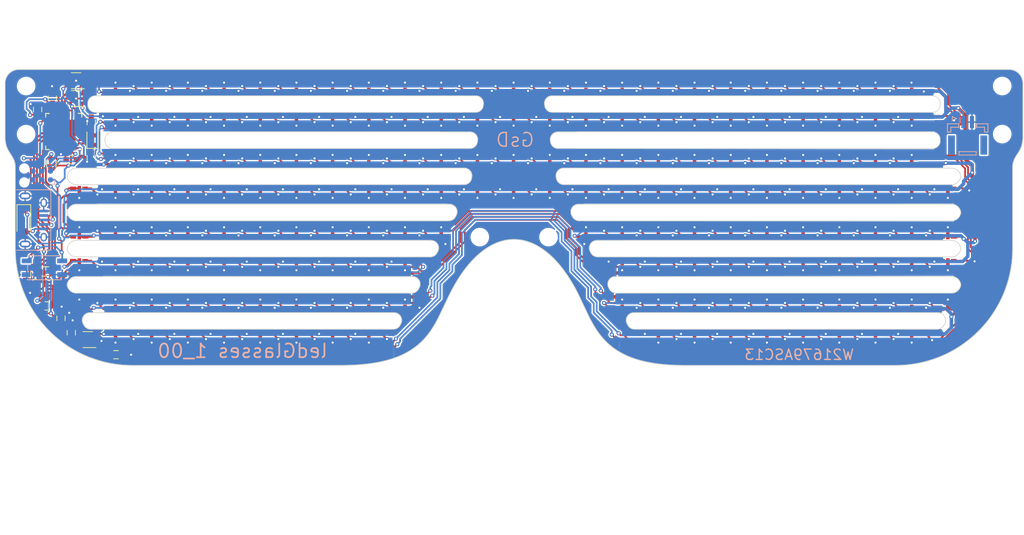
<source format=kicad_pcb>
(kicad_pcb (version 20221018) (generator pcbnew)
  (title_block (date "2017-11-25") (rev "1.00") (comment 1 "Design: Gregory Davill"))
  (layers (0 "F.Cu" signal) (31 "B.Cu" signal) (34 "B.Paste" user) (35 "F.Paste" user) (36 "B.SilkS" user "B.Silkscreen") (37 "F.SilkS" user "F.Silkscreen") (38 "B.Mask" user) (39 "F.Mask" user) (44 "Edge.Cuts" user))
  (net 0 "")
  (net 1 "GND")
  (net 2 "RESET")
  (net 3 "+5V")
  (net 4 "SWDIO")
  (net 5 "SWCLK")
  (net 6 "+3V3")
  (net 7 "Net-(C3-Pad1)")
  (net 8 "Net-(LED1-Pad2)")
  (net 9 "Net-(LED1-Pad5)")
  (net 10 "Net-(LED10-Pad2)")
  (net 11 "Net-(LED10-Pad5)")
  (net 12 "Net-(LED21-Pad2)")
  (net 13 "Net-(LED41-Pad2)")
  (net 14 "Net-(LED61-Pad2)")
  (net 15 "Net-(LED81-Pad2)")
  (net 16 "Net-(LED100-Pad2)")
  (net 17 "Net-(LED100-Pad5)")
  (net 18 "Net-(LED105-Pad2)")
  (net 19 "Net-(LED129-Pad2)")
  (net 20 "Net-(LED153-Pad2)")
  (net 21 "ACC_SDA")
  (net 22 "ACC_SCL")
  (net 23 "Net-(LED1-Pad3)")
  (net 24 "Net-(LED1-Pad4)")
  (net 25 "Net-(LED2-Pad3)")
  (net 26 "Net-(LED2-Pad2)")
  (net 27 "Net-(LED3-Pad2)")
  (net 28 "Net-(LED3-Pad3)")
  (net 29 "Net-(LED4-Pad3)")
  (net 30 "Net-(LED4-Pad2)")
  (net 31 "Net-(LED5-Pad2)")
  (net 32 "Net-(LED5-Pad3)")
  (net 33 "Net-(LED6-Pad3)")
  (net 34 "Net-(LED6-Pad2)")
  (net 35 "Net-(LED7-Pad2)")
  (net 36 "Net-(LED7-Pad3)")
  (net 37 "Net-(LED8-Pad3)")
  (net 38 "Net-(LED8-Pad2)")
  (net 39 "Net-(LED10-Pad4)")
  (net 40 "Net-(LED10-Pad3)")
  (net 41 "Net-(LED11-Pad2)")
  (net 42 "Net-(LED11-Pad3)")
  (net 43 "Net-(LED12-Pad3)")
  (net 44 "Net-(LED12-Pad2)")
  (net 45 "Net-(LED13-Pad2)")
  (net 46 "Net-(LED13-Pad3)")
  (net 47 "Net-(LED14-Pad3)")
  (net 48 "Net-(LED14-Pad2)")
  (net 49 "Net-(LED15-Pad2)")
  (net 50 "Net-(LED15-Pad3)")
  (net 51 "Net-(LED16-Pad3)")
  (net 52 "Net-(LED16-Pad2)")
  (net 53 "Net-(LED17-Pad2)")
  (net 54 "Net-(LED17-Pad3)")
  (net 55 "Net-(LED18-Pad3)")
  (net 56 "Net-(LED18-Pad2)")
  (net 57 "Net-(LED19-Pad2)")
  (net 58 "Net-(LED19-Pad3)")
  (net 59 "Net-(LED21-Pad3)")
  (net 60 "Net-(LED22-Pad2)")
  (net 61 "Net-(LED22-Pad3)")
  (net 62 "Net-(LED23-Pad3)")
  (net 63 "Net-(LED23-Pad2)")
  (net 64 "Net-(LED24-Pad2)")
  (net 65 "Net-(LED24-Pad3)")
  (net 66 "Net-(LED25-Pad3)")
  (net 67 "Net-(LED25-Pad2)")
  (net 68 "Net-(LED26-Pad2)")
  (net 69 "Net-(LED26-Pad3)")
  (net 70 "Net-(LED27-Pad3)")
  (net 71 "Net-(LED27-Pad2)")
  (net 72 "Net-(LED28-Pad2)")
  (net 73 "Net-(LED28-Pad3)")
  (net 74 "Net-(LED29-Pad3)")
  (net 75 "Net-(LED29-Pad2)")
  (net 76 "Net-(LED30-Pad2)")
  (net 77 "Net-(LED30-Pad3)")
  (net 78 "Net-(LED31-Pad2)")
  (net 79 "Net-(LED31-Pad3)")
  (net 80 "Net-(LED32-Pad2)")
  (net 81 "Net-(LED32-Pad3)")
  (net 82 "Net-(LED33-Pad3)")
  (net 83 "Net-(LED33-Pad2)")
  (net 84 "Net-(LED34-Pad2)")
  (net 85 "Net-(LED34-Pad3)")
  (net 86 "Net-(LED35-Pad3)")
  (net 87 "Net-(LED35-Pad2)")
  (net 88 "Net-(LED36-Pad2)")
  (net 89 "Net-(LED36-Pad3)")
  (net 90 "Net-(LED37-Pad3)")
  (net 91 "Net-(LED37-Pad2)")
  (net 92 "Net-(LED38-Pad2)")
  (net 93 "Net-(LED38-Pad3)")
  (net 94 "Net-(LED39-Pad3)")
  (net 95 "Net-(LED39-Pad2)")
  (net 96 "Net-(LED41-Pad3)")
  (net 97 "Net-(LED42-Pad3)")
  (net 98 "Net-(LED42-Pad2)")
  (net 99 "Net-(LED43-Pad2)")
  (net 100 "Net-(LED43-Pad3)")
  (net 101 "Net-(LED44-Pad3)")
  (net 102 "Net-(LED44-Pad2)")
  (net 103 "Net-(LED45-Pad2)")
  (net 104 "Net-(LED45-Pad3)")
  (net 105 "Net-(LED46-Pad3)")
  (net 106 "Net-(LED46-Pad2)")
  (net 107 "Net-(LED47-Pad2)")
  (net 108 "Net-(LED47-Pad3)")
  (net 109 "Net-(LED48-Pad3)")
  (net 110 "Net-(LED48-Pad2)")
  (net 111 "Net-(LED49-Pad2)")
  (net 112 "Net-(LED49-Pad3)")
  (net 113 "Net-(LED50-Pad3)")
  (net 114 "Net-(LED50-Pad2)")
  (net 115 "Net-(LED51-Pad2)")
  (net 116 "Net-(LED51-Pad3)")
  (net 117 "Net-(LED52-Pad2)")
  (net 118 "Net-(LED52-Pad3)")
  (net 119 "Net-(LED53-Pad3)")
  (net 120 "Net-(LED53-Pad2)")
  (net 121 "Net-(LED54-Pad2)")
  (net 122 "Net-(LED54-Pad3)")
  (net 123 "Net-(LED55-Pad3)")
  (net 124 "Net-(LED55-Pad2)")
  (net 125 "Net-(LED56-Pad2)")
  (net 126 "Net-(LED56-Pad3)")
  (net 127 "Net-(LED57-Pad3)")
  (net 128 "Net-(LED57-Pad2)")
  (net 129 "Net-(LED58-Pad2)")
  (net 130 "Net-(LED58-Pad3)")
  (net 131 "Net-(LED59-Pad3)")
  (net 132 "Net-(LED59-Pad2)")
  (net 133 "Net-(LED61-Pad3)")
  (net 134 "Net-(LED62-Pad2)")
  (net 135 "Net-(LED62-Pad3)")
  (net 136 "Net-(LED63-Pad3)")
  (net 137 "Net-(LED63-Pad2)")
  (net 138 "Net-(LED64-Pad2)")
  (net 139 "Net-(LED64-Pad3)")
  (net 140 "Net-(LED65-Pad3)")
  (net 141 "Net-(LED65-Pad2)")
  (net 142 "Net-(LED66-Pad2)")
  (net 143 "Net-(LED66-Pad3)")
  (net 144 "Net-(LED67-Pad3)")
  (net 145 "Net-(LED67-Pad2)")
  (net 146 "Net-(LED68-Pad2)")
  (net 147 "Net-(LED68-Pad3)")
  (net 148 "Net-(LED69-Pad3)")
  (net 149 "Net-(LED69-Pad2)")
  (net 150 "Net-(LED70-Pad2)")
  (net 151 "Net-(LED70-Pad3)")
  (net 152 "Net-(LED71-Pad3)")
  (net 153 "Net-(LED71-Pad2)")
  (net 154 "Net-(LED72-Pad3)")
  (net 155 "Net-(LED72-Pad2)")
  (net 156 "Net-(LED73-Pad3)")
  (net 157 "Net-(LED73-Pad2)")
  (net 158 "Net-(LED74-Pad2)")
  (net 159 "Net-(LED74-Pad3)")
  (net 160 "Net-(LED75-Pad3)")
  (net 161 "Net-(LED75-Pad2)")
  (net 162 "Net-(LED76-Pad2)")
  (net 163 "Net-(LED76-Pad3)")
  (net 164 "Net-(LED77-Pad3)")
  (net 165 "Net-(LED77-Pad2)")
  (net 166 "Net-(LED78-Pad2)")
  (net 167 "Net-(LED78-Pad3)")
  (net 168 "Net-(LED79-Pad3)")
  (net 169 "Net-(LED79-Pad2)")
  (net 170 "Net-(LED81-Pad3)")
  (net 171 "Net-(LED82-Pad3)")
  (net 172 "Net-(LED82-Pad2)")
  (net 173 "Net-(LED83-Pad2)")
  (net 174 "Net-(LED83-Pad3)")
  (net 175 "Net-(LED84-Pad3)")
  (net 176 "Net-(LED84-Pad2)")
  (net 177 "Net-(LED85-Pad2)")
  (net 178 "Net-(LED85-Pad3)")
  (net 179 "Net-(LED86-Pad3)")
  (net 180 "Net-(LED86-Pad2)")
  (net 181 "Net-(LED87-Pad3)")
  (net 182 "Net-(LED87-Pad2)")
  (net 183 "Net-(LED88-Pad2)")
  (net 184 "Net-(LED88-Pad3)")
  (net 185 "Net-(LED89-Pad3)")
  (net 186 "Net-(LED89-Pad2)")
  (net 187 "Net-(LED90-Pad2)")
  (net 188 "Net-(LED90-Pad3)")
  (net 189 "Net-(LED91-Pad3)")
  (net 190 "Net-(LED91-Pad2)")
  (net 191 "Net-(LED92-Pad2)")
  (net 192 "Net-(LED92-Pad3)")
  (net 193 "Net-(LED93-Pad3)")
  (net 194 "Net-(LED93-Pad2)")
  (net 195 "Net-(LED94-Pad2)")
  (net 196 "Net-(LED94-Pad3)")
  (net 197 "Net-(LED95-Pad3)")
  (net 198 "Net-(LED95-Pad2)")
  (net 199 "Net-(LED96-Pad2)")
  (net 200 "Net-(LED96-Pad3)")
  (net 201 "Net-(LED97-Pad3)")
  (net 202 "Net-(LED97-Pad2)")
  (net 203 "Net-(LED98-Pad2)")
  (net 204 "Net-(LED98-Pad3)")
  (net 205 "Net-(LED100-Pad4)")
  (net 206 "Net-(LED100-Pad3)")
  (net 207 "Net-(LED101-Pad3)")
  (net 208 "Net-(LED101-Pad2)")
  (net 209 "Net-(LED102-Pad2)")
  (net 210 "Net-(LED102-Pad3)")
  (net 211 "Net-(LED103-Pad3)")
  (net 212 "Net-(LED103-Pad2)")
  (net 213 "Net-(LED105-Pad3)")
  (net 214 "Net-(LED106-Pad3)")
  (net 215 "Net-(LED106-Pad2)")
  (net 216 "Net-(LED107-Pad2)")
  (net 217 "Net-(LED107-Pad3)")
  (net 218 "Net-(LED108-Pad3)")
  (net 219 "Net-(LED108-Pad2)")
  (net 220 "Net-(LED109-Pad3)")
  (net 221 "Net-(LED109-Pad2)")
  (net 222 "Net-(LED110-Pad2)")
  (net 223 "Net-(LED110-Pad3)")
  (net 224 "Net-(LED111-Pad3)")
  (net 225 "Net-(LED111-Pad2)")
  (net 226 "Net-(LED112-Pad2)")
  (net 227 "Net-(LED112-Pad3)")
  (net 228 "Net-(LED113-Pad3)")
  (net 229 "Net-(LED113-Pad2)")
  (net 230 "Net-(LED114-Pad2)")
  (net 231 "Net-(LED114-Pad3)")
  (net 232 "Net-(LED115-Pad3)")
  (net 233 "Net-(LED115-Pad2)")
  (net 234 "Net-(LED116-Pad2)")
  (net 235 "Net-(LED116-Pad3)")
  (net 236 "Net-(LED117-Pad3)")
  (net 237 "Net-(LED117-Pad2)")
  (net 238 "Net-(LED118-Pad2)")
  (net 239 "Net-(LED118-Pad3)")
  (net 240 "Net-(LED119-Pad3)")
  (net 241 "Net-(LED119-Pad2)")
  (net 242 "Net-(LED120-Pad2)")
  (net 243 "Net-(LED120-Pad3)")
  (net 244 "Net-(LED121-Pad3)")
  (net 245 "Net-(LED121-Pad2)")
  (net 246 "Net-(LED122-Pad2)")
  (net 247 "Net-(LED122-Pad3)")
  (net 248 "Net-(LED123-Pad3)")
  (net 249 "Net-(LED123-Pad2)")
  (net 250 "Net-(LED124-Pad2)")
  (net 251 "Net-(LED124-Pad3)")
  (net 252 "Net-(LED125-Pad3)")
  (net 253 "Net-(LED125-Pad2)")
  (net 254 "Net-(LED126-Pad2)")
  (net 255 "Net-(LED126-Pad3)")
  (net 256 "Net-(LED127-Pad3)")
  (net 257 "Net-(LED127-Pad2)")
  (net 258 "Net-(LED129-Pad3)")
  (net 259 "Net-(LED130-Pad2)")
  (net 260 "Net-(LED130-Pad3)")
  (net 261 "Net-(LED131-Pad3)")
  (net 262 "Net-(LED131-Pad2)")
  (net 263 "Net-(LED132-Pad2)")
  (net 264 "Net-(LED132-Pad3)")
  (net 265 "Net-(LED133-Pad3)")
  (net 266 "Net-(LED133-Pad2)")
  (net 267 "Net-(LED134-Pad2)")
  (net 268 "Net-(LED134-Pad3)")
  (net 269 "Net-(LED135-Pad3)")
  (net 270 "Net-(LED135-Pad2)")
  (net 271 "Net-(LED136-Pad2)")
  (net 272 "Net-(LED136-Pad3)")
  (net 273 "Net-(LED137-Pad3)")
  (net 274 "Net-(LED137-Pad2)")
  (net 275 "Net-(LED138-Pad2)")
  (net 276 "Net-(LED138-Pad3)")
  (net 277 "Net-(LED139-Pad3)")
  (net 278 "Net-(LED139-Pad2)")
  (net 279 "Net-(LED140-Pad2)")
  (net 280 "Net-(LED140-Pad3)")
  (net 281 "Net-(LED141-Pad3)")
  (net 282 "Net-(LED141-Pad2)")
  (net 283 "Net-(LED142-Pad2)")
  (net 284 "Net-(LED142-Pad3)")
  (net 285 "Net-(LED143-Pad3)")
  (net 286 "Net-(LED143-Pad2)")
  (net 287 "Net-(LED144-Pad2)")
  (net 288 "Net-(LED144-Pad3)")
  (net 289 "Net-(LED145-Pad3)")
  (net 290 "Net-(LED145-Pad2)")
  (net 291 "Net-(LED146-Pad2)")
  (net 292 "Net-(LED146-Pad3)")
  (net 293 "Net-(LED147-Pad3)")
  (net 294 "Net-(LED147-Pad2)")
  (net 295 "Net-(LED148-Pad2)")
  (net 296 "Net-(LED148-Pad3)")
  (net 297 "Net-(LED149-Pad3)")
  (net 298 "Net-(LED149-Pad2)")
  (net 299 "Net-(LED150-Pad2)")
  (net 300 "Net-(LED150-Pad3)")
  (net 301 "Net-(LED151-Pad3)")
  (net 302 "Net-(LED151-Pad2)")
  (net 303 "Net-(LED153-Pad3)")
  (net 304 "Net-(LED154-Pad3)")
  (net 305 "Net-(LED154-Pad2)")
  (net 306 "Net-(LED155-Pad2)")
  (net 307 "Net-(LED155-Pad3)")
  (net 308 "Net-(LED156-Pad3)")
  (net 309 "Net-(LED156-Pad2)")
  (net 310 "Net-(LED157-Pad3)")
  (net 311 "Net-(LED157-Pad2)")
  (net 312 "Net-(LED158-Pad2)")
  (net 313 "Net-(LED158-Pad3)")
  (net 314 "Net-(LED159-Pad3)")
  (net 315 "Net-(LED159-Pad2)")
  (net 316 "Net-(LED160-Pad2)")
  (net 317 "Net-(LED160-Pad3)")
  (net 318 "Net-(LED161-Pad3)")
  (net 319 "Net-(LED161-Pad2)")
  (net 320 "Net-(LED162-Pad2)")
  (net 321 "Net-(LED162-Pad3)")
  (net 322 "Net-(LED163-Pad3)")
  (net 323 "Net-(LED163-Pad2)")
  (net 324 "Net-(LED164-Pad2)")
  (net 325 "Net-(LED164-Pad3)")
  (net 326 "Net-(LED165-Pad3)")
  (net 327 "Net-(LED165-Pad2)")
  (net 328 "Net-(LED166-Pad2)")
  (net 329 "Net-(LED166-Pad3)")
  (net 330 "Net-(LED167-Pad3)")
  (net 331 "Net-(LED167-Pad2)")
  (net 332 "Net-(LED168-Pad2)")
  (net 333 "Net-(LED168-Pad3)")
  (net 334 "Net-(LED169-Pad2)")
  (net 335 "Net-(LED169-Pad3)")
  (net 336 "Net-(LED170-Pad3)")
  (net 337 "Net-(LED170-Pad2)")
  (net 338 "Net-(LED171-Pad2)")
  (net 339 "Net-(LED171-Pad3)")
  (net 340 "/dat20")
  (net 341 "/clk20")
  (net 342 "/clk40")
  (net 343 "/dat40")
  (net 344 "/clk60")
  (net 345 "/dat60")
  (net 346 "/clk80")
  (net 347 "/dat80")
  (net 348 "/clk104")
  (net 349 "/dat104")
  (net 350 "/dat128")
  (net 351 "/clk128")
  (net 352 "/clk152")
  (net 353 "/dat152")
  (net 354 "ACC_INT2")
  (net 355 "APA_CLK")
  (net 356 "APA_DAT")
  (net 357 "Net-(C4-Pad2)")
  (net 358 "Net-(C5-Pad2)")
  (net 359 "USB_D+")
  (net 360 "USB_D-")
  (net 361 "Net-(D1-Pad2)")
  (net 362 "Net-(LED172-Pad3)")
  (net 363 "Net-(LED172-Pad2)")
  (net 364 "Net-(U2-Pad27)")
  (net 365 "Net-(U2-Pad25)")
  (net 366 "Net-(U2-Pad20)")
  (net 367 "Net-(U2-Pad19)")
  (net 368 "Net-(U2-Pad18)")
  (net 369 "Net-(U2-Pad15)")
  (net 370 "Net-(U2-Pad11)")
  (net 371 "Net-(U2-Pad8)")
  (net 372 "Net-(U2-Pad7)")
  (net 373 "Net-(U2-Pad4)")
  (net 374 "Net-(U2-Pad3)")
  (net 375 "Net-(U5-Pad4)")
  (footprint "Capacitors_SMD:C_0603" (layer "F.Cu") (at 81.34 87.18 90)
    (fp_text reference "C1")
    (fp_text value "100nF")
  )
  (footprint "Capacitors_SMD:C_0603" (layer "F.Cu") (at 79.2 88.8 90)
    (fp_text reference "C2")
    (fp_text value "100nF")
  )
  (footprint "Capacitors_SMD:C_0603" (layer "F.Cu") (at 84.1 96.1)
    (fp_text reference "C3")
    (fp_text value "1uF")
  )
  (footprint "Capacitors_SMD:C_0603" (layer "F.Cu") (at 82.6 119.2 -90)
    (fp_text reference "C7")
    (fp_text value "100nF")
  )
  (footprint "Capacitors_SMD:C_0603" (layer "F.Cu") (at 80.6 117.4 180)
    (fp_text reference "C8")
    (fp_text value "100nF")
  )
  (footprint "Resistors_SMD:R_0603" (layer "F.Cu") (at 77.53 112.8 -90)
    (fp_text reference "R1")
    (fp_text value "4K7")
  )
  (footprint "Resistors_SMD:R_0603" (layer "F.Cu") (at 80.33 112.38)
    (fp_text reference "R2")
    (fp_text value "4K7")
  )
  (footprint "Resistors_SMD:R_0603" (layer "F.Cu") (at 81.2 96.7 90)
    (fp_text reference "R4")
    (fp_text value "1K")
  )
  (footprint "ledGlasses:BMA255" (layer "F.Cu") (at 79.93 114.68)
    (fp_text reference "U1")
    (fp_text value "BMA255")
  )
  (footprint "TO_SOT_Packages_SMD:SOT-363_SC-70-6" (layer "F.Cu") (at 84.8 84.6 180)
    (fp_text reference "U3")
    (fp_text value "SN74LVC1T45")
  )
  (footprint "TO_SOT_Packages_SMD:SOT-363_SC-70-6" (layer "F.Cu") (at 84.8 87.2 180)
    (fp_text reference "U4")
    (fp_text value "SN74LVC1T45")
  )
  (footprint "ledGlasses:APA102_2020" (layer "F.Cu") (at 90.53 85.38 180)
    (fp_text reference "LED1" hide)
    (fp_text value "APA102" hide)
  )
  (footprint "ledGlasses:APA102_2020" (layer "F.Cu") (at 95.795 85.38 180)
    (fp_text reference "LED2" hide)
    (fp_text value "APA102" hide)
  )
  (footprint "ledGlasses:APA102_2020" (layer "F.Cu") (at 101.06 85.38 180)
    (fp_text reference "LED3" hide)
    (fp_text value "APA102" hide)
  )
  (footprint "ledGlasses:APA102_2020" (layer "F.Cu") (at 106.325 85.38 180)
    (fp_text reference "LED4" hide)
    (fp_text value "APA102" hide)
  )
  (footprint "ledGlasses:APA102_2020" (layer "F.Cu") (at 111.59 85.38 180)
    (fp_text reference "LED5" hide)
    (fp_text value "APA102" hide)
  )
  (footprint "ledGlasses:APA102_2020" (layer "F.Cu") (at 116.855 85.38 180)
    (fp_text reference "LED6" hide)
    (fp_text value "APA102" hide)
  )
  (footprint "ledGlasses:APA102_2020" (layer "F.Cu") (at 122.12 85.38 180)
    (fp_text reference "LED7" hide)
    (fp_text value "APA102" hide)
  )
  (footprint "ledGlasses:APA102_2020" (layer "F.Cu") (at 127.385 85.38 180)
    (fp_text reference "LED8" hide)
    (fp_text value "APA102" hide)
  )
  (footprint "ledGlasses:APA102_2020" (layer "F.Cu") (at 132.65 85.38 180)
    (fp_text reference "LED9" hide)
    (fp_text value "APA102" hide)
  )
  (footprint "ledGlasses:APA102_2020" (layer "F.Cu") (at 137.915 85.38 180)
    (fp_text reference "LED10" hide)
    (fp_text value "APA102" hide)
  )
  (footprint "ledGlasses:APA102_2020" (layer "F.Cu") (at 143.18 85.38 180)
    (fp_text reference "LED11" hide)
    (fp_text value "APA102" hide)
  )
  (footprint "ledGlasses:APA102_2020" (layer "F.Cu") (at 148.445 85.38 180)
    (fp_text reference "LED12" hide)
    (fp_text value "APA102" hide)
  )
  (footprint "ledGlasses:APA102_2020" (layer "F.Cu") (at 153.71 85.38 180)
    (fp_text reference "LED13" hide)
    (fp_text value "APA102" hide)
  )
  (footprint "ledGlasses:APA102_2020" (layer "F.Cu") (at 158.975 85.38 180)
    (fp_text reference "LED14" hide)
    (fp_text value "APA102" hide)
  )
  (footprint "ledGlasses:APA102_2020" (layer "F.Cu") (at 164.24 85.38 180)
    (fp_text reference "LED15" hide)
    (fp_text value "APA102" hide)
  )
  (footprint "ledGlasses:APA102_2020" (layer "F.Cu") (at 169.505 85.38 180)
    (fp_text reference "LED16" hide)
    (fp_text value "APA102" hide)
  )
  (footprint "ledGlasses:APA102_2020" (layer "F.Cu") (at 174.77 85.38 180)
    (fp_text reference "LED17" hide)
    (fp_text value "APA102" hide)
  )
  (footprint "ledGlasses:APA102_2020" (layer "F.Cu") (at 180.035 85.38 180)
    (fp_text reference "LED18" hide)
    (fp_text value "APA102" hide)
  )
  (footprint "ledGlasses:APA102_2020" (layer "F.Cu") (at 185.3 85.38 180)
    (fp_text reference "LED19" hide)
    (fp_text value "APA102" hide)
  )
  (footprint "ledGlasses:APA102_2020" (layer "F.Cu") (at 190.565 85.38 180)
    (fp_text reference "LED20" hide)
    (fp_text value "APA102" hide)
  )
  (footprint "ledGlasses:APA102_2020" (layer "F.Cu") (at 195.83 85.38 180)
    (fp_text reference "LED21" hide)
    (fp_text value "APA102" hide)
  )
  (footprint "ledGlasses:APA102_2020" (layer "F.Cu") (at 201.095 85.38 180)
    (fp_text reference "LED22" hide)
    (fp_text value "APA102" hide)
  )
  (footprint "ledGlasses:APA102_2020" (layer "F.Cu") (at 206.36 85.38 180)
    (fp_text reference "LED23" hide)
    (fp_text value "APA102" hide)
  )
  (footprint "ledGlasses:APA102_2020" (layer "F.Cu") (at 206.36 90.645)
    (fp_text reference "LED24" hide)
    (fp_text value "APA102" hide)
  )
  (footprint "ledGlasses:APA102_2020" (layer "F.Cu") (at 201.095 90.645)
    (fp_text reference "LED25" hide)
    (fp_text value "APA102" hide)
  )
  (footprint "ledGlasses:APA102_2020" (layer "F.Cu") (at 195.83 90.645)
    (fp_text reference "LED26" hide)
    (fp_text value "APA102" hide)
  )
  (footprint "ledGlasses:APA102_2020" (layer "F.Cu") (at 190.565 90.645)
    (fp_text reference "LED27" hide)
    (fp_text value "APA102" hide)
  )
  (footprint "ledGlasses:APA102_2020" (layer "F.Cu") (at 185.3 90.645)
    (fp_text reference "LED28" hide)
    (fp_text value "APA102" hide)
  )
  (footprint "ledGlasses:APA102_2020" (layer "F.Cu") (at 180.035 90.645)
    (fp_text reference "LED29" hide)
    (fp_text value "APA102" hide)
  )
  (footprint "ledGlasses:APA102_2020" (layer "F.Cu") (at 174.77 90.645)
    (fp_text reference "LED30" hide)
    (fp_text value "APA102" hide)
  )
  (footprint "ledGlasses:APA102_2020" (layer "F.Cu") (at 169.505 90.645)
    (fp_text reference "LED31" hide)
    (fp_text value "APA102" hide)
  )
  (footprint "ledGlasses:APA102_2020" (layer "F.Cu") (at 164.24 90.645)
    (fp_text reference "LED32" hide)
    (fp_text value "APA102" hide)
  )
  (footprint "ledGlasses:APA102_2020" (layer "F.Cu") (at 158.975 90.645)
    (fp_text reference "LED33" hide)
    (fp_text value "APA102" hide)
  )
  (footprint "ledGlasses:APA102_2020" (layer "F.Cu") (at 153.71 90.645)
    (fp_text reference "LED34" hide)
    (fp_text value "APA102" hide)
  )
  (footprint "ledGlasses:APA102_2020" (layer "F.Cu") (at 148.445 90.645)
    (fp_text reference "LED35" hide)
    (fp_text value "APA102" hide)
  )
  (footprint "ledGlasses:APA102_2020" (layer "F.Cu") (at 143.18 90.645)
    (fp_text reference "LED36" hide)
    (fp_text value "APA102" hide)
  )
  (footprint "ledGlasses:APA102_2020" (layer "F.Cu") (at 137.915 90.645)
    (fp_text reference "LED37" hide)
    (fp_text value "APA102" hide)
  )
  (footprint "ledGlasses:APA102_2020" (layer "F.Cu") (at 132.65 90.645)
    (fp_text reference "LED38" hide)
    (fp_text value "APA102" hide)
  )
  (footprint "ledGlasses:APA102_2020" (layer "F.Cu") (at 127.385 90.645)
    (fp_text reference "LED39" hide)
    (fp_text value "APA102" hide)
  )
  (footprint "ledGlasses:APA102_2020" (layer "F.Cu") (at 122.12 90.645)
    (fp_text reference "LED40" hide)
    (fp_text value "APA102" hide)
  )
  (footprint "ledGlasses:APA102_2020" (layer "F.Cu") (at 116.855 90.645)
    (fp_text reference "LED41" hide)
    (fp_text value "APA102" hide)
  )
  (footprint "ledGlasses:APA102_2020" (layer "F.Cu") (at 111.59 90.645)
    (fp_text reference "LED42" hide)
    (fp_text value "APA102" hide)
  )
  (footprint "ledGlasses:APA102_2020" (layer "F.Cu") (at 106.325 90.645)
    (fp_text reference "LED43" hide)
    (fp_text value "APA102" hide)
  )
  (footprint "ledGlasses:APA102_2020" (layer "F.Cu") (at 101.06 90.645)
    (fp_text reference "LED44" hide)
    (fp_text value "APA102" hide)
  )
  (footprint "ledGlasses:APA102_2020" (layer "F.Cu") (at 95.795 90.645)
    (fp_text reference "LED45" hide)
    (fp_text value "APA102" hide)
  )
  (footprint "ledGlasses:APA102_2020" (layer "F.Cu") (at 90.53 90.645)
    (fp_text reference "LED46" hide)
    (fp_text value "APA102" hide)
  )
  (footprint "ledGlasses:APA102_2020" (layer "F.Cu") (at 90.53 95.91 180)
    (fp_text reference "LED47" hide)
    (fp_text value "APA102" hide)
  )
  (footprint "ledGlasses:APA102_2020" (layer "F.Cu") (at 95.795 95.91 180)
    (fp_text reference "LED48" hide)
    (fp_text value "APA102" hide)
  )
  (footprint "ledGlasses:APA102_2020" (layer "F.Cu") (at 101.06 95.91 180)
    (fp_text reference "LED49" hide)
    (fp_text value "APA102" hide)
  )
  (footprint "ledGlasses:APA102_2020" (layer "F.Cu") (at 106.325 95.91 180)
    (fp_text reference "LED50" hide)
    (fp_text value "APA102" hide)
  )
  (footprint "ledGlasses:APA102_2020" (layer "F.Cu") (at 111.59 95.91 180)
    (fp_text reference "LED51" hide)
    (fp_text value "APA102" hide)
  )
  (footprint "ledGlasses:APA102_2020" (layer "F.Cu") (at 116.855 95.91 180)
    (fp_text reference "LED52" hide)
    (fp_text value "APA102" hide)
  )
  (footprint "ledGlasses:APA102_2020" (layer "F.Cu") (at 122.12 95.91 180)
    (fp_text reference "LED53" hide)
    (fp_text value "APA102" hide)
  )
  (footprint "ledGlasses:APA102_2020" (layer "F.Cu") (at 127.385 95.91 180)
    (fp_text reference "LED54" hide)
    (fp_text value "APA102" hide)
  )
  (footprint "ledGlasses:APA102_2020" (layer "F.Cu") (at 132.65 95.91 180)
    (fp_text reference "LED55" hide)
    (fp_text value "APA102" hide)
  )
  (footprint "ledGlasses:APA102_2020" (layer "F.Cu") (at 137.915 95.91 180)
    (fp_text reference "LED56" hide)
    (fp_text value "APA102" hide)
  )
  (footprint "ledGlasses:APA102_2020" (layer "F.Cu") (at 143.18 95.91 180)
    (fp_text reference "LED57" hide)
    (fp_text value "APA102" hide)
  )
  (footprint "ledGlasses:APA102_2020" (layer "F.Cu") (at 148.445 95.91 180)
    (fp_text reference "LED58" hide)
    (fp_text value "APA102" hide)
  )
  (footprint "ledGlasses:APA102_2020" (layer "F.Cu") (at 153.71 95.91 180)
    (fp_text reference "LED59" hide)
    (fp_text value "APA102" hide)
  )
  (footprint "ledGlasses:APA102_2020" (layer "F.Cu") (at 158.975 95.91 180)
    (fp_text reference "LED60" hide)
    (fp_text value "APA102" hide)
  )
  (footprint "ledGlasses:APA102_2020" (layer "F.Cu") (at 164.24 95.91 180)
    (fp_text reference "LED61" hide)
    (fp_text value "APA102" hide)
  )
  (footprint "ledGlasses:APA102_2020" (layer "F.Cu") (at 169.505 95.91 180)
    (fp_text reference "LED62" hide)
    (fp_text value "APA102" hide)
  )
  (footprint "ledGlasses:APA102_2020" (layer "F.Cu") (at 174.77 95.91 180)
    (fp_text reference "LED63" hide)
    (fp_text value "APA102" hide)
  )
  (footprint "ledGlasses:APA102_2020" (layer "F.Cu") (at 180.035 95.91 180)
    (fp_text reference "LED64" hide)
    (fp_text value "APA102" hide)
  )
  (footprint "ledGlasses:APA102_2020" (layer "F.Cu") (at 185.3 95.91 180)
    (fp_text reference "LED65" hide)
    (fp_text value "APA102" hide)
  )
  (footprint "ledGlasses:APA102_2020" (layer "F.Cu") (at 190.565 95.91 180)
    (fp_text reference "LED66" hide)
    (fp_text value "APA102" hide)
  )
  (footprint "ledGlasses:APA102_2020" (layer "F.Cu") (at 195.83 95.91 180)
    (fp_text reference "LED67" hide)
    (fp_text value "APA102" hide)
  )
  (footprint "ledGlasses:APA102_2020" (layer "F.Cu") (at 201.095 95.91 180)
    (fp_text reference "LED68" hide)
    (fp_text value "APA102" hide)
  )
  (footprint "ledGlasses:APA102_2020" (layer "F.Cu") (at 206.36 95.91 180)
    (fp_text reference "LED69" hide)
    (fp_text value "APA102" hide)
  )
  (footprint "ledGlasses:APA102_2020" (layer "F.Cu") (at 211.625 101.175)
    (fp_text reference "LED70" hide)
    (fp_text value "APA102" hide)
  )
  (footprint "ledGlasses:APA102_2020" (layer "F.Cu") (at 206.36 101.175)
    (fp_text reference "LED71" hide)
    (fp_text value "APA102" hide)
  )
  (footprint "ledGlasses:APA102_2020" (layer "F.Cu") (at 201.095 101.175)
    (fp_text reference "LED72" hide)
    (fp_text value "APA102" hide)
  )
  (footprint "ledGlasses:APA102_2020" (layer "F.Cu") (at 195.83 101.175)
    (fp_text reference "LED73" hide)
    (fp_text value "APA102" hide)
  )
  (footprint "ledGlasses:APA102_2020" (layer "F.Cu") (at 190.565 101.175)
    (fp_text reference "LED74" hide)
    (fp_text value "APA102" hide)
  )
  (footprint "ledGlasses:APA102_2020" (layer "F.Cu") (at 185.3 101.175)
    (fp_text reference "LED75" hide)
    (fp_text value "APA102" hide)
  )
  (footprint "ledGlasses:APA102_2020" (layer "F.Cu") (at 180.035 101.175)
    (fp_text reference "LED76" hide)
    (fp_text value "APA102" hide)
  )
  (footprint "ledGlasses:APA102_2020" (layer "F.Cu") (at 174.77 101.175)
    (fp_text reference "LED77" hide)
    (fp_text value "APA102" hide)
  )
  (footprint "ledGlasses:APA102_2020" (layer "F.Cu") (at 169.505 101.175)
    (fp_text reference "LED78" hide)
    (fp_text value "APA102" hide)
  )
  (footprint "ledGlasses:APA102_2020" (layer "F.Cu") (at 164.24 101.175)
    (fp_text reference "LED79" hide)
    (fp_text value "APA102" hide)
  )
  (footprint "ledGlasses:APA102_2020" (layer "F.Cu") (at 158.975 101.175)
    (fp_text reference "LED80" hide)
    (fp_text value "APA102" hide)
  )
  (footprint "ledGlasses:APA102_2020" (layer "F.Cu") (at 153.71 101.175)
    (fp_text reference "LED81" hide)
    (fp_text value "APA102" hide)
  )
  (footprint "ledGlasses:APA102_2020" (layer "F.Cu") (at 148.445 101.175)
    (fp_text reference "LED82" hide)
    (fp_text value "APA102" hide)
  )
  (footprint "ledGlasses:APA102_2020" (layer "F.Cu") (at 143.18 101.175)
    (fp_text reference "LED83" hide)
    (fp_text value "APA102" hide)
  )
  (footprint "ledGlasses:APA102_2020" (layer "F.Cu") (at 137.915 101.175)
    (fp_text reference "LED84" hide)
    (fp_text value "APA102" hide)
  )
  (footprint "ledGlasses:APA102_2020" (layer "F.Cu") (at 132.65 101.175)
    (fp_text reference "LED85" hide)
    (fp_text value "APA102" hide)
  )
  (footprint "ledGlasses:APA102_2020" (layer "F.Cu") (at 127.385 101.175)
    (fp_text reference "LED86" hide)
    (fp_text value "APA102" hide)
  )
  (footprint "ledGlasses:APA102_2020" (layer "F.Cu") (at 122.12 101.175)
    (fp_text reference "LED87" hide)
    (fp_text value "APA102" hide)
  )
  (footprint "ledGlasses:APA102_2020" (layer "F.Cu") (at 116.855 101.175)
    (fp_text reference "LED88" hide)
    (fp_text value "APA102" hide)
  )
  (footprint "ledGlasses:APA102_2020" (layer "F.Cu") (at 111.59 101.175)
    (fp_text reference "LED89" hide)
    (fp_text value "APA102" hide)
  )
  (footprint "ledGlasses:APA102_2020" (layer "F.Cu") (at 106.325 101.175)
    (fp_text reference "LED90" hide)
    (fp_text value "APA102" hide)
  )
  (footprint "ledGlasses:APA102_2020" (layer "F.Cu") (at 101.06 101.175)
    (fp_text reference "LED91" hide)
    (fp_text value "APA102" hide)
  )
  (footprint "ledGlasses:APA102_2020" (layer "F.Cu") (at 95.795 101.175)
    (fp_text reference "LED92" hide)
    (fp_text value "APA102" hide)
  )
  (footprint "ledGlasses:APA102_2020" (layer "F.Cu") (at 90.53 101.175)
    (fp_text reference "LED93" hide)
    (fp_text value "APA102" hide)
  )
  (footprint "ledGlasses:APA102_2020" (layer "F.Cu") (at 85.265 101.175)
    (fp_text reference "LED94" hide)
    (fp_text value "APA102" hide)
  )
  (footprint "ledGlasses:APA102_2020" (layer "F.Cu") (at 85.265 106.44 180)
    (fp_text reference "LED95" hide)
    (fp_text value "APA102" hide)
  )
  (footprint "ledGlasses:APA102_2020" (layer "F.Cu") (at 90.53 106.44 180)
    (fp_text reference "LED96" hide)
    (fp_text value "APA102" hide)
  )
  (footprint "ledGlasses:APA102_2020" (layer "F.Cu") (at 95.795 106.44 180)
    (fp_text reference "LED97" hide)
    (fp_text value "APA102" hide)
  )
  (footprint "ledGlasses:APA102_2020" (layer "F.Cu") (at 101.06 106.44 180)
    (fp_text reference "LED98" hide)
    (fp_text value "APA102" hide)
  )
  (footprint "ledGlasses:APA102_2020" (layer "F.Cu") (at 106.325 106.44 180)
    (fp_text reference "LED99" hide)
    (fp_text value "APA102" hide)
  )
  (footprint "ledGlasses:APA102_2020" (layer "F.Cu") (at 111.59 106.44 180)
    (fp_text reference "LED100" hide)
    (fp_text value "APA102" hide)
  )
  (footprint "ledGlasses:APA102_2020" (layer "F.Cu") (at 116.855 106.44 180)
    (fp_text reference "LED101" hide)
    (fp_text value "APA102" hide)
  )
  (footprint "ledGlasses:APA102_2020" (layer "F.Cu") (at 122.12 106.44 180)
    (fp_text reference "LED102" hide)
    (fp_text value "APA102" hide)
  )
  (footprint "ledGlasses:APA102_2020" (layer "F.Cu") (at 127.385 106.44 180)
    (fp_text reference "LED103" hide)
    (fp_text value "APA102" hide)
  )
  (footprint "ledGlasses:APA102_2020" (layer "F.Cu") (at 132.65 106.44 180)
    (fp_text reference "LED104" hide)
    (fp_text value "APA102" hide)
  )
  (footprint "ledGlasses:APA102_2020" (layer "F.Cu") (at 137.915 106.44 180)
    (fp_text reference "LED105" hide)
    (fp_text value "APA102" hide)
  )
  (footprint "ledGlasses:APA102_2020" (layer "F.Cu") (at 158.975 106.44 180)
    (fp_text reference "LED106" hide)
    (fp_text value "APA102" hide)
  )
  (footprint "ledGlasses:APA102_2020" (layer "F.Cu") (at 164.24 106.44 180)
    (fp_text reference "LED107" hide)
    (fp_text value "APA102" hide)
  )
  (footprint "ledGlasses:APA102_2020" (layer "F.Cu") (at 169.505 106.44 180)
    (fp_text reference "LED108" hide)
    (fp_text value "APA102" hide)
  )
  (footprint "ledGlasses:APA102_2020" (layer "F.Cu") (at 174.77 106.44 180)
    (fp_text reference "LED109" hide)
    (fp_text value "APA102" hide)
  )
  (footprint "ledGlasses:APA102_2020" (layer "F.Cu") (at 180.035 106.44 180)
    (fp_text reference "LED110" hide)
    (fp_text value "APA102" hide)
  )
  (footprint "ledGlasses:APA102_2020" (layer "F.Cu") (at 185.3 106.44 180)
    (fp_text reference "LED111" hide)
    (fp_text value "APA102" hide)
  )
  (footprint "ledGlasses:APA102_2020" (layer "F.Cu") (at 190.565 106.44 180)
    (fp_text reference "LED112" hide)
    (fp_text value "APA102" hide)
  )
  (footprint "ledGlasses:APA102_2020" (layer "F.Cu") (at 195.83 106.44 180)
    (fp_text reference "LED113" hide)
    (fp_text value "APA102" hide)
  )
  (footprint "ledGlasses:APA102_2020" (layer "F.Cu") (at 201.095 106.44 180)
    (fp_text reference "LED114" hide)
    (fp_text value "APA102" hide)
  )
  (footprint "ledGlasses:APA102_2020" (layer "F.Cu") (at 206.36 106.44 180)
    (fp_text reference "LED115" hide)
    (fp_text value "APA102" hide)
  )
  (footprint "ledGlasses:APA102_2020" (layer "F.Cu") (at 211.625 106.44 180)
    (fp_text reference "LED116" hide)
    (fp_text value "APA102" hide)
  )
  (footprint "ledGlasses:APA102_2020" (layer "F.Cu") (at 211.625 111.705)
    (fp_text reference "LED117" hide)
    (fp_text value "APA102" hide)
  )
  (footprint "ledGlasses:APA102_2020" (layer "F.Cu") (at 206.36 111.705)
    (fp_text reference "LED118" hide)
    (fp_text value "APA102" hide)
  )
  (footprint "ledGlasses:APA102_2020" (layer "F.Cu") (at 201.095 111.705)
    (fp_text reference "LED119" hide)
    (fp_text value "APA102" hide)
  )
  (footprint "ledGlasses:APA102_2020" (layer "F.Cu") (at 195.83 111.705)
    (fp_text reference "LED120" hide)
    (fp_text value "APA102" hide)
  )
  (footprint "ledGlasses:APA102_2020" (layer "F.Cu") (at 190.565 111.705)
    (fp_text reference "LED121" hide)
    (fp_text value "APA102" hide)
  )
  (footprint "ledGlasses:APA102_2020" (layer "F.Cu") (at 185.3 111.705)
    (fp_text reference "LED122" hide)
    (fp_text value "APA102" hide)
  )
  (footprint "ledGlasses:APA102_2020" (layer "F.Cu") (at 180.035 111.705)
    (fp_text reference "LED123" hide)
    (fp_text value "APA102" hide)
  )
  (footprint "ledGlasses:APA102_2020" (layer "F.Cu") (at 174.77 111.705)
    (fp_text reference "LED124" hide)
    (fp_text value "APA102" hide)
  )
  (footprint "ledGlasses:APA102_2020" (layer "F.Cu") (at 169.505 111.705)
    (fp_text reference "LED125" hide)
    (fp_text value "APA102" hide)
  )
  (footprint "ledGlasses:APA102_2020" (layer "F.Cu") (at 164.24 111.705)
    (fp_text reference "LED126" hide)
    (fp_text value "APA102" hide)
  )
  (footprint "ledGlasses:APA102_2020" (layer "F.Cu") (at 132.65 111.705)
    (fp_text reference "LED127" hide)
    (fp_text value "APA102" hide)
  )
  (footprint "ledGlasses:APA102_2020" (layer "F.Cu") (at 127.385 111.705)
    (fp_text reference "LED128" hide)
    (fp_text value "APA102" hide)
  )
  (footprint "ledGlasses:APA102_2020" (layer "F.Cu") (at 122.12 111.705)
    (fp_text reference "LED129" hide)
    (fp_text value "APA102" hide)
  )
  (footprint "ledGlasses:APA102_2020" (layer "F.Cu") (at 116.855 111.705)
    (fp_text reference "LED130" hide)
    (fp_text value "APA102" hide)
  )
  (footprint "ledGlasses:APA102_2020" (layer "F.Cu") (at 111.59 111.705)
    (fp_text reference "LED131" hide)
    (fp_text value "APA102" hide)
  )
  (footprint "ledGlasses:APA102_2020" (layer "F.Cu") (at 106.325 111.705)
    (fp_text reference "LED132" hide)
    (fp_text value "APA102" hide)
  )
  (footprint "ledGlasses:APA102_2020" (layer "F.Cu") (at 101.06 111.705)
    (fp_text reference "LED133" hide)
    (fp_text value "APA102" hide)
  )
  (footprint "ledGlasses:APA102_2020" (layer "F.Cu") (at 95.795 111.705)
    (fp_text reference "LED134" hide)
    (fp_text value "APA102" hide)
  )
  (footprint "ledGlasses:APA102_2020" (layer "F.Cu") (at 90.53 111.705)
    (fp_text reference "LED135" hide)
    (fp_text value "APA102" hide)
  )
  (footprint "ledGlasses:APA102_2020" (layer "F.Cu") (at 85.265 111.705)
    (fp_text reference "LED136" hide)
    (fp_text value "APA102" hide)
  )
  (footprint "ledGlasses:APA102_2020" (layer "F.Cu") (at 85.265 116.97 180)
    (fp_text reference "LED137" hide)
    (fp_text value "APA102" hide)
  )
  (footprint "ledGlasses:APA102_2020" (layer "F.Cu") (at 90.53 116.97 180)
    (fp_text reference "LED138" hide)
    (fp_text value "APA102" hide)
  )
  (footprint "ledGlasses:APA102_2020" (layer "F.Cu") (at 95.795 116.97 180)
    (fp_text reference "LED139" hide)
    (fp_text value "APA102" hide)
  )
  (footprint "ledGlasses:APA102_2020" (layer "F.Cu") (at 101.06 116.97 180)
    (fp_text reference "LED140" hide)
    (fp_text value "APA102" hide)
  )
  (footprint "ledGlasses:APA102_2020" (layer "F.Cu") (at 106.325 116.97 180)
    (fp_text reference "LED141" hide)
    (fp_text value "APA102" hide)
  )
  (footprint "ledGlasses:APA102_2020" (layer "F.Cu") (at 111.59 116.97 180)
    (fp_text reference "LED142" hide)
    (fp_text value "APA102" hide)
  )
  (footprint "ledGlasses:APA102_2020" (layer "F.Cu") (at 116.855 116.97 180)
    (fp_text reference "LED143" hide)
    (fp_text value "APA102" hide)
  )
  (footprint "ledGlasses:APA102_2020" (layer "F.Cu") (at 122.12 116.97 180)
    (fp_text reference "LED144" hide)
    (fp_text value "APA102" hide)
  )
  (footprint "ledGlasses:APA102_2020" (layer "F.Cu") (at 127.385 116.97 180)
    (fp_text reference "LED145" hide)
    (fp_text value "APA102" hide)
  )
  (footprint "ledGlasses:APA102_2020" (layer "F.Cu") (at 132.65 116.97 180)
    (fp_text reference "LED146" hide)
    (fp_text value "APA102" hide)
  )
  (footprint "ledGlasses:APA102_2020" (layer "F.Cu") (at 164.24 116.97 180)
    (fp_text reference "LED147" hide)
    (fp_text value "APA102" hide)
  )
  (footprint "ledGlasses:APA102_2020" (layer "F.Cu") (at 169.505 116.97 180)
    (fp_text reference "LED148" hide)
    (fp_text value "APA102" hide)
  )
  (footprint "ledGlasses:APA102_2020" (layer "F.Cu") (at 174.77 116.97 180)
    (fp_text reference "LED149" hide)
    (fp_text value "APA102" hide)
  )
  (footprint "ledGlasses:APA102_2020" (layer "F.Cu") (at 180.035 116.97 180)
    (fp_text reference "LED150" hide)
    (fp_text value "APA102" hide)
  )
  (footprint "ledGlasses:APA102_2020" (layer "F.Cu") (at 185.3 116.97 180)
    (fp_text reference "LED151" hide)
    (fp_text value "APA102" hide)
  )
  (footprint "ledGlasses:APA102_2020" (layer "F.Cu") (at 190.565 116.97 180)
    (fp_text reference "LED152" hide)
    (fp_text value "APA102" hide)
  )
  (footprint "ledGlasses:APA102_2020" (layer "F.Cu") (at 195.83 116.97 180)
    (fp_text reference "LED153" hide)
    (fp_text value "APA102" hide)
  )
  (footprint "ledGlasses:APA102_2020" (layer "F.Cu") (at 201.095 116.97 180)
    (fp_text reference "LED154" hide)
    (fp_text value "APA102" hide)
  )
  (footprint "ledGlasses:APA102_2020" (layer "F.Cu") (at 206.36 116.97 180)
    (fp_text reference "LED155" hide)
    (fp_text value "APA102" hide)
  )
  (footprint "ledGlasses:APA102_2020" (layer "F.Cu") (at 211.625 116.97 180)
    (fp_text reference "LED156" hide)
    (fp_text value "APA102" hide)
  )
  (footprint "ledGlasses:APA102_2020" (layer "F.Cu") (at 206.36 122.235)
    (fp_text reference "LED157" hide)
    (fp_text value "APA102" hide)
  )
  (footprint "ledGlasses:APA102_2020" (layer "F.Cu") (at 201.095 122.235)
    (fp_text reference "LED158" hide)
    (fp_text value "APA102" hide)
  )
  (footprint "ledGlasses:APA102_2020" (layer "F.Cu") (at 195.83 122.235)
    (fp_text reference "LED159" hide)
    (fp_text value "APA102" hide)
  )
  (footprint "ledGlasses:APA102_2020" (layer "F.Cu") (at 190.565 122.235)
    (fp_text reference "LED160" hide)
    (fp_text value "APA102" hide)
  )
  (footprint "ledGlasses:APA102_2020" (layer "F.Cu") (at 185.3 122.235)
    (fp_text reference "LED161" hide)
    (fp_text value "APA102" hide)
  )
  (footprint "ledGlasses:APA102_2020" (layer "F.Cu") (at 180.035 122.235)
    (fp_text reference "LED162" hide)
    (fp_text value "APA102" hide)
  )
  (footprint "ledGlasses:APA102_2020" (layer "F.Cu") (at 174.77 122.235)
    (fp_text reference "LED163" hide)
    (fp_text value "APA102" hide)
  )
  (footprint "ledGlasses:APA102_2020" (layer "F.Cu") (at 169.505 122.235)
    (fp_text reference "LED164" hide)
    (fp_text value "APA102" hide)
  )
  (footprint "ledGlasses:APA102_2020" (layer "F.Cu") (at 127.385 122.235)
    (fp_text reference "LED165" hide)
    (fp_text value "APA102" hide)
  )
  (footprint "ledGlasses:APA102_2020" (layer "F.Cu") (at 122.12 122.235)
    (fp_text reference "LED166" hide)
    (fp_text value "APA102" hide)
  )
  (footprint "ledGlasses:APA102_2020" (layer "F.Cu") (at 116.855 122.235)
    (fp_text reference "LED167" hide)
    (fp_text value "APA102" hide)
  )
  (footprint "ledGlasses:APA102_2020" (layer "F.Cu") (at 111.59 122.235)
    (fp_text reference "LED168" hide)
    (fp_text value "APA102" hide)
  )
  (footprint "ledGlasses:APA102_2020" (layer "F.Cu") (at 106.325 122.235)
    (fp_text reference "LED169" hide)
    (fp_text value "APA102" hide)
  )
  (footprint "ledGlasses:APA102_2020" (layer "F.Cu") (at 101.06 122.235)
    (fp_text reference "LED170" hide)
    (fp_text value "APA102" hide)
  )
  (footprint "ledGlasses:APA102_2020" (layer "F.Cu") (at 95.795 122.235)
    (fp_text reference "LED171" hide)
    (fp_text value "APA102" hide)
  )
  (footprint "ledGlasses:APA102_2020" (layer "F.Cu") (at 90.53 122.235)
    (fp_text reference "LED172" hide)
    (fp_text value "APA102" hide)
  )
  (footprint "Housings_DFN_QFN:QFN-32-1EP_5x5mm_Pitch0.5mm" (layer "F.Cu") (at 83 92 180)
    (fp_text reference "U2")
    (fp_text value "SAMD20E17A-MU")
  )
  (footprint "Capacitors_SMD:C_0603" (layer "F.Cu") (at 87.01 95.84 90)
    (fp_text reference "C4")
    (fp_text value "16pF")
  )
  (footprint "Capacitors_SMD:C_0603" (layer "F.Cu") (at 87 90.68 -90)
    (fp_text reference "C5")
    (fp_text value "16pF")
  )
  (footprint "Crystals:Crystal_SMD_2012-2pin_2.0x1.2mm" (layer "F.Cu") (at 87.17 93.26 90)
    (fp_text reference "Y1")
    (fp_text value "32.768kHz")
  )
  (footprint "Mounting_Holes:MountingHole_2.2mm_M2_DIN965" (layer "F.Cu") (at 77.53 92.38)
    (fp_text reference "MH1" hide)
    (fp_text value "MountingHole" hide)
  )
  (footprint "Mounting_Holes:MountingHole_2.2mm_M2_DIN965" (layer "F.Cu") (at 77.53 85.38)
    (fp_text reference "MH2" hide)
    (fp_text value "MountingHole" hide)
  )
  (footprint "Mounting_Holes:MountingHole_2.2mm_M2_DIN965" (layer "F.Cu") (at 153.53 107.38)
    (fp_text reference "MH3" hide)
    (fp_text value "MountingHole" hide)
  )
  (footprint "Mounting_Holes:MountingHole_2.2mm_M2_DIN965" (layer "F.Cu") (at 143.53 107.38)
    (fp_text reference "MH4" hide)
    (fp_text value "MountingHole" hide)
  )
  (footprint "Mounting_Holes:MountingHole_2.2mm_M2_DIN965" (layer "F.Cu") (at 219.53 85.38)
    (fp_text reference "MH5" hide)
    (fp_text value "MountingHole" hide)
  )
  (footprint "Mounting_Holes:MountingHole_2.2mm_M2_DIN965" (layer "F.Cu") (at 219.53 92.38)
    (fp_text reference "MH6" hide)
    (fp_text value "MountingHole" hide)
  )
  (footprint "Capacitors_SMD:C_0603" (layer "F.Cu") (at 90.6 124.5)
    (fp_text reference "C6")
    (fp_text value "1uF")
  )
  (footprint "Capacitors_SMD:C_0603" (layer "F.Cu") (at 84.1 121.3 90)
    (fp_text reference "C9")
    (fp_text value "1uF")
  )
  (footprint "TO_SOT_Packages_SMD:SOT-353_SC-70-5" (layer "F.Cu") (at 86.5 122.3 180)
    (fp_text reference "U5")
    (fp_text value "MIC5365")
  )
  (footprint "Diodes_SMD:D_SOD-123" (layer "F.Cu") (at 77.2 104.9 -90)
    (fp_text reference "D1")
    (fp_text value "Diode")
  )
  (footprint "Connect:Tag-Connect_TC2030-IDC-NL" (layer "B.Cu") (at 79.8 98.4 180)
    (fp_text reference "J1")
    (fp_text value "TC2030-CTX")
  )
  (footprint "Connect:USB_Micro-B" (layer "B.Cu") (at 78.74 104.88 90)
    (fp_text reference "J2")
    (fp_text value "USB_OTG")
  )
  (footprint "Buttons_Switches_SMD:SW_SPST_EVQP2" (layer "B.Cu") (at 80.2 111.84 180)
    (fp_text reference "SW1")
    (fp_text value "TACT_SWITCH")
  )
  (footprint "Connectors_JST:JST_GH_BM02B-GHS-TBT_02x1.25mm_Straight" (layer "B.Cu") (at 214.5 92.3)
    (fp_text reference "J3")
    (fp_text value "PWR IN")
  )
  (gr_line (start 222.248854 94.381845) (end 222.276615 94.314138) (stroke (width 0.1)) (layer "Edge.Cuts"))
  (gr_line (start 163.352918 123.789029) (end 163.593912 123.944879) (stroke (width 0.1)) (layer "Edge.Cuts"))
  (gr_arc (start 163.352655 115.519128) (mid 162.778321 115.357286) (end 162.37299 114.919384) (stroke (width 0.1)) (layer "Edge.Cuts"))
  (gr_arc (start 220.5365 82.966) (mid 221.950714 83.551786) (end 222.5365 84.966) (stroke (width 0.1)) (layer "Edge.Cuts"))
  (gr_line (start 221.0511 97.141577) (end 221.052171 97.067089) (stroke (width 0.1)) (layer "Edge.Cuts"))
  (gr_arc (start 83.5011 114.31913) (mid 83.977791 113.423584) (end 84.945544 113.119129) (stroke (width 0.1)) (layer "Edge.Cuts"))
  (gr_line (start 161.356315 122.011777) (end 161.526198 122.205529) (stroke (width 0.1)) (layer "Edge.Cuts"))
  (gr_line (start 136.439216 107.856023) (end 84.945544 107.856023) (stroke (width 0.1)) (layer "Edge.Cuts"))
  (gr_line (start 75.348941 95.410897) (end 75.482882 95.62876) (stroke (width 0.1)) (layer "Edge.Cuts"))
  (gr_line (start 136.541191 120.788449) (end 136.67931 120.575589) (stroke (width 0.1)) (layer "Edge.Cuts"))
  (gr_line (start 74.81165 94.511856) (end 74.842055 94.574421) (stroke (width 0.1)) (layer "Edge.Cuts"))
  (gr_line (start 75.482882 95.62876) (end 75.546821 95.739487) (stroke (width 0.1)) (layer "Edge.Cuts"))
  (gr_line (start 133.751672 113.119129) (end 84.945544 113.119129) (stroke (width 0.1)) (layer "Edge.Cuts"))
  (gr_line (start 172.053639 126.04141) (end 173.11185 126.0619) (stroke (width 0.1)) (layer "Edge.Cuts"))
  (gr_line (start 136.100516 121.412396) (end 136.252073 121.206977) (stroke (width 0.1)) (layer "Edge.Cuts"))
  (gr_line (start 75.546821 95.739487) (end 75.608021 95.851864) (stroke (width 0.1)) (layer "Edge.Cuts"))
  (gr_line (start 146.293508 108.101664) (end 146.450385 108.048394) (stroke (width 0.1)) (layer "Edge.Cuts"))
  (gr_line (start 144.894341 108.75896) (end 145.048472 108.670132) (stroke (width 0.1)) (layer "Edge.Cuts"))
  (gr_line (start 163.593912 123.944879) (end 163.843498 124.096253) (stroke (width 0.1)) (layer "Edge.Cuts"))
  (gr_line (start 147.237756 107.841429) (end 147.395711 107.811921) (stroke (width 0.1)) (layer "Edge.Cuts"))
  (gr_line (start 134.262146 123.295869) (end 134.476564 123.123361) (stroke (width 0.1)) (layer "Edge.Cuts"))
  (gr_line (start 74.842055 94.574421) (end 74.873205 94.635534) (stroke (width 0.1)) (layer "Edge.Cuts"))
  (gr_line (start 168.390809 125.675588) (end 168.801615 125.744844) (stroke (width 0.1)) (layer "Edge.Cuts"))
  (gr_line (start 144.740598 108.851733) (end 144.894341 108.75896) (stroke (width 0.1)) (layer "Edge.Cuts"))
  (gr_line (start 155.796832 112.269253) (end 156.072771 112.654308) (stroke (width 0.1)) (layer "Edge.Cuts"))
  (gr_line (start 141.210861 112.258283) (end 141.490445 111.888086) (stroke (width 0.1)) (layer "Edge.Cuts"))
  (gr_line (start 140.934503 112.644131) (end 141.210861 112.258283) (stroke (width 0.1)) (layer "Edge.Cuts"))
  (gr_line (start 159.922631 119.924125) (end 160.177266 120.360499) (stroke (width 0.1)) (layer "Edge.Cuts"))
  (gr_line (start 86.5011 87.9036) (end 86.5011 88.1036) (stroke (width 0.1)) (layer "Edge.Cuts"))
  (gr_line (start 143.978301 109.374717) (end 144.129849 109.262241) (stroke (width 0.1)) (layer "Edge.Cuts"))
  (gr_line (start 222.398755 93.943348) (end 222.419369 93.861824) (stroke (width 0.1)) (layer "Edge.Cuts"))
  (gr_line (start 162.072319 122.766912) (end 162.267413 122.947001) (stroke (width 0.1)) (layer "Edge.Cuts"))
  (gr_line (start 160.665112 110.256023) (end 212.056656 110.256023) (stroke (width 0.1)) (layer "Edge.Cuts"))
  (gr_line (start 149.770152 107.845542) (end 149.928019 107.879508) (stroke (width 0.1)) (layer "Edge.Cuts"))
  (gr_line (start 74.482472 93.206538) (end 74.49162 93.310132) (stroke (width 0.1)) (layer "Edge.Cuts"))
  (gr_line (start 212.056656 113.119129) (end 163.250528 113.119129) (stroke (width 0.1)) (layer "Edge.Cuts"))
  (gr_line (start 144.017294 88.27739) (end 144.049294 88.07739) (stroke (width 0.1)) (layer "Edge.Cuts"))
  (gr_line (start 74.4657 84.966) (end 74.4657 92.754092) (stroke (width 0.1)) (layer "Edge.Cuts"))
  (gr_line (start 132.242106 124.522267) (end 132.526828 124.385071) (stroke (width 0.1)) (layer "Edge.Cuts"))
  (gr_line (start 142.05876 111.194681) (end 142.347223 110.871494) (stroke (width 0.1)) (layer "Edge.Cuts"))
  (gr_line (start 147.395711 107.811921) (end 147.553786 107.786379) (stroke (width 0.1)) (layer "Edge.Cuts"))
  (gr_line (start 75.835117 96.387155) (end 75.854126 96.450474) (stroke (width 0.1)) (layer "Edge.Cuts"))
  (gr_line (start 131.642266 124.781607) (end 131.947344 124.654487) (stroke (width 0.1)) (layer "Edge.Cuts"))
  (gr_line (start 161.701981 122.396052) (end 161.883931 122.583221) (stroke (width 0.1)) (layer "Edge.Cuts"))
  (gr_line (start 160.879361 121.412396) (end 161.033165 121.615086) (stroke (width 0.1)) (layer "Edge.Cuts"))
  (gr_arc (start 83.5011 103.792918) (mid 83.977791 102.897372) (end 84.945544 102.592917) (stroke (width 0.1)) (layer "Edge.Cuts"))
  (gr_line (start 74.937462 94.753925) (end 75.00387 94.868075) (stroke (width 0.1)) (layer "Edge.Cuts"))
  (gr_line (start 75.071879 94.97903) (end 75.348941 95.410897) (stroke (width 0.1)) (layer "Edge.Cuts"))
  (gr_line (start 152.114461 108.769423) (end 152.268254 108.862506) (stroke (width 0.1)) (layer "Edge.Cuts"))
  (gr_line (start 222.51058 93.310132) (end 222.519728 93.206538) (stroke (width 0.1)) (layer "Edge.Cuts"))
  (gr_arc (start 86.5011 87.9036) (mid 86.823283 87.125783) (end 87.6011 86.8036) (stroke (width 0.1)) (layer "Edge.Cuts"))
  (gr_line (start 173.11185 126.0619) (end 204.0511 126.0619) (stroke (width 0.1)) (layer "Edge.Cuts"))
  (gr_line (start 127.962893 125.744844) (end 128.38643 125.675588) (stroke (width 0.1)) (layer "Edge.Cuts"))
  (gr_line (start 146.136869 108.15889) (end 146.293508 108.101664) (stroke (width 0.1)) (layer "Edge.Cuts"))
  (gr_line (start 221.187516 96.324719) (end 221.209306 96.263121) (stroke (width 0.1)) (layer "Edge.Cuts"))
  (gr_line (start 150.871446 108.166295) (end 151.027894 108.227906) (stroke (width 0.1)) (layer "Edge.Cuts"))
  (gr_arc (start 210.199059 118.382235) (mid 211.147117 118.924394) (end 211.160632 120.016442) (stroke (width 0.1)) (layer "Edge.Cuts"))
  (gr_line (start 222.499588 93.410181) (end 222.51058 93.310132) (stroke (width 0.1)) (layer "Edge.Cuts"))
  (gr_line (start 147.553786 107.786379) (end 147.711966 107.764803) (stroke (width 0.1)) (layer "Edge.Cuts"))
  (gr_line (start 74.502612 93.410181) (end 74.515379 93.506815) (stroke (width 0.1)) (layer "Edge.Cuts"))
  (gr_line (start 144.129849 109.262241) (end 144.28187 109.153704) (stroke (width 0.1)) (layer "Edge.Cuts"))
  (gr_line (start 160.585946 120.998953) (end 160.730378 121.206977) (stroke (width 0.1)) (layer "Edge.Cuts"))
  (gr_line (start 221.99833 94.868075) (end 222.064738 94.753925) (stroke (width 0.1)) (layer "Edge.Cuts"))
  (gr_line (start 148.028573 107.733555) (end 148.186965 107.723886) (stroke (width 0.1)) (layer "Edge.Cuts"))
  (gr_line (start 74.753346 94.381845) (end 74.782057 94.447708) (stroke (width 0.1)) (layer "Edge.Cuts"))
  (gr_line (start 131.000046 125.020047) (end 131.326593 124.903502) (stroke (width 0.1)) (layer "Edge.Cuts"))
  (gr_arc (start 143.175197 93.540496) (mid 142.802746 94.203716) (end 142.089012 94.466706) (stroke (width 0.1)) (layer "Edge.Cuts"))
  (gr_line (start 167.233116 125.430234) (end 167.606829 125.518159) (stroke (width 0.1)) (layer "Edge.Cuts"))
  (gr_line (start 167.992637 125.599985) (end 168.390809 125.675588) (stroke (width 0.1)) (layer "Edge.Cuts"))
  (gr_line (start 146.607483 107.999081) (end 146.764786 107.953727) (stroke (width 0.1)) (layer "Edge.Cuts"))
  (gr_line (start 151.650798 108.513742) (end 151.805716 108.595039) (stroke (width 0.1)) (layer "Edge.Cuts"))
  (gr_line (start 143.526656 109.735759) (end 143.827241 109.491129) (stroke (width 0.1)) (layer "Edge.Cuts"))
  (gr_line (start 74.625422 94.022242) (end 74.648693 94.098637) (stroke (width 0.1)) (layer "Edge.Cuts"))
  (gr_line (start 84.945544 110.256023) (end 136.337088 110.256023) (stroke (width 0.1)) (layer "Edge.Cuts"))
  (gr_line (start 150.400644 108.005129) (end 150.557804 108.054904) (stroke (width 0.1)) (layer "Edge.Cuts"))
  (gr_line (start 164.369526 124.385071) (end 164.646507 124.522267) (stroke (width 0.1)) (layer "Edge.Cuts"))
  (gr_line (start 140.126132 113.89547) (end 140.392005 113.462735) (stroke (width 0.1)) (layer "Edge.Cuts"))
  (gr_line (start 209.4011 86.8036) (end 154.039091 86.8036) (stroke (width 0.1)) (layer "Edge.Cuts"))
  (gr_line (start 222.526963 93.099268) (end 222.532215 92.98819) (stroke (width 0.1)) (layer "Edge.Cuts"))
  (gr_line (start 221.653259 95.410897) (end 221.930321 94.97903) (stroke (width 0.1)) (layer "Edge.Cuts"))
  (gr_line (start 149.612151 107.815534) (end 149.770152 107.845542) (stroke (width 0.1)) (layer "Edge.Cuts"))
  (gr_line (start 221.232385 96.202321) (end 221.256687 96.142275) (stroke (width 0.1)) (layer "Edge.Cuts"))
  (gr_line (start 86.914252 120.782235) (end 130.962001 120.782235) (stroke (width 0.1)) (layer "Edge.Cuts"))
  (gr_line (start 222.486821 93.506815) (end 222.499588 93.410181) (stroke (width 0.1)) (layer "Edge.Cuts"))
  (gr_line (start 143.228228 109.996121) (end 143.526656 109.735759) (stroke (width 0.1)) (layer "Edge.Cuts"))
  (gr_line (start 221.167083 96.387155) (end 221.187516 96.324719) (stroke (width 0.1)) (layer "Edge.Cuts"))
  (gr_line (start 148.186965 107.723886) (end 148.345396 107.718187) (stroke (width 0.1)) (layer "Edge.Cuts"))
  (gr_line (start 151.339958 108.36295) (end 151.49554 108.436378) (stroke (width 0.1)) (layer "Edge.Cuts"))
  (gr_line (start 154.370525 110.576851) (end 154.661543 110.884227) (stroke (width 0.1)) (layer "Edge.Cuts"))
  (gr_line (start 75.854126 96.450474) (end 75.871643 96.514718) (stroke (width 0.1)) (layer "Edge.Cuts"))
  (gr_line (start 156.614221 113.470861) (end 156.879458 113.902326) (stroke (width 0.1)) (layer "Edge.Cuts"))
  (gr_line (start 161.526198 122.205529) (end 161.701981 122.396052) (stroke (width 0.1)) (layer "Edge.Cuts"))
  (gr_line (start 151.805716 108.595039) (end 151.960276 108.680266) (stroke (width 0.1)) (layer "Edge.Cuts"))
  (gr_line (start 221.519318 95.628761) (end 221.653259 95.410897) (stroke (width 0.1)) (layer "Edge.Cuts"))
  (gr_line (start 222.160145 94.574421) (end 222.19055 94.511856) (stroke (width 0.1)) (layer "Edge.Cuts"))
  (gr_line (start 144.434346 109.049106) (end 144.587261 108.948448) (stroke (width 0.1)) (layer "Edge.Cuts"))
  (gr_arc (start 210.5011 88.1036) (mid 210.178917 88.881417) (end 209.4011 89.2036) (stroke (width 0.1)) (layer "Edge.Cuts"))
  (gr_line (start 75.941666 96.921996) (end 75.946862 96.993909) (stroke (width 0.1)) (layer "Edge.Cuts"))
  (gr_line (start 129.579572 125.430234) (end 129.95239 125.336336) (stroke (width 0.1)) (layer "Edge.Cuts"))
  (gr_line (start 144.28187 109.153704) (end 144.434346 109.049106) (stroke (width 0.1)) (layer "Edge.Cuts"))
  (gr_line (start 136.252073 121.206977) (end 136.398872 120.998953) (stroke (width 0.1)) (layer "Edge.Cuts"))
  (gr_line (start 152.727107 109.165297) (end 152.879158 109.274068) (stroke (width 0.1)) (layer "Edge.Cuts"))
  (gr_line (start 131.326593 124.903502) (end 131.642266 124.781607) (stroke (width 0.1)) (layer "Edge.Cuts"))
  (gr_arc (start 83.501101 98.529812) (mid 83.977792 97.634267) (end 84.945544 97.329812) (stroke (width 0.1)) (layer "Edge.Cuts"))
  (gr_line (start 74.49162 93.310132) (end 74.502612 93.410181) (stroke (width 0.1)) (layer "Edge.Cuts"))
  (gr_line (start 221.100264 96.646152) (end 221.114598 96.57993) (stroke (width 0.1)) (layer "Edge.Cuts"))
  (gr_arc (start 87.6011 89.2036) (mid 86.823283 88.881417) (end 86.5011 88.1036) (stroke (width 0.1)) (layer "Edge.Cuts"))
  (gr_line (start 74.873205 94.635534) (end 74.937462 94.753925) (stroke (width 0.1)) (layer "Edge.Cuts"))
  (gr_line (start 211.049521 120.216442) (end 211.160632 120.016442) (stroke (width 0.1)) (layer "Edge.Cuts"))
  (gr_line (start 148.503847 107.716462) (end 148.662301 107.71871) (stroke (width 0.1)) (layer "Edge.Cuts"))
  (gr_line (start 154.94982 111.207172) (end 155.235219 111.545669) (stroke (width 0.1)) (layer "Edge.Cuts"))
  (gr_line (start 75.665946 95.966235) (end 75.693511 96.024274) (stroke (width 0.1)) (layer "Edge.Cuts"))
  (gr_line (start 87.6011 89.2036) (end 142.931109 89.2036) (stroke (width 0.1)) (layer "Edge.Cuts"))
  (gr_arc (start 134.629211 114.919384) (mid 134.223879 115.357287) (end 133.649545 115.519129) (stroke (width 0.1)) (layer "Edge.Cuts"))
  (gr_line (start 160.445796 120.788449) (end 160.585946 120.998953) (stroke (width 0.1)) (layer "Edge.Cuts"))
  (gr_arc (start 89.0011 93.166706) (mid 89.323283 92.388889) (end 90.1011 92.066706) (stroke (width 0.1)) (layer "Edge.Cuts"))
  (gr_line (start 165.229748 124.781607) (end 165.536548 124.903502) (stroke (width 0.1)) (layer "Edge.Cuts"))
  (gr_line (start 145.202975 108.58525) (end 145.357834 108.504315) (stroke (width 0.1)) (layer "Edge.Cuts"))
  (gr_line (start 222.064738 94.753925) (end 222.128995 94.635534) (stroke (width 0.1)) (layer "Edge.Cuts"))
  (gr_arc (start 157.977569 104.992917) (mid 157.403235 104.831075) (end 156.997903 104.393172) (stroke (width 0.1)) (layer "Edge.Cuts"))
  (gr_line (start 130.662349 125.131117) (end 131.000046 125.020047) (stroke (width 0.1)) (layer "Edge.Cuts"))
  (gr_line (start 162.270862 114.719384) (end 162.37299 114.919384) (stroke (width 0.1)) (layer "Edge.Cuts"))
  (gr_line (start 133.570889 123.789029) (end 133.809586 123.628828) (stroke (width 0.1)) (layer "Edge.Cuts"))
  (gr_line (start 212.056656 107.856023) (end 160.562984 107.856023) (stroke (width 0.1)) (layer "Edge.Cuts"))
  (gr_line (start 135.261646 122.396052) (end 135.441158 122.205529) (stroke (width 0.1)) (layer "Edge.Cuts"))
  (gr_line (start 144.587261 108.948448) (end 144.740598 108.851733) (stroke (width 0.1)) (layer "Edge.Cuts"))
  (gr_line (start 142.638378 110.563999) (end 142.932091 110.272204) (stroke (width 0.1)) (layer "Edge.Cuts"))
  (gr_line (start 133.809586 123.628828) (end 134.039913 123.464399) (stroke (width 0.1)) (layer "Edge.Cuts"))
  (gr_line (start 157.651561 115.289283) (end 157.9006 115.7824) (stroke (width 0.1)) (layer "Edge.Cuts"))
  (gr_line (start 148.345396 107.718187) (end 148.503847 107.716462) (stroke (width 0.1)) (layer "Edge.Cuts"))
  (gr_arc (start 221.0511 109.0619) (mid 216.071915 121.082715) (end 204.0511 126.0619) (stroke (width 0.1)) (layer "Edge.Cuts"))
  (gr_line (start 142.347223 110.871494) (end 142.638378 110.563999) (stroke (width 0.1)) (layer "Edge.Cuts"))
  (gr_line (start 152.952906 88.07739) (end 152.984906 88.27739) (stroke (width 0.1)) (layer "Edge.Cuts"))
  (gr_line (start 136.67931 120.575589) (end 136.813505 120.360499) (stroke (width 0.1)) (layer "Edge.Cuts"))
  (gr_line (start 161.033165 121.615086) (end 161.19206 121.814921) (stroke (width 0.1)) (layer "Edge.Cuts"))
  (gr_line (start 221.256687 96.142275) (end 221.282144 96.08294) (stroke (width 0.1)) (layer "Edge.Cuts"))
  (gr_line (start 127.525981 125.807626) (end 127.962893 125.744844) (stroke (width 0.1)) (layer "Edge.Cuts"))
  (gr_line (start 154.071091 89.2036) (end 209.4011 89.2036) (stroke (width 0.1)) (layer "Edge.Cuts"))
  (gr_line (start 221.067692 96.851306) (end 221.076744 96.781798) (stroke (width 0.1)) (layer "Edge.Cuts"))
  (gr_arc (start 85.841568 120.016442) (mid 85.855083 118.924394) (end 86.803141 118.382235) (stroke (width 0.1)) (layer "Edge.Cuts"))
  (gr_line (start 147.711966 107.764803) (end 147.870234 107.747195) (stroke (width 0.1)) (layer "Edge.Cuts"))
  (gr_arc (start 133.751672 113.119129) (mid 134.68983 113.644795) (end 134.731338 114.719384) (stroke (width 0.1)) (layer "Edge.Cuts"))
  (gr_line (start 222.419369 93.861824) (end 222.438552 93.77754) (stroke (width 0.1)) (layer "Edge.Cuts"))
  (gr_line (start 164.958405 119.98249) (end 165.060533 120.18249) (stroke (width 0.1)) (layer "Edge.Cuts"))
  (gr_line (start 222.519728 93.206538) (end 222.526963 93.099268) (stroke (width 0.1)) (layer "Edge.Cuts"))
  (gr_line (start 222.220143 94.447708) (end 222.248854 94.381845) (stroke (width 0.1)) (layer "Edge.Cuts"))
  (gr_arc (start 209.4011 92.066706) (mid 210.178917 92.388889) (end 210.5011 93.166706) (stroke (width 0.1)) (layer "Edge.Cuts"))
  (gr_line (start 162.895632 123.464399) (end 163.120248 123.628828) (stroke (width 0.1)) (layer "Edge.Cuts"))
  (gr_line (start 139.605806 114.807758) (end 139.864021 114.343815) (stroke (width 0.1)) (layer "Edge.Cuts"))
  (gr_arc (start 84.945544 104.992918) (mid 83.977791 104.688463) (end 83.5011 103.792917) (stroke (width 0.1)) (layer "Edge.Cuts"))
  (gr_line (start 221.336254 95.966235) (end 221.394179 95.851865) (stroke (width 0.1)) (layer "Edge.Cuts"))
  (gr_line (start 150.085735 107.917429) (end 150.243282 107.959303) (stroke (width 0.1)) (layer "Edge.Cuts"))
  (gr_line (start 210.199059 118.382235) (end 165.938071 118.382235) (stroke (width 0.1)) (layer "Edge.Cuts"))
  (gr_line (start 222.535417 92.873176) (end 222.5365 92.754092) (stroke (width 0.1)) (layer "Edge.Cuts"))
  (gr_line (start 221.394179 95.851865) (end 221.455379 95.739487) (stroke (width 0.1)) (layer "Edge.Cuts"))
  (gr_arc (start 154.6371 98.603602) (mid 154.886275 97.716078) (end 155.723285 97.329812) (stroke (width 0.1)) (layer "Edge.Cuts"))
  (gr_line (start 145.824374 108.285205) (end 145.980486 108.220071) (stroke (width 0.1)) (layer "Edge.Cuts"))
  (gr_line (start 168.801615 125.744844) (end 169.225325 125.807626) (stroke (width 0.1)) (layer "Edge.Cuts"))
  (gr_line (start 140.004297 104.393172) (end 140.106425 104.193172) (stroke (width 0.1)) (layer "Edge.Cuts"))
  (gr_line (start 212.056656 102.592917) (end 157.875441 102.592917) (stroke (width 0.1)) (layer "Edge.Cuts"))
  (gr_line (start 145.513031 108.427328) (end 145.66855 108.354291) (stroke (width 0.1)) (layer "Edge.Cuts"))
  (gr_line (start 156.072771 112.654308) (end 156.34528 113.054849) (stroke (width 0.1)) (layer "Edge.Cuts"))
  (gr_line (start 74.563648 93.77754) (end 74.582831 93.861824) (stroke (width 0.1)) (layer "Edge.Cuts"))
  (gr_line (start 75.946862 96.993909) (end 75.950029 97.067089) (stroke (width 0.1)) (layer "Edge.Cuts"))
  (gr_line (start 163.352655 115.519129) (end 212.056656 115.519129) (stroke (width 0.1)) (layer "Edge.Cuts"))
  (gr_line (start 212.056656 97.329812) (end 155.723285 97.329812) (stroke (width 0.1)) (layer "Edge.Cuts"))
  (gr_arc (start 212.056655 107.856023) (mid 213.024408 108.160477) (end 213.5011 109.056023) (stroke (width 0.1)) (layer "Edge.Cuts"))
  (gr_line (start 74.466783 92.873176) (end 74.469985 92.98819) (stroke (width 0.1)) (layer "Edge.Cuts"))
  (gr_line (start 154.913188 94.466706) (end 209.4011 94.466706) (stroke (width 0.1)) (layer "Edge.Cuts"))
  (gr_line (start 75.914576 96.713427) (end 75.925456 96.781797) (stroke (width 0.1)) (layer "Edge.Cuts"))
  (gr_line (start 157.9006 115.7824) (end 159.446427 119.030101) (stroke (width 0.1)) (layer "Edge.Cuts"))
  (gr_line (start 135.075708 122.583221) (end 135.261646 122.396052) (stroke (width 0.1)) (layer "Edge.Cuts"))
  (gr_line (start 90.1011 94.466706) (end 142.089012 94.466706) (stroke (width 0.1)) (layer "Edge.Cuts"))
  (gr_line (start 154.6371 98.603601) (end 154.6691 98.803601) (stroke (width 0.1)) (layer "Edge.Cuts"))
  (gr_line (start 89.0011 93.166706) (end 89.0011 93.366706) (stroke (width 0.1)) (layer "Edge.Cuts"))
  (gr_line (start 135.441158 122.205529) (end 135.614524 122.011777) (stroke (width 0.1)) (layer "Edge.Cuts"))
  (gr_line (start 74.648693 94.098637) (end 74.67319 94.172665) (stroke (width 0.1)) (layer "Edge.Cuts"))
  (gr_line (start 137.071237 119.924125) (end 137.316612 119.480327) (stroke (width 0.1)) (layer "Edge.Cuts"))
  (gr_line (start 153.18181 109.503357) (end 153.48241 109.748296) (stroke (width 0.1)) (layer "Edge.Cuts"))
  (gr_line (start 75.950029 97.067089) (end 75.9511 97.141577) (stroke (width 0.1)) (layer "Edge.Cuts"))
  (gr_line (start 84.945544 104.992917) (end 139.024631 104.992917) (stroke (width 0.1)) (layer "Edge.Cuts"))
  (gr_line (start 152.421637 108.959515) (end 152.574594 109.060446) (stroke (width 0.1)) (layer "Edge.Cuts"))
  (gr_line (start 92.9511 126.0619) (end 123.515838 126.0619) (stroke (width 0.1)) (layer "Edge.Cuts"))
  (gr_line (start 222.32901 94.172665) (end 222.353507 94.098637) (stroke (width 0.1)) (layer "Edge.Cuts"))
  (gr_arc (start 212.056655 102.592917) (mid 213.024408 102.897371) (end 213.5011 103.792917) (stroke (width 0.1)) (layer "Edge.Cuts"))
  (gr_line (start 155.755285 99.729812) (end 212.056656 99.729812) (stroke (width 0.1)) (layer "Edge.Cuts"))
  (gr_arc (start 131.941667 120.18249) (mid 131.536335 120.620393) (end 130.962001 120.782235) (stroke (width 0.1)) (layer "Edge.Cuts"))
  (gr_line (start 222.532215 92.98819) (end 222.535417 92.873176) (stroke (width 0.1)) (layer "Edge.Cuts"))
  (gr_line (start 221.0511 109.0619) (end 221.0511 97.141577) (stroke (width 0.1)) (layer "Edge.Cuts"))
  (gr_arc (start 142.963109 86.8036) (mid 143.800118 87.189866) (end 144.049294 88.07739) (stroke (width 0.1)) (layer "Edge.Cuts"))
  (gr_arc (start 84.945545 99.729812) (mid 83.977792 99.425358) (end 83.5011 98.529812) (stroke (width 0.1)) (layer "Edge.Cuts"))
  (gr_line (start 140.392005 113.462735) (end 140.661507 113.045618) (stroke (width 0.1)) (layer "Edge.Cuts"))
  (gr_arc (start 155.755284 99.729812) (mid 155.041551 99.466821) (end 154.6691 98.803601) (stroke (width 0.1)) (layer "Edge.Cuts"))
  (gr_line (start 159.679737 119.480327) (end 159.922631 119.924125) (stroke (width 0.1)) (layer "Edge.Cuts"))
  (gr_line (start 131.064129 118.382235) (end 86.803141 118.382235) (stroke (width 0.1)) (layer "Edge.Cuts"))
  (gr_arc (start 153.795003 93.340496) (mid 154.044178 92.452972) (end 154.881188 92.066706) (stroke (width 0.1)) (layer "Edge.Cuts"))
  (gr_line (start 140.661507 113.045618) (end 140.934503 112.644131) (stroke (width 0.1)) (layer "Edge.Cuts"))
  (gr_line (start 127.075417 125.863812) (end 127.525981 125.807626) (stroke (width 0.1)) (layer "Edge.Cuts"))
  (gr_arc (start 84.945545 115.519129) (mid 83.977792 115.214675) (end 83.5011 114.319129) (stroke (width 0.1)) (layer "Edge.Cuts"))
  (gr_line (start 159.446427 119.030101) (end 159.679737 119.480327) (stroke (width 0.1)) (layer "Edge.Cuts"))
  (gr_line (start 75.693511 96.024274) (end 75.720056 96.08294) (stroke (width 0.1)) (layer "Edge.Cuts"))
  (gr_line (start 148.820743 107.724929) (end 148.979155 107.735119) (stroke (width 0.1)) (layer "Edge.Cuts"))
  (gr_line (start 141.278915 97.329812) (end 84.945544 97.329812) (stroke (width 0.1)) (layer "Edge.Cuts"))
  (gr_line (start 157.977569 104.992917) (end 212.056656 104.992917) (stroke (width 0.1)) (layer "Edge.Cuts"))
  (gr_arc (start 212.056655 113.119129) (mid 213.024408 113.423583) (end 213.5011 114.319129) (stroke (width 0.1)) (layer "Edge.Cuts"))
  (gr_line (start 151.49554 108.436378) (end 151.650798 108.513742) (stroke (width 0.1)) (layer "Edge.Cuts"))
  (gr_line (start 134.62921 114.919384) (end 134.731338 114.719384) (stroke (width 0.1)) (layer "Edge.Cuts"))
  (gr_line (start 152.574594 109.060446) (end 152.727107 109.165297) (stroke (width 0.1)) (layer "Edge.Cuts"))
  (gr_line (start 143.827241 109.491129) (end 143.978301 109.374717) (stroke (width 0.1)) (layer "Edge.Cuts"))
  (gr_line (start 131.947344 124.654487) (end 132.242106 124.522267) (stroke (width 0.1)) (layer "Edge.Cuts"))
  (gr_line (start 157.140852 114.349229) (end 157.398266 114.811554) (stroke (width 0.1)) (layer "Edge.Cuts"))
  (gr_line (start 151.18407 108.293458) (end 151.339958 108.36295) (stroke (width 0.1)) (layer "Edge.Cuts"))
  (gr_line (start 169.662207 125.863812) (end 170.112532 125.913275) (stroke (width 0.1)) (layer "Edge.Cuts"))
  (gr_arc (start 162.270862 114.719384) (mid 162.31237 113.644795) (end 163.250528 113.119129) (stroke (width 0.1)) (layer "Edge.Cuts"))
  (gr_line (start 171.054584 125.991535) (end 172.053639 126.04141) (stroke (width 0.1)) (layer "Edge.Cuts"))
  (gr_line (start 74.582831 93.861824) (end 74.603445 93.943348) (stroke (width 0.1)) (layer "Edge.Cuts"))
  (gr_arc (start 84.945545 110.256023) (mid 83.977792 109.951569) (end 83.5011 109.056023) (stroke (width 0.1)) (layer "Edge.Cuts"))
  (gr_line (start 162.267413 122.947001) (end 162.469484 123.123361) (stroke (width 0.1)) (layer "Edge.Cuts"))
  (gr_line (start 221.148074 96.450475) (end 221.167083 96.387155) (stroke (width 0.1)) (layer "Edge.Cuts"))
  (gr_line (start 222.438552 93.77754) (end 222.456234 93.690364) (stroke (width 0.1)) (layer "Edge.Cuts"))
  (gr_line (start 135.78202 121.814921) (end 135.943925 121.615086) (stroke (width 0.1)) (layer "Edge.Cuts"))
  (gr_line (start 129.95239 125.336336) (end 130.313223 125.236588) (stroke (width 0.1)) (layer "Edge.Cuts"))
  (gr_arc (start 83.5011 109.056024) (mid 83.977791 108.160478) (end 84.945544 107.856023) (stroke (width 0.1)) (layer "Edge.Cuts"))
  (gr_line (start 132.80179 124.243025) (end 133.067269 124.096253) (stroke (width 0.1)) (layer "Edge.Cuts"))
  (gr_line (start 160.177266 120.360499) (end 160.445796 120.788449) (stroke (width 0.1)) (layer "Edge.Cuts"))
  (gr_line (start 222.128995 94.635534) (end 222.160145 94.574421) (stroke (width 0.1)) (layer "Edge.Cuts"))
  (gr_arc (start 139.126759 102.592917) (mid 140.064917 103.118583) (end 140.106425 104.193172) (stroke (width 0.1)) (layer "Edge.Cuts"))
  (gr_arc (start 159.583318 109.456278) (mid 159.624826 108.381689) (end 160.562984 107.856023) (stroke (width 0.1)) (layer "Edge.Cuts"))
  (gr_line (start 74.67319 94.172665) (end 74.698844 94.244454) (stroke (width 0.1)) (layer "Edge.Cuts"))
  (gr_line (start 145.66855 108.354291) (end 145.824374 108.285205) (stroke (width 0.1)) (layer "Edge.Cuts"))
  (gr_line (start 74.782057 94.447708) (end 74.81165 94.511856) (stroke (width 0.1)) (layer "Edge.Cuts"))
  (gr_line (start 221.282144 96.08294) (end 221.308689 96.024275) (stroke (width 0.1)) (layer "Edge.Cuts"))
  (gr_line (start 166.520898 125.236588) (end 166.871229 125.336336) (stroke (width 0.1)) (layer "Edge.Cuts"))
  (gr_arc (start 136.439216 107.856024) (mid 137.377373 108.381689) (end 137.418881 109.456278) (stroke (width 0.1)) (layer "Edge.Cuts"))
  (gr_line (start 149.454034 107.789486) (end 149.612151 107.815534) (stroke (width 0.1)) (layer "Edge.Cuts"))
  (gr_line (start 155.235219 111.545669) (end 155.517603 111.899701) (stroke (width 0.1)) (layer "Edge.Cuts"))
  (gr_arc (start 154.913187 94.466706) (mid 154.199454 94.203715) (end 153.827003 93.540495) (stroke (width 0.1)) (layer "Edge.Cuts"))
  (gr_arc (start 90.1011 94.466706) (mid 89.323283 94.144523) (end 89.0011 93.366706) (stroke (width 0.1)) (layer "Edge.Cuts"))
  (gr_line (start 75.9511 97.141577) (end 75.9511 109.0619) (stroke (width 0.1)) (layer "Edge.Cuts"))
  (gr_line (start 161.19206 121.814921) (end 161.356315 122.011777) (stroke (width 0.1)) (layer "Edge.Cuts"))
  (gr_line (start 153.48241 109.748296) (end 153.780821 110.008869) (stroke (width 0.1)) (layer "Edge.Cuts"))
  (gr_line (start 136.398872 120.998953) (end 136.541191 120.788449) (stroke (width 0.1)) (layer "Edge.Cuts"))
  (gr_arc (start 137.316754 109.656278) (mid 136.911422 110.094181) (end 136.337088 110.256023) (stroke (width 0.1)) (layer "Edge.Cuts"))
  (gr_line (start 146.764786 107.953727) (end 146.922277 107.912333) (stroke (width 0.1)) (layer "Edge.Cuts"))
  (gr_arc (start 166.040199 120.782235) (mid 165.465865 120.620393) (end 165.060533 120.18249) (stroke (width 0.1)) (layer "Edge.Cuts"))
  (gr_arc (start 141.278914 97.329812) (mid 142.115924 97.716078) (end 142.3651 98.603601) (stroke (width 0.1)) (layer "Edge.Cuts"))
  (gr_arc (start 213.5011 114.319128) (mid 213.024409 115.214674) (end 212.056656 115.519129) (stroke (width 0.1)) (layer "Edge.Cuts"))
  (gr_line (start 142.932091 110.272204) (end 143.228228 109.996121) (stroke (width 0.1)) (layer "Edge.Cuts"))
  (gr_line (start 210.5011 93.366706) (end 210.5011 93.166706) (stroke (width 0.1)) (layer "Edge.Cuts"))
  (gr_line (start 137.316612 119.480327) (end 137.551852 119.030101) (stroke (width 0.1)) (layer "Edge.Cuts"))
  (gr_line (start 142.121012 92.066706) (end 90.1011 92.066706) (stroke (width 0.1)) (layer "Edge.Cuts"))
  (gr_line (start 124.608074 126.04141) (end 125.639027 125.991535) (stroke (width 0.1)) (layer "Edge.Cuts"))
  (gr_line (start 149.137518 107.749276) (end 149.295817 107.767399) (stroke (width 0.1)) (layer "Edge.Cuts"))
  (gr_line (start 74.475237 93.099268) (end 74.482472 93.206538) (stroke (width 0.1)) (layer "Edge.Cuts"))
  (gr_line (start 75.00387 94.868075) (end 75.071879 94.97903) (stroke (width 0.1)) (layer "Edge.Cuts"))
  (gr_line (start 74.725585 94.314138) (end 74.753346 94.381845) (stroke (width 0.1)) (layer "Edge.Cuts"))
  (gr_line (start 74.698844 94.244454) (end 74.725585 94.314138) (stroke (width 0.1)) (layer "Edge.Cuts"))
  (gr_line (start 75.608021 95.851864) (end 75.665946 95.966235) (stroke (width 0.1)) (layer "Edge.Cuts"))
  (gr_line (start 141.773123 111.533548) (end 142.05876 111.194681) (stroke (width 0.1)) (layer "Edge.Cuts"))
  (gr_line (start 222.353507 94.098637) (end 222.376778 94.022242) (stroke (width 0.1)) (layer "Edge.Cuts"))
  (gr_line (start 139.126759 102.592917) (end 84.945544 102.592917) (stroke (width 0.1)) (layer "Edge.Cuts"))
  (gr_line (start 155.517603 111.899701) (end 155.796832 112.269253) (stroke (width 0.1)) (layer "Edge.Cuts"))
  (gr_arc (start 164.958405 119.98249) (mid 164.999913 118.907901) (end 165.938071 118.382235) (stroke (width 0.1)) (layer "Edge.Cuts"))
  (gr_arc (start 131.064129 118.382235) (mid 132.002287 118.907901) (end 132.043795 119.98249) (stroke (width 0.1)) (layer "Edge.Cuts"))
  (gr_line (start 75.871643 96.514718) (end 75.887602 96.57993) (stroke (width 0.1)) (layer "Edge.Cuts"))
  (gr_line (start 135.614524 122.011777) (end 135.78202 121.814921) (stroke (width 0.1)) (layer "Edge.Cuts"))
  (gr_line (start 146.450385 108.048394) (end 146.607483 107.999081) (stroke (width 0.1)) (layer "Edge.Cuts"))
  (gr_line (start 84.945544 99.729812) (end 141.246915 99.729812) (stroke (width 0.1)) (layer "Edge.Cuts"))
  (gr_line (start 162.469484 123.123361) (end 162.678801 123.295869) (stroke (width 0.1)) (layer "Edge.Cuts"))
  (gr_line (start 141.490445 111.888086) (end 141.773123 111.533548) (stroke (width 0.1)) (layer "Edge.Cuts"))
  (gr_line (start 222.303356 94.244454) (end 222.32901 94.172665) (stroke (width 0.1)) (layer "Edge.Cuts"))
  (gr_line (start 145.980486 108.220071) (end 146.136869 108.15889) (stroke (width 0.1)) (layer "Edge.Cuts"))
  (gr_line (start 151.027894 108.227906) (end 151.18407 108.293458) (stroke (width 0.1)) (layer "Edge.Cuts"))
  (gr_line (start 166.181854 125.131117) (end 166.520898 125.236588) (stroke (width 0.1)) (layer "Edge.Cuts"))
  (gr_line (start 166.871229 125.336336) (end 167.233116 125.430234) (stroke (width 0.1)) (layer "Edge.Cuts"))
  (gr_line (start 159.583319 109.456278) (end 159.685446 109.656278) (stroke (width 0.1)) (layer "Edge.Cuts"))
  (gr_arc (start 152.952906 88.07739) (mid 153.202081 87.189866) (end 154.039091 86.8036) (stroke (width 0.1)) (layer "Edge.Cuts"))
  (gr_line (start 135.943925 121.615086) (end 136.100516 121.412396) (stroke (width 0.1)) (layer "Edge.Cuts"))
  (gr_line (start 163.843498 124.096253) (end 164.101946 124.243025) (stroke (width 0.1)) (layer "Edge.Cuts"))
  (gr_line (start 163.120248 123.628828) (end 163.352918 123.789029) (stroke (width 0.1)) (layer "Edge.Cuts"))
  (gr_line (start 126.610922 125.913275) (end 127.075417 125.863812) (stroke (width 0.1)) (layer "Edge.Cuts"))
  (gr_line (start 165.853827 125.020047) (end 166.181854 125.131117) (stroke (width 0.1)) (layer "Edge.Cuts"))
  (gr_line (start 221.052171 97.067089) (end 221.055338 96.993909) (stroke (width 0.1)) (layer "Edge.Cuts"))
  (gr_line (start 152.268254 108.862506) (end 152.421637 108.959515) (stroke (width 0.1)) (layer "Edge.Cuts"))
  (gr_line (start 221.076744 96.781798) (end 221.087624 96.713427) (stroke (width 0.1)) (layer "Edge.Cuts"))
  (gr_line (start 156.895775 104.193172) (end 156.997903 104.393172) (stroke (width 0.1)) (layer "Edge.Cuts"))
  (gr_line (start 139.864021 114.343815) (end 140.126132 113.89547) (stroke (width 0.1)) (layer "Edge.Cuts"))
  (gr_line (start 157.398266 114.811554) (end 157.651561 115.289283) (stroke (width 0.1)) (layer "Edge.Cuts"))
  (gr_line (start 74.529854 93.600166) (end 74.545966 93.690364) (stroke (width 0.1)) (layer "Edge.Cuts"))
  (gr_line (start 154.076906 110.285059) (end 154.370525 110.576851) (stroke (width 0.1)) (layer "Edge.Cuts"))
  (gr_line (start 132.526828 124.385071) (end 132.80179 124.243025) (stroke (width 0.1)) (layer "Edge.Cuts"))
  (gr_line (start 131.941667 120.18249) (end 132.043795 119.98249) (stroke (width 0.1)) (layer "Edge.Cuts"))
  (gr_line (start 123.515838 126.0619) (end 124.608074 126.04141) (stroke (width 0.1)) (layer "Edge.Cuts"))
  (gr_line (start 170.112532 125.913275) (end 171.054584 125.991535) (stroke (width 0.1)) (layer "Edge.Cuts"))
  (gr_arc (start 154.071091 89.2036) (mid 153.357357 88.940609) (end 152.984906 88.27739) (stroke (width 0.1)) (layer "Edge.Cuts"))
  (gr_line (start 128.38643 125.675588) (end 128.79687 125.599985) (stroke (width 0.1)) (layer "Edge.Cuts"))
  (gr_arc (start 209.4011 86.8036) (mid 210.178917 87.125783) (end 210.5011 87.9036) (stroke (width 0.1)) (layer "Edge.Cuts"))
  (gr_line (start 152.879158 109.274068) (end 153.030732 109.386755) (stroke (width 0.1)) (layer "Edge.Cuts"))
  (gr_line (start 153.795003 93.340495) (end 153.827003 93.540495) (stroke (width 0.1)) (layer "Edge.Cuts"))
  (gr_line (start 156.879458 113.902326) (end 157.140852 114.349229) (stroke (width 0.1)) (layer "Edge.Cuts"))
  (gr_arc (start 86.914252 120.782235) (mid 86.356411 120.630293) (end 85.952679 120.216442) (stroke (width 0.1)) (layer "Edge.Cuts"))
  (gr_line (start 74.515379 93.506815) (end 74.529854 93.600166) (stroke (width 0.1)) (layer "Edge.Cuts"))
  (gr_arc (start 142.3331 98.803602) (mid 141.960649 99.466822) (end 141.246915 99.729812) (stroke (width 0.1)) (layer "Edge.Cuts"))
  (gr_line (start 154.661543 110.884227) (end 154.94982 111.207172) (stroke (width 0.1)) (layer "Edge.Cuts"))
  (gr_line (start 148.979155 107.735119) (end 149.137518 107.749276) (stroke (width 0.1)) (layer "Edge.Cuts"))
  (gr_line (start 134.883067 122.766913) (end 135.075708 122.583221) (stroke (width 0.1)) (layer "Edge.Cuts"))
  (gr_line (start 75.769815 96.202321) (end 75.792894 96.263121) (stroke (width 0.1)) (layer "Edge.Cuts"))
  (gr_line (start 209.4011 92.066706) (end 154.881188 92.066706) (stroke (width 0.1)) (layer "Edge.Cuts"))
  (gr_line (start 134.476564 123.123361) (end 134.683445 122.947001) (stroke (width 0.1)) (layer "Edge.Cuts"))
  (gr_line (start 150.243282 107.959303) (end 150.400644 108.005129) (stroke (width 0.1)) (layer "Edge.Cuts"))
  (gr_line (start 75.901936 96.646152) (end 75.914576 96.713427) (stroke (width 0.1)) (layer "Edge.Cuts"))
  (gr_line (start 210.5011 88.1036) (end 210.5011 87.9036) (stroke (width 0.1)) (layer "Edge.Cuts"))
  (gr_line (start 167.606829 125.518159) (end 167.992637 125.599985) (stroke (width 0.1)) (layer "Edge.Cuts"))
  (gr_line (start 156.34528 113.054849) (end 156.614221 113.470861) (stroke (width 0.1)) (layer "Edge.Cuts"))
  (gr_line (start 75.814684 96.324718) (end 75.835117 96.387155) (stroke (width 0.1)) (layer "Edge.Cuts"))
  (gr_line (start 84.945544 115.519129) (end 133.649545 115.519129) (stroke (width 0.1)) (layer "Edge.Cuts"))
  (gr_line (start 142.3331 98.803601) (end 142.3651 98.603601) (stroke (width 0.1)) (layer "Edge.Cuts"))
  (gr_line (start 75.887602 96.57993) (end 75.901936 96.646152) (stroke (width 0.1)) (layer "Edge.Cuts"))
  (gr_line (start 165.536548 124.903502) (end 165.853827 125.020047) (stroke (width 0.1)) (layer "Edge.Cuts"))
  (gr_line (start 221.930321 94.97903) (end 221.99833 94.868075) (stroke (width 0.1)) (layer "Edge.Cuts"))
  (gr_line (start 74.469985 92.98819) (end 74.475237 93.099268) (stroke (width 0.1)) (layer "Edge.Cuts"))
  (gr_line (start 150.557804 108.054904) (end 150.714744 108.108627) (stroke (width 0.1)) (layer "Edge.Cuts"))
  (gr_line (start 153.030732 109.386755) (end 153.18181 109.503357) (stroke (width 0.1)) (layer "Edge.Cuts"))
  (gr_arc (start 92.9511 126.0619) (mid 80.930285 121.082715) (end 75.9511 109.0619) (stroke (width 0.1)) (layer "Edge.Cuts"))
  (gr_arc (start 211.049521 120.216442) (mid 210.645789 120.630293) (end 210.087948 120.782235) (stroke (width 0.1)) (layer "Edge.Cuts"))
  (gr_line (start 222.19055 94.511856) (end 222.220143 94.447708) (stroke (width 0.1)) (layer "Edge.Cuts"))
  (gr_line (start 134.683445 122.947001) (end 134.883067 122.766913) (stroke (width 0.1)) (layer "Edge.Cuts"))
  (gr_line (start 125.639027 125.991535) (end 126.610922 125.913275) (stroke (width 0.1)) (layer "Edge.Cuts"))
  (gr_line (start 75.720056 96.08294) (end 75.745513 96.142275) (stroke (width 0.1)) (layer "Edge.Cuts"))
  (gr_line (start 221.087624 96.713427) (end 221.100264 96.646152) (stroke (width 0.1)) (layer "Edge.Cuts"))
  (gr_line (start 221.060534 96.921996) (end 221.067692 96.851306) (stroke (width 0.1)) (layer "Edge.Cuts"))
  (gr_line (start 221.455379 95.739487) (end 221.519318 95.628761) (stroke (width 0.1)) (layer "Edge.Cuts"))
  (gr_arc (start 213.5011 98.529811) (mid 213.024409 99.425357) (end 212.056656 99.729812) (stroke (width 0.1)) (layer "Edge.Cuts"))
  (gr_line (start 221.130557 96.514719) (end 221.148074 96.450475) (stroke (width 0.1)) (layer "Edge.Cuts"))
  (gr_line (start 169.225325 125.807626) (end 169.662207 125.863812) (stroke (width 0.1)) (layer "Edge.Cuts"))
  (gr_line (start 137.316754 109.656278) (end 137.418881 109.456278) (stroke (width 0.1)) (layer "Edge.Cuts"))
  (gr_line (start 142.963109 86.8036) (end 87.6011 86.8036) (stroke (width 0.1)) (layer "Edge.Cuts"))
  (gr_line (start 150.714744 108.108627) (end 150.871446 108.166295) (stroke (width 0.1)) (layer "Edge.Cuts"))
  (gr_arc (start 213.5011 109.056022) (mid 213.024409 109.951568) (end 212.056656 110.256023) (stroke (width 0.1)) (layer "Edge.Cuts"))
  (gr_line (start 145.357834 108.504315) (end 145.513031 108.427328) (stroke (width 0.1)) (layer "Edge.Cuts"))
  (gr_line (start 129.194492 125.518159) (end 129.579572 125.430234) (stroke (width 0.1)) (layer "Edge.Cuts"))
  (gr_arc (start 156.895775 104.193172) (mid 156.937283 103.118583) (end 157.875441 102.592917) (stroke (width 0.1)) (layer "Edge.Cuts"))
  (gr_line (start 143.175197 93.540495) (end 143.207197 93.340495) (stroke (width 0.1)) (layer "Edge.Cuts"))
  (gr_line (start 222.5365 92.754092) (end 222.5365 84.966) (stroke (width 0.1)) (layer "Edge.Cuts"))
  (gr_line (start 161.883931 122.583221) (end 162.072319 122.766912) (stroke (width 0.1)) (layer "Edge.Cuts"))
  (gr_line (start 128.79687 125.599985) (end 129.194492 125.518159) (stroke (width 0.1)) (layer "Edge.Cuts"))
  (gr_line (start 221.209306 96.263121) (end 221.232385 96.202321) (stroke (width 0.1)) (layer "Edge.Cuts"))
  (gr_line (start 162.678801 123.295869) (end 162.895632 123.464399) (stroke (width 0.1)) (layer "Edge.Cuts"))
  (gr_line (start 139.1016 115.7824) (end 139.351621 115.28729) (stroke (width 0.1)) (layer "Edge.Cuts"))
  (gr_line (start 137.551852 119.030101) (end 139.1016 115.7824) (stroke (width 0.1)) (layer "Edge.Cuts"))
  (gr_line (start 75.792894 96.263121) (end 75.814684 96.324718) (stroke (width 0.1)) (layer "Edge.Cuts"))
  (gr_arc (start 210.5011 93.366706) (mid 210.178917 94.144523) (end 209.4011 94.466706) (stroke (width 0.1)) (layer "Edge.Cuts"))
  (gr_line (start 148.662301 107.71871) (end 148.820743 107.724929) (stroke (width 0.1)) (layer "Edge.Cuts"))
  (gr_line (start 134.039913 123.464399) (end 134.262146 123.295869) (stroke (width 0.1)) (layer "Edge.Cuts"))
  (gr_line (start 164.646507 124.522267) (end 164.933158 124.654487) (stroke (width 0.1)) (layer "Edge.Cuts"))
  (gr_line (start 222.276615 94.314138) (end 222.303356 94.244454) (stroke (width 0.1)) (layer "Edge.Cuts"))
  (gr_line (start 75.934508 96.851306) (end 75.941666 96.921996) (stroke (width 0.1)) (layer "Edge.Cuts"))
  (gr_line (start 146.922277 107.912333) (end 147.079939 107.874899) (stroke (width 0.1)) (layer "Edge.Cuts"))
  (gr_arc (start 142.121011 92.066706) (mid 142.958021 92.452972) (end 143.207197 93.340495) (stroke (width 0.1)) (layer "Edge.Cuts"))
  (gr_line (start 75.925456 96.781797) (end 75.934508 96.851306) (stroke (width 0.1)) (layer "Edge.Cuts"))
  (gr_arc (start 212.056656 97.329811) (mid 213.024409 97.634266) (end 213.5011 98.529812) (stroke (width 0.1)) (layer "Edge.Cuts"))
  (gr_line (start 74.603445 93.943348) (end 74.625422 94.022242) (stroke (width 0.1)) (layer "Edge.Cuts"))
  (gr_line (start 149.928019 107.879508) (end 150.085735 107.917429) (stroke (width 0.1)) (layer "Edge.Cuts"))
  (gr_line (start 221.114598 96.57993) (end 221.130557 96.514719) (stroke (width 0.1)) (layer "Edge.Cuts"))
  (gr_line (start 74.545966 93.690364) (end 74.563648 93.77754) (stroke (width 0.1)) (layer "Edge.Cuts"))
  (gr_line (start 222.472346 93.600166) (end 222.486821 93.506815) (stroke (width 0.1)) (layer "Edge.Cuts"))
  (gr_line (start 151.960276 108.680266) (end 152.114461 108.769423) (stroke (width 0.1)) (layer "Edge.Cuts"))
  (gr_line (start 133.067269 124.096253) (end 133.323542 123.944879) (stroke (width 0.1)) (layer "Edge.Cuts"))
  (gr_arc (start 144.017294 88.27739) (mid 143.644843 88.94061) (end 142.931109 89.2036) (stroke (width 0.1)) (layer "Edge.Cuts"))
  (gr_arc (start 74.4657 84.966) (mid 75.051486 83.551786) (end 76.4657 82.966) (stroke (width 0.1)) (layer "Edge.Cuts"))
  (gr_line (start 220.5365 82.966) (end 76.4657 82.966) (stroke (width 0.1)) (layer "Edge.Cuts"))
  (gr_line (start 164.933158 124.654487) (end 165.229748 124.781607) (stroke (width 0.1)) (layer "Edge.Cuts"))
  (gr_line (start 74.4657 92.754092) (end 74.466783 92.873176) (stroke (width 0.1)) (layer "Edge.Cuts"))
  (gr_line (start 221.055338 96.993909) (end 221.060534 96.921996) (stroke (width 0.1)) (layer "Edge.Cuts"))
  (gr_line (start 153.780821 110.008869) (end 154.076906 110.285059) (stroke (width 0.1)) (layer "Edge.Cuts"))
  (gr_line (start 139.351621 115.28729) (end 139.605806 114.807758) (stroke (width 0.1)) (layer "Edge.Cuts"))
  (gr_arc (start 213.501099 103.792917) (mid 213.024408 104.688462) (end 212.056656 104.992917) (stroke (width 0.1)) (layer "Edge.Cuts"))
  (gr_line (start 222.376778 94.022242) (end 222.398755 93.943348) (stroke (width 0.1)) (layer "Edge.Cuts"))
  (gr_arc (start 140.004297 104.393172) (mid 139.598965 104.831075) (end 139.024631 104.992917) (stroke (width 0.1)) (layer "Edge.Cuts"))
  (gr_line (start 147.079939 107.874899) (end 147.237756 107.841429) (stroke (width 0.1)) (layer "Edge.Cuts"))
  (gr_line (start 221.308689 96.024275) (end 221.336254 95.966235) (stroke (width 0.1)) (layer "Edge.Cuts"))
  (gr_line (start 222.456234 93.690364) (end 222.472346 93.600166) (stroke (width 0.1)) (layer "Edge.Cuts"))
  (gr_line (start 130.313223 125.236588) (end 130.662349 125.131117) (stroke (width 0.1)) (layer "Edge.Cuts"))
  (gr_line (start 164.101946 124.243025) (end 164.369526 124.385071) (stroke (width 0.1)) (layer "Edge.Cuts"))
  (gr_line (start 75.745513 96.142275) (end 75.769815 96.202321) (stroke (width 0.1)) (layer "Edge.Cuts"))
  (gr_line (start 145.048472 108.670132) (end 145.202975 108.58525) (stroke (width 0.1)) (layer "Edge.Cuts"))
  (gr_line (start 147.870234 107.747195) (end 148.028573 107.733555) (stroke (width 0.1)) (layer "Edge.Cuts"))
  (gr_line (start 133.323542 123.944879) (end 133.570889 123.789029) (stroke (width 0.1)) (layer "Edge.Cuts"))
  (gr_line (start 85.841568 120.016442) (end 85.952679 120.216442) (stroke (width 0.1)) (layer "Edge.Cuts"))
  (gr_line (start 160.730378 121.206977) (end 160.879361 121.412396) (stroke (width 0.1)) (layer "Edge.Cuts"))
  (gr_line (start 166.040199 120.782235) (end 210.087948 120.782235) (stroke (width 0.1)) (layer "Edge.Cuts"))
  (gr_arc (start 160.665112 110.256023) (mid 160.090778 110.094181) (end 159.685446 109.656278) (stroke (width 0.1)) (layer "Edge.Cuts"))
  (gr_line (start 136.813505 120.360499) (end 137.071237 119.924125) (stroke (width 0.1)) (layer "Edge.Cuts"))
  (gr_line (start 149.295817 107.767399) (end 149.454034 107.789486) (stroke (width 0.1)) (layer "Edge.Cuts"))
  (gr_text "W21679ASC13" (at 190 124.5) (layer "B.SilkS") (effects (font (size 1.5 1.5) (thickness 0.2)) (justify mirror)))
  (gr_text "ledGlasses 1_00" (at 109.02 123.95) (layer "B.SilkS") (effects (font (size 2 2) (thickness 0.25)) (justify mirror)))
  (gr_text "GsD" (at 148.67 93.22) (layer "B.SilkS") (effects (font (size 2 2) (thickness 0.2)) (justify mirror)))
  (segment (start 79.68 115.574796) (end 79.68 115.92) (width 0.25) (layer "F.Cu") (net 0))
  (segment (start 79.6 116) (end 79.1 116) (width 0.25) (layer "F.Cu") (net 0))
  (segment (start 79.68 115.92) (end 79.6 116) (width 0.25) (layer "F.Cu") (net 0))
  (segment (start 92.2625 89.745) (end 93.1625 90.645) (width 0.25) (layer "F.Cu") (net 1))
  (segment (start 91.38 89.745) (end 92.2625 89.745) (width 0.25) (layer "F.Cu") (net 1))
  (segment (start 97.5275 89.745) (end 98.4275 90.645) (width 0.25) (layer "F.Cu") (net 1))
  (segment (start 102.7925 89.745) (end 103.6925 90.645) (width 0.25) (layer "F.Cu") (net 1))
  (segment (start 108.0575 89.745) (end 108.9575 90.645) (width 0.25) (layer "F.Cu") (net 1))
  (segment (start 113.3225 89.745) (end 114.2225 90.645) (width 0.25) (layer "F.Cu") (net 1))
  (segment (start 118.5875 89.745) (end 119.4875 90.645) (width 0.25) (layer "F.Cu") (net 1))
  (segment (start 123.8525 89.745) (end 124.7525 90.645) (width 0.25) (layer "F.Cu") (net 1))
  (segment (start 129.1175 89.745) (end 130.0175 90.645) (width 0.25) (layer "F.Cu") (net 1))
  (segment (start 134.3825 89.745) (end 135.2825 90.645) (width 0.25) (layer "F.Cu") (net 1))
  (segment (start 139.6475 89.745) (end 140.5475 90.645) (width 0.25) (layer "F.Cu") (net 1))
  (segment (start 144.9125 89.745) (end 145.8125 90.645) (width 0.25) (layer "F.Cu") (net 1))
  (segment (start 150.1775 89.745) (end 151.0775 90.645) (width 0.25) (layer "F.Cu") (net 1))
  (segment (start 155.4425 89.745) (end 156.3425 90.645) (width 0.25) (layer "F.Cu") (net 1))
  (segment (start 160.7075 89.745) (end 161.6075 90.645) (width 0.25) (layer "F.Cu") (net 1))
  (segment (start 165.9725 89.745) (end 166.8725 90.645) (width 0.25) (layer "F.Cu") (net 1))
  (segment (start 171.2375 89.745) (end 172.1375 90.645) (width 0.25) (layer "F.Cu") (net 1))
  (segment (start 176.5025 89.745) (end 177.4025 90.645) (width 0.25) (layer "F.Cu") (net 1))
  (segment (start 181.7675 89.745) (end 182.6675 90.645) (width 0.25) (layer "F.Cu") (net 1))
  (segment (start 187.0325 89.745) (end 187.9325 90.645) (width 0.25) (layer "F.Cu") (net 1))
  (segment (start 192.2975 89.745) (end 193.1975 90.645) (width 0.25) (layer "F.Cu") (net 1))
  (segment (start 197.5625 89.745) (end 198.4625 90.645) (width 0.25) (layer "F.Cu") (net 1))
  (segment (start 202.8275 89.745) (end 203.7275 90.645) (width 0.25) (layer "F.Cu") (net 1))
  (segment (start 92.2625 100.275) (end 93.1625 101.175) (width 0.25) (layer "F.Cu") (net 1))
  (segment (start 97.5275 100.275) (end 98.4275 101.175) (width 0.25) (layer "F.Cu") (net 1))
  (segment (start 102.7925 100.275) (end 103.6925 101.175) (width 0.25) (layer "F.Cu") (net 1))
  (segment (start 108.0575 100.275) (end 108.9575 101.175) (width 0.25) (layer "F.Cu") (net 1))
  (segment (start 113.3225 100.275) (end 114.2225 101.175) (width 0.25) (layer "F.Cu") (net 1))
  (segment (start 118.5875 100.275) (end 119.4875 101.175) (width 0.25) (layer "F.Cu") (net 1))
  (segment (start 123.8525 100.275) (end 124.7525 101.175) (width 0.25) (layer "F.Cu") (net 1))
  (segment (start 129.1175 100.275) (end 130.0175 101.175) (width 0.25) (layer "F.Cu") (net 1))
  (segment (start 134.3825 100.275) (end 135.2825 101.175) (width 0.25) (layer "F.Cu") (net 1))
  (segment (start 139.6475 100.275) (end 140.5475 101.175) (width 0.25) (layer "F.Cu") (net 1))
  (segment (start 144.9125 100.275) (end 145.8125 101.175) (width 0.25) (layer "F.Cu") (net 1))
  (segment (start 150.1775 100.275) (end 151.0775 101.175) (width 0.25) (layer "F.Cu") (net 1))
  (segment (start 155.4425 100.275) (end 156.3425 101.175) (width 0.25) (layer "F.Cu") (net 1))
  (segment (start 160.7075 100.275) (end 161.6075 101.175) (width 0.25) (layer "F.Cu") (net 1))
  (segment (start 165.9725 100.275) (end 166.8725 101.175) (width 0.25) (layer "F.Cu") (net 1))
  (segment (start 171.2375 100.275) (end 172.1375 101.175) (width 0.25) (layer "F.Cu") (net 1))
  (segment (start 176.5025 100.275) (end 177.4025 101.175) (width 0.25) (layer "F.Cu") (net 1))
  (segment (start 181.7675 100.275) (end 182.6675 101.175) (width 0.25) (layer "F.Cu") (net 1))
  (segment (start 187.0325 100.275) (end 187.9325 101.175) (width 0.25) (layer "F.Cu") (net 1))
  (segment (start 192.2975 100.275) (end 193.1975 101.175) (width 0.25) (layer "F.Cu") (net 1))
  (segment (start 197.5625 100.275) (end 198.4625 101.175) (width 0.25) (layer "F.Cu") (net 1))
  (segment (start 202.8275 100.275) (end 203.7275 101.175) (width 0.25) (layer "F.Cu") (net 1))
  (segment (start 92.2625 110.805) (end 93.1625 111.705) (width 0.25) (layer "F.Cu") (net 1))
  (segment (start 97.5275 110.805) (end 98.4275 111.705) (width 0.25) (layer "F.Cu") (net 1))
  (segment (start 102.7925 110.805) (end 103.6925 111.705) (width 0.25) (layer "F.Cu") (net 1))
  (segment (start 108.0575 110.805) (end 108.9575 111.705) (width 0.25) (layer "F.Cu") (net 1))
  (segment (start 113.3225 110.805) (end 114.2225 111.705) (width 0.25) (layer "F.Cu") (net 1))
  (segment (start 118.5875 110.805) (end 119.4875 111.705) (width 0.25) (layer "F.Cu") (net 1))
  (segment (start 123.8525 110.805) (end 124.7525 111.705) (width 0.25) (layer "F.Cu") (net 1))
  (segment (start 129.1175 110.805) (end 130.0175 111.705) (width 0.25) (layer "F.Cu") (net 1))
  (segment (start 134.3825 110.805) (end 135.2825 111.705) (width 0.25) (layer "F.Cu") (net 1))
  (segment (start 165.9725 110.805) (end 166.8725 111.705) (width 0.25) (layer "F.Cu") (net 1))
  (segment (start 171.2375 110.805) (end 172.1375 111.705) (width 0.25) (layer "F.Cu") (net 1))
  (segment (start 176.5025 110.805) (end 177.4025 111.705) (width 0.25) (layer "F.Cu") (net 1))
  (segment (start 181.7675 110.805) (end 182.6675 111.705) (width 0.25) (layer "F.Cu") (net 1))
  (segment (start 187.0325 110.805) (end 187.9325 111.705) (width 0.25) (layer "F.Cu") (net 1))
  (segment (start 192.2975 110.805) (end 193.1975 111.705) (width 0.25) (layer "F.Cu") (net 1))
  (segment (start 197.5625 110.805) (end 198.4625 111.705) (width 0.25) (layer "F.Cu") (net 1))
  (segment (start 202.8275 110.805) (end 203.7275 111.705) (width 0.25) (layer "F.Cu") (net 1))
  (segment (start 92.2625 121.335) (end 93.1625 122.235) (width 0.25) (layer "F.Cu") (net 1))
  (segment (start 97.5275 121.335) (end 98.4275 122.235) (width 0.25) (layer "F.Cu") (net 1))
  (segment (start 102.7925 121.335) (end 103.6925 122.235) (width 0.25) (layer "F.Cu") (net 1))
  (segment (start 108.0575 121.335) (end 108.9575 122.235) (width 0.25) (layer "F.Cu") (net 1))
  (segment (start 113.3225 121.335) (end 114.2225 122.235) (width 0.25) (layer "F.Cu") (net 1))
  (segment (start 118.5875 121.335) (end 119.4875 122.235) (width 0.25) (layer "F.Cu") (net 1))
  (segment (start 123.8525 121.335) (end 124.7525 122.235) (width 0.25) (layer "F.Cu") (net 1))
  (segment (start 129.1175 121.335) (end 130.0175 122.235) (width 0.25) (layer "F.Cu") (net 1))
  (segment (start 171.2375 121.335) (end 172.1375 122.235) (width 0.25) (layer "F.Cu") (net 1))
  (segment (start 176.5025 121.335) (end 177.4025 122.235) (width 0.25) (layer "F.Cu") (net 1))
  (segment (start 181.7675 121.335) (end 182.6675 122.235) (width 0.25) (layer "F.Cu") (net 1))
  (segment (start 187.0325 121.335) (end 187.9325 122.235) (width 0.25) (layer "F.Cu") (net 1))
  (segment (start 192.2975 121.335) (end 193.1975 122.235) (width 0.25) (layer "F.Cu") (net 1))
  (segment (start 197.5625 121.335) (end 198.4625 122.235) (width 0.25) (layer "F.Cu") (net 1))
  (segment (start 202.8275 121.335) (end 203.7275 122.235) (width 0.25) (layer "F.Cu") (net 1))
  (segment (start 96.645 89.745) (end 97.5275 89.745) (width 0.25) (layer "F.Cu") (net 1))
  (segment (start 101.91 89.745) (end 102.7925 89.745) (width 0.25) (layer "F.Cu") (net 1))
  (segment (start 107.175 89.745) (end 108.0575 89.745) (width 0.25) (layer "F.Cu") (net 1))
  (segment (start 112.44 89.745) (end 113.3225 89.745) (width 0.25) (layer "F.Cu") (net 1))
  (segment (start 117.705 89.745) (end 118.5875 89.745) (width 0.25) (layer "F.Cu") (net 1))
  (segment (start 122.97 89.745) (end 123.8525 89.745) (width 0.25) (layer "F.Cu") (net 1))
  (segment (start 128.235 89.745) (end 129.1175 89.745) (width 0.25) (layer "F.Cu") (net 1))
  (segment (start 133.5 89.745) (end 134.3825 89.745) (width 0.25) (layer "F.Cu") (net 1))
  (segment (start 138.765 89.745) (end 139.6475 89.745) (width 0.25) (layer "F.Cu") (net 1))
  (segment (start 144.03 89.745) (end 144.9125 89.745) (width 0.25) (layer "F.Cu") (net 1))
  (segment (start 149.295 89.745) (end 150.1775 89.745) (width 0.25) (layer "F.Cu") (net 1))
  (segment (start 154.56 89.745) (end 155.4425 89.745) (width 0.25) (layer "F.Cu") (net 1))
  (segment (start 159.825 89.745) (end 160.7075 89.745) (width 0.25) (layer "F.Cu") (net 1))
  (segment (start 165.09 89.745) (end 165.9725 89.745) (width 0.25) (layer "F.Cu") (net 1))
  (segment (start 170.355 89.745) (end 171.2375 89.745) (width 0.25) (layer "F.Cu") (net 1))
  (segment (start 175.62 89.745) (end 176.5025 89.745) (width 0.25) (layer "F.Cu") (net 1))
  (segment (start 180.885 89.745) (end 181.7675 89.745) (width 0.25) (layer "F.Cu") (net 1))
  (segment (start 186.15 89.745) (end 187.0325 89.745) (width 0.25) (layer "F.Cu") (net 1))
  (segment (start 191.415 89.745) (end 192.2975 89.745) (width 0.25) (layer "F.Cu") (net 1))
  (segment (start 196.68 89.745) (end 197.5625 89.745) (width 0.25) (layer "F.Cu") (net 1))
  (segment (start 201.945 89.745) (end 202.8275 89.745) (width 0.25) (layer "F.Cu") (net 1))
  (segment (start 91.38 100.275) (end 92.2625 100.275) (width 0.25) (layer "F.Cu") (net 1))
  (segment (start 96.645 100.275) (end 97.5275 100.275) (width 0.25) (layer "F.Cu") (net 1))
  (segment (start 101.91 100.275) (end 102.7925 100.275) (width 0.25) (layer "F.Cu") (net 1))
  (segment (start 107.175 100.275) (end 108.0575 100.275) (width 0.25) (layer "F.Cu") (net 1))
  (segment (start 112.44 100.275) (end 113.3225 100.275) (width 0.25) (layer "F.Cu") (net 1))
  (segment (start 117.705 100.275) (end 118.5875 100.275) (width 0.25) (layer "F.Cu") (net 1))
  (segment (start 122.97 100.275) (end 123.8525 100.275) (width 0.25) (layer "F.Cu") (net 1))
  (segment (start 128.235 100.275) (end 129.1175 100.275) (width 0.25) (layer "F.Cu") (net 1))
  (segment (start 133.5 100.275) (end 134.3825 100.275) (width 0.25) (layer "F.Cu") (net 1))
  (segment (start 138.765 100.275) (end 139.6475 100.275) (width 0.25) (layer "F.Cu") (net 1))
  (segment (start 144.03 100.275) (end 144.9125 100.275) (width 0.25) (layer "F.Cu") (net 1))
  (segment (start 149.295 100.275) (end 150.1775 100.275) (width 0.25) (layer "F.Cu") (net 1))
  (segment (start 154.56 100.275) (end 155.4425 100.275) (width 0.25) (layer "F.Cu") (net 1))
  (segment (start 159.825 100.275) (end 160.7075 100.275) (width 0.25) (layer "F.Cu") (net 1))
  (segment (start 165.09 100.275) (end 165.9725 100.275) (width 0.25) (layer "F.Cu") (net 1))
  (segment (start 170.355 100.275) (end 171.2375 100.275) (width 0.25) (layer "F.Cu") (net 1))
  (segment (start 175.62 100.275) (end 176.5025 100.275) (width 0.25) (layer "F.Cu") (net 1))
  (segment (start 180.885 100.275) (end 181.7675 100.275) (width 0.25) (layer "F.Cu") (net 1))
  (segment (start 186.15 100.275) (end 187.0325 100.275) (width 0.25) (layer "F.Cu") (net 1))
  (segment (start 191.415 100.275) (end 192.2975 100.275) (width 0.25) (layer "F.Cu") (net 1))
  (segment (start 196.68 100.275) (end 197.5625 100.275) (width 0.25) (layer "F.Cu") (net 1))
  (segment (start 201.945 100.275) (end 202.8275 100.275) (width 0.25) (layer "F.Cu") (net 1))
  (segment (start 91.38 110.805) (end 92.2625 110.805) (width 0.25) (layer "F.Cu") (net 1))
  (segment (start 96.645 110.805) (end 97.5275 110.805) (width 0.25) (layer "F.Cu") (net 1))
  (segment (start 101.91 110.805) (end 102.7925 110.805) (width 0.25) (layer "F.Cu") (net 1))
  (segment (start 107.175 110.805) (end 108.0575 110.805) (width 0.25) (layer "F.Cu") (net 1))
  (segment (start 112.44 110.805) (end 113.3225 110.805) (width 0.25) (layer "F.Cu") (net 1))
  (segment (start 117.705 110.805) (end 118.5875 110.805) (width 0.25) (layer "F.Cu") (net 1))
  (segment (start 122.97 110.805) (end 123.8525 110.805) (width 0.25) (layer "F.Cu") (net 1))
  (segment (start 128.235 110.805) (end 129.1175 110.805) (width 0.25) (layer "F.Cu") (net 1))
  (segment (start 133.5 110.805) (end 134.3825 110.805) (width 0.25) (layer "F.Cu") (net 1))
  (segment (start 165.09 110.805) (end 165.9725 110.805) (width 0.25) (layer "F.Cu") (net 1))
  (segment (start 170.355 110.805) (end 171.2375 110.805) (width 0.25) (layer "F.Cu") (net 1))
  (segment (start 175.62 110.805) (end 176.5025 110.805) (width 0.25) (layer "F.Cu") (net 1))
  (segment (start 180.885 110.805) (end 181.7675 110.805) (width 0.25) (layer "F.Cu") (net 1))
  (segment (start 186.15 110.805) (end 187.0325 110.805) (width 0.25) (layer "F.Cu") (net 1))
  (segment (start 191.415 110.805) (end 192.2975 110.805) (width 0.25) (layer "F.Cu") (net 1))
  (segment (start 196.68 110.805) (end 197.5625 110.805) (width 0.25) (layer "F.Cu") (net 1))
  (segment (start 201.945 110.805) (end 202.8275 110.805) (width 0.25) (layer "F.Cu") (net 1))
  (segment (start 91.38 121.335) (end 92.2625 121.335) (width 0.25) (layer "F.Cu") (net 1))
  (segment (start 96.645 121.335) (end 97.5275 121.335) (width 0.25) (layer "F.Cu") (net 1))
  (segment (start 101.91 121.335) (end 102.7925 121.335) (width 0.25) (layer "F.Cu") (net 1))
  (segment (start 107.175 121.335) (end 108.0575 121.335) (width 0.25) (layer "F.Cu") (net 1))
  (segment (start 112.44 121.335) (end 113.3225 121.335) (width 0.25) (layer "F.Cu") (net 1))
  (segment (start 117.705 121.335) (end 118.5875 121.335) (width 0.25) (layer "F.Cu") (net 1))
  (segment (start 122.97 121.335) (end 123.8525 121.335) (width 0.25) (layer "F.Cu") (net 1))
  (segment (start 128.235 121.335) (end 129.1175 121.335) (width 0.25) (layer "F.Cu") (net 1))
  (segment (start 170.355 121.335) (end 171.2375 121.335) (width 0.25) (layer "F.Cu") (net 1))
  (segment (start 175.62 121.335) (end 176.5025 121.335) (width 0.25) (layer "F.Cu") (net 1))
  (segment (start 180.885 121.335) (end 181.7675 121.335) (width 0.25) (layer "F.Cu") (net 1))
  (segment (start 186.15 121.335) (end 187.0325 121.335) (width 0.25) (layer "F.Cu") (net 1))
  (segment (start 191.415 121.335) (end 192.2975 121.335) (width 0.25) (layer "F.Cu") (net 1))
  (segment (start 196.68 121.335) (end 197.5625 121.335) (width 0.25) (layer "F.Cu") (net 1))
  (segment (start 201.945 121.335) (end 202.8275 121.335) (width 0.25) (layer "F.Cu") (net 1))
  (segment (start 100.21 86.28) (end 99.3275 86.28) (width 0.25) (layer "F.Cu") (net 1))
  (segment (start 105.475 86.28) (end 104.5925 86.28) (width 0.25) (layer "F.Cu") (net 1))
  (segment (start 110.74 86.28) (end 109.8575 86.28) (width 0.25) (layer "F.Cu") (net 1))
  (segment (start 116.005 86.28) (end 115.1225 86.28) (width 0.25) (layer "F.Cu") (net 1))
  (segment (start 121.27 86.28) (end 120.3875 86.28) (width 0.25) (layer "F.Cu") (net 1))
  (segment (start 126.535 86.28) (end 125.6525 86.28) (width 0.25) (layer "F.Cu") (net 1))
  (segment (start 131.8 86.28) (end 130.9175 86.28) (width 0.25) (layer "F.Cu") (net 1))
  (segment (start 137.065 86.28) (end 136.1825 86.28) (width 0.25) (layer "F.Cu") (net 1))
  (segment (start 142.33 86.28) (end 141.4475 86.28) (width 0.25) (layer "F.Cu") (net 1))
  (segment (start 147.595 86.28) (end 146.7125 86.28) (width 0.25) (layer "F.Cu") (net 1))
  (segment (start 152.86 86.28) (end 151.9775 86.28) (width 0.25) (layer "F.Cu") (net 1))
  (segment (start 158.125 86.28) (end 157.2425 86.28) (width 0.25) (layer "F.Cu") (net 1))
  (segment (start 163.39 86.28) (end 162.5075 86.28) (width 0.25) (layer "F.Cu") (net 1))
  (segment (start 168.655 86.28) (end 167.7725 86.28) (width 0.25) (layer "F.Cu") (net 1))
  (segment (start 173.92 86.28) (end 173.0375 86.28) (width 0.25) (layer "F.Cu") (net 1))
  (segment (start 179.185 86.28) (end 178.3025 86.28) (width 0.25) (layer "F.Cu") (net 1))
  (segment (start 184.45 86.28) (end 183.5675 86.28) (width 0.25) (layer "F.Cu") (net 1))
  (segment (start 189.715 86.28) (end 188.8325 86.28) (width 0.25) (layer "F.Cu") (net 1))
  (segment (start 194.98 86.28) (end 194.0975 86.28) (width 0.25) (layer "F.Cu") (net 1))
  (segment (start 200.245 86.28) (end 199.3625 86.28) (width 0.25) (layer "F.Cu") (net 1))
  (segment (start 205.51 86.28) (end 204.6275 86.28) (width 0.25) (layer "F.Cu") (net 1))
  (segment (start 94.945 96.81) (end 94.0625 96.81) (width 0.25) (layer "F.Cu") (net 1))
  (segment (start 100.21 96.81) (end 99.3275 96.81) (width 0.25) (layer "F.Cu") (net 1))
  (segment (start 105.475 96.81) (end 104.5925 96.81) (width 0.25) (layer "F.Cu") (net 1))
  (segment (start 110.74 96.81) (end 109.8575 96.81) (width 0.25) (layer "F.Cu") (net 1))
  (segment (start 116.005 96.81) (end 115.1225 96.81) (width 0.25) (layer "F.Cu") (net 1))
  (segment (start 121.27 96.81) (end 120.3875 96.81) (width 0.25) (layer "F.Cu") (net 1))
  (segment (start 126.535 96.81) (end 125.6525 96.81) (width 0.25) (layer "F.Cu") (net 1))
  (segment (start 131.8 96.81) (end 130.9175 96.81) (width 0.25) (layer "F.Cu") (net 1))
  (segment (start 137.065 96.81) (end 136.1825 96.81) (width 0.25) (layer "F.Cu") (net 1))
  (segment (start 142.33 96.81) (end 141.4475 96.81) (width 0.25) (layer "F.Cu") (net 1))
  (segment (start 147.595 96.81) (end 146.7125 96.81) (width 0.25) (layer "F.Cu") (net 1))
  (segment (start 152.86 96.81) (end 151.9775 96.81) (width 0.25) (layer "F.Cu") (net 1))
  (segment (start 158.125 96.81) (end 157.2425 96.81) (width 0.25) (layer "F.Cu") (net 1))
  (segment (start 163.39 96.81) (end 162.5075 96.81) (width 0.25) (layer "F.Cu") (net 1))
  (segment (start 168.655 96.81) (end 167.7725 96.81) (width 0.25) (layer "F.Cu") (net 1))
  (segment (start 173.92 96.81) (end 173.0375 96.81) (width 0.25) (layer "F.Cu") (net 1))
  (segment (start 179.185 96.81) (end 178.3025 96.81) (width 0.25) (layer "F.Cu") (net 1))
  (segment (start 184.45 96.81) (end 183.5675 96.81) (width 0.25) (layer "F.Cu") (net 1))
  (segment (start 189.715 96.81) (end 188.8325 96.81) (width 0.25) (layer "F.Cu") (net 1))
  (segment (start 194.98 96.81) (end 194.0975 96.81) (width 0.25) (layer "F.Cu") (net 1))
  (segment (start 200.245 96.81) (end 199.3625 96.81) (width 0.25) (layer "F.Cu") (net 1))
  (segment (start 205.51 96.81) (end 204.6275 96.81) (width 0.25) (layer "F.Cu") (net 1))
  (segment (start 94.945 107.34) (end 94.0625 107.34) (width 0.25) (layer "F.Cu") (net 1))
  (segment (start 100.21 107.34) (end 99.3275 107.34) (width 0.25) (layer "F.Cu") (net 1))
  (segment (start 105.475 107.34) (end 104.5925 107.34) (width 0.25) (layer "F.Cu") (net 1))
  (segment (start 110.74 107.34) (end 109.8575 107.34) (width 0.25) (layer "F.Cu") (net 1))
  (segment (start 116.005 107.34) (end 115.1225 107.34) (width 0.25) (layer "F.Cu") (net 1))
  (segment (start 121.27 107.34) (end 120.3875 107.34) (width 0.25) (layer "F.Cu") (net 1))
  (segment (start 126.535 107.34) (end 125.6525 107.34) (width 0.25) (layer "F.Cu") (net 1))
  (segment (start 131.8 107.34) (end 130.9175 107.34) (width 0.25) (layer "F.Cu") (net 1))
  (segment (start 137.065 107.34) (end 136.1825 107.34) (width 0.25) (layer "F.Cu") (net 1))
  (segment (start 163.39 107.34) (end 162.5075 107.34) (width 0.25) (layer "F.Cu") (net 1))
  (segment (start 168.655 107.34) (end 167.7725 107.34) (width 0.25) (layer "F.Cu") (net 1))
  (segment (start 173.92 107.34) (end 173.0375 107.34) (width 0.25) (layer "F.Cu") (net 1))
  (segment (start 179.185 107.34) (end 178.3025 107.34) (width 0.25) (layer "F.Cu") (net 1))
  (segment (start 184.45 107.34) (end 183.5675 107.34) (width 0.25) (layer "F.Cu") (net 1))
  (segment (start 189.715 107.34) (end 188.8325 107.34) (width 0.25) (layer "F.Cu") (net 1))
  (segment (start 194.98 107.34) (end 194.0975 107.34) (width 0.25) (layer "F.Cu") (net 1))
  (segment (start 200.245 107.34) (end 199.3625 107.34) (width 0.25) (layer "F.Cu") (net 1))
  (segment (start 205.51 107.34) (end 204.6275 107.34) (width 0.25) (layer "F.Cu") (net 1))
  (segment (start 94.945 117.87) (end 94.0625 117.87) (width 0.25) (layer "F.Cu") (net 1))
  (segment (start 100.21 117.87) (end 99.3275 117.87) (width 0.25) (layer "F.Cu") (net 1))
  (segment (start 105.475 117.87) (end 104.5925 117.87) (width 0.25) (layer "F.Cu") (net 1))
  (segment (start 110.74 117.87) (end 109.8575 117.87) (width 0.25) (layer "F.Cu") (net 1))
  (segment (start 116.005 117.87) (end 115.1225 117.87) (width 0.25) (layer "F.Cu") (net 1))
  (segment (start 121.27 117.87) (end 120.3875 117.87) (width 0.25) (layer "F.Cu") (net 1))
  (segment (start 126.535 117.87) (end 125.6525 117.87) (width 0.25) (layer "F.Cu") (net 1))
  (segment (start 131.8 117.87) (end 130.9175 117.87) (width 0.25) (layer "F.Cu") (net 1))
  (segment (start 163.39 117.87) (end 162.5075 117.87) (width 0.25) (layer "F.Cu") (net 1))
  (segment (start 168.655 117.87) (end 167.7725 117.87) (width 0.25) (layer "F.Cu") (net 1))
  (segment (start 173.92 117.87) (end 173.0375 117.87) (width 0.25) (layer "F.Cu") (net 1))
  (segment (start 179.185 117.87) (end 178.3025 117.87) (width 0.25) (layer "F.Cu") (net 1))
  (segment (start 184.45 117.87) (end 183.5675 117.87) (width 0.25) (layer "F.Cu") (net 1))
  (segment (start 189.715 117.87) (end 188.8325 117.87) (width 0.25) (layer "F.Cu") (net 1))
  (segment (start 194.98 117.87) (end 194.0975 117.87) (width 0.25) (layer "F.Cu") (net 1))
  (segment (start 200.245 117.87) (end 199.3625 117.87) (width 0.25) (layer "F.Cu") (net 1))
  (segment (start 205.51 117.87) (end 204.6275 117.87) (width 0.25) (layer "F.Cu") (net 1))
  (segment (start 99.3275 86.28) (end 98.4275 85.38) (width 0.25) (layer "F.Cu") (net 1))
  (segment (start 104.5925 86.28) (end 103.6925 85.38) (width 0.25) (layer "F.Cu") (net 1))
  (segment (start 109.8575 86.28) (end 108.9575 85.38) (width 0.25) (layer "F.Cu") (net 1))
  (segment (start 115.1225 86.28) (end 114.2225 85.38) (width 0.25) (layer "F.Cu") (net 1))
  (segment (start 120.3875 86.28) (end 119.4875 85.38) (width 0.25) (layer "F.Cu") (net 1))
  (segment (start 125.6525 86.28) (end 124.7525 85.38) (width 0.25) (layer "F.Cu") (net 1))
  (segment (start 130.9175 86.28) (end 130.0175 85.38) (width 0.25) (layer "F.Cu") (net 1))
  (segment (start 136.1825 86.28) (end 135.2825 85.38) (width 0.25) (layer "F.Cu") (net 1))
  (segment (start 141.4475 86.28) (end 140.5475 85.38) (width 0.25) (layer "F.Cu") (net 1))
  (segment (start 146.7125 86.28) (end 145.8125 85.38) (width 0.25) (layer "F.Cu") (net 1))
  (segment (start 151.9775 86.28) (end 151.0775 85.38) (width 0.25) (layer "F.Cu") (net 1))
  (segment (start 157.2425 86.28) (end 156.3425 85.38) (width 0.25) (layer "F.Cu") (net 1))
  (segment (start 162.5075 86.28) (end 161.6075 85.38) (width 0.25) (layer "F.Cu") (net 1))
  (segment (start 167.7725 86.28) (end 166.8725 85.38) (width 0.25) (layer "F.Cu") (net 1))
  (segment (start 173.0375 86.28) (end 172.1375 85.38) (width 0.25) (layer "F.Cu") (net 1))
  (segment (start 178.3025 86.28) (end 177.4025 85.38) (width 0.25) (layer "F.Cu") (net 1))
  (segment (start 183.5675 86.28) (end 182.6675 85.38) (width 0.25) (layer "F.Cu") (net 1))
  (segment (start 188.8325 86.28) (end 187.9325 85.38) (width 0.25) (layer "F.Cu") (net 1))
  (segment (start 194.0975 86.28) (end 193.1975 85.38) (width 0.25) (layer "F.Cu") (net 1))
  (segment (start 199.3625 86.28) (end 198.4625 85.38) (width 0.25) (layer "F.Cu") (net 1))
  (segment (start 204.6275 86.28) (end 203.7275 85.38) (width 0.25) (layer "F.Cu") (net 1))
  (segment (start 94.0625 96.81) (end 93.1625 95.91) (width 0.25) (layer "F.Cu") (net 1))
  (segment (start 99.3275 96.81) (end 98.4275 95.91) (width 0.25) (layer "F.Cu") (net 1))
  (segment (start 104.5925 96.81) (end 103.6925 95.91) (width 0.25) (layer "F.Cu") (net 1))
  (segment (start 109.8575 96.81) (end 108.9575 95.91) (width 0.25) (layer "F.Cu") (net 1))
  (segment (start 115.1225 96.81) (end 114.2225 95.91) (width 0.25) (layer "F.Cu") (net 1))
  (segment (start 120.3875 96.81) (end 119.4875 95.91) (width 0.25) (layer "F.Cu") (net 1))
  (segment (start 125.6525 96.81) (end 124.7525 95.91) (width 0.25) (layer "F.Cu") (net 1))
  (segment (start 130.9175 96.81) (end 130.0175 95.91) (width 0.25) (layer "F.Cu") (net 1))
  (segment (start 136.1825 96.81) (end 135.2825 95.91) (width 0.25) (layer "F.Cu") (net 1))
  (segment (start 141.4475 96.81) (end 140.5475 95.91) (width 0.25) (layer "F.Cu") (net 1))
  (segment (start 146.7125 96.81) (end 145.8125 95.91) (width 0.25) (layer "F.Cu") (net 1))
  (segment (start 151.9775 96.81) (end 151.0775 95.91) (width 0.25) (layer "F.Cu") (net 1))
  (segment (start 157.2425 96.81) (end 156.3425 95.91) (width 0.25) (layer "F.Cu") (net 1))
  (segment (start 162.5075 96.81) (end 161.6075 95.91) (width 0.25) (layer "F.Cu") (net 1))
  (segment (start 167.7725 96.81) (end 166.8725 95.91) (width 0.25) (layer "F.Cu") (net 1))
  (segment (start 173.0375 96.81) (end 172.1375 95.91) (width 0.25) (layer "F.Cu") (net 1))
  (segment (start 178.3025 96.81) (end 177.4025 95.91) (width 0.25) (layer "F.Cu") (net 1))
  (segment (start 183.5675 96.81) (end 182.6675 95.91) (width 0.25) (layer "F.Cu") (net 1))
  (segment (start 188.8325 96.81) (end 187.9325 95.91) (width 0.25) (layer "F.Cu") (net 1))
  (segment (start 194.0975 96.81) (end 193.1975 95.91) (width 0.25) (layer "F.Cu") (net 1))
  (segment (start 199.3625 96.81) (end 198.4625 95.91) (width 0.25) (layer "F.Cu") (net 1))
  (segment (start 204.6275 96.81) (end 203.7275 95.91) (width 0.25) (layer "F.Cu") (net 1))
  (segment (start 94.0625 107.34) (end 93.1625 106.44) (width 0.25) (layer "F.Cu") (net 1))
  (segment (start 99.3275 107.34) (end 98.4275 106.44) (width 0.25) (layer "F.Cu") (net 1))
  (segment (start 104.5925 107.34) (end 103.6925 106.44) (width 0.25) (layer "F.Cu") (net 1))
  (segment (start 109.8575 107.34) (end 108.9575 106.44) (width 0.25) (layer "F.Cu") (net 1))
  (segment (start 115.1225 107.34) (end 114.2225 106.44) (width 0.25) (layer "F.Cu") (net 1))
  (segment (start 120.3875 107.34) (end 119.4875 106.44) (width 0.25) (layer "F.Cu") (net 1))
  (segment (start 125.6525 107.34) (end 124.7525 106.44) (width 0.25) (layer "F.Cu") (net 1))
  (segment (start 130.9175 107.34) (end 130.0175 106.44) (width 0.25) (layer "F.Cu") (net 1))
  (segment (start 136.1825 107.34) (end 135.2825 106.44) (width 0.25) (layer "F.Cu") (net 1))
  (segment (start 162.5075 107.34) (end 161.6075 106.44) (width 0.25) (layer "F.Cu") (net 1))
  (segment (start 167.7725 107.34) (end 166.8725 106.44) (width 0.25) (layer "F.Cu") (net 1))
  (segment (start 173.0375 107.34) (end 172.1375 106.44) (width 0.25) (layer "F.Cu") (net 1))
  (segment (start 178.3025 107.34) (end 177.4025 106.44) (width 0.25) (layer "F.Cu") (net 1))
  (segment (start 183.5675 107.34) (end 182.6675 106.44) (width 0.25) (layer "F.Cu") (net 1))
  (segment (start 188.8325 107.34) (end 187.9325 106.44) (width 0.25) (layer "F.Cu") (net 1))
  (segment (start 194.0975 107.34) (end 193.1975 106.44) (width 0.25) (layer "F.Cu") (net 1))
  (segment (start 199.3625 107.34) (end 198.4625 106.44) (width 0.25) (layer "F.Cu") (net 1))
  (segment (start 204.6275 107.34) (end 203.7275 106.44) (width 0.25) (layer "F.Cu") (net 1))
  (segment (start 94.0625 117.87) (end 93.1625 116.97) (width 0.25) (layer "F.Cu") (net 1))
  (segment (start 99.3275 117.87) (end 98.4275 116.97) (width 0.25) (layer "F.Cu") (net 1))
  (segment (start 104.5925 117.87) (end 103.6925 116.97) (width 0.25) (layer "F.Cu") (net 1))
  (segment (start 109.8575 117.87) (end 108.9575 116.97) (width 0.25) (layer "F.Cu") (net 1))
  (segment (start 115.1225 117.87) (end 114.2225 116.97) (width 0.25) (layer "F.Cu") (net 1))
  (segment (start 120.3875 117.87) (end 119.4875 116.97) (width 0.25) (layer "F.Cu") (net 1))
  (segment (start 125.6525 117.87) (end 124.7525 116.97) (width 0.25) (layer "F.Cu") (net 1))
  (segment (start 130.9175 117.87) (end 130.0175 116.97) (width 0.25) (layer "F.Cu") (net 1))
  (segment (start 162.5075 117.87) (end 161.6075 116.97) (width 0.25) (layer "F.Cu") (net 1))
  (segment (start 167.7725 117.87) (end 166.8725 116.97) (width 0.25) (layer "F.Cu") (net 1))
  (segment (start 173.0375 117.87) (end 172.1375 116.97) (width 0.25) (layer "F.Cu") (net 1))
  (segment (start 178.3025 117.87) (end 177.4025 116.97) (width 0.25) (layer "F.Cu") (net 1))
  (segment (start 183.5675 117.87) (end 182.6675 116.97) (width 0.25) (layer "F.Cu") (net 1))
  (segment (start 188.8325 117.87) (end 187.9325 116.97) (width 0.25) (layer "F.Cu") (net 1))
  (segment (start 194.0975 117.87) (end 193.1975 116.97) (width 0.25) (layer "F.Cu") (net 1))
  (segment (start 199.3625 117.87) (end 198.4625 116.97) (width 0.25) (layer "F.Cu") (net 1))
  (segment (start 204.6275 117.87) (end 203.7275 116.97) (width 0.25) (layer "F.Cu") (net 1))
  (segment (start 86.9975 110.805) (end 87.8975 111.705) (width 0.25) (layer "F.Cu") (net 1))
  (segment (start 86.9975 100.275) (end 87.8975 101.175) (width 0.25) (layer "F.Cu") (net 1))
  (segment (start 86.115 100.275) (end 86.9975 100.275) (width 0.25) (layer "F.Cu") (net 1))
  (segment (start 86.115 110.805) (end 86.9975 110.805) (width 0.25) (layer "F.Cu") (net 1))
  (segment (start 89.68 107.34) (end 88.7975 107.34) (width 0.25) (layer "F.Cu") (net 1))
  (segment (start 89.68 117.87) (end 88.7975 117.87) (width 0.25) (layer "F.Cu") (net 1))
  (segment (start 88.7975 107.34) (end 87.8975 106.44) (width 0.25) (layer "F.Cu") (net 1))
  (segment (start 88.7975 117.87) (end 87.8975 116.97) (width 0.25) (layer "F.Cu") (net 1))
  (segment (start 208.0925 110.805) (end 208.9925 111.705) (width 0.25) (layer "F.Cu") (net 1))
  (segment (start 208.0925 100.275) (end 208.9925 101.175) (width 0.25) (layer "F.Cu") (net 1))
  (segment (start 207.21 110.805) (end 208.0925 110.805) (width 0.25) (layer "F.Cu") (net 1))
  (segment (start 207.21 100.275) (end 208.0925 100.275) (width 0.25) (layer "F.Cu") (net 1))
  (segment (start 210.775 107.34) (end 209.8925 107.34) (width 0.25) (layer "F.Cu") (net 1))
  (segment (start 209.8925 107.34) (end 208.9925 106.44) (width 0.25) (layer "F.Cu") (net 1))
  (segment (start 210.775 117.87) (end 209.8925 117.87) (width 0.25) (layer "F.Cu") (net 1))
  (segment (start 209.8925 117.87) (end 208.9925 116.97) (width 0.25) (layer "F.Cu") (net 1))
  (segment (start 81.43 115.02) (end 81.43 116.695) (width 0.25) (layer "F.Cu") (net 1))
  (segment (start 83.275 87.2) (end 83.85 87.2) (width 0.25) (layer "F.Cu") (net 1))
  (segment (start 82.6 117.6) (end 82.7 117.5) (width 0.25) (layer "F.Cu") (net 1))
  (segment (start 84.415 107.34) (end 83.460122 107.34) (width 0.25) (layer "F.Cu") (net 1))
  (segment (start 84.119001 88.944999) (end 83.870997 88.944999) (width 0.25) (layer "F.Cu") (net 1))
  (segment (start 206.33 84.88) (end 206.33 84.66) (width 0.25) (layer "F.Cu") (net 1))
  (segment (start 81.34 86.43) (end 81.34 85.44) (width 0.25) (layer "F.Cu") (net 1))
  (segment (start 84.85 96.2) (end 84.875 96.2) (width 0.25) (layer "F.Cu") (net 1))
  (segment (start 80.835 114.93) (end 81.34 114.93) (width 0.25) (layer "F.Cu") (net 1))
  (segment (start 84.25 89.075998) (end 84.119001 88.944999) (width 0.25) (layer "F.Cu") (net 1))
  (segment (start 82.6 118.45) (end 82.4 118.45) (width 0.25) (layer "F.Cu") (net 1))
  (segment (start 83.18001 88.254012) (end 83.18001 87.29499) (width 0.25) (layer "F.Cu") (net 1))
  (segment (start 207.21 121.335) (end 208.285 121.335) (width 0.25) (layer "F.Cu") (net 1))
  (segment (start 89.68 96.81) (end 88.81 96.81) (width 0.25) (layer "F.Cu") (net 1))
  (segment (start 84.25 89.6) (end 84.25 89.075998) (width 0.25) (layer "F.Cu") (net 1))
  (segment (start 91.35 124.5) (end 92.8 124.5) (width 0.25) (layer "F.Cu") (net 1))
  (segment (start 90.53 112.205) (end 90.53 112.455) (width 0.25) (layer "F.Cu") (net 1))
  (segment (start 79.025 115.43) (end 78.17 115.43) (width 0.25) (layer "F.Cu") (net 1))
  (segment (start 87.45 122.3) (end 88.3 122.3) (width 0.25) (layer "F.Cu") (net 1))
  (segment (start 207.21 89.745) (end 211.894996 89.745) (width 0.25) (layer "F.Cu") (net 1))
  (segment (start 206.33 84.66) (end 206.36 84.63) (width 0.25) (layer "F.Cu") (net 1))
  (segment (start 81.34 114.93) (end 81.43 115.02) (width 0.25) (layer "F.Cu") (net 1))
  (segment (start 81.34 114.43) (end 81.43 114.52) (width 0.25) (layer "F.Cu") (net 1))
  (segment (start 84.8 84.6) (end 85.75 84.6) (width 0.25) (layer "F.Cu") (net 1))
  (segment (start 86.98 89.93) (end 86.43 90.48) (width 0.25) (layer "F.Cu") (net 1))
  (segment (start 85.565 95.51) (end 85.93 95.51) (width 0.25) (layer "F.Cu") (net 1))
  (segment (start 84.8 87.2) (end 83.85 87.2) (width 0.25) (layer "F.Cu") (net 1))
  (segment (start 79.025 113.93) (end 79.025 113.434915) (width 0.25) (layer "F.Cu") (net 1))
  (segment (start 83.372193 107.252071) (end 83.372193 106.827807) (width 0.25) (layer "F.Cu") (net 1))
  (segment (start 89.68 86.28) (end 88.23 86.28) (width 0.25) (layer "F.Cu") (net 1))
  (segment (start 83.460122 107.34) (end 83.372193 107.252071) (width 0.25) (layer "F.Cu") (net 1))
  (segment (start 81.43 116.695) (end 81.35 116.775) (width 0.25) (layer "F.Cu") (net 1))
  (segment (start 212.475 100.275) (end 214.425 100.275) (width 0.25) (layer "F.Cu") (net 1))
  (segment (start 88.81 96.81) (end 88.8 96.8) (width 0.25) (layer "F.Cu") (net 1))
  (segment (start 90.53 101.675) (end 90.53 101.925) (width 0.25) (layer "F.Cu") (net 1))
  (segment (start 82.6 118.45) (end 82.6 117.6) (width 0.25) (layer "F.Cu") (net 1))
  (segment (start 84.875 96.2) (end 85.565 95.51) (width 0.25) (layer "F.Cu") (net 1))
  (segment (start 86.100001 96.100001) (end 86.4 96.4) (width 0.25) (layer "F.Cu") (net 1))
  (segment (start 212.229997 90.080001) (end 212.529996 90.38) (width 0.25) (layer "F.Cu") (net 1))
  (segment (start 81.35 116.775) (end 81.35 117.4) (width 0.25) (layer "F.Cu") (net 1))
  (segment (start 158.125 107.34) (end 157.49 107.34) (width 0.25) (layer "F.Cu") (net 1))
  (segment (start 87 89.93) (end 86.98 89.93) (width 0.25) (layer "F.Cu") (net 1))
  (segment (start 208.285 121.335) (end 209.33 122.38) (width 0.25) (layer "F.Cu") (net 1))
  (segment (start 80.835 114.43) (end 81.34 114.43) (width 0.25) (layer "F.Cu") (net 1))
  (segment (start 78.17 115.43) (end 78.1 115.5) (width 0.25) (layer "F.Cu") (net 1))
  (segment (start 82.6 117.4) (end 82.7 117.5) (width 0.25) (layer "F.Cu") (net 1))
  (segment (start 88.3 122.3) (end 88.5 122.5) (width 0.25) (layer "F.Cu") (net 1))
  (segment (start 84.415 117.87) (end 84.33 117.87) (width 0.25) (layer "F.Cu") (net 1))
  (segment (start 83.85 84.6) (end 84.8 84.6) (width 0.25) (layer "F.Cu") (net 1))
  (segment (start 81.35 117.4) (end 82.6 117.4) (width 0.25) (layer "F.Cu") (net 1))
  (segment (start 88.23 86.28) (end 88.13 86.18) (width 0.25) (layer "F.Cu") (net 1))
  (segment (start 85.93 95.51) (end 85.93 95.93) (width 0.25) (layer "F.Cu") (net 1))
  (segment (start 84.1 120.55) (end 84.1 119.7) (width 0.25) (layer "F.Cu") (net 1))
  (segment (start 157.49 107.34) (end 157.33 107.18) (width 0.25) (layer "F.Cu") (net 1))
  (segment (start 85.75 87.2) (end 84.8 87.2) (width 0.25) (layer "F.Cu") (net 1))
  (segment (start 83.870997 88.944999) (end 83.18001 88.254012) (width 0.25) (layer "F.Cu") (net 1))
  (segment (start 85.93 95.51) (end 87.01 96.59) (width 0.25) (layer "F.Cu") (net 1))
  (segment (start 85.93 95.93) (end 86.100001 96.100001) (width 0.25) (layer "F.Cu") (net 1))
  (segment (start 79.2 88.05) (end 78.25 88.05) (width 0.25) (layer "F.Cu") (net 1))
  (segment (start 214.425 100.275) (end 214.73 100.58) (width 0.25) (layer "F.Cu") (net 1))
  (segment (start 94.0625 86.28) (end 93.1625 85.38) (width 0.25) (layer "F.Cu") (net 1))
  (segment (start 78.25 88.05) (end 78.2 88) (width 0.25) (layer "F.Cu") (net 1))
  (segment (start 79.025 113.434915) (end 78.890085 113.3) (width 0.25) (layer "F.Cu") (net 1))
  (segment (start 82.75 94.4) (end 82.75 95.15) (width 0.25) (layer "F.Cu") (net 1))
  (segment (start 211.894996 89.745) (end 212.229997 90.080001) (width 0.25) (layer "F.Cu") (net 1))
  (segment (start 215.405 110.805) (end 215.505 110.905) (width 0.25) (layer "F.Cu") (net 1))
  (segment (start 83.18001 87.29499) (end 83.275 87.2) (width 0.25) (layer "F.Cu") (net 1))
  (segment (start 84.33 117.87) (end 83.8 118.4) (width 0.25) (layer "F.Cu") (net 1))
  (segment (start 81.43 114.52) (end 81.43 115.02) (width 0.25) (layer "F.Cu") (net 1))
  (segment (start 84.1 119.7) (end 84.3 119.5) (width 0.25) (layer "F.Cu") (net 1))
  (segment (start 212.475 110.805) (end 215.405 110.805) (width 0.25) (layer "F.Cu") (net 1))
  (segment (start 94.945 86.28) (end 94.0625 86.28) (width 0.25) (layer "F.Cu") (net 1))
  (segment (start 82.75 95.15) (end 82.6 95.3) (width 0.25) (layer "F.Cu") (net 1))
  (segment (start 81.34 85.44) (end 81.3 85.4) (width 0.25) (layer "F.Cu") (net 1))
  (via (at 90.53 91.145) (size 0.55) (drill 0.3) (layers "F.Cu" "B.Cu") (net 1))
  (via (at 95.795 91.145) (size 0.55) (drill 0.3) (layers "F.Cu" "B.Cu") (net 1))
  (via (at 93.1625 90.645) (size 0.6) (drill 0.3) (layers "F.Cu" "B.Cu") (net 1))
  (via (at 98.4275 90.645) (size 0.6) (drill 0.3) (layers "F.Cu" "B.Cu") (net 1))
  (via (at 103.6925 90.645) (size 0.6) (drill 0.3) (layers "F.Cu" "B.Cu") (net 1))
  (via (at 108.9575 90.645) (size 0.6) (drill 0.3) (layers "F.Cu" "B.Cu") (net 1))
  (via (at 114.2225 90.645) (size 0.6) (drill 0.3) (layers "F.Cu" "B.Cu") (net 1))
  (via (at 119.4875 90.645) (size 0.6) (drill 0.3) (layers "F.Cu" "B.Cu") (net 1))
  (via (at 124.7525 90.645) (size 0.6) (drill 0.3) (layers "F.Cu" "B.Cu") (net 1))
  (via (at 130.0175 90.645) (size 0.6) (drill 0.3) (layers "F.Cu" "B.Cu") (net 1))
  (via (at 135.2825 90.645) (size 0.6) (drill 0.3) (layers "F.Cu" "B.Cu") (net 1))
  (via (at 140.5475 90.645) (size 0.6) (drill 0.3) (layers "F.Cu" "B.Cu") (net 1))
  (via (at 145.8125 90.645) (size 0.6) (drill 0.3) (layers "F.Cu" "B.Cu") (net 1))
  (via (at 151.0775 90.645) (size 0.6) (drill 0.3) (layers "F.Cu" "B.Cu") (net 1))
  (via (at 156.3425 90.645) (size 0.6) (drill 0.3) (layers "F.Cu" "B.Cu") (net 1))
  (via (at 161.6075 90.645) (size 0.6) (drill 0.3) (layers "F.Cu" "B.Cu") (net 1))
  (via (at 166.8725 90.645) (size 0.6) (drill 0.3) (layers "F.Cu" "B.Cu") (net 1))
  (via (at 172.1375 90.645) (size 0.6) (drill 0.3) (layers "F.Cu" "B.Cu") (net 1))
  (via (at 177.4025 90.645) (size 0.6) (drill 0.3) (layers "F.Cu" "B.Cu") (net 1))
  (via (at 182.6675 90.645) (size 0.6) (drill 0.3) (layers "F.Cu" "B.Cu") (net 1))
  (via (at 187.9325 90.645) (size 0.6) (drill 0.3) (layers "F.Cu" "B.Cu") (net 1))
  (via (at 193.1975 90.645) (size 0.6) (drill 0.3) (layers "F.Cu" "B.Cu") (net 1))
  (via (at 198.4625 90.645) (size 0.6) (drill 0.3) (layers "F.Cu" "B.Cu") (net 1))
  (via (at 203.7275 90.645) (size 0.6) (drill 0.3) (layers "F.Cu" "B.Cu") (net 1))
  (via (at 93.1625 101.175) (size 0.6) (drill 0.3) (layers "F.Cu" "B.Cu") (net 1))
  (via (at 98.4275 101.175) (size 0.6) (drill 0.3) (layers "F.Cu" "B.Cu") (net 1))
  (via (at 103.6925 101.175) (size 0.6) (drill 0.3) (layers "F.Cu" "B.Cu") (net 1))
  (via (at 108.9575 101.175) (size 0.6) (drill 0.3) (layers "F.Cu" "B.Cu") (net 1))
  (via (at 114.2225 101.175) (size 0.6) (drill 0.3) (layers "F.Cu" "B.Cu") (net 1))
  (via (at 119.4875 101.175) (size 0.6) (drill 0.3) (layers "F.Cu" "B.Cu") (net 1))
  (via (at 124.7525 101.175) (size 0.6) (drill 0.3) (layers "F.Cu" "B.Cu") (net 1))
  (via (at 130.0175 101.175) (size 0.6) (drill 0.3) (layers "F.Cu" "B.Cu") (net 1))
  (via (at 135.2825 101.175) (size 0.6) (drill 0.3) (layers "F.Cu" "B.Cu") (net 1))
  (via (at 140.5475 101.175) (size 0.6) (drill 0.3) (layers "F.Cu" "B.Cu") (net 1))
  (via (at 145.8125 101.175) (size 0.6) (drill 0.3) (layers "F.Cu" "B.Cu") (net 1))
  (via (at 151.0775 101.175) (size 0.6) (drill 0.3) (layers "F.Cu" "B.Cu") (net 1))
  (via (at 156.3425 101.175) (size 0.6) (drill 0.3) (layers "F.Cu" "B.Cu") (net 1))
  (via (at 161.6075 101.175) (size 0.6) (drill 0.3) (layers "F.Cu" "B.Cu") (net 1))
  (via (at 166.8725 101.175) (size 0.6) (drill 0.3) (layers "F.Cu" "B.Cu") (net 1))
  (via (at 172.1375 101.175) (size 0.6) (drill 0.3) (layers "F.Cu" "B.Cu") (net 1))
  (via (at 177.4025 101.175) (size 0.6) (drill 0.3) (layers "F.Cu" "B.Cu") (net 1))
  (via (at 182.6675 101.175) (size 0.6) (drill 0.3) (layers "F.Cu" "B.Cu") (net 1))
  (via (at 187.9325 101.175) (size 0.6) (drill 0.3) (layers "F.Cu" "B.Cu") (net 1))
  (via (at 193.1975 101.175) (size 0.6) (drill 0.3) (layers "F.Cu" "B.Cu") (net 1))
  (via (at 198.4625 101.175) (size 0.6) (drill 0.3) (layers "F.Cu" "B.Cu") (net 1))
  (via (at 203.7275 101.175) (size 0.6) (drill 0.3) (layers "F.Cu" "B.Cu") (net 1))
  (via (at 93.1625 111.705) (size 0.6) (drill 0.3) (layers "F.Cu" "B.Cu") (net 1))
  (via (at 98.4275 111.705) (size 0.6) (drill 0.3) (layers "F.Cu" "B.Cu") (net 1))
  (via (at 103.6925 111.705) (size 0.6) (drill 0.3) (layers "F.Cu" "B.Cu") (net 1))
  (via (at 108.9575 111.705) (size 0.6) (drill 0.3) (layers "F.Cu" "B.Cu") (net 1))
  (via (at 114.2225 111.705) (size 0.6) (drill 0.3) (layers "F.Cu" "B.Cu") (net 1))
  (via (at 119.4875 111.705) (size 0.6) (drill 0.3) (layers "F.Cu" "B.Cu") (net 1))
  (via (at 124.7525 111.705) (size 0.6) (drill 0.3) (layers "F.Cu" "B.Cu") (net 1))
  (via (at 130.0175 111.705) (size 0.6) (drill 0.3) (layers "F.Cu" "B.Cu") (net 1))
  (via (at 135.2825 111.705) (size 0.6) (drill 0.3) (layers "F.Cu" "B.Cu") (net 1))
  (via (at 166.8725 111.705) (size 0.6) (drill 0.3) (layers "F.Cu" "B.Cu") (net 1))
  (via (at 172.1375 111.705) (size 0.6) (drill 0.3) (layers "F.Cu" "B.Cu") (net 1))
  (via (at 177.4025 111.705) (size 0.6) (drill 0.3) (layers "F.Cu" "B.Cu") (net 1))
  (via (at 182.6675 111.705) (size 0.6) (drill 0.3) (layers "F.Cu" "B.Cu") (net 1))
  (via (at 187.9325 111.705) (size 0.6) (drill 0.3) (layers "F.Cu" "B.Cu") (net 1))
  (via (at 193.1975 111.705) (size 0.6) (drill 0.3) (layers "F.Cu" "B.Cu") (net 1))
  (via (at 198.4625 111.705) (size 0.6) (drill 0.3) (layers "F.Cu" "B.Cu") (net 1))
  (via (at 203.7275 111.705) (size 0.6) (drill 0.3) (layers "F.Cu" "B.Cu") (net 1))
  (via (at 93.1625 122.235) (size 0.6) (drill 0.3) (layers "F.Cu" "B.Cu") (net 1))
  (via (at 98.4275 122.235) (size 0.6) (drill 0.3) (layers "F.Cu" "B.Cu") (net 1))
  (via (at 103.6925 122.235) (size 0.6) (drill 0.3) (layers "F.Cu" "B.Cu") (net 1))
  (via (at 108.9575 122.235) (size 0.6) (drill 0.3) (layers "F.Cu" "B.Cu") (net 1))
  (via (at 114.2225 122.235) (size 0.6) (drill 0.3) (layers "F.Cu" "B.Cu") (net 1))
  (via (at 119.4875 122.235) (size 0.6) (drill 0.3) (layers "F.Cu" "B.Cu") (net 1))
  (via (at 124.7525 122.235) (size 0.6) (drill 0.3) (layers "F.Cu" "B.Cu") (net 1))
  (via (at 130.0175 122.235) (size 0.6) (drill 0.3) (layers "F.Cu" "B.Cu") (net 1))
  (via (at 172.1375 122.235) (size 0.6) (drill 0.3) (layers "F.Cu" "B.Cu") (net 1))
  (via (at 177.4025 122.235) (size 0.6) (drill 0.3) (layers "F.Cu" "B.Cu") (net 1))
  (via (at 182.6675 122.235) (size 0.6) (drill 0.3) (layers "F.Cu" "B.Cu") (net 1))
  (via (at 187.9325 122.235) (size 0.6) (drill 0.3) (layers "F.Cu" "B.Cu") (net 1))
  (via (at 193.1975 122.235) (size 0.6) (drill 0.3) (layers "F.Cu" "B.Cu") (net 1))
  (via (at 198.4625 122.235) (size 0.6) (drill 0.3) (layers "F.Cu" "B.Cu") (net 1))
  (via (at 203.7275 122.235) (size 0.6) (drill 0.3) (layers "F.Cu" "B.Cu") (net 1))
  (via (at 98.4275 85.38) (size 0.6) (drill 0.3) (layers "F.Cu" "B.Cu") (net 1))
  (via (at 103.6925 85.38) (size 0.6) (drill 0.3) (layers "F.Cu" "B.Cu") (net 1))
  (via (at 108.9575 85.38) (size 0.6) (drill 0.3) (layers "F.Cu" "B.Cu") (net 1))
  (via (at 114.2225 85.38) (size 0.6) (drill 0.3) (layers "F.Cu" "B.Cu") (net 1))
  (via (at 119.4875 85.38) (size 0.6) (drill 0.3) (layers "F.Cu" "B.Cu") (net 1))
  (via (at 124.7525 85.38) (size 0.6) (drill 0.3) (layers "F.Cu" "B.Cu") (net 1))
  (via (at 130.0175 85.38) (size 0.6) (drill 0.3) (layers "F.Cu" "B.Cu") (net 1))
  (via (at 135.2825 85.38) (size 0.6) (drill 0.3) (layers "F.Cu" "B.Cu") (net 1))
  (via (at 140.5475 85.38) (size 0.6) (drill 0.3) (layers "F.Cu" "B.Cu") (net 1))
  (via (at 145.8125 85.38) (size 0.6) (drill 0.3) (layers "F.Cu" "B.Cu") (net 1))
  (via (at 151.0775 85.38) (size 0.6) (drill 0.3) (layers "F.Cu" "B.Cu") (net 1))
  (via (at 156.3425 85.38) (size 0.6) (drill 0.3) (layers "F.Cu" "B.Cu") (net 1))
  (via (at 161.6075 85.38) (size 0.6) (drill 0.3) (layers "F.Cu" "B.Cu") (net 1))
  (via (at 166.8725 85.38) (size 0.6) (drill 0.3) (layers "F.Cu" "B.Cu") (net 1))
  (via (at 172.1375 85.38) (size 0.6) (drill 0.3) (layers "F.Cu" "B.Cu") (net 1))
  (via (at 177.4025 85.38) (size 0.6) (drill 0.3) (layers "F.Cu" "B.Cu") (net 1))
  (via (at 182.6675 85.38) (size 0.6) (drill 0.3) (layers "F.Cu" "B.Cu") (net 1))
  (via (at 187.9325 85.38) (size 0.6) (drill 0.3) (layers "F.Cu" "B.Cu") (net 1))
  (via (at 193.1975 85.38) (size 0.6) (drill 0.3) (layers "F.Cu" "B.Cu") (net 1))
  (via (at 198.4625 85.38) (size 0.6) (drill 0.3) (layers "F.Cu" "B.Cu") (net 1))
  (via (at 203.7275 85.38) (size 0.6) (drill 0.3) (layers "F.Cu" "B.Cu") (net 1))
  (via (at 93.1625 95.91) (size 0.6) (drill 0.3) (layers "F.Cu" "B.Cu") (net 1))
  (via (at 98.4275 95.91) (size 0.6) (drill 0.3) (layers "F.Cu" "B.Cu") (net 1))
  (via (at 103.6925 95.91) (size 0.6) (drill 0.3) (layers "F.Cu" "B.Cu") (net 1))
  (via (at 108.9575 95.91) (size 0.6) (drill 0.3) (layers "F.Cu" "B.Cu") (net 1))
  (via (at 114.2225 95.91) (size 0.6) (drill 0.3) (layers "F.Cu" "B.Cu") (net 1))
  (via (at 119.4875 95.91) (size 0.6) (drill 0.3) (layers "F.Cu" "B.Cu") (net 1))
  (via (at 124.7525 95.91) (size 0.6) (drill 0.3) (layers "F.Cu" "B.Cu") (net 1))
  (via (at 130.0175 95.91) (size 0.6) (drill 0.3) (layers "F.Cu" "B.Cu") (net 1))
  (via (at 135.2825 95.91) (size 0.6) (drill 0.3) (layers "F.Cu" "B.Cu") (net 1))
  (via (at 140.5475 95.91) (size 0.6) (drill 0.3) (layers "F.Cu" "B.Cu") (net 1))
  (via (at 145.8125 95.91) (size 0.6) (drill 0.3) (layers "F.Cu" "B.Cu") (net 1))
  (via (at 151.0775 95.91) (size 0.6) (drill 0.3) (layers "F.Cu" "B.Cu") (net 1))
  (via (at 156.3425 95.91) (size 0.6) (drill 0.3) (layers "F.Cu" "B.Cu") (net 1))
  (via (at 161.6075 95.91) (size 0.6) (drill 0.3) (layers "F.Cu" "B.Cu") (net 1))
  (via (at 166.8725 95.91) (size 0.6) (drill 0.3) (layers "F.Cu" "B.Cu") (net 1))
  (via (at 172.1375 95.91) (size 0.6) (drill 0.3) (layers "F.Cu" "B.Cu") (net 1))
  (via (at 177.4025 95.91) (size 0.6) (drill 0.3) (layers "F.Cu" "B.Cu") (net 1))
  (via (at 182.6675 95.91) (size 0.6) (drill 0.3) (layers "F.Cu" "B.Cu") (net 1))
  (via (at 187.9325 95.91) (size 0.6) (drill 0.3) (layers "F.Cu" "B.Cu") (net 1))
  (via (at 193.1975 95.91) (size 0.6) (drill 0.3) (layers "F.Cu" "B.Cu") (net 1))
  (via (at 198.4625 95.91) (size 0.6) (drill 0.3) (layers "F.Cu" "B.Cu") (net 1))
  (via (at 203.7275 95.91) (size 0.6) (drill 0.3) (layers "F.Cu" "B.Cu") (net 1))
  (via (at 93.1625 106.44) (size 0.6) (drill 0.3) (layers "F.Cu" "B.Cu") (net 1))
  (via (at 98.4275 106.44) (size 0.6) (drill 0.3) (layers "F.Cu" "B.Cu") (net 1))
  (via (at 103.6925 106.44) (size 0.6) (drill 0.3) (layers "F.Cu" "B.Cu") (net 1))
  (via (at 108.9575 106.44) (size 0.6) (drill 0.3) (layers "F.Cu" "B.Cu") (net 1))
  (via (at 114.2225 106.44) (size 0.6) (drill 0.3) (layers "F.Cu" "B.Cu") (net 1))
  (via (at 119.4875 106.44) (size 0.6) (drill 0.3) (layers "F.Cu" "B.Cu") (net 1))
  (via (at 124.7525 106.44) (size 0.6) (drill 0.3) (layers "F.Cu" "B.Cu") (net 1))
  (via (at 130.0175 106.44) (size 0.6) (drill 0.3) (layers "F.Cu" "B.Cu") (net 1))
  (via (at 135.2825 106.44) (size 0.6) (drill 0.3) (layers "F.Cu" "B.Cu") (net 1))
  (via (at 161.6075 106.44) (size 0.6) (drill 0.3) (layers "F.Cu" "B.Cu") (net 1))
  (via (at 166.8725 106.44) (size 0.6) (drill 0.3) (layers "F.Cu" "B.Cu") (net 1))
  (via (at 172.1375 106.44) (size 0.6) (drill 0.3) (layers "F.Cu" "B.Cu") (net 1))
  (via (at 177.4025 106.44) (size 0.6) (drill 0.3) (layers "F.Cu" "B.Cu") (net 1))
  (via (at 182.6675 106.44) (size 0.6) (drill 0.3) (layers "F.Cu" "B.Cu") (net 1))
  (via (at 187.9325 106.44) (size 0.6) (drill 0.3) (layers "F.Cu" "B.Cu") (net 1))
  (via (at 193.1975 106.44) (size 0.6) (drill 0.3) (layers "F.Cu" "B.Cu") (net 1))
  (via (at 198.4625 106.44) (size 0.6) (drill 0.3) (layers "F.Cu" "B.Cu") (net 1))
  (via (at 203.7275 106.44) (size 0.6) (drill 0.3) (layers "F.Cu" "B.Cu") (net 1))
  (via (at 93.1625 116.97) (size 0.6) (drill 0.3) (layers "F.Cu" "B.Cu") (net 1))
  (via (at 98.4275 116.97) (size 0.6) (drill 0.3) (layers "F.Cu" "B.Cu") (net 1))
  (via (at 103.6925 116.97) (size 0.6) (drill 0.3) (layers "F.Cu" "B.Cu") (net 1))
  (via (at 108.9575 116.97) (size 0.6) (drill 0.3) (layers "F.Cu" "B.Cu") (net 1))
  (via (at 114.2225 116.97) (size 0.6) (drill 0.3) (layers "F.Cu" "B.Cu") (net 1))
  (via (at 119.4875 116.97) (size 0.6) (drill 0.3) (layers "F.Cu" "B.Cu") (net 1))
  (via (at 124.7525 116.97) (size 0.6) (drill 0.3) (layers "F.Cu" "B.Cu") (net 1))
  (via (at 130.0175 116.97) (size 0.6) (drill 0.3) (layers "F.Cu" "B.Cu") (net 1))
  (via (at 161.6075 116.97) (size 0.6) (drill 0.3) (layers "F.Cu" "B.Cu") (net 1))
  (via (at 166.8725 116.97) (size 0.6) (drill 0.3) (layers "F.Cu" "B.Cu") (net 1))
  (via (at 172.1375 116.97) (size 0.6) (drill 0.3) (layers "F.Cu" "B.Cu") (net 1))
  (via (at 177.4025 116.97) (size 0.6) (drill 0.3) (layers "F.Cu" "B.Cu") (net 1))
  (via (at 182.6675 116.97) (size 0.6) (drill 0.3) (layers "F.Cu" "B.Cu") (net 1))
  (via (at 187.9325 116.97) (size 0.6) (drill 0.3) (layers "F.Cu" "B.Cu") (net 1))
  (via (at 193.1975 116.97) (size 0.6) (drill 0.3) (layers "F.Cu" "B.Cu") (net 1))
  (via (at 198.4625 116.97) (size 0.6) (drill 0.3) (layers "F.Cu" "B.Cu") (net 1))
  (via (at 203.7275 116.97) (size 0.6) (drill 0.3) (layers "F.Cu" "B.Cu") (net 1))
  (via (at 101.06 91.145) (size 0.55) (drill 0.3) (layers "F.Cu" "B.Cu") (net 1))
  (via (at 106.325 91.145) (size 0.55) (drill 0.3) (layers "F.Cu" "B.Cu") (net 1))
  (via (at 111.59 91.145) (size 0.55) (drill 0.3) (layers "F.Cu" "B.Cu") (net 1))
  (via (at 116.855 91.145) (size 0.55) (drill 0.3) (layers "F.Cu" "B.Cu") (net 1))
  (via (at 122.12 91.145) (size 0.55) (drill 0.3) (layers "F.Cu" "B.Cu") (net 1))
  (via (at 127.385 91.145) (size 0.55) (drill 0.3) (layers "F.Cu" "B.Cu") (net 1))
  (via (at 132.65 91.145) (size 0.55) (drill 0.3) (layers "F.Cu" "B.Cu") (net 1))
  (via (at 137.915 91.145) (size 0.55) (drill 0.3) (layers "F.Cu" "B.Cu") (net 1))
  (via (at 143.18 91.145) (size 0.55) (drill 0.3) (layers "F.Cu" "B.Cu") (net 1))
  (via (at 148.445 91.145) (size 0.55) (drill 0.3) (layers "F.Cu" "B.Cu") (net 1))
  (via (at 153.71 91.145) (size 0.55) (drill 0.3) (layers "F.Cu" "B.Cu") (net 1))
  (via (at 158.975 91.145) (size 0.55) (drill 0.3) (layers "F.Cu" "B.Cu") (net 1))
  (via (at 164.24 91.145) (size 0.55) (drill 0.3) (layers "F.Cu" "B.Cu") (net 1))
  (via (at 169.505 91.145) (size 0.55) (drill 0.3) (layers "F.Cu" "B.Cu") (net 1))
  (via (at 174.77 91.145) (size 0.55) (drill 0.3) (layers "F.Cu" "B.Cu") (net 1))
  (via (at 180.035 91.145) (size 0.55) (drill 0.3) (layers "F.Cu" "B.Cu") (net 1))
  (via (at 185.3 91.145) (size 0.55) (drill 0.3) (layers "F.Cu" "B.Cu") (net 1))
  (via (at 190.565 91.145) (size 0.55) (drill 0.3) (layers "F.Cu" "B.Cu") (net 1))
  (via (at 195.83 91.145) (size 0.55) (drill 0.3) (layers "F.Cu" "B.Cu") (net 1))
  (via (at 201.095 91.145) (size 0.55) (drill 0.3) (layers "F.Cu" "B.Cu") (net 1))
  (via (at 206.36 91.145) (size 0.55) (drill 0.3) (layers "F.Cu" "B.Cu") (net 1))
  (via (at 95.795 101.675) (size 0.55) (drill 0.3) (layers "F.Cu" "B.Cu") (net 1))
  (via (at 101.06 101.675) (size 0.55) (drill 0.3) (layers "F.Cu" "B.Cu") (net 1))
  (via (at 106.325 101.675) (size 0.55) (drill 0.3) (layers "F.Cu" "B.Cu") (net 1))
  (via (at 111.59 101.675) (size 0.55) (drill 0.3) (layers "F.Cu" "B.Cu") (net 1))
  (via (at 116.855 101.675) (size 0.55) (drill 0.3) (layers "F.Cu" "B.Cu") (net 1))
  (via (at 122.12 101.675) (size 0.55) (drill 0.3) (layers "F.Cu" "B.Cu") (net 1))
  (via (at 127.385 101.675) (size 0.55) (drill 0.3) (layers "F.Cu" "B.Cu") (net 1))
  (via (at 132.65 101.675) (size 0.55) (drill 0.3) (layers "F.Cu" "B.Cu") (net 1))
  (via (at 137.915 101.675) (size 0.55) (drill 0.3) (layers "F.Cu" "B.Cu") (net 1))
  (via (at 143.18 101.675) (size 0.55) (drill 0.3) (layers "F.Cu" "B.Cu") (net 1))
  (via (at 148.445 101.675) (size 0.55) (drill 0.3) (layers "F.Cu" "B.Cu") (net 1))
  (via (at 153.71 101.675) (size 0.55) (drill 0.3) (layers "F.Cu" "B.Cu") (net 1))
  (via (at 158.975 101.675) (size 0.55) (drill 0.3) (layers "F.Cu" "B.Cu") (net 1))
  (via (at 164.24 101.675) (size 0.55) (drill 0.3) (layers "F.Cu" "B.Cu") (net 1))
  (via (at 169.505 101.675) (size 0.55) (drill 0.3) (layers "F.Cu" "B.Cu") (net 1))
  (via (at 174.77 101.675) (size 0.55) (drill 0.3) (layers "F.Cu" "B.Cu") (net 1))
  (via (at 180.035 101.675) (size 0.55) (drill 0.3) (layers "F.Cu" "B.Cu") (net 1))
  (via (at 185.3 101.675) (size 0.55) (drill 0.3) (layers "F.Cu" "B.Cu") (net 1))
  (via (at 190.565 101.675) (size 0.55) (drill 0.3) (layers "F.Cu" "B.Cu") (net 1))
  (via (at 195.83 101.675) (size 0.55) (drill 0.3) (layers "F.Cu" "B.Cu") (net 1))
  (via (at 201.095 101.675) (size 0.55) (drill 0.3) (layers "F.Cu" "B.Cu") (net 1))
  (via (at 206.36 101.675) (size 0.55) (drill 0.3) (layers "F.Cu" "B.Cu") (net 1))
  (via (at 95.795 112.205) (size 0.55) (drill 0.3) (layers "F.Cu" "B.Cu") (net 1))
  (via (at 101.06 112.205) (size 0.55) (drill 0.3) (layers "F.Cu" "B.Cu") (net 1))
  (via (at 106.325 112.205) (size 0.55) (drill 0.3) (layers "F.Cu" "B.Cu") (net 1))
  (via (at 111.59 112.205) (size 0.55) (drill 0.3) (layers "F.Cu" "B.Cu") (net 1))
  (via (at 116.855 112.205) (size 0.55) (drill 0.3) (layers "F.Cu" "B.Cu") (net 1))
  (via (at 122.12 112.205) (size 0.55) (drill 0.3) (layers "F.Cu" "B.Cu") (net 1))
  (via (at 127.385 112.205) (size 0.55) (drill 0.3) (layers "F.Cu" "B.Cu") (net 1))
  (via (at 132.65 112.205) (size 0.55) (drill 0.3) (layers "F.Cu" "B.Cu") (net 1))
  (via (at 164.24 112.205) (size 0.55) (drill 0.3) (layers "F.Cu" "B.Cu") (net 1))
  (via (at 169.505 112.205) (size 0.55) (drill 0.3) (layers "F.Cu" "B.Cu") (net 1))
  (via (at 174.77 112.205) (size 0.55) (drill 0.3) (layers "F.Cu" "B.Cu") (net 1))
  (via (at 180.035 112.205) (size 0.55) (drill 0.3) (layers "F.Cu" "B.Cu") (net 1))
  (via (at 185.3 112.205) (size 0.55) (drill 0.3) (layers "F.Cu" "B.Cu") (net 1))
  (via (at 190.565 112.205) (size 0.55) (drill 0.3) (layers "F.Cu" "B.Cu") (net 1))
  (via (at 195.83 112.205) (size 0.55) (drill 0.3) (layers "F.Cu" "B.Cu") (net 1))
  (via (at 201.095 112.205) (size 0.55) (drill 0.3) (layers "F.Cu" "B.Cu") (net 1))
  (via (at 206.36 112.205) (size 0.55) (drill 0.3) (layers "F.Cu" "B.Cu") (net 1))
  (via (at 95.795 122.735) (size 0.55) (drill 0.3) (layers "F.Cu" "B.Cu") (net 1))
  (via (at 101.06 122.735) (size 0.55) (drill 0.3) (layers "F.Cu" "B.Cu") (net 1))
  (via (at 106.325 122.735) (size 0.55) (drill 0.3) (layers "F.Cu" "B.Cu") (net 1))
  (via (at 111.59 122.735) (size 0.55) (drill 0.3) (layers "F.Cu" "B.Cu") (net 1))
  (via (at 116.855 122.735) (size 0.55) (drill 0.3) (layers "F.Cu" "B.Cu") (net 1))
  (via (at 122.12 122.735) (size 0.55) (drill 0.3) (layers "F.Cu" "B.Cu") (net 1))
  (via (at 127.385 122.735) (size 0.55) (drill 0.3) (layers "F.Cu" "B.Cu") (net 1))
  (via (at 169.505 122.735) (size 0.55) (drill 0.3) (layers "F.Cu" "B.Cu") (net 1))
  (via (at 174.77 122.735) (size 0.55) (drill 0.3) (layers "F.Cu" "B.Cu") (net 1))
  (via (at 180.035 122.735) (size 0.55) (drill 0.3) (layers "F.Cu" "B.Cu") (net 1))
  (via (at 185.3 122.735) (size 0.55) (drill 0.3) (layers "F.Cu" "B.Cu") (net 1))
  (via (at 190.565 122.735) (size 0.55) (drill 0.3) (layers "F.Cu" "B.Cu") (net 1))
  (via (at 195.83 122.735) (size 0.55) (drill 0.3) (layers "F.Cu" "B.Cu") (net 1))
  (via (at 201.095 122.735) (size 0.55) (drill 0.3) (layers "F.Cu" "B.Cu") (net 1))
  (via (at 206.36 122.735) (size 0.55) (drill 0.3) (layers "F.Cu" "B.Cu") (net 1))
  (via (at 95.795 84.88) (size 0.55) (drill 0.3) (layers "F.Cu" "B.Cu") (net 1))
  (via (at 101.06 84.88) (size 0.55) (drill 0.3) (layers "F.Cu" "B.Cu") (net 1))
  (via (at 106.325 84.88) (size 0.55) (drill 0.3) (layers "F.Cu" "B.Cu") (net 1))
  (via (at 111.59 84.88) (size 0.55) (drill 0.3) (layers "F.Cu" "B.Cu") (net 1))
  (via (at 116.855 84.88) (size 0.55) (drill 0.3) (layers "F.Cu" "B.Cu") (net 1))
  (via (at 122.12 84.88) (size 0.55) (drill 0.3) (layers "F.Cu" "B.Cu") (net 1))
  (via (at 127.385 84.88) (size 0.55) (drill 0.3) (layers "F.Cu" "B.Cu") (net 1))
  (via (at 132.65 84.88) (size 0.55) (drill 0.3) (layers "F.Cu" "B.Cu") (net 1))
  (via (at 137.915 84.88) (size 0.55) (drill 0.3) (layers "F.Cu" "B.Cu") (net 1))
  (via (at 143.18 84.88) (size 0.55) (drill 0.3) (layers "F.Cu" "B.Cu") (net 1))
  (via (at 148.445 84.88) (size 0.55) (drill 0.3) (layers "F.Cu" "B.Cu") (net 1))
  (via (at 153.71 84.88) (size 0.55) (drill 0.3) (layers "F.Cu" "B.Cu") (net 1))
  (via (at 158.975 84.88) (size 0.55) (drill 0.3) (layers "F.Cu" "B.Cu") (net 1))
  (via (at 164.24 84.88) (size 0.55) (drill 0.3) (layers "F.Cu" "B.Cu") (net 1))
  (via (at 169.505 84.88) (size 0.55) (drill 0.3) (layers "F.Cu" "B.Cu") (net 1))
  (via (at 174.77 84.88) (size 0.55) (drill 0.3) (layers "F.Cu" "B.Cu") (net 1))
  (via (at 180.035 84.88) (size 0.55) (drill 0.3) (layers "F.Cu" "B.Cu") (net 1))
  (via (at 185.3 84.88) (size 0.55) (drill 0.3) (layers "F.Cu" "B.Cu") (net 1))
  (via (at 190.565 84.88) (size 0.55) (drill 0.3) (layers "F.Cu" "B.Cu") (net 1))
  (via (at 195.83 84.88) (size 0.55) (drill 0.3) (layers "F.Cu" "B.Cu") (net 1))
  (via (at 201.095 84.88) (size 0.55) (drill 0.3) (layers "F.Cu" "B.Cu") (net 1))
  (via (at 90.53 95.41) (size 0.55) (drill 0.3) (layers "F.Cu" "B.Cu") (net 1))
  (via (at 95.795 95.41) (size 0.55) (drill 0.3) (layers "F.Cu" "B.Cu") (net 1))
  (via (at 101.06 95.41) (size 0.55) (drill 0.3) (layers "F.Cu" "B.Cu") (net 1))
  (via (at 106.325 95.41) (size 0.55) (drill 0.3) (layers "F.Cu" "B.Cu") (net 1))
  (via (at 111.59 95.41) (size 0.55) (drill 0.3) (layers "F.Cu" "B.Cu") (net 1))
  (via (at 116.855 95.41) (size 0.55) (drill 0.3) (layers "F.Cu" "B.Cu") (net 1))
  (via (at 122.12 95.41) (size 0.55) (drill 0.3) (layers "F.Cu" "B.Cu") (net 1))
  (via (at 127.385 95.41) (size 0.55) (drill 0.3) (layers "F.Cu" "B.Cu") (net 1))
  (via (at 132.65 95.41) (size 0.55) (drill 0.3) (layers "F.Cu" "B.Cu") (net 1))
  (via (at 137.915 95.41) (size 0.55) (drill 0.3) (layers "F.Cu" "B.Cu") (net 1))
  (via (at 143.18 95.41) (size 0.55) (drill 0.3) (layers "F.Cu" "B.Cu") (net 1))
  (via (at 148.445 95.41) (size 0.55) (drill 0.3) (layers "F.Cu" "B.Cu") (net 1))
  (via (at 153.71 95.41) (size 0.55) (drill 0.3) (layers "F.Cu" "B.Cu") (net 1))
  (via (at 158.975 95.41) (size 0.55) (drill 0.3) (layers "F.Cu" "B.Cu") (net 1))
  (via (at 164.24 95.41) (size 0.55) (drill 0.3) (layers "F.Cu" "B.Cu") (net 1))
  (via (at 169.505 95.41) (size 0.55) (drill 0.3) (layers "F.Cu" "B.Cu") (net 1))
  (via (at 174.77 95.41) (size 0.55) (drill 0.3) (layers "F.Cu" "B.Cu") (net 1))
  (via (at 180.035 95.41) (size 0.55) (drill 0.3) (layers "F.Cu" "B.Cu") (net 1))
  (via (at 185.3 95.41) (size 0.55) (drill 0.3) (layers "F.Cu" "B.Cu") (net 1))
  (via (at 190.565 95.41) (size 0.55) (drill 0.3) (layers "F.Cu" "B.Cu") (net 1))
  (via (at 195.83 95.41) (size 0.55) (drill 0.3) (layers "F.Cu" "B.Cu") (net 1))
  (via (at 201.095 95.41) (size 0.55) (drill 0.3) (layers "F.Cu" "B.Cu") (net 1))
  (via (at 90.53 105.94) (size 0.55) (drill 0.3) (layers "F.Cu" "B.Cu") (net 1))
  (via (at 95.795 105.94) (size 0.55) (drill 0.3) (layers "F.Cu" "B.Cu") (net 1))
  (via (at 101.06 105.94) (size 0.55) (drill 0.3) (layers "F.Cu" "B.Cu") (net 1))
  (via (at 106.325 105.94) (size 0.55) (drill 0.3) (layers "F.Cu" "B.Cu") (net 1))
  (via (at 111.59 105.94) (size 0.55) (drill 0.3) (layers "F.Cu" "B.Cu") (net 1))
  (via (at 116.855 105.94) (size 0.55) (drill 0.3) (layers "F.Cu" "B.Cu") (net 1))
  (via (at 122.12 105.94) (size 0.55) (drill 0.3) (layers "F.Cu" "B.Cu") (net 1))
  (via (at 127.385 105.94) (size 0.55) (drill 0.3) (layers "F.Cu" "B.Cu") (net 1))
  (via (at 132.65 105.94) (size 0.55) (drill 0.3) (layers "F.Cu" "B.Cu") (net 1))
  (via (at 137.915 105.94) (size 0.55) (drill 0.3) (layers "F.Cu" "B.Cu") (net 1))
  (via (at 158.975 105.94) (size 0.55) (drill 0.3) (layers "F.Cu" "B.Cu") (net 1))
  (via (at 164.24 105.94) (size 0.55) (drill 0.3) (layers "F.Cu" "B.Cu") (net 1))
  (via (at 169.505 105.94) (size 0.55) (drill 0.3) (layers "F.Cu" "B.Cu") (net 1))
  (via (at 174.77 105.94) (size 0.55) (drill 0.3) (layers "F.Cu" "B.Cu") (net 1))
  (via (at 180.035 105.94) (size 0.55) (drill 0.3) (layers "F.Cu" "B.Cu") (net 1))
  (via (at 185.3 105.94) (size 0.55) (drill 0.3) (layers "F.Cu" "B.Cu") (net 1))
  (via (at 190.565 105.94) (size 0.55) (drill 0.3) (layers "F.Cu" "B.Cu") (net 1))
  (via (at 195.83 105.94) (size 0.55) (drill 0.3) (layers "F.Cu" "B.Cu") (net 1))
  (via (at 201.095 105.94) (size 0.55) (drill 0.3) (layers "F.Cu" "B.Cu") (net 1))
  (via (at 90.53 116.47) (size 0.55) (drill 0.3) (layers "F.Cu" "B.Cu") (net 1))
  (via (at 95.795 116.47) (size 0.55) (drill 0.3) (layers "F.Cu" "B.Cu") (net 1))
  (via (at 101.06 116.47) (size 0.55) (drill 0.3) (layers "F.Cu" "B.Cu") (net 1))
  (via (at 106.325 116.47) (size 0.55) (drill 0.3) (layers "F.Cu" "B.Cu") (net 1))
  (via (at 111.59 116.47) (size 0.55) (drill 0.3) (layers "F.Cu" "B.Cu") (net 1))
  (via (at 116.855 116.47) (size 0.55) (drill 0.3) (layers "F.Cu" "B.Cu") (net 1))
  (via (at 122.12 116.47) (size 0.55) (drill 0.3) (layers "F.Cu" "B.Cu") (net 1))
  (via (at 127.385 116.47) (size 0.55) (drill 0.3) (layers "F.Cu" "B.Cu") (net 1))
  (via (at 132.65 116.47) (size 0.55) (drill 0.3) (layers "F.Cu" "B.Cu") (net 1))
  (via (at 164.24 116.47) (size 0.55) (drill 0.3) (layers "F.Cu" "B.Cu") (net 1))
  (via (at 169.505 116.47) (size 0.55) (drill 0.3) (layers "F.Cu" "B.Cu") (net 1))
  (via (at 174.77 116.47) (size 0.55) (drill 0.3) (layers "F.Cu" "B.Cu") (net 1))
  (via (at 180.035 116.47) (size 0.55) (drill 0.3) (layers "F.Cu" "B.Cu") (net 1))
  (via (at 185.3 116.47) (size 0.55) (drill 0.3) (layers "F.Cu" "B.Cu") (net 1))
  (via (at 190.565 116.47) (size 0.55) (drill 0.3) (layers "F.Cu" "B.Cu") (net 1))
  (via (at 195.83 116.47) (size 0.55) (drill 0.3) (layers "F.Cu" "B.Cu") (net 1))
  (via (at 201.095 116.47) (size 0.55) (drill 0.3) (layers "F.Cu" "B.Cu") (net 1))
  (via (at 87.8975 101.175) (size 0.6) (drill 0.3) (layers "F.Cu" "B.Cu") (net 1))
  (via (at 87.8975 111.705) (size 0.6) (drill 0.3) (layers "F.Cu" "B.Cu") (net 1))
  (via (at 87.8975 106.44) (size 0.6) (drill 0.3) (layers "F.Cu" "B.Cu") (net 1))
  (via (at 87.8975 116.97) (size 0.6) (drill 0.3) (layers "F.Cu" "B.Cu") (net 1))
  (via (at 85.265 105.94) (size 0.55) (drill 0.3) (layers "F.Cu" "B.Cu") (net 1))
  (via (at 85.265 116.47) (size 0.55) (drill 0.3) (layers "F.Cu" "B.Cu") (net 1))
  (via (at 208.9925 101.175) (size 0.6) (drill 0.3) (layers "F.Cu" "B.Cu") (net 1))
  (via (at 208.9925 111.705) (size 0.6) (drill 0.3) (layers "F.Cu" "B.Cu") (net 1))
  (via (at 208.9925 106.44) (size 0.6) (drill 0.3) (layers "F.Cu" "B.Cu") (net 1))
  (via (at 211.625 112.205) (size 0.55) (drill 0.3) (layers "F.Cu" "B.Cu") (net 1))
  (via (at 211.625 101.675) (size 0.55) (drill 0.3) (layers "F.Cu" "B.Cu") (net 1))
  (via (at 206.36 105.94) (size 0.55) (drill 0.3) (layers "F.Cu" "B.Cu") (net 1))
  (via (at 211.625 105.94) (size 0.55) (drill 0.3) (layers "F.Cu" "B.Cu") (net 1))
  (via (at 206.36 95.41) (size 0.55) (drill 0.3) (layers "F.Cu" "B.Cu") (net 1))
  (via (at 206.36 116.47) (size 0.55) (drill 0.3) (layers "F.Cu" "B.Cu") (net 1))
  (via (at 211.625 116.47) (size 0.55) (drill 0.3) (layers "F.Cu" "B.Cu") (net 1))
  (via (at 208.9925 116.97) (size 0.6) (drill 0.3) (layers "F.Cu" "B.Cu") (net 1))
  (via (at 90.53 101.675) (size 0.55) (drill 0.3) (layers "F.Cu" "B.Cu") (net 1))
  (via (at 85.255 101.675) (size 0.55) (drill 0.3) (layers "F.Cu" "B.Cu") (net 1))
  (via (at 206.33 84.88) (size 0.55) (drill 0.3) (layers "F.Cu" "B.Cu") (net 1))
  (via (at 90.53 112.205) (size 0.55) (drill 0.3) (layers "F.Cu" "B.Cu") (net 1))
  (via (at 90.53 122.735) (size 0.55) (drill 0.3) (layers "F.Cu" "B.Cu") (net 1))
  (via (at 85.265 112.205) (size 0.55) (drill 0.3) (layers "F.Cu" "B.Cu") (net 1))
  (via (at 84.3 119.5) (size 0.6) (drill 0.3) (layers "F.Cu" "B.Cu") (net 1))
  (via (at 90.53 84.88) (size 0.55) (drill 0.3) (layers "F.Cu" "B.Cu") (net 1))
  (via (at 92.8 124.5) (size 0.6) (drill 0.3) (layers "F.Cu" "B.Cu") (net 1))
  (via (at 88.13 86.18) (size 0.6) (drill 0.3) (layers "F.Cu" "B.Cu") (net 1))
  (via (at 214.73 100.58) (size 0.6) (drill 0.3) (layers "F.Cu" "B.Cu") (net 1))
  (via (at 83.372193 106.827807) (size 0.6) (drill 0.3) (layers "F.Cu" "B.Cu") (net 1))
  (via (at 78.2 88) (size 0.6) (drill 0.3) (layers "F.Cu" "B.Cu") (net 1))
  (via (at 93.1625 85.38) (size 0.6) (drill 0.3) (layers "F.Cu" "B.Cu") (net 1))
  (via (at 157.33 107.18) (size 0.6) (drill 0.3) (layers "F.Cu" "B.Cu") (net 1))
  (via (at 78.1 115.5) (size 0.6) (drill 0.3) (layers "F.Cu" "B.Cu") (net 1))
  (via (at 212.529996 90.38) (size 0.6) (drill 0.3) (layers "F.Cu" "B.Cu") (net 1))
  (via (at 84.8 87.2) (size 0.6) (drill 0.3) (layers "F.Cu" "B.Cu") (net 1))
  (via (at 83.8 118.4) (size 0.6) (drill 0.3) (layers "F.Cu" "B.Cu") (net 1))
  (via (at 88.5 122.5) (size 0.6) (drill 0.3) (layers "F.Cu" "B.Cu") (net 1))
  (via (at 82.7 117.5) (size 0.6) (drill 0.3) (layers "F.Cu" "B.Cu") (net 1))
  (via (at 88.8 96.8) (size 0.6) (drill 0.3) (layers "F.Cu" "B.Cu") (net 1))
  (via (at 86.4 96.4) (size 0.6) (drill 0.3) (layers "F.Cu" "B.Cu") (net 1))
  (via (at 86.43 90.48) (size 0.6) (drill 0.3) (layers "F.Cu" "B.Cu") (net 1))
  (via (at 81.3 85.4) (size 0.6) (drill 0.3) (layers "F.Cu" "B.Cu") (net 1))
  (via (at 82.6 95.3) (size 0.6) (drill 0.3) (layers "F.Cu" "B.Cu") (net 1))
  (via (at 84.8 84.6) (size 0.6) (drill 0.3) (layers "F.Cu" "B.Cu") (net 1))
  (via (at 215.505 110.905) (size 0.6) (drill 0.3) (layers "F.Cu" "B.Cu") (net 1))
  (via (at 209.33 122.38) (size 0.6) (drill 0.3) (layers "F.Cu" "B.Cu") (net 1))
  (via (at 78.890085 113.3) (size 0.6) (drill 0.3) (layers "F.Cu" "B.Cu") (net 1))
  (segment (start 212.62 116.47) (end 211.625 116.47) (width 0.5) (layer "B.Cu") (net 1))
  (segment (start 86.43 96.37) (end 86.4 96.4) (width 0.25) (layer "B.Cu") (net 1))
  (segment (start 215.33 98.895412) (end 215.895011 98.330401) (width 0.5) (layer "B.Cu") (net 1))
  (segment (start 84.999989 89.049989) (end 86.130001 90.180001) (width 0.25) (layer "B.Cu") (net 1))
  (segment (start 86.130001 90.180001) (end 86.43 90.48) (width 0.25) (layer "B.Cu") (net 1))
  (segment (start 127.385 122.735) (end 126.996092 122.735) (width 0.5) (layer "B.Cu") (net 1))
  (segment (start 84.500001 86.045403) (end 84.500001 84.899999) (width 0.25) (layer "B.Cu") (net 1))
  (segment (start 161.6075 116.97) (end 163.74 116.97) (width 0.25) (layer "B.Cu") (net 1))
  (segment (start 215.895011 98.330401) (end 215.895011 96.583332) (width 0.5) (layer "B.Cu") (net 1))
  (segment (start 77.62 112.84) (end 78.595 112.84) (width 0.25) (layer "B.Cu") (net 1))
  (segment (start 216.23 110.18) (end 215.53 110.18) (width 0.5) (layer "B.Cu") (net 1))
  (segment (start 87.3975 105.94) (end 87.8975 106.44) (width 0.25) (layer "B.Cu") (net 1))
  (segment (start 213.49 105.94) (end 215.29 105.94) (width 0.5) (layer "B.Cu") (net 1))
  (segment (start 214.73 102.38) (end 214.025 101.675) (width 0.5) (layer "B.Cu") (net 1))
  (segment (start 134.5075 112.48) (end 132.924999 112.479999) (width 0.25) (layer "B.Cu") (net 1))
  (segment (start 214.33 112.18) (end 215.53 110.98) (width 0.5) (layer "B.Cu") (net 1))
  (segment (start 209.33 122.38) (end 211.93 122.38) (width 0.5) (layer "B.Cu") (net 1))
  (segment (start 211.625 105.94) (end 213.49 105.94) (width 0.5) (layer "B.Cu") (net 1))
  (segment (start 85.265 105.94) (end 87.3975 105.94) (width 0.25) (layer "B.Cu") (net 1))
  (segment (start 214.73 114.98) (end 214.73 113.18) (width 0.5) (layer "B.Cu") (net 1))
  (segment (start 78.2 88) (end 78.694999 88.494999) (width 0.25) (layer "B.Cu") (net 1))
  (segment (start 211.625 116.47) (end 209.4925 116.47) (width 0.5) (layer "B.Cu") (net 1))
  (segment (start 84.8 87.2) (end 84.8 87.624264) (width 0.25) (layer "B.Cu") (net 1))
  (segment (start 215.29 105.94) (end 217.13 107.78) (width 0.5) (layer "B.Cu") (net 1))
  (segment (start 213.53 117.38) (end 212.62 116.47) (width 0.5) (layer "B.Cu") (net 1))
  (segment (start 211.765 91.145) (end 212.53 90.38) (width 0.5) (layer "B.Cu") (net 1))
  (segment (start 157.33 107.18) (end 157.735 107.18) (width 0.25) (layer "B.Cu") (net 1))
  (segment (start 90.19 95.41) (end 89.1 96.5) (width 0.5) (layer "B.Cu") (net 1))
  (segment (start 208.9925 106.44) (end 209.4925 105.94) (width 0.5) (layer "B.Cu") (net 1))
  (segment (start 84.524999 86.500735) (end 84.524999 86.070401) (width 0.25) (layer "B.Cu") (net 1))
  (segment (start 78.590086 113.599999) (end 78.890085 113.3) (width 0.25) (layer "B.Cu") (net 1))
  (segment (start 87.8975 106.44) (end 88.3975 105.94) (width 0.25) (layer "B.Cu") (net 1))
  (segment (start 209.4925 116.47) (end 208.9925 116.97) (width 0.5) (layer "B.Cu") (net 1))
  (segment (start 213.53 120.78) (end 213.53 117.38) (width 0.5) (layer "B.Cu") (net 1))
  (segment (start 215.505 110.455) (end 215.505 110.905) (width 0.25) (layer "B.Cu") (net 1))
  (segment (start 88.13 84.98) (end 88.33 84.78) (width 0.25) (layer "B.Cu") (net 1))
  (segment (start 215.53 110.98) (end 215.53 110.43) (width 0.5) (layer "B.Cu") (net 1))
  (segment (start 214.73 113.18) (end 213.73 112.18) (width 0.5) (layer "B.Cu") (net 1))
  (segment (start 215.53 110.43) (end 215.505 110.455) (width 0.25) (layer "B.Cu") (net 1))
  (segment (start 209.4925 105.94) (end 211.625 105.94) (width 0.5) (layer "B.Cu") (net 1))
  (segment (start 85.255 101.675) (end 85.529999 101.949999) (width 0.25) (layer "B.Cu") (net 1))
  (segment (start 85.529999 101.949999) (end 87.122501 101.949999) (width 0.25) (layer "B.Cu") (net 1))
  (segment (start 204.3275 84.78) (end 203.7275 85.38) (width 0.5) (layer "B.Cu") (net 1))
  (segment (start 86.8 96.8) (end 86.699999 96.699999) (width 0.5) (layer "B.Cu") (net 1))
  (segment (start 213.73 112.18) (end 214.33 112.18) (width 0.5) (layer "B.Cu") (net 1))
  (segment (start 88.3975 105.94) (end 90.53 105.94) (width 0.25) (layer "B.Cu") (net 1))
  (segment (start 214.73 104.7) (end 214.73 102.38) (width 0.5) (layer "B.Cu") (net 1))
  (segment (start 88.33 84.78) (end 88.43 84.88) (width 0.25) (layer "B.Cu") (net 1))
  (segment (start 208.9925 111.705) (end 211.125 111.705) (width 0.5) (layer "B.Cu") (net 1))
  (segment (start 211.93 122.38) (end 213.53 120.78) (width 0.5) (layer "B.Cu") (net 1))
  (segment (start 84.8 86.775736) (end 84.524999 86.500735) (width 0.25) (layer "B.Cu") (net 1))
  (segment (start 206.085 122.735) (end 206.36 122.735) (width 0.5) (layer "B.Cu") (net 1))
  (segment (start 83.372193 106.827807) (end 84.26 105.94) (width 0.25) (layer "B.Cu") (net 1))
  (segment (start 84.8 87.624264) (end 84.999989 87.824253) (width 0.25) (layer "B.Cu") (net 1))
  (segment (start 213.635 101.675) (end 211.625 101.675) (width 0.5) (layer "B.Cu") (net 1))
  (segment (start 215.33 99.18) (end 215.33 98.895412) (width 0.5) (layer "B.Cu") (net 1))
  (segment (start 204.2275 84.88) (end 203.7275 85.38) (width 0.25) (layer "B.Cu") (net 1))
  (segment (start 77.62 112.02) (end 77.62 112.84) (width 0.25) (layer "B.Cu") (net 1))
  (segment (start 84.8 87.2) (end 84.8 86.775736) (width 0.25) (layer "B.Cu") (net 1))
  (segment (start 86.43 90.48) (end 86.43 96.37) (width 0.25) (layer "B.Cu") (net 1))
  (segment (start 78.1 114.090085) (end 78.590086 113.599999) (width 0.25) (layer "B.Cu") (net 1))
  (segment (start 206.33 84.88) (end 204.2275 84.88) (width 0.25) (layer "B.Cu") (net 1))
  (segment (start 206.36 91.145) (end 211.765 91.145) (width 0.5) (layer "B.Cu") (net 1))
  (segment (start 214.93 99.58) (end 214.93 100.38) (width 0.5) (layer "B.Cu") (net 1))
  (segment (start 78.890085 113.135085) (end 78.890085 113.3) (width 0.25) (layer "B.Cu") (net 1))
  (segment (start 211.625 116.47) (end 213.24 116.47) (width 0.5) (layer "B.Cu") (net 1))
  (segment (start 88.43 84.88) (end 90.53 84.88) (width 0.25) (layer "B.Cu") (net 1))
  (segment (start 87.597501 101.474999) (end 87.8975 101.175) (width 0.25) (layer "B.Cu") (net 1))
  (segment (start 89.1 96.5) (end 88.8 96.8) (width 0.5) (layer "B.Cu") (net 1))
  (segment (start 88.8 96.8) (end 86.8 96.8) (width 0.5) (layer "B.Cu") (net 1))
  (segment (start 84.999989 87.824253) (end 84.999989 89.049989) (width 0.25) (layer "B.Cu") (net 1))
  (segment (start 214.025 101.675) (end 211.625 101.675) (width 0.5) (layer "B.Cu") (net 1))
  (segment (start 213.49 105.94) (end 214.73 104.7) (width 0.5) (layer "B.Cu") (net 1))
  (segment (start 215.33 99.18) (end 214.93 99.58) (width 0.5) (layer "B.Cu") (net 1))
  (segment (start 77.2 111.6) (end 77.62 112.02) (width 0.25) (layer "B.Cu") (net 1))
  (segment (start 78.1 115.5) (end 78.1 114.090085) (width 0.25) (layer "B.Cu") (net 1))
  (segment (start 87.122501 101.949999) (end 87.597501 101.474999) (width 0.25) (layer "B.Cu") (net 1))
  (segment (start 213.24 116.47) (end 214.73 114.98) (width 0.5) (layer "B.Cu") (net 1))
  (segment (start 84.500001 84.899999) (end 84.8 84.6) (width 0.25) (layer "B.Cu") (net 1))
  (segment (start 213.705 112.205) (end 211.625 112.205) (width 0.5) (layer "B.Cu") (net 1))
  (segment (start 217.13 107.78) (end 217.13 109.28) (width 0.5) (layer "B.Cu") (net 1))
  (segment (start 90.53 95.41) (end 90.918908 95.41) (width 0.5) (layer "B.Cu") (net 1))
  (segment (start 157.735 107.18) (end 158.975 105.94) (width 0.25) (layer "B.Cu") (net 1))
  (segment (start 217.13 109.28) (end 216.23 110.18) (width 0.5) (layer "B.Cu") (net 1))
  (segment (start 78.595 112.84) (end 78.890085 113.135085) (width 0.25) (layer "B.Cu") (net 1))
  (segment (start 132.924999 112.479999) (end 132.65 112.205) (width 0.25) (layer "B.Cu") (net 1))
  (segment (start 214.93 100.38) (end 213.635 101.675) (width 0.5) (layer "B.Cu") (net 1))
  (segment (start 213.73 112.18) (end 213.705 112.205) (width 0.5) (layer "B.Cu") (net 1))
  (segment (start 211.125 111.705) (end 211.625 112.205) (width 0.5) (layer "B.Cu") (net 1))
  (segment (start 78.694999 88.494999) (end 81.494999 88.494999) (width 0.25) (layer "B.Cu") (net 1))
  (segment (start 84.524999 86.070401) (end 84.500001 86.045403) (width 0.25) (layer "B.Cu") (net 1))
  (segment (start 81.494999 88.494999) (end 81.494999 94.194999) (width 0.25) (layer "B.Cu") (net 1))
  (segment (start 215.53 110.43) (end 215.53 110.18) (width 0.5) (layer "B.Cu") (net 1))
  (segment (start 135.2825 111.705) (end 134.5075 112.48) (width 0.25) (layer "B.Cu") (net 1))
  (segment (start 81.494999 94.194999) (end 82.6 95.3) (width 0.25) (layer "B.Cu") (net 1))
  (segment (start 163.74 116.97) (end 164.24 116.47) (width 0.25) (layer "B.Cu") (net 1))
  (segment (start 86.699999 96.699999) (end 86.4 96.4) (width 0.5) (layer "B.Cu") (net 1))
  (segment (start 84.26 105.94) (end 85.265 105.94) (width 0.25) (layer "B.Cu") (net 1))
  (segment (start 88.13 86.18) (end 88.13 84.98) (width 0.25) (layer "B.Cu") (net 1))
  (segment (start 90.53 95.41) (end 90.19 95.41) (width 0.5) (layer "B.Cu") (net 1))
  (segment (start 80.400001 99.299999) (end 80.800001 99.699999) (width 0.25) (layer "F.Cu") (net 2))
  (segment (start 80.505999 96.894999) (end 80.400001 97.000997) (width 0.25) (layer "F.Cu") (net 2))
  (segment (start 81.504003 96.894999) (end 80.505999 96.894999) (width 0.25) (layer "F.Cu") (net 2))
  (segment (start 81.955001 95.159597) (end 81.955001 96.444001) (width 0.25) (layer "F.Cu") (net 2))
  (segment (start 78.2 110.2) (end 78.2 109.975929) (width 0.25) (layer "F.Cu") (net 2))
  (segment (start 78.2 109.975929) (end 79.276818 108.899111) (width 0.25) (layer "F.Cu") (net 2))
  (segment (start 81.955001 96.444001) (end 81.504003 96.894999) (width 0.25) (layer "F.Cu") (net 2))
  (segment (start 81.75 94.954596) (end 81.955001 95.159597) (width 0.25) (layer "F.Cu") (net 2))
  (segment (start 81.75 94.4) (end 81.75 94.954596) (width 0.25) (layer "F.Cu") (net 2))
  (segment (start 80.800001 99.699999) (end 81.1 99.999998) (width 0.25) (layer "F.Cu") (net 2))
  (segment (start 82.7 107.960392) (end 82.339608 107.6) (width 0.25) (layer "F.Cu") (net 2))
  (segment (start 80.400001 97.000997) (end 80.400001 99.299999) (width 0.25) (layer "F.Cu") (net 2))
  (segment (start 82.7 109.6) (end 82.7 107.960392) (width 0.25) (layer "F.Cu") (net 2))
  (via (at 82.7 109.6) (size 0.6) (drill 0.3) (layers "F.Cu" "B.Cu") (net 2))
  (via (at 81.1 99.999998) (size 0.6) (drill 0.3) (layers "F.Cu" "B.Cu") (net 2))
  (via (at 79.276818 108.899111) (size 0.6) (drill 0.3) (layers "F.Cu" "B.Cu") (net 2))
  (via (at 78.2 110.2) (size 0.6) (drill 0.3) (layers "F.Cu" "B.Cu") (net 2))
  (via (at 82.339608 107.6) (size 0.6) (drill 0.3) (layers "F.Cu" "B.Cu") (net 2))
  (segment (start 81.84002 108.74002) (end 82.7 109.6) (width 0.25) (layer "B.Cu") (net 2))
  (segment (start 77.62 110.84) (end 77.62 110.78) (width 0.25) (layer "B.Cu") (net 2))
  (segment (start 82.78 110.84) (end 82.78 109.68) (width 0.25) (layer "B.Cu") (net 2))
  (segment (start 82.5 101.399998) (end 81.1 99.999998) (width 0.25) (layer "B.Cu") (net 2))
  (segment (start 77.62 110.78) (end 78.2 110.2) (width 0.25) (layer "B.Cu") (net 2))
  (segment (start 82.339608 107.175736) (end 82.3 107.136128) (width 0.25) (layer "B.Cu") (net 2))
  (segment (start 82.3 106.3) (end 82.5 106.1) (width 0.25) (layer "B.Cu") (net 2))
  (segment (start 82.78 109.68) (end 82.7 109.6) (width 0.25) (layer "B.Cu") (net 2))
  (segment (start 79.276818 108.899111) (end 79.805487 108.899111) (width 0.25) (layer "B.Cu") (net 2))
  (segment (start 79.964578 108.74002) (end 81.84002 108.74002) (width 0.25) (layer "B.Cu") (net 2))
  (segment (start 79.8 99.035) (end 80.764998 99.999998) (width 0.25) (layer "B.Cu") (net 2))
  (segment (start 82.339608 107.6) (end 82.339608 107.175736) (width 0.25) (layer "B.Cu") (net 2))
  (segment (start 82.5 106.1) (end 82.5 101.399998) (width 0.25) (layer "B.Cu") (net 2))
  (segment (start 82.3 107.136128) (end 82.3 106.3) (width 0.25) (layer "B.Cu") (net 2))
  (segment (start 79.805487 108.899111) (end 79.964578 108.74002) (width 0.25) (layer "B.Cu") (net 2))
  (segment (start 80.764998 99.999998) (end 81.1 99.999998) (width 0.25) (layer "B.Cu") (net 2))
  (segment (start 95.645 89.745) (end 95.795 89.895) (width 0.25) (layer "F.Cu") (net 3))
  (segment (start 94.895 89.745) (end 95.645 89.745) (width 0.25) (layer "F.Cu") (net 3))
  (segment (start 89.63 89.745) (end 88.735 89.745) (width 0.25) (layer "F.Cu") (net 3))
  (segment (start 89.63 89.745) (end 90.38 89.745) (width 0.25) (layer "F.Cu") (net 3))
  (segment (start 88.735 89.745) (end 88.7 89.78) (width 0.25) (layer "F.Cu") (net 3))
  (segment (start 90.38 89.745) (end 90.53 89.895) (width 0.25) (layer "F.Cu") (net 3))
  (segment (start 97.695 86.28) (end 97.895 86.08) (width 0.25) (layer "F.Cu") (net 3))
  (segment (start 102.96 86.28) (end 103.16 86.08) (width 0.25) (layer "F.Cu") (net 3))
  (segment (start 108.225 86.28) (end 108.425 86.08) (width 0.25) (layer "F.Cu") (net 3))
  (segment (start 113.49 86.28) (end 113.69 86.08) (width 0.25) (layer "F.Cu") (net 3))
  (segment (start 118.755 86.28) (end 118.955 86.08) (width 0.25) (layer "F.Cu") (net 3))
  (segment (start 124.02 86.28) (end 124.22 86.08) (width 0.25) (layer "F.Cu") (net 3))
  (segment (start 129.285 86.28) (end 129.485 86.08) (width 0.25) (layer "F.Cu") (net 3))
  (segment (start 134.55 86.28) (end 134.75 86.08) (width 0.25) (layer "F.Cu") (net 3))
  (segment (start 139.815 86.28) (end 140.015 86.08) (width 0.25) (layer "F.Cu") (net 3))
  (segment (start 145.08 86.28) (end 145.28 86.08) (width 0.25) (layer "F.Cu") (net 3))
  (segment (start 150.345 86.28) (end 150.545 86.08) (width 0.25) (layer "F.Cu") (net 3))
  (segment (start 155.61 86.28) (end 155.81 86.08) (width 0.25) (layer "F.Cu") (net 3))
  (segment (start 160.875 86.28) (end 161.075 86.08) (width 0.25) (layer "F.Cu") (net 3))
  (segment (start 166.14 86.28) (end 166.34 86.08) (width 0.25) (layer "F.Cu") (net 3))
  (segment (start 171.405 86.28) (end 171.605 86.08) (width 0.25) (layer "F.Cu") (net 3))
  (segment (start 176.67 86.28) (end 176.87 86.08) (width 0.25) (layer "F.Cu") (net 3))
  (segment (start 181.935 86.28) (end 182.135 86.08) (width 0.25) (layer "F.Cu") (net 3))
  (segment (start 187.2 86.28) (end 187.4 86.08) (width 0.25) (layer "F.Cu") (net 3))
  (segment (start 192.465 86.28) (end 192.665 86.08) (width 0.25) (layer "F.Cu") (net 3))
  (segment (start 197.73 86.28) (end 197.93 86.08) (width 0.25) (layer "F.Cu") (net 3))
  (segment (start 202.995 86.28) (end 203.195 86.08) (width 0.25) (layer "F.Cu") (net 3))
  (segment (start 92.43 96.81) (end 92.63 96.61) (width 0.25) (layer "F.Cu") (net 3))
  (segment (start 97.695 96.81) (end 97.895 96.61) (width 0.25) (layer "F.Cu") (net 3))
  (segment (start 102.96 96.81) (end 103.16 96.61) (width 0.25) (layer "F.Cu") (net 3))
  (segment (start 108.225 96.81) (end 108.425 96.61) (width 0.25) (layer "F.Cu") (net 3))
  (segment (start 113.49 96.81) (end 113.69 96.61) (width 0.25) (layer "F.Cu") (net 3))
  (segment (start 118.755 96.81) (end 118.955 96.61) (width 0.25) (layer "F.Cu") (net 3))
  (segment (start 124.02 96.81) (end 124.22 96.61) (width 0.25) (layer "F.Cu") (net 3))
  (segment (start 129.285 96.81) (end 129.485 96.61) (width 0.25) (layer "F.Cu") (net 3))
  (segment (start 134.55 96.81) (end 134.75 96.61) (width 0.25) (layer "F.Cu") (net 3))
  (segment (start 139.815 96.81) (end 140.015 96.61) (width 0.25) (layer "F.Cu") (net 3))
  (segment (start 145.08 96.81) (end 145.28 96.61) (width 0.25) (layer "F.Cu") (net 3))
  (segment (start 150.345 96.81) (end 150.545 96.61) (width 0.25) (layer "F.Cu") (net 3))
  (segment (start 155.61 96.81) (end 155.81 96.61) (width 0.25) (layer "F.Cu") (net 3))
  (segment (start 160.875 96.81) (end 161.075 96.61) (width 0.25) (layer "F.Cu") (net 3))
  (segment (start 166.14 96.81) (end 166.34 96.61) (width 0.25) (layer "F.Cu") (net 3))
  (segment (start 171.405 96.81) (end 171.605 96.61) (width 0.25) (layer "F.Cu") (net 3))
  (segment (start 176.67 96.81) (end 176.87 96.61) (width 0.25) (layer "F.Cu") (net 3))
  (segment (start 181.935 96.81) (end 182.135 96.61) (width 0.25) (layer "F.Cu") (net 3))
  (segment (start 187.2 96.81) (end 187.4 96.61) (width 0.25) (layer "F.Cu") (net 3))
  (segment (start 192.465 96.81) (end 192.665 96.61) (width 0.25) (layer "F.Cu") (net 3))
  (segment (start 197.73 96.81) (end 197.93 96.61) (width 0.25) (layer "F.Cu") (net 3))
  (segment (start 202.995 96.81) (end 203.195 96.61) (width 0.25) (layer "F.Cu") (net 3))
  (segment (start 92.43 107.34) (end 92.63 107.14) (width 0.25) (layer "F.Cu") (net 3))
  (segment (start 97.695 107.34) (end 97.895 107.14) (width 0.25) (layer "F.Cu") (net 3))
  (segment (start 102.96 107.34) (end 103.16 107.14) (width 0.25) (layer "F.Cu") (net 3))
  (segment (start 108.225 107.34) (end 108.425 107.14) (width 0.25) (layer "F.Cu") (net 3))
  (segment (start 113.49 107.34) (end 113.69 107.14) (width 0.25) (layer "F.Cu") (net 3))
  (segment (start 118.755 107.34) (end 118.955 107.14) (width 0.25) (layer "F.Cu") (net 3))
  (segment (start 124.02 107.34) (end 124.22 107.14) (width 0.25) (layer "F.Cu") (net 3))
  (segment (start 129.285 107.34) (end 129.485 107.14) (width 0.25) (layer "F.Cu") (net 3))
  (segment (start 134.55 107.34) (end 134.75 107.14) (width 0.25) (layer "F.Cu") (net 3))
  (segment (start 166.14 107.34) (end 166.34 107.14) (width 0.25) (layer "F.Cu") (net 3))
  (segment (start 171.405 107.34) (end 171.605 107.14) (width 0.25) (layer "F.Cu") (net 3))
  (segment (start 176.67 107.34) (end 176.87 107.14) (width 0.25) (layer "F.Cu") (net 3))
  (segment (start 181.935 107.34) (end 182.135 107.14) (width 0.25) (layer "F.Cu") (net 3))
  (segment (start 187.2 107.34) (end 187.4 107.14) (width 0.25) (layer "F.Cu") (net 3))
  (segment (start 192.465 107.34) (end 192.665 107.14) (width 0.25) (layer "F.Cu") (net 3))
  (segment (start 197.73 107.34) (end 197.93 107.14) (width 0.25) (layer "F.Cu") (net 3))
  (segment (start 202.995 107.34) (end 203.195 107.14) (width 0.25) (layer "F.Cu") (net 3))
  (segment (start 92.43 117.87) (end 92.63 117.67) (width 0.25) (layer "F.Cu") (net 3))
  (segment (start 97.695 117.87) (end 97.895 117.67) (width 0.25) (layer "F.Cu") (net 3))
  (segment (start 102.96 117.87) (end 103.16 117.67) (width 0.25) (layer "F.Cu") (net 3))
  (segment (start 108.225 117.87) (end 108.425 117.67) (width 0.25) (layer "F.Cu") (net 3))
  (segment (start 113.49 117.87) (end 113.69 117.67) (width 0.25) (layer "F.Cu") (net 3))
  (segment (start 118.755 117.87) (end 118.955 117.67) (width 0.25) (layer "F.Cu") (net 3))
  (segment (start 124.02 117.87) (end 124.22 117.67) (width 0.25) (layer "F.Cu") (net 3))
  (segment (start 129.285 117.87) (end 129.485 117.67) (width 0.25) (layer "F.Cu") (net 3))
  (segment (start 134.55 117.87) (end 134.75 117.67) (width 0.25) (layer "F.Cu") (net 3))
  (segment (start 166.14 117.87) (end 166.34 117.67) (width 0.25) (layer "F.Cu") (net 3))
  (segment (start 171.405 117.87) (end 171.605 117.67) (width 0.25) (layer "F.Cu") (net 3))
  (segment (start 176.67 117.87) (end 176.87 117.67) (width 0.25) (layer "F.Cu") (net 3))
  (segment (start 181.935 117.87) (end 182.135 117.67) (width 0.25) (layer "F.Cu") (net 3))
  (segment (start 187.2 117.87) (end 187.4 117.67) (width 0.25) (layer "F.Cu") (net 3))
  (segment (start 192.465 117.87) (end 192.665 117.67) (width 0.25) (layer "F.Cu") (net 3))
  (segment (start 197.73 117.87) (end 197.93 117.67) (width 0.25) (layer "F.Cu") (net 3))
  (segment (start 202.995 117.87) (end 203.195 117.67) (width 0.25) (layer "F.Cu") (net 3))
  (segment (start 96.695 86.28) (end 97.695 86.28) (width 0.25) (layer "F.Cu") (net 3))
  (segment (start 101.96 86.28) (end 102.96 86.28) (width 0.25) (layer "F.Cu") (net 3))
  (segment (start 107.225 86.28) (end 108.225 86.28) (width 0.25) (layer "F.Cu") (net 3))
  (segment (start 112.49 86.28) (end 113.49 86.28) (width 0.25) (layer "F.Cu") (net 3))
  (segment (start 117.755 86.28) (end 118.755 86.28) (width 0.25) (layer "F.Cu") (net 3))
  (segment (start 123.02 86.28) (end 124.02 86.28) (width 0.25) (layer "F.Cu") (net 3))
  (segment (start 128.285 86.28) (end 129.285 86.28) (width 0.25) (layer "F.Cu") (net 3))
  (segment (start 133.55 86.28) (end 134.55 86.28) (width 0.25) (layer "F.Cu") (net 3))
  (segment (start 138.815 86.28) (end 139.815 86.28) (width 0.25) (layer "F.Cu") (net 3))
  (segment (start 144.08 86.28) (end 145.08 86.28) (width 0.25) (layer "F.Cu") (net 3))
  (segment (start 149.345 86.28) (end 150.345 86.28) (width 0.25) (layer "F.Cu") (net 3))
  (segment (start 154.61 86.28) (end 155.61 86.28) (width 0.25) (layer "F.Cu") (net 3))
  (segment (start 159.875 86.28) (end 160.875 86.28) (width 0.25) (layer "F.Cu") (net 3))
  (segment (start 165.14 86.28) (end 166.14 86.28) (width 0.25) (layer "F.Cu") (net 3))
  (segment (start 170.405 86.28) (end 171.405 86.28) (width 0.25) (layer "F.Cu") (net 3))
  (segment (start 175.67 86.28) (end 176.67 86.28) (width 0.25) (layer "F.Cu") (net 3))
  (segment (start 180.935 86.28) (end 181.935 86.28) (width 0.25) (layer "F.Cu") (net 3))
  (segment (start 186.2 86.28) (end 187.2 86.28) (width 0.25) (layer "F.Cu") (net 3))
  (segment (start 191.465 86.28) (end 192.465 86.28) (width 0.25) (layer "F.Cu") (net 3))
  (segment (start 196.73 86.28) (end 197.73 86.28) (width 0.25) (layer "F.Cu") (net 3))
  (segment (start 201.995 86.28) (end 202.995 86.28) (width 0.25) (layer "F.Cu") (net 3))
  (segment (start 91.43 96.81) (end 92.43 96.81) (width 0.25) (layer "F.Cu") (net 3))
  (segment (start 96.695 96.81) (end 97.695 96.81) (width 0.25) (layer "F.Cu") (net 3))
  (segment (start 101.96 96.81) (end 102.96 96.81) (width 0.25) (layer "F.Cu") (net 3))
  (segment (start 107.225 96.81) (end 108.225 96.81) (width 0.25) (layer "F.Cu") (net 3))
  (segment (start 112.49 96.81) (end 113.49 96.81) (width 0.25) (layer "F.Cu") (net 3))
  (segment (start 117.755 96.81) (end 118.755 96.81) (width 0.25) (layer "F.Cu") (net 3))
  (segment (start 123.02 96.81) (end 124.02 96.81) (width 0.25) (layer "F.Cu") (net 3))
  (segment (start 128.285 96.81) (end 129.285 96.81) (width 0.25) (layer "F.Cu") (net 3))
  (segment (start 133.55 96.81) (end 134.55 96.81) (width 0.25) (layer "F.Cu") (net 3))
  (segment (start 138.815 96.81) (end 139.815 96.81) (width 0.25) (layer "F.Cu") (net 3))
  (segment (start 144.08 96.81) (end 145.08 96.81) (width 0.25) (layer "F.Cu") (net 3))
  (segment (start 149.345 96.81) (end 150.345 96.81) (width 0.25) (layer "F.Cu") (net 3))
  (segment (start 154.61 96.81) (end 155.61 96.81) (width 0.25) (layer "F.Cu") (net 3))
  (segment (start 159.875 96.81) (end 160.875 96.81) (width 0.25) (layer "F.Cu") (net 3))
  (segment (start 165.14 96.81) (end 166.14 96.81) (width 0.25) (layer "F.Cu") (net 3))
  (segment (start 170.405 96.81) (end 171.405 96.81) (width 0.25) (layer "F.Cu") (net 3))
  (segment (start 175.67 96.81) (end 176.67 96.81) (width 0.25) (layer "F.Cu") (net 3))
  (segment (start 180.935 96.81) (end 181.935 96.81) (width 0.25) (layer "F.Cu") (net 3))
  (segment (start 186.2 96.81) (end 187.2 96.81) (width 0.25) (layer "F.Cu") (net 3))
  (segment (start 191.465 96.81) (end 192.465 96.81) (width 0.25) (layer "F.Cu") (net 3))
  (segment (start 196.73 96.81) (end 197.73 96.81) (width 0.25) (layer "F.Cu") (net 3))
  (segment (start 201.995 96.81) (end 202.995 96.81) (width 0.25) (layer "F.Cu") (net 3))
  (segment (start 91.43 107.34) (end 92.43 107.34) (width 0.25) (layer "F.Cu") (net 3))
  (segment (start 96.695 107.34) (end 97.695 107.34) (width 0.25) (layer "F.Cu") (net 3))
  (segment (start 101.96 107.34) (end 102.96 107.34) (width 0.25) (layer "F.Cu") (net 3))
  (segment (start 107.225 107.34) (end 108.225 107.34) (width 0.25) (layer "F.Cu") (net 3))
  (segment (start 112.49 107.34) (end 113.49 107.34) (width 0.25) (layer "F.Cu") (net 3))
  (segment (start 117.755 107.34) (end 118.755 107.34) (width 0.25) (layer "F.Cu") (net 3))
  (segment (start 123.02 107.34) (end 124.02 107.34) (width 0.25) (layer "F.Cu") (net 3))
  (segment (start 128.285 107.34) (end 129.285 107.34) (width 0.25) (layer "F.Cu") (net 3))
  (segment (start 133.55 107.34) (end 134.55 107.34) (width 0.25) (layer "F.Cu") (net 3))
  (segment (start 165.14 107.34) (end 166.14 107.34) (width 0.25) (layer "F.Cu") (net 3))
  (segment (start 170.405 107.34) (end 171.405 107.34) (width 0.25) (layer "F.Cu") (net 3))
  (segment (start 175.67 107.34) (end 176.67 107.34) (width 0.25) (layer "F.Cu") (net 3))
  (segment (start 180.935 107.34) (end 181.935 107.34) (width 0.25) (layer "F.Cu") (net 3))
  (segment (start 186.2 107.34) (end 187.2 107.34) (width 0.25) (layer "F.Cu") (net 3))
  (segment (start 191.465 107.34) (end 192.465 107.34) (width 0.25) (layer "F.Cu") (net 3))
  (segment (start 196.73 107.34) (end 197.73 107.34) (width 0.25) (layer "F.Cu") (net 3))
  (segment (start 201.995 107.34) (end 202.995 107.34) (width 0.25) (layer "F.Cu") (net 3))
  (segment (start 91.43 117.87) (end 92.43 117.87) (width 0.25) (layer "F.Cu") (net 3))
  (segment (start 96.695 117.87) (end 97.695 117.87) (width 0.25) (layer "F.Cu") (net 3))
  (segment (start 101.96 117.87) (end 102.96 117.87) (width 0.25) (layer "F.Cu") (net 3))
  (segment (start 107.225 117.87) (end 108.225 117.87) (width 0.25) (layer "F.Cu") (net 3))
  (segment (start 112.49 117.87) (end 113.49 117.87) (width 0.25) (layer "F.Cu") (net 3))
  (segment (start 117.755 117.87) (end 118.755 117.87) (width 0.25) (layer "F.Cu") (net 3))
  (segment (start 123.02 117.87) (end 124.02 117.87) (width 0.25) (layer "F.Cu") (net 3))
  (segment (start 128.285 117.87) (end 129.285 117.87) (width 0.25) (layer "F.Cu") (net 3))
  (segment (start 133.55 117.87) (end 134.55 117.87) (width 0.25) (layer "F.Cu") (net 3))
  (segment (start 165.14 117.87) (end 166.14 117.87) (width 0.25) (layer "F.Cu") (net 3))
  (segment (start 170.405 117.87) (end 171.405 117.87) (width 0.25) (layer "F.Cu") (net 3))
  (segment (start 175.67 117.87) (end 176.67 117.87) (width 0.25) (layer "F.Cu") (net 3))
  (segment (start 180.935 117.87) (end 181.935 117.87) (width 0.25) (layer "F.Cu") (net 3))
  (segment (start 186.2 117.87) (end 187.2 117.87) (width 0.25) (layer "F.Cu") (net 3))
  (segment (start 191.465 117.87) (end 192.465 117.87) (width 0.25) (layer "F.Cu") (net 3))
  (segment (start 196.73 117.87) (end 197.73 117.87) (width 0.25) (layer "F.Cu") (net 3))
  (segment (start 201.995 117.87) (end 202.995 117.87) (width 0.25) (layer "F.Cu") (net 3))
  (segment (start 100.16 89.745) (end 100.91 89.745) (width 0.25) (layer "F.Cu") (net 3))
  (segment (start 105.425 89.745) (end 106.175 89.745) (width 0.25) (layer "F.Cu") (net 3))
  (segment (start 110.69 89.745) (end 111.44 89.745) (width 0.25) (layer "F.Cu") (net 3))
  (segment (start 115.955 89.745) (end 116.705 89.745) (width 0.25) (layer "F.Cu") (net 3))
  (segment (start 121.22 89.745) (end 121.97 89.745) (width 0.25) (layer "F.Cu") (net 3))
  (segment (start 126.485 89.745) (end 127.235 89.745) (width 0.25) (layer "F.Cu") (net 3))
  (segment (start 131.75 89.745) (end 132.5 89.745) (width 0.25) (layer "F.Cu") (net 3))
  (segment (start 137.015 89.745) (end 137.765 89.745) (width 0.25) (layer "F.Cu") (net 3))
  (segment (start 142.28 89.745) (end 143.03 89.745) (width 0.25) (layer "F.Cu") (net 3))
  (segment (start 147.545 89.745) (end 148.295 89.745) (width 0.25) (layer "F.Cu") (net 3))
  (segment (start 152.81 89.745) (end 153.56 89.745) (width 0.25) (layer "F.Cu") (net 3))
  (segment (start 158.075 89.745) (end 158.825 89.745) (width 0.25) (layer "F.Cu") (net 3))
  (segment (start 163.34 89.745) (end 164.09 89.745) (width 0.25) (layer "F.Cu") (net 3))
  (segment (start 168.605 89.745) (end 169.355 89.745) (width 0.25) (layer "F.Cu") (net 3))
  (segment (start 173.87 89.745) (end 174.62 89.745) (width 0.25) (layer "F.Cu") (net 3))
  (segment (start 179.135 89.745) (end 179.885 89.745) (width 0.25) (layer "F.Cu") (net 3))
  (segment (start 184.4 89.745) (end 185.15 89.745) (width 0.25) (layer "F.Cu") (net 3))
  (segment (start 189.665 89.745) (end 190.415 89.745) (width 0.25) (layer "F.Cu") (net 3))
  (segment (start 194.93 89.745) (end 195.68 89.745) (width 0.25) (layer "F.Cu") (net 3))
  (segment (start 200.195 89.745) (end 200.945 89.745) (width 0.25) (layer "F.Cu") (net 3))
  (segment (start 205.46 89.745) (end 206.21 89.745) (width 0.25) (layer "F.Cu") (net 3))
  (segment (start 94.895 100.275) (end 95.645 100.275) (width 0.25) (layer "F.Cu") (net 3))
  (segment (start 100.16 100.275) (end 100.91 100.275) (width 0.25) (layer "F.Cu") (net 3))
  (segment (start 105.425 100.275) (end 106.175 100.275) (width 0.25) (layer "F.Cu") (net 3))
  (segment (start 110.69 100.275) (end 111.44 100.275) (width 0.25) (layer "F.Cu") (net 3))
  (segment (start 115.955 100.275) (end 116.705 100.275) (width 0.25) (layer "F.Cu") (net 3))
  (segment (start 121.22 100.275) (end 121.97 100.275) (width 0.25) (layer "F.Cu") (net 3))
  (segment (start 126.485 100.275) (end 127.235 100.275) (width 0.25) (layer "F.Cu") (net 3))
  (segment (start 131.75 100.275) (end 132.5 100.275) (width 0.25) (layer "F.Cu") (net 3))
  (segment (start 137.015 100.275) (end 137.765 100.275) (width 0.25) (layer "F.Cu") (net 3))
  (segment (start 142.28 100.275) (end 143.03 100.275) (width 0.25) (layer "F.Cu") (net 3))
  (segment (start 147.545 100.275) (end 148.295 100.275) (width 0.25) (layer "F.Cu") (net 3))
  (segment (start 152.81 100.275) (end 153.56 100.275) (width 0.25) (layer "F.Cu") (net 3))
  (segment (start 158.075 100.275) (end 158.825 100.275) (width 0.25) (layer "F.Cu") (net 3))
  (segment (start 163.34 100.275) (end 164.09 100.275) (width 0.25) (layer "F.Cu") (net 3))
  (segment (start 168.605 100.275) (end 169.355 100.275) (width 0.25) (layer "F.Cu") (net 3))
  (segment (start 173.87 100.275) (end 174.62 100.275) (width 0.25) (layer "F.Cu") (net 3))
  (segment (start 179.135 100.275) (end 179.885 100.275) (width 0.25) (layer "F.Cu") (net 3))
  (segment (start 184.4 100.275) (end 185.15 100.275) (width 0.25) (layer "F.Cu") (net 3))
  (segment (start 189.665 100.275) (end 190.415 100.275) (width 0.25) (layer "F.Cu") (net 3))
  (segment (start 194.93 100.275) (end 195.68 100.275) (width 0.25) (layer "F.Cu") (net 3))
  (segment (start 200.195 100.275) (end 200.945 100.275) (width 0.25) (layer "F.Cu") (net 3))
  (segment (start 205.46 100.275) (end 206.21 100.275) (width 0.25) (layer "F.Cu") (net 3))
  (segment (start 94.895 110.805) (end 95.645 110.805) (width 0.25) (layer "F.Cu") (net 3))
  (segment (start 100.16 110.805) (end 100.91 110.805) (width 0.25) (layer "F.Cu") (net 3))
  (segment (start 105.425 110.805) (end 106.175 110.805) (width 0.25) (layer "F.Cu") (net 3))
  (segment (start 110.69 110.805) (end 111.44 110.805) (width 0.25) (layer "F.Cu") (net 3))
  (segment (start 115.955 110.805) (end 116.705 110.805) (width 0.25) (layer "F.Cu") (net 3))
  (segment (start 121.22 110.805) (end 121.97 110.805) (width 0.25) (layer "F.Cu") (net 3))
  (segment (start 126.485 110.805) (end 127.235 110.805) (width 0.25) (layer "F.Cu") (net 3))
  (segment (start 131.75 110.805) (end 132.5 110.805) (width 0.25) (layer "F.Cu") (net 3))
  (segment (start 163.34 110.805) (end 164.09 110.805) (width 0.25) (layer "F.Cu") (net 3))
  (segment (start 168.605 110.805) (end 169.355 110.805) (width 0.25) (layer "F.Cu") (net 3))
  (segment (start 173.87 110.805) (end 174.62 110.805) (width 0.25) (layer "F.Cu") (net 3))
  (segment (start 179.135 110.805) (end 179.885 110.805) (width 0.25) (layer "F.Cu") (net 3))
  (segment (start 184.4 110.805) (end 185.15 110.805) (width 0.25) (layer "F.Cu") (net 3))
  (segment (start 189.665 110.805) (end 190.415 110.805) (width 0.25) (layer "F.Cu") (net 3))
  (segment (start 194.93 110.805) (end 195.68 110.805) (width 0.25) (layer "F.Cu") (net 3))
  (segment (start 200.195 110.805) (end 200.945 110.805) (width 0.25) (layer "F.Cu") (net 3))
  (segment (start 205.46 110.805) (end 206.21 110.805) (width 0.25) (layer "F.Cu") (net 3))
  (segment (start 94.895 121.335) (end 95.645 121.335) (width 0.25) (layer "F.Cu") (net 3))
  (segment (start 100.16 121.335) (end 100.91 121.335) (width 0.25) (layer "F.Cu") (net 3))
  (segment (start 105.425 121.335) (end 106.175 121.335) (width 0.25) (layer "F.Cu") (net 3))
  (segment (start 110.69 121.335) (end 111.44 121.335) (width 0.25) (layer "F.Cu") (net 3))
  (segment (start 115.955 121.335) (end 116.705 121.335) (width 0.25) (layer "F.Cu") (net 3))
  (segment (start 121.22 121.335) (end 121.97 121.335) (width 0.25) (layer "F.Cu") (net 3))
  (segment (start 126.485 121.335) (end 127.235 121.335) (width 0.25) (layer "F.Cu") (net 3))
  (segment (start 168.605 121.335) (end 169.355 121.335) (width 0.25) (layer "F.Cu") (net 3))
  (segment (start 173.87 121.335) (end 174.62 121.335) (width 0.25) (layer "F.Cu") (net 3))
  (segment (start 179.135 121.335) (end 179.885 121.335) (width 0.25) (layer "F.Cu") (net 3))
  (segment (start 184.4 121.335) (end 185.15 121.335) (width 0.25) (layer "F.Cu") (net 3))
  (segment (start 189.665 121.335) (end 190.415 121.335) (width 0.25) (layer "F.Cu") (net 3))
  (segment (start 194.93 121.335) (end 195.68 121.335) (width 0.25) (layer "F.Cu") (net 3))
  (segment (start 200.195 121.335) (end 200.945 121.335) (width 0.25) (layer "F.Cu") (net 3))
  (segment (start 205.46 121.335) (end 206.21 121.335) (width 0.25) (layer "F.Cu") (net 3))
  (segment (start 100.91 89.745) (end 101.06 89.895) (width 0.25) (layer "F.Cu") (net 3))
  (segment (start 106.175 89.745) (end 106.325 89.895) (width 0.25) (layer "F.Cu") (net 3))
  (segment (start 111.44 89.745) (end 111.59 89.895) (width 0.25) (layer "F.Cu") (net 3))
  (segment (start 116.705 89.745) (end 116.855 89.895) (width 0.25) (layer "F.Cu") (net 3))
  (segment (start 121.97 89.745) (end 122.12 89.895) (width 0.25) (layer "F.Cu") (net 3))
  (segment (start 127.235 89.745) (end 127.385 89.895) (width 0.25) (layer "F.Cu") (net 3))
  (segment (start 132.5 89.745) (end 132.65 89.895) (width 0.25) (layer "F.Cu") (net 3))
  (segment (start 137.765 89.745) (end 137.915 89.895) (width 0.25) (layer "F.Cu") (net 3))
  (segment (start 143.03 89.745) (end 143.18 89.895) (width 0.25) (layer "F.Cu") (net 3))
  (segment (start 148.295 89.745) (end 148.445 89.895) (width 0.25) (layer "F.Cu") (net 3))
  (segment (start 153.56 89.745) (end 153.71 89.895) (width 0.25) (layer "F.Cu") (net 3))
  (segment (start 158.825 89.745) (end 158.975 89.895) (width 0.25) (layer "F.Cu") (net 3))
  (segment (start 164.09 89.745) (end 164.24 89.895) (width 0.25) (layer "F.Cu") (net 3))
  (segment (start 169.355 89.745) (end 169.505 89.895) (width 0.25) (layer "F.Cu") (net 3))
  (segment (start 174.62 89.745) (end 174.77 89.895) (width 0.25) (layer "F.Cu") (net 3))
  (segment (start 179.885 89.745) (end 180.035 89.895) (width 0.25) (layer "F.Cu") (net 3))
  (segment (start 185.15 89.745) (end 185.3 89.895) (width 0.25) (layer "F.Cu") (net 3))
  (segment (start 190.415 89.745) (end 190.565 89.895) (width 0.25) (layer "F.Cu") (net 3))
  (segment (start 195.68 89.745) (end 195.83 89.895) (width 0.25) (layer "F.Cu") (net 3))
  (segment (start 200.945 89.745) (end 201.095 89.895) (width 0.25) (layer "F.Cu") (net 3))
  (segment (start 206.21 89.745) (end 206.36 89.895) (width 0.25) (layer "F.Cu") (net 3))
  (segment (start 95.645 100.275) (end 95.795 100.425) (width 0.25) (layer "F.Cu") (net 3))
  (segment (start 100.91 100.275) (end 101.06 100.425) (width 0.25) (layer "F.Cu") (net 3))
  (segment (start 106.175 100.275) (end 106.325 100.425) (width 0.25) (layer "F.Cu") (net 3))
  (segment (start 111.44 100.275) (end 111.59 100.425) (width 0.25) (layer "F.Cu") (net 3))
  (segment (start 116.705 100.275) (end 116.855 100.425) (width 0.25) (layer "F.Cu") (net 3))
  (segment (start 121.97 100.275) (end 122.12 100.425) (width 0.25) (layer "F.Cu") (net 3))
  (segment (start 127.235 100.275) (end 127.385 100.425) (width 0.25) (layer "F.Cu") (net 3))
  (segment (start 132.5 100.275) (end 132.65 100.425) (width 0.25) (layer "F.Cu") (net 3))
  (segment (start 137.765 100.275) (end 137.915 100.425) (width 0.25) (layer "F.Cu") (net 3))
  (segment (start 143.03 100.275) (end 143.18 100.425) (width 0.25) (layer "F.Cu") (net 3))
  (segment (start 148.295 100.275) (end 148.445 100.425) (width 0.25) (layer "F.Cu") (net 3))
  (segment (start 153.56 100.275) (end 153.71 100.425) (width 0.25) (layer "F.Cu") (net 3))
  (segment (start 158.825 100.275) (end 158.975 100.425) (width 0.25) (layer "F.Cu") (net 3))
  (segment (start 164.09 100.275) (end 164.24 100.425) (width 0.25) (layer "F.Cu") (net 3))
  (segment (start 169.355 100.275) (end 169.505 100.425) (width 0.25) (layer "F.Cu") (net 3))
  (segment (start 174.62 100.275) (end 174.77 100.425) (width 0.25) (layer "F.Cu") (net 3))
  (segment (start 179.885 100.275) (end 180.035 100.425) (width 0.25) (layer "F.Cu") (net 3))
  (segment (start 185.15 100.275) (end 185.3 100.425) (width 0.25) (layer "F.Cu") (net 3))
  (segment (start 190.415 100.275) (end 190.565 100.425) (width 0.25) (layer "F.Cu") (net 3))
  (segment (start 195.68 100.275) (end 195.83 100.425) (width 0.25) (layer "F.Cu") (net 3))
  (segment (start 200.945 100.275) (end 201.095 100.425) (width 0.25) (layer "F.Cu") (net 3))
  (segment (start 206.21 100.275) (end 206.36 100.425) (width 0.25) (layer "F.Cu") (net 3))
  (segment (start 95.645 110.805) (end 95.795 110.955) (width 0.25) (layer "F.Cu") (net 3))
  (segment (start 100.91 110.805) (end 101.06 110.955) (width 0.25) (layer "F.Cu") (net 3))
  (segment (start 106.175 110.805) (end 106.325 110.955) (width 0.25) (layer "F.Cu") (net 3))
  (segment (start 111.44 110.805) (end 111.59 110.955) (width 0.25) (layer "F.Cu") (net 3))
  (segment (start 116.705 110.805) (end 116.855 110.955) (width 0.25) (layer "F.Cu") (net 3))
  (segment (start 121.97 110.805) (end 122.12 110.955) (width 0.25) (layer "F.Cu") (net 3))
  (segment (start 127.235 110.805) (end 127.385 110.955) (width 0.25) (layer "F.Cu") (net 3))
  (segment (start 132.5 110.805) (end 132.65 110.955) (width 0.25) (layer "F.Cu") (net 3))
  (segment (start 164.09 110.805) (end 164.24 110.955) (width 0.25) (layer "F.Cu") (net 3))
  (segment (start 169.355 110.805) (end 169.505 110.955) (width 0.25) (layer "F.Cu") (net 3))
  (segment (start 174.62 110.805) (end 174.77 110.955) (width 0.25) (layer "F.Cu") (net 3))
  (segment (start 179.885 110.805) (end 180.035 110.955) (width 0.25) (layer "F.Cu") (net 3))
  (segment (start 185.15 110.805) (end 185.3 110.955) (width 0.25) (layer "F.Cu") (net 3))
  (segment (start 190.415 110.805) (end 190.565 110.955) (width 0.25) (layer "F.Cu") (net 3))
  (segment (start 195.68 110.805) (end 195.83 110.955) (width 0.25) (layer "F.Cu") (net 3))
  (segment (start 200.945 110.805) (end 201.095 110.955) (width 0.25) (layer "F.Cu") (net 3))
  (segment (start 206.21 110.805) (end 206.36 110.955) (width 0.25) (layer "F.Cu") (net 3))
  (segment (start 95.645 121.335) (end 95.795 121.485) (width 0.25) (layer "F.Cu") (net 3))
  (segment (start 100.91 121.335) (end 101.06 121.485) (width 0.25) (layer "F.Cu") (net 3))
  (segment (start 106.175 121.335) (end 106.325 121.485) (width 0.25) (layer "F.Cu") (net 3))
  (segment (start 111.44 121.335) (end 111.59 121.485) (width 0.25) (layer "F.Cu") (net 3))
  (segment (start 116.705 121.335) (end 116.855 121.485) (width 0.25) (layer "F.Cu") (net 3))
  (segment (start 121.97 121.335) (end 122.12 121.485) (width 0.25) (layer "F.Cu") (net 3))
  (segment (start 127.235 121.335) (end 127.385 121.485) (width 0.25) (layer "F.Cu") (net 3))
  (segment (start 169.355 121.335) (end 169.505 121.485) (width 0.25) (layer "F.Cu") (net 3))
  (segment (start 174.62 121.335) (end 174.77 121.485) (width 0.25) (layer "F.Cu") (net 3))
  (segment (start 179.885 121.335) (end 180.035 121.485) (width 0.25) (layer "F.Cu") (net 3))
  (segment (start 185.15 121.335) (end 185.3 121.485) (width 0.25) (layer "F.Cu") (net 3))
  (segment (start 190.415 121.335) (end 190.565 121.485) (width 0.25) (layer "F.Cu") (net 3))
  (segment (start 195.68 121.335) (end 195.83 121.485) (width 0.25) (layer "F.Cu") (net 3))
  (segment (start 200.945 121.335) (end 201.095 121.485) (width 0.25) (layer "F.Cu") (net 3))
  (segment (start 206.21 121.335) (end 206.36 121.485) (width 0.25) (layer "F.Cu") (net 3))
  (segment (start 100.16 89.745) (end 99.23 89.745) (width 0.25) (layer "F.Cu") (net 3))
  (segment (start 105.425 89.745) (end 104.495 89.745) (width 0.25) (layer "F.Cu") (net 3))
  (segment (start 110.69 89.745) (end 109.76 89.745) (width 0.25) (layer "F.Cu") (net 3))
  (segment (start 115.955 89.745) (end 115.025 89.745) (width 0.25) (layer "F.Cu") (net 3))
  (segment (start 121.22 89.745) (end 120.29 89.745) (width 0.25) (layer "F.Cu") (net 3))
  (segment (start 126.485 89.745) (end 125.555 89.745) (width 0.25) (layer "F.Cu") (net 3))
  (segment (start 131.75 89.745) (end 130.82 89.745) (width 0.25) (layer "F.Cu") (net 3))
  (segment (start 137.015 89.745) (end 136.085 89.745) (width 0.25) (layer "F.Cu") (net 3))
  (segment (start 142.28 89.745) (end 141.35 89.745) (width 0.25) (layer "F.Cu") (net 3))
  (segment (start 147.545 89.745) (end 146.615 89.745) (width 0.25) (layer "F.Cu") (net 3))
  (segment (start 152.81 89.745) (end 151.88 89.745) (width 0.25) (layer "F.Cu") (net 3))
  (segment (start 158.075 89.745) (end 157.145 89.745) (width 0.25) (layer "F.Cu") (net 3))
  (segment (start 163.34 89.745) (end 162.41 89.745) (width 0.25) (layer "F.Cu") (net 3))
  (segment (start 168.605 89.745) (end 167.675 89.745) (width 0.25) (layer "F.Cu") (net 3))
  (segment (start 173.87 89.745) (end 172.94 89.745) (width 0.25) (layer "F.Cu") (net 3))
  (segment (start 179.135 89.745) (end 178.205 89.745) (width 0.25) (layer "F.Cu") (net 3))
  (segment (start 184.4 89.745) (end 183.47 89.745) (width 0.25) (layer "F.Cu") (net 3))
  (segment (start 189.665 89.745) (end 188.735 89.745) (width 0.25) (layer "F.Cu") (net 3))
  (segment (start 194.93 89.745) (end 194 89.745) (width 0.25) (layer "F.Cu") (net 3))
  (segment (start 200.195 89.745) (end 199.265 89.745) (width 0.25) (layer "F.Cu") (net 3))
  (segment (start 205.46 89.745) (end 204.53 89.745) (width 0.25) (layer "F.Cu") (net 3))
  (segment (start 94.895 100.275) (end 93.965 100.275) (width 0.25) (layer "F.Cu") (net 3))
  (segment (start 100.16 100.275) (end 99.23 100.275) (width 0.25) (layer "F.Cu") (net 3))
  (segment (start 105.425 100.275) (end 104.495 100.275) (width 0.25) (layer "F.Cu") (net 3))
  (segment (start 110.69 100.275) (end 109.76 100.275) (width 0.25) (layer "F.Cu") (net 3))
  (segment (start 115.955 100.275) (end 115.025 100.275) (width 0.25) (layer "F.Cu") (net 3))
  (segment (start 121.22 100.275) (end 120.29 100.275) (width 0.25) (layer "F.Cu") (net 3))
  (segment (start 126.485 100.275) (end 125.555 100.275) (width 0.25) (layer "F.Cu") (net 3))
  (segment (start 131.75 100.275) (end 130.82 100.275) (width 0.25) (layer "F.Cu") (net 3))
  (segment (start 137.015 100.275) (end 136.085 100.275) (width 0.25) (layer "F.Cu") (net 3))
  (segment (start 142.28 100.275) (end 141.35 100.275) (width 0.25) (layer "F.Cu") (net 3))
  (segment (start 147.545 100.275) (end 146.615 100.275) (width 0.25) (layer "F.Cu") (net 3))
  (segment (start 152.81 100.275) (end 151.88 100.275) (width 0.25) (layer "F.Cu") (net 3))
  (segment (start 158.075 100.275) (end 157.145 100.275) (width 0.25) (layer "F.Cu") (net 3))
  (segment (start 163.34 100.275) (end 162.41 100.275) (width 0.25) (layer "F.Cu") (net 3))
  (segment (start 168.605 100.275) (end 167.675 100.275) (width 0.25) (layer "F.Cu") (net 3))
  (segment (start 173.87 100.275) (end 172.94 100.275) (width 0.25) (layer "F.Cu") (net 3))
  (segment (start 179.135 100.275) (end 178.205 100.275) (width 0.25) (layer "F.Cu") (net 3))
  (segment (start 184.4 100.275) (end 183.47 100.275) (width 0.25) (layer "F.Cu") (net 3))
  (segment (start 189.665 100.275) (end 188.735 100.275) (width 0.25) (layer "F.Cu") (net 3))
  (segment (start 194.93 100.275) (end 194 100.275) (width 0.25) (layer "F.Cu") (net 3))
  (segment (start 200.195 100.275) (end 199.265 100.275) (width 0.25) (layer "F.Cu") (net 3))
  (segment (start 205.46 100.275) (end 204.53 100.275) (width 0.25) (layer "F.Cu") (net 3))
  (segment (start 94.895 110.805) (end 93.965 110.805) (width 0.25) (layer "F.Cu") (net 3))
  (segment (start 100.16 110.805) (end 99.23 110.805) (width 0.25) (layer "F.Cu") (net 3))
  (segment (start 105.425 110.805) (end 104.495 110.805) (width 0.25) (layer "F.Cu") (net 3))
  (segment (start 110.69 110.805) (end 109.76 110.805) (width 0.25) (layer "F.Cu") (net 3))
  (segment (start 115.955 110.805) (end 115.025 110.805) (width 0.25) (layer "F.Cu") (net 3))
  (segment (start 121.22 110.805) (end 120.29 110.805) (width 0.25) (layer "F.Cu") (net 3))
  (segment (start 126.485 110.805) (end 125.555 110.805) (width 0.25) (layer "F.Cu") (net 3))
  (segment (start 131.75 110.805) (end 130.82 110.805) (width 0.25) (layer "F.Cu") (net 3))
  (segment (start 163.34 110.805) (end 162.41 110.805) (width 0.25) (layer "F.Cu") (net 3))
  (segment (start 168.605 110.805) (end 167.675 110.805) (width 0.25) (layer "F.Cu") (net 3))
  (segment (start 173.87 110.805) (end 172.94 110.805) (width 0.25) (layer "F.Cu") (net 3))
  (segment (start 179.135 110.805) (end 178.205 110.805) (width 0.25) (layer "F.Cu") (net 3))
  (segment (start 184.4 110.805) (end 183.47 110.805) (width 0.25) (layer "F.Cu") (net 3))
  (segment (start 189.665 110.805) (end 188.735 110.805) (width 0.25) (layer "F.Cu") (net 3))
  (segment (start 194.93 110.805) (end 194 110.805) (width 0.25) (layer "F.Cu") (net 3))
  (segment (start 200.195 110.805) (end 199.265 110.805) (width 0.25) (layer "F.Cu") (net 3))
  (segment (start 205.46 110.805) (end 204.53 110.805) (width 0.25) (layer "F.Cu") (net 3))
  (segment (start 94.895 121.335) (end 93.965 121.335) (width 0.25) (layer "F.Cu") (net 3))
  (segment (start 100.16 121.335) (end 99.23 121.335) (width 0.25) (layer "F.Cu") (net 3))
  (segment (start 105.425 121.335) (end 104.495 121.335) (width 0.25) (layer "F.Cu") (net 3))
  (segment (start 110.69 121.335) (end 109.76 121.335) (width 0.25) (layer "F.Cu") (net 3))
  (segment (start 115.955 121.335) (end 115.025 121.335) (width 0.25) (layer "F.Cu") (net 3))
  (segment (start 121.22 121.335) (end 120.29 121.335) (width 0.25) (layer "F.Cu") (net 3))
  (segment (start 126.485 121.335) (end 125.555 121.335) (width 0.25) (layer "F.Cu") (net 3))
  (segment (start 168.605 121.335) (end 167.675 121.335) (width 0.25) (layer "F.Cu") (net 3))
  (segment (start 173.87 121.335) (end 172.94 121.335) (width 0.25) (layer "F.Cu") (net 3))
  (segment (start 179.135 121.335) (end 178.205 121.335) (width 0.25) (layer "F.Cu") (net 3))
  (segment (start 184.4 121.335) (end 183.47 121.335) (width 0.25) (layer "F.Cu") (net 3))
  (segment (start 189.665 121.335) (end 188.735 121.335) (width 0.25) (layer "F.Cu") (net 3))
  (segment (start 194.93 121.335) (end 194 121.335) (width 0.25) (layer "F.Cu") (net 3))
  (segment (start 200.195 121.335) (end 199.265 121.335) (width 0.25) (layer "F.Cu") (net 3))
  (segment (start 205.46 121.335) (end 204.53 121.335) (width 0.25) (layer "F.Cu") (net 3))
  (segment (start 99.23 89.745) (end 99.095 89.88) (width 0.25) (layer "F.Cu") (net 3))
  (segment (start 104.495 89.745) (end 104.36 89.88) (width 0.25) (layer "F.Cu") (net 3))
  (segment (start 109.76 89.745) (end 109.625 89.88) (width 0.25) (layer "F.Cu") (net 3))
  (segment (start 115.025 89.745) (end 114.89 89.88) (width 0.25) (layer "F.Cu") (net 3))
  (segment (start 120.29 89.745) (end 120.155 89.88) (width 0.25) (layer "F.Cu") (net 3))
  (segment (start 125.555 89.745) (end 125.42 89.88) (width 0.25) (layer "F.Cu") (net 3))
  (segment (start 130.82 89.745) (end 130.685 89.88) (width 0.25) (layer "F.Cu") (net 3))
  (segment (start 136.085 89.745) (end 135.95 89.88) (width 0.25) (layer "F.Cu") (net 3))
  (segment (start 141.35 89.745) (end 141.215 89.88) (width 0.25) (layer "F.Cu") (net 3))
  (segment (start 146.615 89.745) (end 146.48 89.88) (width 0.25) (layer "F.Cu") (net 3))
  (segment (start 151.88 89.745) (end 151.745 89.88) (width 0.25) (layer "F.Cu") (net 3))
  (segment (start 157.145 89.745) (end 157.01 89.88) (width 0.25) (layer "F.Cu") (net 3))
  (segment (start 162.41 89.745) (end 162.275 89.88) (width 0.25) (layer "F.Cu") (net 3))
  (segment (start 167.675 89.745) (end 167.54 89.88) (width 0.25) (layer "F.Cu") (net 3))
  (segment (start 172.94 89.745) (end 172.805 89.88) (width 0.25) (layer "F.Cu") (net 3))
  (segment (start 178.205 89.745) (end 178.07 89.88) (width 0.25) (layer "F.Cu") (net 3))
  (segment (start 183.47 89.745) (end 183.335 89.88) (width 0.25) (layer "F.Cu") (net 3))
  (segment (start 188.735 89.745) (end 188.6 89.88) (width 0.25) (layer "F.Cu") (net 3))
  (segment (start 194 89.745) (end 193.865 89.88) (width 0.25) (layer "F.Cu") (net 3))
  (segment (start 199.265 89.745) (end 199.13 89.88) (width 0.25) (layer "F.Cu") (net 3))
  (segment (start 204.53 89.745) (end 204.395 89.88) (width 0.25) (layer "F.Cu") (net 3))
  (segment (start 93.965 100.275) (end 93.83 100.41) (width 0.25) (layer "F.Cu") (net 3))
  (segment (start 99.23 100.275) (end 99.095 100.41) (width 0.25) (layer "F.Cu") (net 3))
  (segment (start 104.495 100.275) (end 104.36 100.41) (width 0.25) (layer "F.Cu") (net 3))
  (segment (start 109.76 100.275) (end 109.625 100.41) (width 0.25) (layer "F.Cu") (net 3))
  (segment (start 115.025 100.275) (end 114.89 100.41) (width 0.25) (layer "F.Cu") (net 3))
  (segment (start 120.29 100.275) (end 120.155 100.41) (width 0.25) (layer "F.Cu") (net 3))
  (segment (start 125.555 100.275) (end 125.42 100.41) (width 0.25) (layer "F.Cu") (net 3))
  (segment (start 130.82 100.275) (end 130.685 100.41) (width 0.25) (layer "F.Cu") (net 3))
  (segment (start 136.085 100.275) (end 135.95 100.41) (width 0.25) (layer "F.Cu") (net 3))
  (segment (start 141.35 100.275) (end 141.215 100.41) (width 0.25) (layer "F.Cu") (net 3))
  (segment (start 146.615 100.275) (end 146.48 100.41) (width 0.25) (layer "F.Cu") (net 3))
  (segment (start 151.88 100.275) (end 151.745 100.41) (width 0.25) (layer "F.Cu") (net 3))
  (segment (start 157.145 100.275) (end 157.01 100.41) (width 0.25) (layer "F.Cu") (net 3))
  (segment (start 162.41 100.275) (end 162.275 100.41) (width 0.25) (layer "F.Cu") (net 3))
  (segment (start 167.675 100.275) (end 167.54 100.41) (width 0.25) (layer "F.Cu") (net 3))
  (segment (start 172.94 100.275) (end 172.805 100.41) (width 0.25) (layer "F.Cu") (net 3))
  (segment (start 178.205 100.275) (end 178.07 100.41) (width 0.25) (layer "F.Cu") (net 3))
  (segment (start 183.47 100.275) (end 183.335 100.41) (width 0.25) (layer "F.Cu") (net 3))
  (segment (start 188.735 100.275) (end 188.6 100.41) (width 0.25) (layer "F.Cu") (net 3))
  (segment (start 194 100.275) (end 193.865 100.41) (width 0.25) (layer "F.Cu") (net 3))
  (segment (start 199.265 100.275) (end 199.13 100.41) (width 0.25) (layer "F.Cu") (net 3))
  (segment (start 204.53 100.275) (end 204.395 100.41) (width 0.25) (layer "F.Cu") (net 3))
  (segment (start 93.965 110.805) (end 93.83 110.94) (width 0.25) (layer "F.Cu") (net 3))
  (segment (start 99.23 110.805) (end 99.095 110.94) (width 0.25) (layer "F.Cu") (net 3))
  (segment (start 104.495 110.805) (end 104.36 110.94) (width 0.25) (layer "F.Cu") (net 3))
  (segment (start 109.76 110.805) (end 109.625 110.94) (width 0.25) (layer "F.Cu") (net 3))
  (segment (start 115.025 110.805) (end 114.89 110.94) (width 0.25) (layer "F.Cu") (net 3))
  (segment (start 120.29 110.805) (end 120.155 110.94) (width 0.25) (layer "F.Cu") (net 3))
  (segment (start 125.555 110.805) (end 125.42 110.94) (width 0.25) (layer "F.Cu") (net 3))
  (segment (start 130.82 110.805) (end 130.685 110.94) (width 0.25) (layer "F.Cu") (net 3))
  (segment (start 162.41 110.805) (end 162.275 110.94) (width 0.25) (layer "F.Cu") (net 3))
  (segment (start 167.675 110.805) (end 167.54 110.94) (width 0.25) (layer "F.Cu") (net 3))
  (segment (start 172.94 110.805) (end 172.805 110.94) (width 0.25) (layer "F.Cu") (net 3))
  (segment (start 178.205 110.805) (end 178.07 110.94) (width 0.25) (layer "F.Cu") (net 3))
  (segment (start 183.47 110.805) (end 183.335 110.94) (width 0.25) (layer "F.Cu") (net 3))
  (segment (start 188.735 110.805) (end 188.6 110.94) (width 0.25) (layer "F.Cu") (net 3))
  (segment (start 194 110.805) (end 193.865 110.94) (width 0.25) (layer "F.Cu") (net 3))
  (segment (start 199.265 110.805) (end 199.13 110.94) (width 0.25) (layer "F.Cu") (net 3))
  (segment (start 204.53 110.805) (end 204.395 110.94) (width 0.25) (layer "F.Cu") (net 3))
  (segment (start 93.965 121.335) (end 93.83 121.47) (width 0.25) (layer "F.Cu") (net 3))
  (segment (start 99.23 121.335) (end 99.095 121.47) (width 0.25) (layer "F.Cu") (net 3))
  (segment (start 104.495 121.335) (end 104.36 121.47) (width 0.25) (layer "F.Cu") (net 3))
  (segment (start 109.76 121.335) (end 109.625 121.47) (width 0.25) (layer "F.Cu") (net 3))
  (segment (start 115.025 121.335) (end 114.89 121.47) (width 0.25) (layer "F.Cu") (net 3))
  (segment (start 120.29 121.335) (end 120.155 121.47) (width 0.25) (layer "F.Cu") (net 3))
  (segment (start 125.555 121.335) (end 125.42 121.47) (width 0.25) (layer "F.Cu") (net 3))
  (segment (start 167.675 121.335) (end 167.54 121.47) (width 0.25) (layer "F.Cu") (net 3))
  (segment (start 172.94 121.335) (end 172.805 121.47) (width 0.25) (layer "F.Cu") (net 3))
  (segment (start 178.205 121.335) (end 178.07 121.47) (width 0.25) (layer "F.Cu") (net 3))
  (segment (start 183.47 121.335) (end 183.335 121.47) (width 0.25) (layer "F.Cu") (net 3))
  (segment (start 188.735 121.335) (end 188.6 121.47) (width 0.25) (layer "F.Cu") (net 3))
  (segment (start 194 121.335) (end 193.865 121.47) (width 0.25) (layer "F.Cu") (net 3))
  (segment (start 199.265 121.335) (end 199.13 121.47) (width 0.25) (layer "F.Cu") (net 3))
  (segment (start 204.53 121.335) (end 204.395 121.47) (width 0.25) (layer "F.Cu") (net 3))
  (segment (start 96.695 86.28) (end 95.945 86.28) (width 0.25) (layer "F.Cu") (net 3))
  (segment (start 101.96 86.28) (end 101.21 86.28) (width 0.25) (layer "F.Cu") (net 3))
  (segment (start 107.225 86.28) (end 106.475 86.28) (width 0.25) (layer "F.Cu") (net 3))
  (segment (start 112.49 86.28) (end 111.74 86.28) (width 0.25) (layer "F.Cu") (net 3))
  (segment (start 117.755 86.28) (end 117.005 86.28) (width 0.25) (layer "F.Cu") (net 3))
  (segment (start 123.02 86.28) (end 122.27 86.28) (width 0.25) (layer "F.Cu") (net 3))
  (segment (start 128.285 86.28) (end 127.535 86.28) (width 0.25) (layer "F.Cu") (net 3))
  (segment (start 133.55 86.28) (end 132.8 86.28) (width 0.25) (layer "F.Cu") (net 3))
  (segment (start 138.815 86.28) (end 138.065 86.28) (width 0.25) (layer "F.Cu") (net 3))
  (segment (start 144.08 86.28) (end 143.33 86.28) (width 0.25) (layer "F.Cu") (net 3))
  (segment (start 149.345 86.28) (end 148.595 86.28) (width 0.25) (layer "F.Cu") (net 3))
  (segment (start 154.61 86.28) (end 153.86 86.28) (width 0.25) (layer "F.Cu") (net 3))
  (segment (start 159.875 86.28) (end 159.125 86.28) (width 0.25) (layer "F.Cu") (net 3))
  (segment (start 165.14 86.28) (end 164.39 86.28) (width 0.25) (layer "F.Cu") (net 3))
  (segment (start 170.405 86.28) (end 169.655 86.28) (width 0.25) (layer "F.Cu") (net 3))
  (segment (start 175.67 86.28) (end 174.92 86.28) (width 0.25) (layer "F.Cu") (net 3))
  (segment (start 180.935 86.28) (end 180.185 86.28) (width 0.25) (layer "F.Cu") (net 3))
  (segment (start 186.2 86.28) (end 185.45 86.28) (width 0.25) (layer "F.Cu") (net 3))
  (segment (start 191.465 86.28) (end 190.715 86.28) (width 0.25) (layer "F.Cu") (net 3))
  (segment (start 196.73 86.28) (end 195.98 86.28) (width 0.25) (layer "F.Cu") (net 3))
  (segment (start 201.995 86.28) (end 201.245 86.28) (width 0.25) (layer "F.Cu") (net 3))
  (segment (start 91.43 96.81) (end 90.68 96.81) (width 0.25) (layer "F.Cu") (net 3))
  (segment (start 96.695 96.81) (end 95.945 96.81) (width 0.25) (layer "F.Cu") (net 3))
  (segment (start 101.96 96.81) (end 101.21 96.81) (width 0.25) (layer "F.Cu") (net 3))
  (segment (start 107.225 96.81) (end 106.475 96.81) (width 0.25) (layer "F.Cu") (net 3))
  (segment (start 112.49 96.81) (end 111.74 96.81) (width 0.25) (layer "F.Cu") (net 3))
  (segment (start 117.755 96.81) (end 117.005 96.81) (width 0.25) (layer "F.Cu") (net 3))
  (segment (start 123.02 96.81) (end 122.27 96.81) (width 0.25) (layer "F.Cu") (net 3))
  (segment (start 128.285 96.81) (end 127.535 96.81) (width 0.25) (layer "F.Cu") (net 3))
  (segment (start 133.55 96.81) (end 132.8 96.81) (width 0.25) (layer "F.Cu") (net 3))
  (segment (start 138.815 96.81) (end 138.065 96.81) (width 0.25) (layer "F.Cu") (net 3))
  (segment (start 144.08 96.81) (end 143.33 96.81) (width 0.25) (layer "F.Cu") (net 3))
  (segment (start 149.345 96.81) (end 148.595 96.81) (width 0.25) (layer "F.Cu") (net 3))
  (segment (start 154.61 96.81) (end 153.86 96.81) (width 0.25) (layer "F.Cu") (net 3))
  (segment (start 159.875 96.81) (end 159.125 96.81) (width 0.25) (layer "F.Cu") (net 3))
  (segment (start 165.14 96.81) (end 164.39 96.81) (width 0.25) (layer "F.Cu") (net 3))
  (segment (start 170.405 96.81) (end 169.655 96.81) (width 0.25) (layer "F.Cu") (net 3))
  (segment (start 175.67 96.81) (end 174.92 96.81) (width 0.25) (layer "F.Cu") (net 3))
  (segment (start 180.935 96.81) (end 180.185 96.81) (width 0.25) (layer "F.Cu") (net 3))
  (segment (start 186.2 96.81) (end 185.45 96.81) (width 0.25) (layer "F.Cu") (net 3))
  (segment (start 191.465 96.81) (end 190.715 96.81) (width 0.25) (layer "F.Cu") (net 3))
  (segment (start 196.73 96.81) (end 195.98 96.81) (width 0.25) (layer "F.Cu") (net 3))
  (segment (start 201.995 96.81) (end 201.245 96.81) (width 0.25) (layer "F.Cu") (net 3))
  (segment (start 91.43 107.34) (end 90.68 107.34) (width 0.25) (layer "F.Cu") (net 3))
  (segment (start 96.695 107.34) (end 95.945 107.34) (width 0.25) (layer "F.Cu") (net 3))
  (segment (start 101.96 107.34) (end 101.21 107.34) (width 0.25) (layer "F.Cu") (net 3))
  (segment (start 107.225 107.34) (end 106.475 107.34) (width 0.25) (layer "F.Cu") (net 3))
  (segment (start 112.49 107.34) (end 111.74 107.34) (width 0.25) (layer "F.Cu") (net 3))
  (segment (start 117.755 107.34) (end 117.005 107.34) (width 0.25) (layer "F.Cu") (net 3))
  (segment (start 123.02 107.34) (end 122.27 107.34) (width 0.25) (layer "F.Cu") (net 3))
  (segment (start 128.285 107.34) (end 127.535 107.34) (width 0.25) (layer "F.Cu") (net 3))
  (segment (start 133.55 107.34) (end 132.8 107.34) (width 0.25) (layer "F.Cu") (net 3))
  (segment (start 138.815 107.34) (end 138.065 107.34) (width 0.25) (layer "F.Cu") (net 3))
  (segment (start 159.875 107.34) (end 159.125 107.34) (width 0.25) (layer "F.Cu") (net 3))
  (segment (start 165.14 107.34) (end 164.39 107.34) (width 0.25) (layer "F.Cu") (net 3))
  (segment (start 170.405 107.34) (end 169.655 107.34) (width 0.25) (layer "F.Cu") (net 3))
  (segment (start 175.67 107.34) (end 174.92 107.34) (width 0.25) (layer "F.Cu") (net 3))
  (segment (start 180.935 107.34) (end 180.185 107.34) (width 0.25) (layer "F.Cu") (net 3))
  (segment (start 186.2 107.34) (end 185.45 107.34) (width 0.25) (layer "F.Cu") (net 3))
  (segment (start 191.465 107.34) (end 190.715 107.34) (width 0.25) (layer "F.Cu") (net 3))
  (segment (start 196.73 107.34) (end 195.98 107.34) (width 0.25) (layer "F.Cu") (net 3))
  (segment (start 201.995 107.34) (end 201.245 107.34) (width 0.25) (layer "F.Cu") (net 3))
  (segment (start 91.43 117.87) (end 90.68 117.87) (width 0.25) (layer "F.Cu") (net 3))
  (segment (start 96.695 117.87) (end 95.945 117.87) (width 0.25) (layer "F.Cu") (net 3))
  (segment (start 101.96 117.87) (end 101.21 117.87) (width 0.25) (layer "F.Cu") (net 3))
  (segment (start 107.225 117.87) (end 106.475 117.87) (width 0.25) (layer "F.Cu") (net 3))
  (segment (start 112.49 117.87) (end 111.74 117.87) (width 0.25) (layer "F.Cu") (net 3))
  (segment (start 117.755 117.87) (end 117.005 117.87) (width 0.25) (layer "F.Cu") (net 3))
  (segment (start 123.02 117.87) (end 122.27 117.87) (width 0.25) (layer "F.Cu") (net 3))
  (segment (start 128.285 117.87) (end 127.535 117.87) (width 0.25) (layer "F.Cu") (net 3))
  (segment (start 133.55 117.87) (end 132.8 117.87) (width 0.25) (layer "F.Cu") (net 3))
  (segment (start 165.14 117.87) (end 164.39 117.87) (width 0.25) (layer "F.Cu") (net 3))
  (segment (start 170.405 117.87) (end 169.655 117.87) (width 0.25) (layer "F.Cu") (net 3))
  (segment (start 175.67 117.87) (end 174.92 117.87) (width 0.25) (layer "F.Cu") (net 3))
  (segment (start 180.935 117.87) (end 180.185 117.87) (width 0.25) (layer "F.Cu") (net 3))
  (segment (start 186.2 117.87) (end 185.45 117.87) (width 0.25) (layer "F.Cu") (net 3))
  (segment (start 191.465 117.87) (end 190.715 117.87) (width 0.25) (layer "F.Cu") (net 3))
  (segment (start 196.73 117.87) (end 195.98 117.87) (width 0.25) (layer "F.Cu") (net 3))
  (segment (start 201.995 117.87) (end 201.245 117.87) (width 0.25) (layer "F.Cu") (net 3))
  (segment (start 95.945 86.28) (end 95.795 86.13) (width 0.25) (layer "F.Cu") (net 3))
  (segment (start 101.21 86.28) (end 101.06 86.13) (width 0.25) (layer "F.Cu") (net 3))
  (segment (start 106.475 86.28) (end 106.325 86.13) (width 0.25) (layer "F.Cu") (net 3))
  (segment (start 111.74 86.28) (end 111.59 86.13) (width 0.25) (layer "F.Cu") (net 3))
  (segment (start 117.005 86.28) (end 116.855 86.13) (width 0.25) (layer "F.Cu") (net 3))
  (segment (start 122.27 86.28) (end 122.12 86.13) (width 0.25) (layer "F.Cu") (net 3))
  (segment (start 127.535 86.28) (end 127.385 86.13) (width 0.25) (layer "F.Cu") (net 3))
  (segment (start 132.8 86.28) (end 132.65 86.13) (width 0.25) (layer "F.Cu") (net 3))
  (segment (start 138.065 86.28) (end 137.915 86.13) (width 0.25) (layer "F.Cu") (net 3))
  (segment (start 143.33 86.28) (end 143.18 86.13) (width 0.25) (layer "F.Cu") (net 3))
  (segment (start 148.595 86.28) (end 148.445 86.13) (width 0.25) (layer "F.Cu") (net 3))
  (segment (start 153.86 86.28) (end 153.71 86.13) (width 0.25) (layer "F.Cu") (net 3))
  (segment (start 159.125 86.28) (end 158.975 86.13) (width 0.25) (layer "F.Cu") (net 3))
  (segment (start 164.39 86.28) (end 164.24 86.13) (width 0.25) (layer "F.Cu") (net 3))
  (segment (start 169.655 86.28) (end 169.505 86.13) (width 0.25) (layer "F.Cu") (net 3))
  (segment (start 174.92 86.28) (end 174.77 86.13) (width 0.25) (layer "F.Cu") (net 3))
  (segment (start 180.185 86.28) (end 180.035 86.13) (width 0.25) (layer "F.Cu") (net 3))
  (segment (start 185.45 86.28) (end 185.3 86.13) (width 0.25) (layer "F.Cu") (net 3))
  (segment (start 190.715 86.28) (end 190.565 86.13) (width 0.25) (layer "F.Cu") (net 3))
  (segment (start 195.98 86.28) (end 195.83 86.13) (width 0.25) (layer "F.Cu") (net 3))
  (segment (start 201.245 86.28) (end 201.095 86.13) (width 0.25) (layer "F.Cu") (net 3))
  (segment (start 90.68 96.81) (end 90.53 96.66) (width 0.25) (layer "F.Cu") (net 3))
  (segment (start 95.945 96.81) (end 95.795 96.66) (width 0.25) (layer "F.Cu") (net 3))
  (segment (start 101.21 96.81) (end 101.06 96.66) (width 0.25) (layer "F.Cu") (net 3))
  (segment (start 106.475 96.81) (end 106.325 96.66) (width 0.25) (layer "F.Cu") (net 3))
  (segment (start 111.74 96.81) (end 111.59 96.66) (width 0.25) (layer "F.Cu") (net 3))
  (segment (start 117.005 96.81) (end 116.855 96.66) (width 0.25) (layer "F.Cu") (net 3))
  (segment (start 122.27 96.81) (end 122.12 96.66) (width 0.25) (layer "F.Cu") (net 3))
  (segment (start 127.535 96.81) (end 127.385 96.66) (width 0.25) (layer "F.Cu") (net 3))
  (segment (start 132.8 96.81) (end 132.65 96.66) (width 0.25) (layer "F.Cu") (net 3))
  (segment (start 138.065 96.81) (end 137.915 96.66) (width 0.25) (layer "F.Cu") (net 3))
  (segment (start 143.33 96.81) (end 143.18 96.66) (width 0.25) (layer "F.Cu") (net 3))
  (segment (start 148.595 96.81) (end 148.445 96.66) (width 0.25) (layer "F.Cu") (net 3))
  (segment (start 153.86 96.81) (end 153.71 96.66) (width 0.25) (layer "F.Cu") (net 3))
  (segment (start 159.125 96.81) (end 158.975 96.66) (width 0.25) (layer "F.Cu") (net 3))
  (segment (start 164.39 96.81) (end 164.24 96.66) (width 0.25) (layer "F.Cu") (net 3))
  (segment (start 169.655 96.81) (end 169.505 96.66) (width 0.25) (layer "F.Cu") (net 3))
  (segment (start 174.92 96.81) (end 174.77 96.66) (width 0.25) (layer "F.Cu") (net 3))
  (segment (start 180.185 96.81) (end 180.035 96.66) (width 0.25) (layer "F.Cu") (net 3))
  (segment (start 185.45 96.81) (end 185.3 96.66) (width 0.25) (layer "F.Cu") (net 3))
  (segment (start 190.715 96.81) (end 190.565 96.66) (width 0.25) (layer "F.Cu") (net 3))
  (segment (start 195.98 96.81) (end 195.83 96.66) (width 0.25) (layer "F.Cu") (net 3))
  (segment (start 201.245 96.81) (end 201.095 96.66) (width 0.25) (layer "F.Cu") (net 3))
  (segment (start 90.68 107.34) (end 90.53 107.19) (width 0.25) (layer "F.Cu") (net 3))
  (segment (start 95.945 107.34) (end 95.795 107.19) (width 0.25) (layer "F.Cu") (net 3))
  (segment (start 101.21 107.34) (end 101.06 107.19) (width 0.25) (layer "F.Cu") (net 3))
  (segment (start 106.475 107.34) (end 106.325 107.19) (width 0.25) (layer "F.Cu") (net 3))
  (segment (start 111.74 107.34) (end 111.59 107.19) (width 0.25) (layer "F.Cu") (net 3))
  (segment (start 117.005 107.34) (end 116.855 107.19) (width 0.25) (layer "F.Cu") (net 3))
  (segment (start 122.27 107.34) (end 122.12 107.19) (width 0.25) (layer "F.Cu") (net 3))
  (segment (start 127.535 107.34) (end 127.385 107.19) (width 0.25) (layer "F.Cu") (net 3))
  (segment (start 132.8 107.34) (end 132.65 107.19) (width 0.25) (layer "F.Cu") (net 3))
  (segment (start 138.065 107.34) (end 137.915 107.19) (width 0.25) (layer "F.Cu") (net 3))
  (segment (start 159.125 107.34) (end 158.975 107.19) (width 0.25) (layer "F.Cu") (net 3))
  (segment (start 164.39 107.34) (end 164.24 107.19) (width 0.25) (layer "F.Cu") (net 3))
  (segment (start 169.655 107.34) (end 169.505 107.19) (width 0.25) (layer "F.Cu") (net 3))
  (segment (start 174.92 107.34) (end 174.77 107.19) (width 0.25) (layer "F.Cu") (net 3))
  (segment (start 180.185 107.34) (end 180.035 107.19) (width 0.25) (layer "F.Cu") (net 3))
  (segment (start 185.45 107.34) (end 185.3 107.19) (width 0.25) (layer "F.Cu") (net 3))
  (segment (start 190.715 107.34) (end 190.565 107.19) (width 0.25) (layer "F.Cu") (net 3))
  (segment (start 195.98 107.34) (end 195.83 107.19) (width 0.25) (layer "F.Cu") (net 3))
  (segment (start 201.245 107.34) (end 201.095 107.19) (width 0.25) (layer "F.Cu") (net 3))
  (segment (start 90.68 117.87) (end 90.53 117.72) (width 0.25) (layer "F.Cu") (net 3))
  (segment (start 95.945 117.87) (end 95.795 117.72) (width 0.25) (layer "F.Cu") (net 3))
  (segment (start 101.21 117.87) (end 101.06 117.72) (width 0.25) (layer "F.Cu") (net 3))
  (segment (start 106.475 117.87) (end 106.325 117.72) (width 0.25) (layer "F.Cu") (net 3))
  (segment (start 111.74 117.87) (end 111.59 117.72) (width 0.25) (layer "F.Cu") (net 3))
  (segment (start 117.005 117.87) (end 116.855 117.72) (width 0.25) (layer "F.Cu") (net 3))
  (segment (start 122.27 117.87) (end 122.12 117.72) (width 0.25) (layer "F.Cu") (net 3))
  (segment (start 127.535 117.87) (end 127.385 117.72) (width 0.25) (layer "F.Cu") (net 3))
  (segment (start 132.8 117.87) (end 132.65 117.72) (width 0.25) (layer "F.Cu") (net 3))
  (segment (start 164.39 117.87) (end 164.24 117.72) (width 0.25) (layer "F.Cu") (net 3))
  (segment (start 169.655 117.87) (end 169.505 117.72) (width 0.25) (layer "F.Cu") (net 3))
  (segment (start 174.92 117.87) (end 174.77 117.72) (width 0.25) (layer "F.Cu") (net 3))
  (segment (start 180.185 117.87) (end 180.035 117.72) (width 0.25) (layer "F.Cu") (net 3))
  (segment (start 185.45 117.87) (end 185.3 117.72) (width 0.25) (layer "F.Cu") (net 3))
  (segment (start 190.715 117.87) (end 190.565 117.72) (width 0.25) (layer "F.Cu") (net 3))
  (segment (start 195.98 117.87) (end 195.83 117.72) (width 0.25) (layer "F.Cu") (net 3))
  (segment (start 201.245 117.87) (end 201.095 117.72) (width 0.25) (layer "F.Cu") (net 3))
  (segment (start 87.165 107.34) (end 87.365 107.14) (width 0.25) (layer "F.Cu") (net 3))
  (segment (start 87.165 117.87) (end 87.365 117.67) (width 0.25) (layer "F.Cu") (net 3))
  (segment (start 86.165 107.34) (end 87.165 107.34) (width 0.25) (layer "F.Cu") (net 3))
  (segment (start 86.165 117.87) (end 87.165 117.87) (width 0.25) (layer "F.Cu") (net 3))
  (segment (start 85.415 107.34) (end 85.265 107.19) (width 0.25) (layer "F.Cu") (net 3))
  (segment (start 85.415 117.87) (end 85.265 117.72) (width 0.25) (layer "F.Cu") (net 3))
  (segment (start 89.63 110.805) (end 88.7 110.805) (width 0.25) (layer "F.Cu") (net 3))
  (segment (start 89.63 100.275) (end 88.7 100.275) (width 0.25) (layer "F.Cu") (net 3))
  (segment (start 88.7 110.805) (end 88.565 110.94) (width 0.25) (layer "F.Cu") (net 3))
  (segment (start 88.7 100.275) (end 88.565 100.41) (width 0.25) (layer "F.Cu") (net 3))
  (segment (start 86.165 107.34) (end 85.415 107.34) (width 0.25) (layer "F.Cu") (net 3))
  (segment (start 86.165 117.87) (end 85.415 117.87) (width 0.25) (layer "F.Cu") (net 3))
  (segment (start 208.26 107.34) (end 208.46 107.14) (width 0.25) (layer "F.Cu") (net 3))
  (segment (start 207.26 107.34) (end 208.26 107.34) (width 0.25) (layer "F.Cu") (net 3))
  (segment (start 210.725 110.805) (end 211.475 110.805) (width 0.25) (layer "F.Cu") (net 3))
  (segment (start 210.725 100.275) (end 211.475 100.275) (width 0.25) (layer "F.Cu") (net 3))
  (segment (start 211.475 110.805) (end 211.625 110.955) (width 0.25) (layer "F.Cu") (net 3))
  (segment (start 211.475 100.275) (end 211.625 100.425) (width 0.25) (layer "F.Cu") (net 3))
  (segment (start 210.725 110.805) (end 209.795 110.805) (width 0.25) (layer "F.Cu") (net 3))
  (segment (start 210.725 100.275) (end 209.795 100.275) (width 0.25) (layer "F.Cu") (net 3))
  (segment (start 209.795 100.275) (end 209.66 100.41) (width 0.25) (layer "F.Cu") (net 3))
  (segment (start 209.795 110.805) (end 209.66 110.94) (width 0.25) (layer "F.Cu") (net 3))
  (segment (start 208.26 117.87) (end 208.46 117.67) (width 0.25) (layer "F.Cu") (net 3))
  (segment (start 207.26 117.87) (end 208.26 117.87) (width 0.25) (layer "F.Cu") (net 3))
  (segment (start 206.51 117.87) (end 206.36 117.72) (width 0.25) (layer "F.Cu") (net 3))
  (segment (start 207.26 117.87) (end 206.51 117.87) (width 0.25) (layer "F.Cu") (net 3))
  (segment (start 212.525 118.585) (end 212.13 118.98) (width 0.25) (layer "F.Cu") (net 3))
  (segment (start 207.26 96.81) (end 206.51 96.81) (width 0.25) (layer "F.Cu") (net 3))
  (segment (start 89.63 110.805) (end 90.38 110.805) (width 0.25) (layer "F.Cu") (net 3))
  (segment (start 211.775 117.87) (end 211.625 117.72) (width 0.25) (layer "F.Cu") (net 3))
  (segment (start 89.63 121.335) (end 90.38 121.335) (width 0.25) (layer "F.Cu") (net 3))
  (segment (start 85.73 88.58) (end 85.73 87.87) (width 0.25) (layer "F.Cu") (net 3))
  (segment (start 86.95 121.65) (end 86.7 121.9) (width 0.25) (layer "F.Cu") (net 3))
  (segment (start 215.16501 97.98) (end 215.16501 98.726581) (width 0.5) (layer "F.Cu") (net 3))
  (segment (start 212.525 117.87) (end 211.775 117.87) (width 0.25) (layer "F.Cu") (net 3))
  (segment (start 138.815 108.095) (end 138.53 108.38) (width 0.25) (layer "F.Cu") (net 3))
  (segment (start 88.025 122.95) (end 88.4 123.325) (width 0.25) (layer "F.Cu") (net 3))
  (segment (start 85.66 85.25) (end 85.13 85.78) (width 0.25) (layer "F.Cu") (net 3))
  (segment (start 94.895 89.745) (end 93.965 89.745) (width 0.25) (layer "F.Cu") (net 3))
  (segment (start 89.85 124.5) (end 89.1 124.5) (width 0.25) (layer "F.Cu") (net 3))
  (segment (start 83.71 100.275) (end 83.38 100.605) (width 0.25) (layer "F.Cu") (net 3))
  (segment (start 84.365 110.805) (end 84.165 110.805) (width 0.25) (layer "F.Cu") (net 3))
  (segment (start 86.875 122.95) (end 87.45 122.95) (width 0.25) (layer "F.Cu") (net 3))
  (segment (start 90.68 86.28) (end 90.53 86.13) (width 0.25) (layer "F.Cu") (net 3))
  (segment (start 85.73 87.87) (end 85.75 87.85) (width 0.25) (layer "F.Cu") (net 3))
  (segment (start 86.7 121.9) (end 86.7 122.775) (width 0.25) (layer "F.Cu") (net 3))
  (segment (start 84.365 100.275) (end 83.71 100.275) (width 0.25) (layer "F.Cu") (net 3))
  (segment (start 83.29998 111.67002) (end 83.1 111.67002) (width 0.25) (layer "F.Cu") (net 3))
  (segment (start 87.45 121.65) (end 86.95 121.65) (width 0.25) (layer "F.Cu") (net 3))
  (segment (start 206.51 107.34) (end 206.36 107.19) (width 0.25) (layer "F.Cu") (net 3))
  (segment (start 84.165 110.805) (end 83.29998 111.67002) (width 0.25) (layer "F.Cu") (net 3))
  (segment (start 207.26 86.28) (end 206.51 86.28) (width 0.25) (layer "F.Cu") (net 3))
  (segment (start 214.433486 96.283486) (end 215.16501 97.01501) (width 0.5) (layer "F.Cu") (net 3))
  (segment (start 88.975 121.335) (end 88.83 121.48) (width 0.25) (layer "F.Cu") (net 3))
  (segment (start 87.45 121.65) (end 88.13 121.65) (width 0.25) (layer "F.Cu") (net 3))
  (segment (start 207.26 86.28) (end 208.03 86.28) (width 0.25) (layer "F.Cu") (net 3))
  (segment (start 215.16501 97.01501) (end 215.16501 97.98) (width 0.5) (layer "F.Cu") (net 3))
  (segment (start 90.38 100.275) (end 90.53 100.425) (width 0.25) (layer "F.Cu") (net 3))
  (segment (start 90.38 110.805) (end 90.53 110.955) (width 0.25) (layer "F.Cu") (net 3))
  (segment (start 88.83 121.48) (end 88.3 121.48) (width 0.25) (layer "F.Cu") (net 3))
  (segment (start 89.1 124.5) (end 88.4 123.8) (width 0.25) (layer "F.Cu") (net 3))
  (segment (start 84.365 100.275) (end 85.115 100.275) (width 0.25) (layer "F.Cu") (net 3))
  (segment (start 213.13 88.58) (end 214.13 89.58) (width 0.5) (layer "F.Cu") (net 3))
  (segment (start 207.26 107.34) (end 206.51 107.34) (width 0.25) (layer "F.Cu") (net 3))
  (segment (start 207.26 96.81) (end 211.1 96.81) (width 0.25) (layer "F.Cu") (net 3))
  (segment (start 88.4 123.8) (end 88.4 123.325) (width 0.25) (layer "F.Cu") (net 3))
  (segment (start 77.2 103.25) (end 77.2 103.6) (width 0.25) (layer "F.Cu") (net 3))
  (segment (start 206.51 86.28) (end 206.36 86.13) (width 0.25) (layer "F.Cu") (net 3))
  (segment (start 77.2 103.6) (end 77.7 104.1) (width 0.25) (layer "F.Cu") (net 3))
  (segment (start 92.43 86.28) (end 92.63 86.08) (width 0.25) (layer "F.Cu") (net 3))
  (segment (start 206.51 96.81) (end 206.36 96.66) (width 0.25) (layer "F.Cu") (net 3))
  (segment (start 214.426512 96.283486) (end 214.433486 96.283486) (width 0.5) (layer "F.Cu") (net 3))
  (segment (start 212.525 107.34) (end 211.775 107.34) (width 0.25) (layer "F.Cu") (net 3))
  (segment (start 91.43 86.28) (end 92.43 86.28) (width 0.25) (layer "F.Cu") (net 3))
  (segment (start 215.16501 98.726581) (end 216.320021 99.881592) (width 0.5) (layer "F.Cu") (net 3))
  (segment (start 87.45 122.95) (end 88.025 122.95) (width 0.25) (layer "F.Cu") (net 3))
  (segment (start 88.13 121.65) (end 88.3 121.48) (width 0.25) (layer "F.Cu") (net 3))
  (segment (start 213.64 107.34) (end 213.93 107.63) (width 0.25) (layer "F.Cu") (net 3))
  (segment (start 216.320021 99.881592) (end 216.320021 101.589979) (width 0.5) (layer "F.Cu") (net 3))
  (segment (start 216.320021 101.589979) (end 215.570011 102.339989) (width 0.5) (layer "F.Cu") (net 3))
  (segment (start 211.1 96.81) (end 211.33 96.58) (width 0.25) (layer "F.Cu") (net 3))
  (segment (start 158.73 108.38) (end 158.975 108.135) (width 0.25) (layer "F.Cu") (net 3))
  (segment (start 212.525 117.87) (end 212.525 118.585) (width 0.25) (layer "F.Cu") (net 3))
  (segment (start 89.63 121.335) (end 88.975 121.335) (width 0.25) (layer "F.Cu") (net 3))
  (segment (start 215.570011 102.339989) (end 215.570011 107.98) (width 0.5) (layer "F.Cu") (net 3))
  (segment (start 214.13 95.986973) (end 214.426512 96.283486) (width 0.5) (layer "F.Cu") (net 3))
  (segment (start 86.7 122.775) (end 86.875 122.95) (width 0.25) (layer "F.Cu") (net 3))
  (segment (start 208.03 86.28) (end 208.13 86.18) (width 0.25) (layer "F.Cu") (net 3))
  (segment (start 85.75 85.25) (end 85.66 85.25) (width 0.25) (layer "F.Cu") (net 3))
  (segment (start 211.775 107.34) (end 211.625 107.19) (width 0.25) (layer "F.Cu") (net 3))
  (segment (start 138.815 107.34) (end 138.815 108.095) (width 0.25) (layer "F.Cu") (net 3))
  (segment (start 90.38 121.335) (end 90.53 121.485) (width 0.25) (layer "F.Cu") (net 3))
  (segment (start 158.975 108.135) (end 158.975 107.19) (width 0.25) (layer "F.Cu") (net 3))
  (segment (start 93.965 89.745) (end 93.83 89.88) (width 0.25) (layer "F.Cu") (net 3))
  (segment (start 89.63 100.275) (end 90.38 100.275) (width 0.25) (layer "F.Cu") (net 3))
  (segment (start 84.365 110.805) (end 85.115 110.805) (width 0.25) (layer "F.Cu") (net 3))
  (segment (start 85.115 110.805) (end 85.265 110.955) (width 0.25) (layer "F.Cu") (net 3))
  (segment (start 214.13 89.58) (end 214.13 95.986973) (width 0.5) (layer "F.Cu") (net 3))
  (segment (start 85.115 100.275) (end 85.265 100.425) (width 0.25) (layer "F.Cu") (net 3))
  (segment (start 212.525 107.34) (end 213.64 107.34) (width 0.25) (layer "F.Cu") (net 3))
  (segment (start 91.43 86.28) (end 90.68 86.28) (width 0.25) (layer "F.Cu") (net 3))
  (via (at 88.7 89.78) (size 0.6) (drill 0.3) (layers "F.Cu" "B.Cu") (net 3))
  (via (at 97.895 86.08) (size 0.6) (drill 0.3) (layers "F.Cu" "B.Cu") (net 3))
  (via (at 103.16 86.08) (size 0.6) (drill 0.3) (layers "F.Cu" "B.Cu") (net 3))
  (via (at 108.425 86.08) (size 0.6) (drill 0.3) (layers "F.Cu" "B.Cu") (net 3))
  (via (at 113.69 86.08) (size 0.6) (drill 0.3) (layers "F.Cu" "B.Cu") (net 3))
  (via (at 118.955 86.08) (size 0.6) (drill 0.3) (layers "F.Cu" "B.Cu") (net 3))
  (via (at 124.22 86.08) (size 0.6) (drill 0.3) (layers "F.Cu" "B.Cu") (net 3))
  (via (at 129.485 86.08) (size 0.6) (drill 0.3) (layers "F.Cu" "B.Cu") (net 3))
  (via (at 134.75 86.08) (size 0.6) (drill 0.3) (layers "F.Cu" "B.Cu") (net 3))
  (via (at 140.015 86.08) (size 0.6) (drill 0.3) (layers "F.Cu" "B.Cu") (net 3))
  (via (at 145.28 86.08) (size 0.6) (drill 0.3) (layers "F.Cu" "B.Cu") (net 3))
  (via (at 150.545 86.08) (size 0.6) (drill 0.3) (layers "F.Cu" "B.Cu") (net 3))
  (via (at 155.81 86.08) (size 0.6) (drill 0.3) (layers "F.Cu" "B.Cu") (net 3))
  (via (at 161.075 86.08) (size 0.6) (drill 0.3) (layers "F.Cu" "B.Cu") (net 3))
  (via (at 166.34 86.08) (size 0.6) (drill 0.3) (layers "F.Cu" "B.Cu") (net 3))
  (via (at 171.605 86.08) (size 0.6) (drill 0.3) (layers "F.Cu" "B.Cu") (net 3))
  (via (at 176.87 86.08) (size 0.6) (drill 0.3) (layers "F.Cu" "B.Cu") (net 3))
  (via (at 182.135 86.08) (size 0.6) (drill 0.3) (layers "F.Cu" "B.Cu") (net 3))
  (via (at 187.4 86.08) (size 0.6) (drill 0.3) (layers "F.Cu" "B.Cu") (net 3))
  (via (at 192.665 86.08) (size 0.6) (drill 0.3) (layers "F.Cu" "B.Cu") (net 3))
  (via (at 197.93 86.08) (size 0.6) (drill 0.3) (layers "F.Cu" "B.Cu") (net 3))
  (via (at 203.195 86.08) (size 0.6) (drill 0.3) (layers "F.Cu" "B.Cu") (net 3))
  (via (at 92.63 96.61) (size 0.6) (drill 0.3) (layers "F.Cu" "B.Cu") (net 3))
  (via (at 97.895 96.61) (size 0.6) (drill 0.3) (layers "F.Cu" "B.Cu") (net 3))
  (via (at 103.16 96.61) (size 0.6) (drill 0.3) (layers "F.Cu" "B.Cu") (net 3))
  (via (at 108.425 96.61) (size 0.6) (drill 0.3) (layers "F.Cu" "B.Cu") (net 3))
  (via (at 113.69 96.61) (size 0.6) (drill 0.3) (layers "F.Cu" "B.Cu") (net 3))
  (via (at 118.955 96.61) (size 0.6) (drill 0.3) (layers "F.Cu" "B.Cu") (net 3))
  (via (at 124.22 96.61) (size 0.6) (drill 0.3) (layers "F.Cu" "B.Cu") (net 3))
  (via (at 129.485 96.61) (size 0.6) (drill 0.3) (layers "F.Cu" "B.Cu") (net 3))
  (via (at 134.75 96.61) (size 0.6) (drill 0.3) (layers "F.Cu" "B.Cu") (net 3))
  (via (at 140.015 96.61) (size 0.6) (drill 0.3) (layers "F.Cu" "B.Cu") (net 3))
  (via (at 145.28 96.61) (size 0.6) (drill 0.3) (layers "F.Cu" "B.Cu") (net 3))
  (via (at 150.545 96.61) (size 0.6) (drill 0.3) (layers "F.Cu" "B.Cu") (net 3))
  (via (at 155.81 96.61) (size 0.6) (drill 0.3) (layers "F.Cu" "B.Cu") (net 3))
  (via (at 161.075 96.61) (size 0.6) (drill 0.3) (layers "F.Cu" "B.Cu") (net 3))
  (via (at 166.34 96.61) (size 0.6) (drill 0.3) (layers "F.Cu" "B.Cu") (net 3))
  (via (at 171.605 96.61) (size 0.6) (drill 0.3) (layers "F.Cu" "B.Cu") (net 3))
  (via (at 176.87 96.61) (size 0.6) (drill 0.3) (layers "F.Cu" "B.Cu") (net 3))
  (via (at 182.135 96.61) (size 0.6) (drill 0.3) (layers "F.Cu" "B.Cu") (net 3))
  (via (at 187.4 96.61) (size 0.6) (drill 0.3) (layers "F.Cu" "B.Cu") (net 3))
  (via (at 192.665 96.61) (size 0.6) (drill 0.3) (layers "F.Cu" "B.Cu") (net 3))
  (via (at 197.93 96.61) (size 0.6) (drill 0.3) (layers "F.Cu" "B.Cu") (net 3))
  (via (at 203.195 96.61) (size 0.6) (drill 0.3) (layers "F.Cu" "B.Cu") (net 3))
  (via (at 92.63 107.14) (size 0.6) (drill 0.3) (layers "F.Cu" "B.Cu") (net 3))
  (via (at 97.895 107.14) (size 0.6) (drill 0.3) (layers "F.Cu" "B.Cu") (net 3))
  (via (at 103.16 107.14) (size 0.6) (drill 0.3) (layers "F.Cu" "B.Cu") (net 3))
  (via (at 108.425 107.14) (size 0.6) (drill 0.3) (layers "F.Cu" "B.Cu") (net 3))
  (via (at 113.69 107.14) (size 0.6) (drill 0.3) (layers "F.Cu" "B.Cu") (net 3))
  (via (at 118.955 107.14) (size 0.6) (drill 0.3) (layers "F.Cu" "B.Cu") (net 3))
  (via (at 124.22 107.14) (size 0.6) (drill 0.3) (layers "F.Cu" "B.Cu") (net 3))
  (via (at 129.485 107.14) (size 0.6) (drill 0.3) (layers "F.Cu" "B.Cu") (net 3))
  (via (at 134.75 107.14) (size 0.6) (drill 0.3) (layers "F.Cu" "B.Cu") (net 3))
  (via (at 138.53 108.38) (size 0.6) (drill 0.3) (layers "F.Cu" "B.Cu") (net 3))
  (via (at 158.73 108.38) (size 0.6) (drill 0.3) (layers "F.Cu" "B.Cu") (net 3))
  (via (at 166.34 107.14) (size 0.6) (drill 0.3) (layers "F.Cu" "B.Cu") (net 3))
  (via (at 171.605 107.14) (size 0.6) (drill 0.3) (layers "F.Cu" "B.Cu") (net 3))
  (via (at 176.87 107.14) (size 0.6) (drill 0.3) (layers "F.Cu" "B.Cu") (net 3))
  (via (at 182.135 107.14) (size 0.6) (drill 0.3) (layers "F.Cu" "B.Cu") (net 3))
  (via (at 187.4 107.14) (size 0.6) (drill 0.3) (layers "F.Cu" "B.Cu") (net 3))
  (via (at 192.665 107.14) (size 0.6) (drill 0.3) (layers "F.Cu" "B.Cu") (net 3))
  (via (at 197.93 107.14) (size 0.6) (drill 0.3) (layers "F.Cu" "B.Cu") (net 3))
  (via (at 203.195 107.14) (size 0.6) (drill 0.3) (layers "F.Cu" "B.Cu") (net 3))
  (via (at 92.63 117.67) (size 0.6) (drill 0.3) (layers "F.Cu" "B.Cu") (net 3))
  (via (at 97.895 117.67) (size 0.6) (drill 0.3) (layers "F.Cu" "B.Cu") (net 3))
  (via (at 103.16 117.67) (size 0.6) (drill 0.3) (layers "F.Cu" "B.Cu") (net 3))
  (via (at 108.425 117.67) (size 0.6) (drill 0.3) (layers "F.Cu" "B.Cu") (net 3))
  (via (at 113.69 117.67) (size 0.6) (drill 0.3) (layers "F.Cu" "B.Cu") (net 3))
  (via (at 118.955 117.67) (size 0.6) (drill 0.3) (layers "F.Cu" "B.Cu") (net 3))
  (via (at 124.22 117.67) (size 0.6) (drill 0.3) (layers "F.Cu" "B.Cu") (net 3))
  (via (at 129.485 117.67) (size 0.6) (drill 0.3) (layers "F.Cu" "B.Cu") (net 3))
  (via (at 134.75 117.67) (size 0.6) (drill 0.3) (layers "F.Cu" "B.Cu") (net 3))
  (via (at 166.34 117.67) (size 0.6) (drill 0.3) (layers "F.Cu" "B.Cu") (net 3))
  (via (at 171.605 117.67) (size 0.6) (drill 0.3) (layers "F.Cu" "B.Cu") (net 3))
  (via (at 176.87 117.67) (size 0.6) (drill 0.3) (layers "F.Cu" "B.Cu") (net 3))
  (via (at 182.135 117.67) (size 0.6) (drill 0.3) (layers "F.Cu" "B.Cu") (net 3))
  (via (at 187.4 117.67) (size 0.6) (drill 0.3) (layers "F.Cu" "B.Cu") (net 3))
  (via (at 192.665 117.67) (size 0.6) (drill 0.3) (layers "F.Cu" "B.Cu") (net 3))
  (via (at 197.93 117.67) (size 0.6) (drill 0.3) (layers "F.Cu" "B.Cu") (net 3))
  (via (at 203.195 117.67) (size 0.6) (drill 0.3) (layers "F.Cu" "B.Cu") (net 3))
  (via (at 99.095 89.88) (size 0.6) (drill 0.3) (layers "F.Cu" "B.Cu") (net 3))
  (via (at 104.36 89.88) (size 0.6) (drill 0.3) (layers "F.Cu" "B.Cu") (net 3))
  (via (at 109.625 89.88) (size 0.6) (drill 0.3) (layers "F.Cu" "B.Cu") (net 3))
  (via (at 114.89 89.88) (size 0.6) (drill 0.3) (layers "F.Cu" "B.Cu") (net 3))
  (via (at 120.155 89.88) (size 0.6) (drill 0.3) (layers "F.Cu" "B.Cu") (net 3))
  (via (at 125.42 89.88) (size 0.6) (drill 0.3) (layers "F.Cu" "B.Cu") (net 3))
  (via (at 130.685 89.88) (size 0.6) (drill 0.3) (layers "F.Cu" "B.Cu") (net 3))
  (via (at 135.95 89.88) (size 0.6) (drill 0.3) (layers "F.Cu" "B.Cu") (net 3))
  (via (at 141.215 89.88) (size 0.6) (drill 0.3) (layers "F.Cu" "B.Cu") (net 3))
  (via (at 146.48 89.88) (size 0.6) (drill 0.3) (layers "F.Cu" "B.Cu") (net 3))
  (via (at 151.745 89.88) (size 0.6) (drill 0.3) (layers "F.Cu" "B.Cu") (net 3))
  (via (at 157.01 89.88) (size 0.6) (drill 0.3) (layers "F.Cu" "B.Cu") (net 3))
  (via (at 162.275 89.88) (size 0.6) (drill 0.3) (layers "F.Cu" "B.Cu") (net 3))
  (via (at 167.54 89.88) (size 0.6) (drill 0.3) (layers "F.Cu" "B.Cu") (net 3))
  (via (at 172.805 89.88) (size 0.6) (drill 0.3) (layers "F.Cu" "B.Cu") (net 3))
  (via (at 178.07 89.88) (size 0.6) (drill 0.3) (layers "F.Cu" "B.Cu") (net 3))
  (via (at 183.335 89.88) (size 0.6) (drill 0.3) (layers "F.Cu" "B.Cu") (net 3))
  (via (at 188.6 89.88) (size 0.6) (drill 0.3) (layers "F.Cu" "B.Cu") (net 3))
  (via (at 193.865 89.88) (size 0.6) (drill 0.3) (layers "F.Cu" "B.Cu") (net 3))
  (via (at 199.13 89.88) (size 0.6) (drill 0.3) (layers "F.Cu" "B.Cu") (net 3))
  (via (at 204.395 89.88) (size 0.6) (drill 0.3) (layers "F.Cu" "B.Cu") (net 3))
  (via (at 93.83 100.41) (size 0.6) (drill 0.3) (layers "F.Cu" "B.Cu") (net 3))
  (via (at 99.095 100.41) (size 0.6) (drill 0.3) (layers "F.Cu" "B.Cu") (net 3))
  (via (at 104.36 100.41) (size 0.6) (drill 0.3) (layers "F.Cu" "B.Cu") (net 3))
  (via (at 109.625 100.41) (size 0.6) (drill 0.3) (layers "F.Cu" "B.Cu") (net 3))
  (via (at 114.89 100.41) (size 0.6) (drill 0.3) (layers "F.Cu" "B.Cu") (net 3))
  (via (at 120.155 100.41) (size 0.6) (drill 0.3) (layers "F.Cu" "B.Cu") (net 3))
  (via (at 125.42 100.41) (size 0.6) (drill 0.3) (layers "F.Cu" "B.Cu") (net 3))
  (via (at 130.685 100.41) (size 0.6) (drill 0.3) (layers "F.Cu" "B.Cu") (net 3))
  (via (at 135.95 100.41) (size 0.6) (drill 0.3) (layers "F.Cu" "B.Cu") (net 3))
  (via (at 141.215 100.41) (size 0.6) (drill 0.3) (layers "F.Cu" "B.Cu") (net 3))
  (via (at 146.48 100.41) (size 0.6) (drill 0.3) (layers "F.Cu" "B.Cu") (net 3))
  (via (at 151.745 100.41) (size 0.6) (drill 0.3) (layers "F.Cu" "B.Cu") (net 3))
  (via (at 157.01 100.41) (size 0.6) (drill 0.3) (layers "F.Cu" "B.Cu") (net 3))
  (via (at 162.275 100.41) (size 0.6) (drill 0.3) (layers "F.Cu" "B.Cu") (net 3))
  (via (at 167.54 100.41) (size 0.6) (drill 0.3) (layers "F.Cu" "B.Cu") (net 3))
  (via (at 172.805 100.41) (size 0.6) (drill 0.3) (layers "F.Cu" "B.Cu") (net 3))
  (via (at 178.07 100.41) (size 0.6) (drill 0.3) (layers "F.Cu" "B.Cu") (net 3))
  (via (at 183.335 100.41) (size 0.6) (drill 0.3) (layers "F.Cu" "B.Cu") (net 3))
  (via (at 188.6 100.41) (size 0.6) (drill 0.3) (layers "F.Cu" "B.Cu") (net 3))
  (via (at 193.865 100.41) (size 0.6) (drill 0.3) (layers "F.Cu" "B.Cu") (net 3))
  (via (at 199.13 100.41) (size 0.6) (drill 0.3) (layers "F.Cu" "B.Cu") (net 3))
  (via (at 204.395 100.41) (size 0.6) (drill 0.3) (layers "F.Cu" "B.Cu") (net 3))
  (via (at 93.83 110.94) (size 0.6) (drill 0.3) (layers "F.Cu" "B.Cu") (net 3))
  (via (at 99.095 110.94) (size 0.6) (drill 0.3) (layers "F.Cu" "B.Cu") (net 3))
  (via (at 104.36 110.94) (size 0.6) (drill 0.3) (layers "F.Cu" "B.Cu") (net 3))
  (via (at 109.625 110.94) (size 0.6) (drill 0.3) (layers "F.Cu" "B.Cu") (net 3))
  (via (at 114.89 110.94) (size 0.6) (drill 0.3) (layers "F.Cu" "B.Cu") (net 3))
  (via (at 120.155 110.94) (size 0.6) (drill 0.3) (layers "F.Cu" "B.Cu") (net 3))
  (via (at 125.42 110.94) (size 0.6) (drill 0.3) (layers "F.Cu" "B.Cu") (net 3))
  (via (at 130.685 110.94) (size 0.6) (drill 0.3) (layers "F.Cu" "B.Cu") (net 3))
  (via (at 162.275 110.94) (size 0.6) (drill 0.3) (layers "F.Cu" "B.Cu") (net 3))
  (via (at 167.54 110.94) (size 0.6) (drill 0.3) (layers "F.Cu" "B.Cu") (net 3))
  (via (at 172.805 110.94) (size 0.6) (drill 0.3) (layers "F.Cu" "B.Cu") (net 3))
  (via (at 178.07 110.94) (size 0.6) (drill 0.3) (layers "F.Cu" "B.Cu") (net 3))
  (via (at 183.335 110.94) (size 0.6) (drill 0.3) (layers "F.Cu" "B.Cu") (net 3))
  (via (at 188.6 110.94) (size 0.6) (drill 0.3) (layers "F.Cu" "B.Cu") (net 3))
  (via (at 193.865 110.94) (size 0.6) (drill 0.3) (layers "F.Cu" "B.Cu") (net 3))
  (via (at 199.13 110.94) (size 0.6) (drill 0.3) (layers "F.Cu" "B.Cu") (net 3))
  (via (at 204.395 110.94) (size 0.6) (drill 0.3) (layers "F.Cu" "B.Cu") (net 3))
  (via (at 93.83 121.47) (size 0.6) (drill 0.3) (layers "F.Cu" "B.Cu") (net 3))
  (via (at 99.095 121.47) (size 0.6) (drill 0.3) (layers "F.Cu" "B.Cu") (net 3))
  (via (at 104.36 121.47) (size 0.6) (drill 0.3) (layers "F.Cu" "B.Cu") (net 3))
  (via (at 109.625 121.47) (size 0.6) (drill 0.3) (layers "F.Cu" "B.Cu") (net 3))
  (via (at 114.89 121.47) (size 0.6) (drill 0.3) (layers "F.Cu" "B.Cu") (net 3))
  (via (at 120.155 121.47) (size 0.6) (drill 0.3) (layers "F.Cu" "B.Cu") (net 3))
  (via (at 125.42 121.47) (size 0.6) (drill 0.3) (layers "F.Cu" "B.Cu") (net 3))
  (via (at 167.54 121.47) (size 0.6) (drill 0.3) (layers "F.Cu" "B.Cu") (net 3))
  (via (at 172.805 121.47) (size 0.6) (drill 0.3) (layers "F.Cu" "B.Cu") (net 3))
  (via (at 178.07 121.47) (size 0.6) (drill 0.3) (layers "F.Cu" "B.Cu") (net 3))
  (via (at 183.335 121.47) (size 0.6) (drill 0.3) (layers "F.Cu" "B.Cu") (net 3))
  (via (at 188.6 121.47) (size 0.6) (drill 0.3) (layers "F.Cu" "B.Cu") (net 3))
  (via (at 193.865 121.47) (size 0.6) (drill 0.3) (layers "F.Cu" "B.Cu") (net 3))
  (via (at 199.13 121.47) (size 0.6) (drill 0.3) (layers "F.Cu" "B.Cu") (net 3))
  (via (at 204.395 121.47) (size 0.6) (drill 0.3) (layers "F.Cu" "B.Cu") (net 3))
  (via (at 87.365 107.14) (size 0.6) (drill 0.3) (layers "F.Cu" "B.Cu") (net 3))
  (via (at 87.365 117.67) (size 0.6) (drill 0.3) (layers "F.Cu" "B.Cu") (net 3))
  (via (at 88.565 100.41) (size 0.6) (drill 0.3) (layers "F.Cu" "B.Cu") (net 3))
  (via (at 88.565 110.94) (size 0.6) (drill 0.3) (layers "F.Cu" "B.Cu") (net 3))
  (via (at 208.46 107.14) (size 0.6) (drill 0.3) (layers "F.Cu" "B.Cu") (net 3))
  (via (at 209.66 100.41) (size 0.6) (drill 0.3) (layers "F.Cu" "B.Cu") (net 3))
  (via (at 209.66 110.94) (size 0.6) (drill 0.3) (layers "F.Cu" "B.Cu") (net 3))
  (via (at 208.46 117.67) (size 0.6) (drill 0.3) (layers "F.Cu" "B.Cu") (net 3))
  (via (at 85.13 85.78) (size 0.6) (drill 0.3) (layers "F.Cu" "B.Cu") (net 3))
  (via (at 208.13 86.18) (size 0.6) (drill 0.3) (layers "F.Cu" "B.Cu") (net 3))
  (via (at 77.7 104.1) (size 0.6) (drill 0.3) (layers "F.Cu" "B.Cu") (net 3))
  (via (at 213.93 107.63) (size 0.6) (drill 0.3) (layers "F.Cu" "B.Cu") (net 3))
  (via (at 211.33 96.58) (size 0.6) (drill 0.3) (layers "F.Cu" "B.Cu") (net 3))
  (via (at 92.63 86.08) (size 0.6) (drill 0.3) (layers "F.Cu" "B.Cu") (net 3))
  (via (at 213.13 88.58) (size 0.6) (drill 0.3) (layers "F.Cu" "B.Cu") (net 3))
  (via (at 212.13 118.98) (size 0.6) (drill 0.3) (layers "F.Cu" "B.Cu") (net 3))
  (via (at 83.1 111.67002) (size 0.6) (drill 0.3) (layers "F.Cu" "B.Cu") (net 3))
  (via (at 88.83 121.48) (size 0.6) (drill 0.3) (layers "F.Cu" "B.Cu") (net 3))
  (via (at 93.83 89.88) (size 0.6) (drill 0.3) (layers "F.Cu" "B.Cu") (net 3))
  (via (at 85.73 88.58) (size 0.6) (drill 0.3) (layers "F.Cu" "B.Cu") (net 3))
  (via (at 215.16501 97.98) (size 0.6) (drill 0.3) (layers "F.Cu" "B.Cu") (net 3))
  (via (at 215.570011 107.98) (size 0.6) (drill 0.3) (layers "F.Cu" "B.Cu") (net 3))
  (via (at 83.38 100.605) (size 0.6) (drill 0.3) (layers "F.Cu" "B.Cu") (net 3))
  (segment (start 213.875 89.325) (end 213.13 88.58) (width 0.25) (layer "B.Cu") (net 3))
  (segment (start 93.83 89.88) (end 90.5 89.88) (width 0.25) (layer "B.Cu") (net 3))
  (segment (start 85.73 89.004264) (end 86.505736 89.78) (width 0.25) (layer "B.Cu") (net 3))
  (segment (start 93.83 110.94) (end 88.565 110.94) (width 0.25) (layer "B.Cu") (net 3))
  (segment (start 82.630009 108.205001) (end 83.081792 107.753218) (width 0.25) (layer "B.Cu") (net 3))
  (segment (start 210.1 96.61) (end 207.5 96.61) (width 0.5) (layer "B.Cu") (net 3))
  (segment (start 83.081792 107.753218) (end 83.081792 107.432808) (width 0.25) (layer "B.Cu") (net 3))
  (segment (start 158.73 108.38) (end 158.93 108.58) (width 0.25) (layer "B.Cu") (net 3))
  (segment (start 211.24 121.47) (end 212.13 120.58) (width 0.5) (layer "B.Cu") (net 3))
  (segment (start 84.304002 110.94) (end 83.573982 111.67002) (width 0.25) (layer "B.Cu") (net 3))
  (segment (start 211.33 86.98) (end 210.53 86.18) (width 0.5) (layer "B.Cu") (net 3))
  (segment (start 214.53 110.18) (end 214.53 108.18) (width 0.5) (layer "B.Cu") (net 3))
  (segment (start 214.96 96.61) (end 215.16501 96.81501) (width 0.5) (layer "B.Cu") (net 3))
  (segment (start 210.53 86.18) (end 210.460001 86.110001) (width 0.5) (layer "B.Cu") (net 3))
  (segment (start 209.93 96.61) (end 210.1 96.61) (width 0.2) (layer "B.Cu") (net 3))
  (segment (start 203.195 96.61) (end 207.5 96.61) (width 0.2) (layer "B.Cu") (net 3))
  (segment (start 82.767192 107.118208) (end 82.767192 106.440933) (width 0.25) (layer "B.Cu") (net 3))
  (segment (start 211.33 89.38) (end 212.13 88.58) (width 0.5) (layer "B.Cu") (net 3))
  (segment (start 162.275 110.94) (end 159.69 110.94) (width 0.5) (layer "B.Cu") (net 3))
  (segment (start 131.109264 110.94) (end 130.685 110.94) (width 0.25) (layer "B.Cu") (net 3))
  (segment (start 214.53 108.18) (end 215.370011 108.18) (width 0.5) (layer "B.Cu") (net 3))
  (segment (start 212.13 118.98) (end 212.13 118.555736) (width 0.5) (layer "B.Cu") (net 3))
  (segment (start 87.365 107.14) (end 88.74 107.14) (width 0.25) (layer "B.Cu") (net 3))
  (segment (start 204.0479 86.08) (end 203.195 86.08) (width 0.2) (layer "B.Cu") (net 3))
  (segment (start 86.505736 89.78) (end 88.7 89.78) (width 0.25) (layer "B.Cu") (net 3))
  (segment (start 214.53 108.18) (end 213.53 107.18) (width 0.5) (layer "B.Cu") (net 3))
  (segment (start 213.53 107.18) (end 210.33 107.18) (width 0.5) (layer "B.Cu") (net 3))
  (segment (start 85.429999 86.079999) (end 85.429999 88.279999) (width 0.25) (layer "B.Cu") (net 3))
  (segment (start 135.93 111.952902) (end 135.93 111.457098) (width 0.25) (layer "B.Cu") (net 3))
  (segment (start 83.1 101.4) (end 83.38 101.12) (width 0.25) (layer "B.Cu") (net 3))
  (segment (start 211.354264 117.78) (end 210.33 117.78) (width 0.5) (layer "B.Cu") (net 3))
  (segment (start 204.91 96.61) (end 203.195 96.61) (width 0.25) (layer "B.Cu") (net 3))
  (segment (start 83.662594 107.432808) (end 83.081792 107.432808) (width 0.25) (layer "B.Cu") (net 3))
  (segment (start 209.93 96.61) (end 212.3 96.61) (width 0.5) (layer "B.Cu") (net 3))
  (segment (start 83.081792 107.432808) (end 82.767192 107.118208) (width 0.25) (layer "B.Cu") (net 3))
  (segment (start 135.53 115.78) (end 135.53 112.352902) (width 0.25) (layer "B.Cu") (net 3))
  (segment (start 85.325 100.41) (end 88.565 100.41) (width 0.25) (layer "B.Cu") (net 3))
  (segment (start 210.83 89.88) (end 211.33 89.38) (width 0.5) (layer "B.Cu") (net 3))
  (segment (start 158.73 108.38) (end 158.73 107.955736) (width 0.25) (layer "B.Cu") (net 3))
  (segment (start 212.3 96.61) (end 210.1 96.61) (width 0.5) (layer "B.Cu") (net 3))
  (segment (start 212.13 88.58) (end 213.13 88.58) (width 0.5) (layer "B.Cu") (net 3))
  (segment (start 135.53 112.352902) (end 135.93 111.952902) (width 0.25) (layer "B.Cu") (net 3))
  (segment (start 212.3 96.61) (end 214.96 96.61) (width 0.5) (layer "B.Cu") (net 3))
  (segment (start 134.75 116.56) (end 135.53 115.78) (width 0.25) (layer "B.Cu") (net 3))
  (segment (start 138.53 108.38) (end 138.53 109.38) (width 0.25) (layer "B.Cu") (net 3))
  (segment (start 204.077901 86.110001) (end 204.0479 86.08) (width 0.2) (layer "B.Cu") (net 3))
  (segment (start 88.74 107.14) (end 92.63 107.14) (width 0.25) (layer "B.Cu") (net 3))
  (segment (start 213.93 99.21501) (end 215.16501 97.98) (width 0.5) (layer "B.Cu") (net 3))
  (segment (start 137.29 107.14) (end 134.75 107.14) (width 0.25) (layer "B.Cu") (net 3))
  (segment (start 211.33 89.38) (end 211.33 86.98) (width 0.5) (layer "B.Cu") (net 3))
  (segment (start 88.455 110.83) (end 88.565 110.94) (width 0.25) (layer "B.Cu") (net 3))
  (segment (start 159.69 110.94) (end 159.33 110.58) (width 0.5) (layer "B.Cu") (net 3))
  (segment (start 159.545736 107.14) (end 166.34 107.14) (width 0.25) (layer "B.Cu") (net 3))
  (segment (start 88.7 89.78) (end 90.4 89.78) (width 0.25) (layer "B.Cu") (net 3))
  (segment (start 210.905736 96.58) (end 210.685736 96.8) (width 0.25) (layer "B.Cu") (net 3))
  (segment (start 82.767192 106.440933) (end 83.1 106.108125) (width 0.25) (layer "B.Cu") (net 3))
  (segment (start 88.565 110.94) (end 84.304002 110.94) (width 0.25) (layer "B.Cu") (net 3))
  (segment (start 158.73 107.955736) (end 159.545736 107.14) (width 0.25) (layer "B.Cu") (net 3))
  (segment (start 213.1 100.41) (end 209.66 100.41) (width 0.5) (layer "B.Cu") (net 3))
  (segment (start 212.13 120.58) (end 212.13 118.98) (width 0.5) (layer "B.Cu") (net 3))
  (segment (start 204.395 89.88) (end 210.83 89.88) (width 0.5) (layer "B.Cu") (net 3))
  (segment (start 211.33 96.58) (end 210.905736 96.58) (width 0.25) (layer "B.Cu") (net 3))
  (segment (start 83.955402 107.14) (end 83.662594 107.432808) (width 0.25) (layer "B.Cu") (net 3))
  (segment (start 93.83 121.47) (end 88.84 121.47) (width 0.25) (layer "B.Cu") (net 3))
  (segment (start 79.414608 108.31001) (end 81.394991 108.31001) (width 0.25) (layer "B.Cu") (net 3))
  (segment (start 81.394991 108.31001) (end 81.5 108.205001) (width 0.25) (layer "B.Cu") (net 3))
  (segment (start 215.16501 96.81501) (end 215.16501 97.98) (width 0.5) (layer "B.Cu") (net 3))
  (segment (start 207.5 96.61) (end 209.93 96.61) (width 0.2) (layer "B.Cu") (net 3))
  (segment (start 83.524264 111.67002) (end 83.1 111.67002) (width 0.25) (layer "B.Cu") (net 3))
  (segment (start 212.13 118.555736) (end 211.354264 117.78) (width 0.5) (layer "B.Cu") (net 3))
  (segment (start 134.75 117.67) (end 134.75 116.56) (width 0.25) (layer "B.Cu") (net 3))
  (segment (start 158.93 108.58) (end 158.93 110.18) (width 0.25) (layer "B.Cu") (net 3))
  (segment (start 210.1 96.61) (end 211.7 96.61) (width 0.2) (layer "B.Cu") (net 3))
  (segment (start 138.53 109.38) (end 136.97 110.94) (width 0.25) (layer "B.Cu") (net 3))
  (segment (start 83.38 100.605) (end 85.13 100.605) (width 0.25) (layer "B.Cu") (net 3))
  (segment (start 213.875 90.625) (end 213.875 89.325) (width 0.25) (layer "B.Cu") (net 3))
  (segment (start 87.365 107.14) (end 83.955402 107.14) (width 0.25) (layer "B.Cu") (net 3))
  (segment (start 136.97 110.94) (end 130.685 110.94) (width 0.25) (layer "B.Cu") (net 3))
  (segment (start 209.66 110.94) (end 213.37 110.94) (width 0.5) (layer "B.Cu") (net 3))
  (segment (start 83.573982 111.67002) (end 83.524264 111.67002) (width 0.25) (layer "B.Cu") (net 3))
  (segment (start 213.77 110.94) (end 214.53 110.18) (width 0.5) (layer "B.Cu") (net 3))
  (segment (start 135.412902 110.94) (end 131.109264 110.94) (width 0.25) (layer "B.Cu") (net 3))
  (segment (start 213.53 107.18) (end 213.53 107.23) (width 0.25) (layer "B.Cu") (net 3))
  (segment (start 92.63 117.67) (end 87.365 117.67) (width 0.25) (layer "B.Cu") (net 3))
  (segment (start 204.395 121.47) (end 211.24 121.47) (width 0.5) (layer "B.Cu") (net 3))
  (segment (start 83.1 106.108125) (end 83.1 101.4) (width 0.25) (layer "B.Cu") (net 3))
  (segment (start 88.84 121.47) (end 88.83 121.48) (width 0.25) (layer "B.Cu") (net 3))
  (segment (start 158.93 110.18) (end 159.33 110.58) (width 0.25) (layer "B.Cu") (net 3))
  (segment (start 85.13 85.78) (end 85.429999 86.079999) (width 0.25) (layer "B.Cu") (net 3))
  (segment (start 213.93 99.58) (end 213.93 99.21501) (width 0.5) (layer "B.Cu") (net 3))
  (segment (start 85.13 100.605) (end 85.325 100.41) (width 0.25) (layer "B.Cu") (net 3))
  (segment (start 213.53 107.23) (end 213.93 107.63) (width 0.25) (layer "B.Cu") (net 3))
  (segment (start 213.37 110.94) (end 213.77 110.94) (width 0.5) (layer "B.Cu") (net 3))
  (segment (start 210.460001 86.110001) (end 204.077901 86.110001) (width 0.5) (layer "B.Cu") (net 3))
  (segment (start 83.38 101.12) (end 83.38 100.605) (width 0.25) (layer "B.Cu") (net 3))
  (segment (start 90.4 89.78) (end 90.5 89.88) (width 0.25) (layer "B.Cu") (net 3))
  (segment (start 81.5 108.205001) (end 82.630009 108.205001) (width 0.25) (layer "B.Cu") (net 3))
  (segment (start 77.7 104.1) (end 77.7 106.595402) (width 0.25) (layer "B.Cu") (net 3))
  (segment (start 210.685736 96.8) (end 205.1 96.8) (width 0.25) (layer "B.Cu") (net 3))
  (segment (start 213.1 100.41) (end 213.93 99.58) (width 0.5) (layer "B.Cu") (net 3))
  (segment (start 205.1 96.8) (end 204.91 96.61) (width 0.25) (layer "B.Cu") (net 3))
  (segment (start 85.429999 88.279999) (end 85.73 88.58) (width 0.25) (layer "B.Cu") (net 3))
  (segment (start 135.93 111.457098) (end 135.412902 110.94) (width 0.25) (layer "B.Cu") (net 3))
  (segment (start 77.7 106.595402) (end 79.414608 108.31001) (width 0.25) (layer "B.Cu") (net 3))
  (segment (start 215.370011 108.18) (end 215.570011 107.98) (width 0.5) (layer "B.Cu") (net 3))
  (segment (start 85.73 88.58) (end 85.73 89.004264) (width 0.25) (layer "B.Cu") (net 3))
  (segment (start 138.53 108.38) (end 137.29 107.14) (width 0.25) (layer "B.Cu") (net 3))
  (segment (start 84.75 94.4) (end 85.161516 94.4) (width 0.25) (layer "F.Cu") (net 4))
  (segment (start 85.161516 94.4) (end 85.325 94.563484) (width 0.25) (layer "F.Cu") (net 4))
  (via (at 85.325 94.563484) (size 0.6) (drill 0.3) (layers "F.Cu" "B.Cu") (net 4))
  (segment (start 85.325 94.563484) (end 85.325 95.515384) (width 0.25) (layer "B.Cu") (net 4))
  (segment (start 84.490383 96.350001) (end 82.484999 96.350001) (width 0.25) (layer "B.Cu") (net 4))
  (segment (start 85.325 95.515384) (end 84.490383 96.350001) (width 0.25) (layer "B.Cu") (net 4))
  (segment (start 82.484999 96.350001) (end 81.07 97.765) (width 0.25) (layer "B.Cu") (net 4))
  (segment (start 84.25 94.4) (end 84.25 95) (width 0.25) (layer "F.Cu") (net 5))
  (segment (start 84.494982 95.244982) (end 84.7 95.244982) (width 0.25) (layer "F.Cu") (net 5))
  (segment (start 81.2 95.95) (end 81.2 95.3) (width 0.25) (layer "F.Cu") (net 5))
  (segment (start 84.25 95) (end 84.494982 95.244982) (width 0.25) (layer "F.Cu") (net 5))
  (via (at 84.7 95.244982) (size 0.6) (drill 0.3) (layers "F.Cu" "B.Cu") (net 5))
  (via (at 81.2 95.3) (size 0.6) (drill 0.3) (layers "F.Cu" "B.Cu") (net 5))
  (segment (start 82.306884 95.919991) (end 81.160576 97.066299) (width 0.25) (layer "B.Cu") (net 5))
  (segment (start 80.498701 97.066299) (end 80.193699 97.371301) (width 0.25) (layer "B.Cu") (net 5))
  (segment (start 84.400001 95.544981) (end 84.400001 95.799999) (width 0.25) (layer "B.Cu") (net 5))
  (segment (start 80.498701 96.001299) (end 80.900001 95.599999) (width 0.25) (layer "B.Cu") (net 5))
  (segment (start 80.498701 97.066299) (end 80.498701 96.001299) (width 0.25) (layer "B.Cu") (net 5))
  (segment (start 84.280009 95.919991) (end 82.306884 95.919991) (width 0.25) (layer "B.Cu") (net 5))
  (segment (start 80.900001 95.599999) (end 81.2 95.3) (width 0.25) (layer "B.Cu") (net 5))
  (segment (start 84.7 95.244982) (end 84.400001 95.544981) (width 0.25) (layer "B.Cu") (net 5))
  (segment (start 84.400001 95.799999) (end 84.280009 95.919991) (width 0.25) (layer "B.Cu") (net 5))
  (segment (start 81.160576 97.066299) (end 80.498701 97.066299) (width 0.25) (layer "B.Cu") (net 5))
  (segment (start 80.193699 97.371301) (end 79.8 97.765) (width 0.25) (layer "B.Cu") (net 5))
  (segment (start 83.819 96.955002) (end 83.7 96.955002) (width 0.25) (layer "F.Cu") (net 6))
  (segment (start 80.91 113.1) (end 80.36 113.1) (width 0.25) (layer "F.Cu") (net 6))
  (segment (start 83.46 85.25) (end 82.93 85.78) (width 0.25) (layer "F.Cu") (net 6))
  (segment (start 81.53 118.88) (end 81.53 119.505) (width 0.25) (layer "F.Cu") (net 6))
  (segment (start 78.15 89.55) (end 78.1 89.6) (width 0.25) (layer "F.Cu") (net 6))
  (segment (start 84.75 89.6) (end 84.75 88.888616) (width 0.25) (layer "F.Cu") (net 6))
  (segment (start 82.1 106.1) (end 81.734608 106.465392) (width 0.25) (layer "F.Cu") (net 6))
  (segment (start 84.507945 88.646561) (end 84.207946 88.346562) (width 0.25) (layer "F.Cu") (net 6))
  (segment (start 81.557126 97.45) (end 82.052124 96.955002) (width 0.25) (layer "F.Cu") (net 6))
  (segment (start 80.2 112.94) (end 80.36 113.1) (width 0.25) (layer "F.Cu") (net 6))
  (segment (start 83.75 95.175998) (end 84.055001 95.480999) (width 0.25) (layer "F.Cu") (net 6))
  (segment (start 79.025 114.93) (end 79.78 114.93) (width 0.25) (layer "F.Cu") (net 6))
  (segment (start 79.85 118.025) (end 80.305 118.48) (width 0.25) (layer "F.Cu") (net 6))
  (segment (start 79.2 89.55) (end 78.15 89.55) (width 0.25) (layer "F.Cu") (net 6))
  (segment (start 79.025 114.93) (end 78.41 114.93) (width 0.25) (layer "F.Cu") (net 6))
  (segment (start 80.18 113.28) (end 80.36 113.1) (width 0.25) (layer "F.Cu") (net 6))
  (segment (start 80.2 111.588124) (end 80.2 112.94) (width 0.25) (layer "F.Cu") (net 6))
  (segment (start 81.08 112.38) (end 81.08 112.93) (width 0.25) (layer "F.Cu") (net 6))
  (segment (start 84.207946 88.207946) (end 83.85 87.85) (width 0.25) (layer "F.Cu") (net 6))
  (segment (start 81.34 87.93) (end 80.93 87.93) (width 0.25) (layer "F.Cu") (net 6))
  (segment (start 84.725 122.05) (end 84.975 122.3) (width 0.25) (layer "F.Cu") (net 6))
  (segment (start 85.55 122.5) (end 85.55 122.95) (width 0.25) (layer "F.Cu") (net 6))
  (segment (start 82.052124 96.955002) (end 83.7 96.955002) (width 0.25) (layer "F.Cu") (net 6))
  (segment (start 77.53 114.05) (end 77.53 113.55) (width 0.25) (layer "F.Cu") (net 6))
  (segment (start 78.41 114.93) (end 77.53 114.05) (width 0.25) (layer "F.Cu") (net 6))
  (segment (start 81.975 119.95) (end 82.6 119.95) (width 0.25) (layer "F.Cu") (net 6))
  (segment (start 81.2 97.45) (end 81.557126 97.45) (width 0.25) (layer "F.Cu") (net 6))
  (segment (start 83.85 85.25) (end 83.46 85.25) (width 0.25) (layer "F.Cu") (net 6))
  (segment (start 84.1 122.05) (end 84.725 122.05) (width 0.25) (layer "F.Cu") (net 6))
  (segment (start 81 118.48) (end 81.13 118.48) (width 0.25) (layer "F.Cu") (net 6))
  (segment (start 79.85 117.4) (end 80.835 116.415) (width 0.25) (layer "F.Cu") (net 6))
  (segment (start 84.207946 88.346562) (end 84.207946 88.207946) (width 0.25) (layer "F.Cu") (net 6))
  (segment (start 80.305 118.48) (end 81 118.48) (width 0.25) (layer "F.Cu") (net 6))
  (segment (start 84.055001 96.719001) (end 83.819 96.955002) (width 0.25) (layer "F.Cu") (net 6))
  (segment (start 80.93 87.93) (end 80.3 87.3) (width 0.25) (layer "F.Cu") (net 6))
  (segment (start 82.6 121.175) (end 82.6 119.95) (width 0.25) (layer "F.Cu") (net 6))
  (segment (start 81.53 119.505) (end 81.975 119.95) (width 0.25) (layer "F.Cu") (net 6))
  (segment (start 81.734608 106.465392) (end 81.734608 110.053517) (width 0.25) (layer "F.Cu") (net 6))
  (segment (start 79.78 114.93) (end 80.18 114.53) (width 0.25) (layer "F.Cu") (net 6))
  (segment (start 84.75 88.888616) (end 84.507945 88.646561) (width 0.25) (layer "F.Cu") (net 6))
  (segment (start 80.835 116.415) (end 80.835 115.43) (width 0.25) (layer "F.Cu") (net 6))
  (segment (start 80.18 113.83) (end 80.18 113.28) (width 0.25) (layer "F.Cu") (net 6))
  (segment (start 83.475 122.05) (end 82.6 121.175) (width 0.25) (layer "F.Cu") (net 6))
  (segment (start 82.1 99.9) (end 82.1 106.1) (width 0.25) (layer "F.Cu") (net 6))
  (segment (start 84.1 122.05) (end 83.475 122.05) (width 0.25) (layer "F.Cu") (net 6))
  (segment (start 80.18 114.53) (end 80.18 113.83) (width 0.25) (layer "F.Cu") (net 6))
  (segment (start 84.975 122.3) (end 85.35 122.3) (width 0.25) (layer "F.Cu") (net 6))
  (segment (start 81.13 118.48) (end 81.53 118.88) (width 0.25) (layer "F.Cu") (net 6))
  (segment (start 79.85 117.4) (end 79.85 118.025) (width 0.25) (layer "F.Cu") (net 6))
  (segment (start 81.08 112.93) (end 80.91 113.1) (width 0.25) (layer "F.Cu") (net 6))
  (segment (start 81.734608 110.053517) (end 80.2 111.588124) (width 0.25) (layer "F.Cu") (net 6))
  (segment (start 84.055001 95.480999) (end 84.055001 96.719001) (width 0.25) (layer "F.Cu") (net 6))
  (segment (start 85.35 122.3) (end 85.55 122.5) (width 0.25) (layer "F.Cu") (net 6))
  (segment (start 83.75 94.4) (end 83.75 95.175998) (width 0.25) (layer "F.Cu") (net 6))
  (via (at 80.3 87.3) (size 0.6) (drill 0.3) (layers "F.Cu" "B.Cu") (net 6))
  (via (at 82.93 85.78) (size 0.6) (drill 0.3) (layers "F.Cu" "B.Cu") (net 6))
  (via (at 80.7 113.2) (size 0.6) (drill 0.3) (layers "F.Cu" "B.Cu") (net 6))
  (via (at 81.13 118.48) (size 0.6) (drill 0.3) (layers "F.Cu" "B.Cu") (net 6))
  (via (at 84.207946 88.346562) (size 0.6) (drill 0.3) (layers "F.Cu" "B.Cu") (net 6))
  (via (at 83.7 96.955002) (size 0.6) (drill 0.3) (layers "F.Cu" "B.Cu") (net 6))
  (via (at 82.1 99.9) (size 0.6) (drill 0.3) (layers "F.Cu" "B.Cu") (net 6))
  (via (at 78.1 89.6) (size 0.6) (drill 0.3) (layers "F.Cu" "B.Cu") (net 6))
  (segment (start 83.7 96.955002) (end 83.140301 97.514701) (width 0.25) (layer "B.Cu") (net 6))
  (segment (start 82.1 99.428699) (end 81.706301 99.035) (width 0.25) (layer "B.Cu") (net 6))
  (segment (start 81.13 118.48) (end 81.13 113.63) (width 0.25) (layer "B.Cu") (net 6))
  (segment (start 80.3 87.3) (end 78.004598 87.3) (width 0.25) (layer "B.Cu") (net 6))
  (segment (start 82.93 85.78) (end 82.93 87.068616) (width 0.25) (layer "B.Cu") (net 6))
  (segment (start 83.7 96.955002) (end 84.493506 96.955002) (width 0.25) (layer "B.Cu") (net 6))
  (segment (start 77.594999 87.709599) (end 77.594999 88.670735) (width 0.25) (layer "B.Cu") (net 6))
  (segment (start 85.930001 95.518507) (end 85.930001 94.230001) (width 0.25) (layer "B.Cu") (net 6))
  (segment (start 83.861384 88) (end 84.207946 88.346562) (width 0.25) (layer "B.Cu") (net 6))
  (segment (start 77.594999 88.670735) (end 78.1 89.175736) (width 0.25) (layer "B.Cu") (net 6))
  (segment (start 78.1 89.175736) (end 78.1 89.6) (width 0.25) (layer "B.Cu") (net 6))
  (segment (start 84.207946 92.507946) (end 84.207946 89.1) (width 0.25) (layer "B.Cu") (net 6))
  (segment (start 78.004598 87.3) (end 77.594999 87.709599) (width 0.25) (layer "B.Cu") (net 6))
  (segment (start 82.1 99.9) (end 82.1 99.475736) (width 0.25) (layer "B.Cu") (net 6))
  (segment (start 82.698616 87.3) (end 82.93 87.068616) (width 0.25) (layer "B.Cu") (net 6))
  (segment (start 82.93 87.068616) (end 83.907947 88.046563) (width 0.25) (layer "B.Cu") (net 6))
  (segment (start 82.1 99.475736) (end 82.1 99.428699) (width 0.25) (layer "B.Cu") (net 6))
  (segment (start 81.13 113.63) (end 80.999999 113.499999) (width 0.25) (layer "B.Cu") (net 6))
  (segment (start 83.140301 97.514701) (end 83.140301 98.784145) (width 0.25) (layer "B.Cu") (net 6))
  (segment (start 81.626775 99.035) (end 81.07 99.035) (width 0.25) (layer "B.Cu") (net 6))
  (segment (start 81.706301 99.035) (end 81.626775 99.035) (width 0.25) (layer "B.Cu") (net 6))
  (segment (start 80.3 87.3) (end 82.698616 87.3) (width 0.25) (layer "B.Cu") (net 6))
  (segment (start 83.907947 88.046563) (end 84.207946 88.346562) (width 0.25) (layer "B.Cu") (net 6))
  (segment (start 84.493506 96.955002) (end 85.930001 95.518507) (width 0.25) (layer "B.Cu") (net 6))
  (segment (start 83.140301 98.784145) (end 82.495747 99.428699) (width 0.25) (layer "B.Cu") (net 6))
  (segment (start 80.999999 113.499999) (end 80.7 113.2) (width 0.25) (layer "B.Cu") (net 6))
  (segment (start 84.207946 89.1) (end 84.207946 88.346562) (width 0.25) (layer "B.Cu") (net 6))
  (segment (start 82.495747 99.428699) (end 82.1 99.428699) (width 0.25) (layer "B.Cu") (net 6))
  (segment (start 85.930001 94.230001) (end 84.207946 92.507946) (width 0.25) (layer "B.Cu") (net 6))
  (segment (start 83.25 96.1) (end 83.25 94.4) (width 0.25) (layer "F.Cu") (net 7))
  (segment (start 83.35 96.2) (end 83.25 96.1) (width 0.25) (layer "F.Cu") (net 7))
  (segment (start 93.452902 84.774998) (end 94.057904 85.38) (width 0.25) (layer "F.Cu") (net 8))
  (segment (start 91.38 85.38) (end 92.267096 85.38) (width 0.25) (layer "F.Cu") (net 8))
  (segment (start 94.057904 85.38) (end 94.295 85.38) (width 0.25) (layer "F.Cu") (net 8))
  (segment (start 92.872098 84.774998) (end 93.452902 84.774998) (width 0.25) (layer "F.Cu") (net 8))
  (segment (start 94.295 85.38) (end 94.945 85.38) (width 0.25) (layer "F.Cu") (net 8))
  (segment (start 92.267096 85.38) (end 92.872098 84.774998) (width 0.25) (layer "F.Cu") (net 8))
  (segment (start 87.495 85.38) (end 89.03 85.38) (width 0.25) (layer "F.Cu") (net 9))
  (segment (start 89.03 85.38) (end 89.68 85.38) (width 0.25) (layer "F.Cu") (net 9))
  (segment (start 87.095 85.78) (end 87.495 85.38) (width 0.25) (layer "F.Cu") (net 9))
  (segment (start 85.75 86.55) (end 85.75 86.1) (width 0.25) (layer "F.Cu") (net 9))
  (segment (start 86.07 85.78) (end 87.095 85.78) (width 0.25) (layer "F.Cu") (net 9))
  (segment (start 85.75 86.1) (end 86.07 85.78) (width 0.25) (layer "F.Cu") (net 9))
  (segment (start 140.257098 84.774998) (end 140.837902 84.774998) (width 0.25) (layer "F.Cu") (net 10))
  (segment (start 138.765 85.38) (end 139.652096 85.38) (width 0.25) (layer "F.Cu") (net 10))
  (segment (start 141.442904 85.38) (end 141.68 85.38) (width 0.25) (layer "F.Cu") (net 10))
  (segment (start 139.652096 85.38) (end 140.257098 84.774998) (width 0.25) (layer "F.Cu") (net 10))
  (segment (start 140.837902 84.774998) (end 141.442904 85.38) (width 0.25) (layer "F.Cu") (net 10))
  (segment (start 141.68 85.38) (end 142.33 85.38) (width 0.25) (layer "F.Cu") (net 10))
  (segment (start 134.992098 84.774998) (end 135.572902 84.774998) (width 0.25) (layer "F.Cu") (net 11))
  (segment (start 133.5 85.38) (end 134.387096 85.38) (width 0.25) (layer "F.Cu") (net 11))
  (segment (start 136.177904 85.38) (end 136.415 85.38) (width 0.25) (layer "F.Cu") (net 11))
  (segment (start 134.387096 85.38) (end 134.992098 84.774998) (width 0.25) (layer "F.Cu") (net 11))
  (segment (start 135.572902 84.774998) (end 136.177904 85.38) (width 0.25) (layer "F.Cu") (net 11))
  (segment (start 136.415 85.38) (end 137.065 85.38) (width 0.25) (layer "F.Cu") (net 11))
  (segment (start 198.172098 84.774998) (end 198.752902 84.774998) (width 0.25) (layer "F.Cu") (net 12))
  (segment (start 196.68 85.38) (end 197.567096 85.38) (width 0.25) (layer "F.Cu") (net 12))
  (segment (start 199.357904 85.38) (end 199.595 85.38) (width 0.25) (layer "F.Cu") (net 12))
  (segment (start 197.567096 85.38) (end 198.172098 84.774998) (width 0.25) (layer "F.Cu") (net 12))
  (segment (start 198.752902 84.774998) (end 199.357904 85.38) (width 0.25) (layer "F.Cu") (net 12))
  (segment (start 199.595 85.38) (end 200.245 85.38) (width 0.25) (layer "F.Cu") (net 12))
  (segment (start 114.512902 91.250002) (end 115.117904 90.645) (width 0.25) (layer "F.Cu") (net 13))
  (segment (start 113.932098 91.250002) (end 114.512902 91.250002) (width 0.25) (layer "F.Cu") (net 13))
  (segment (start 115.117904 90.645) (end 115.355 90.645) (width 0.25) (layer "F.Cu") (net 13))
  (segment (start 115.355 90.645) (end 116.005 90.645) (width 0.25) (layer "F.Cu") (net 13))
  (segment (start 112.44 90.645) (end 113.327096 90.645) (width 0.25) (layer "F.Cu") (net 13))
  (segment (start 113.327096 90.645) (end 113.932098 91.250002) (width 0.25) (layer "F.Cu") (net 13))
  (segment (start 166.582098 95.304998) (end 167.162902 95.304998) (width 0.25) (layer "F.Cu") (net 14))
  (segment (start 165.09 95.91) (end 165.977096 95.91) (width 0.25) (layer "F.Cu") (net 14))
  (segment (start 167.767904 95.91) (end 168.005 95.91) (width 0.25) (layer "F.Cu") (net 14))
  (segment (start 165.977096 95.91) (end 166.582098 95.304998) (width 0.25) (layer "F.Cu") (net 14))
  (segment (start 167.162902 95.304998) (end 167.767904 95.91) (width 0.25) (layer "F.Cu") (net 14))
  (segment (start 168.005 95.91) (end 168.655 95.91) (width 0.25) (layer "F.Cu") (net 14))
  (segment (start 151.367902 101.780002) (end 151.972904 101.175) (width 0.25) (layer "F.Cu") (net 15))
  (segment (start 150.787098 101.780002) (end 151.367902 101.780002) (width 0.25) (layer "F.Cu") (net 15))
  (segment (start 151.972904 101.175) (end 152.21 101.175) (width 0.25) (layer "F.Cu") (net 15))
  (segment (start 152.21 101.175) (end 152.86 101.175) (width 0.25) (layer "F.Cu") (net 15))
  (segment (start 149.295 101.175) (end 150.182096 101.175) (width 0.25) (layer "F.Cu") (net 15))
  (segment (start 150.182096 101.175) (end 150.787098 101.780002) (width 0.25) (layer "F.Cu") (net 15))
  (segment (start 113.932098 105.834998) (end 114.512902 105.834998) (width 0.25) (layer "F.Cu") (net 16))
  (segment (start 112.44 106.44) (end 113.327096 106.44) (width 0.25) (layer "F.Cu") (net 16))
  (segment (start 115.117904 106.44) (end 115.355 106.44) (width 0.25) (layer "F.Cu") (net 16))
  (segment (start 113.327096 106.44) (end 113.932098 105.834998) (width 0.25) (layer "F.Cu") (net 16))
  (segment (start 114.512902 105.834998) (end 115.117904 106.44) (width 0.25) (layer "F.Cu") (net 16))
  (segment (start 115.355 106.44) (end 116.005 106.44) (width 0.25) (layer "F.Cu") (net 16))
  (segment (start 108.667098 105.834998) (end 109.247902 105.834998) (width 0.25) (layer "F.Cu") (net 17))
  (segment (start 107.175 106.44) (end 108.062096 106.44) (width 0.25) (layer "F.Cu") (net 17))
  (segment (start 109.852904 106.44) (end 110.09 106.44) (width 0.25) (layer "F.Cu") (net 17))
  (segment (start 108.062096 106.44) (end 108.667098 105.834998) (width 0.25) (layer "F.Cu") (net 17))
  (segment (start 109.247902 105.834998) (end 109.852904 106.44) (width 0.25) (layer "F.Cu") (net 17))
  (segment (start 110.09 106.44) (end 110.74 106.44) (width 0.25) (layer "F.Cu") (net 17))
  (segment (start 156.93 106.132096) (end 157.237904 106.44) (width 0.25) (layer "F.Cu") (net 18))
  (segment (start 138.765 106.44) (end 139.652096 106.44) (width 0.25) (layer "F.Cu") (net 18))
  (segment (start 156.93 105.788124) (end 156.93 106.132096) (width 0.25) (layer "F.Cu") (net 18))
  (segment (start 139.652096 106.44) (end 142.082086 104.01001) (width 0.25) (layer "F.Cu") (net 18))
  (segment (start 142.082086 104.01001) (end 155.151886 104.01001) (width 0.25) (layer "F.Cu") (net 18))
  (segment (start 157.237904 106.44) (end 158.125 106.44) (width 0.25) (layer "F.Cu") (net 18))
  (segment (start 155.151886 104.01001) (end 156.93 105.788124) (width 0.25) (layer "F.Cu") (net 18))
  (segment (start 119.777902 112.310002) (end 120.382904 111.705) (width 0.25) (layer "F.Cu") (net 19))
  (segment (start 119.197098 112.310002) (end 119.777902 112.310002) (width 0.25) (layer "F.Cu") (net 19))
  (segment (start 120.382904 111.705) (end 120.62 111.705) (width 0.25) (layer "F.Cu") (net 19))
  (segment (start 120.62 111.705) (end 121.27 111.705) (width 0.25) (layer "F.Cu") (net 19))
  (segment (start 117.705 111.705) (end 118.592096 111.705) (width 0.25) (layer "F.Cu") (net 19))
  (segment (start 118.592096 111.705) (end 119.197098 112.310002) (width 0.25) (layer "F.Cu") (net 19))
  (segment (start 198.172098 116.364998) (end 198.752902 116.364998) (width 0.25) (layer "F.Cu") (net 20))
  (segment (start 196.68 116.97) (end 197.567096 116.97) (width 0.25) (layer "F.Cu") (net 20))
  (segment (start 199.357904 116.97) (end 199.595 116.97) (width 0.25) (layer "F.Cu") (net 20))
  (segment (start 197.567096 116.97) (end 198.172098 116.364998) (width 0.25) (layer "F.Cu") (net 20))
  (segment (start 198.752902 116.364998) (end 199.357904 116.97) (width 0.25) (layer "F.Cu") (net 20))
  (segment (start 199.595 116.97) (end 200.245 116.97) (width 0.25) (layer "F.Cu") (net 20))
  (segment (start 78.87002 102.32998) (end 78.87002 101.72998) (width 0.25) (layer "F.Cu") (net 21))
  (segment (start 78.285001 114.195001) (end 78.285001 112.605001) (width 0.25) (layer "F.Cu") (net 21))
  (segment (start 77.73 112.05) (end 77.53 112.05) (width 0.25) (layer "F.Cu") (net 21))
  (segment (start 79.783749 92.25) (end 78.669989 93.36376) (width 0.25) (layer "F.Cu") (net 21))
  (segment (start 79.191876 111.38) (end 78.4 111.38) (width 0.25) (layer "F.Cu") (net 21))
  (segment (start 78.86999 102.33001) (end 78.87002 102.32998) (width 0.25) (layer "F.Cu") (net 21))
  (segment (start 78.285001 112.605001) (end 77.73 112.05) (width 0.25) (layer "F.Cu") (net 21))
  (segment (start 80.6 92.25) (end 79.783749 92.25) (width 0.25) (layer "F.Cu") (net 21))
  (segment (start 78.86999 104.773517) (end 80.874588 106.778115) (width 0.25) (layer "F.Cu") (net 21))
  (segment (start 78.87002 101.72998) (end 78.93001 101.66999) (width 0.25) (layer "F.Cu") (net 21))
  (segment (start 78.4 111.38) (end 77.73 112.05) (width 0.25) (layer "F.Cu") (net 21))
  (segment (start 78.86999 102.33001) (end 78.86999 104.773517) (width 0.25) (layer "F.Cu") (net 21))
  (segment (start 78.669989 93.36376) (end 78.66999 100.289737) (width 0.25) (layer "F.Cu") (net 21))
  (segment (start 78.93001 101.66999) (end 78.93001 100.549757) (width 0.25) (layer "F.Cu") (net 21))
  (segment (start 78.52 114.43) (end 78.285001 114.195001) (width 0.25) (layer "F.Cu") (net 21))
  (segment (start 80.874588 109.697288) (end 79.191876 111.38) (width 0.25) (layer "F.Cu") (net 21))
  (segment (start 79.025 114.43) (end 78.52 114.43) (width 0.25) (layer "F.Cu") (net 21))
  (segment (start 80.874588 106.778115) (end 80.874588 109.697288) (width 0.25) (layer "F.Cu") (net 21))
  (segment (start 78.93001 100.549757) (end 78.66999 100.289737) (width 0.25) (layer "F.Cu") (net 21))
  (segment (start 79.3 103.2) (end 79.30999 103.19001) (width 0.25) (layer "F.Cu") (net 22))
  (segment (start 81.304598 109.875402) (end 81.304598 106.6) (width 0.25) (layer "F.Cu") (net 22))
  (segment (start 79.30999 101.898135) (end 79.36002 101.848105) (width 0.25) (layer "F.Cu") (net 22))
  (segment (start 79.58 112.38) (end 79.58 111.6) (width 0.25) (layer "F.Cu") (net 22))
  (segment (start 79.30999 103.19001) (end 79.30999 101.898135) (width 0.25) (layer "F.Cu") (net 22))
  (segment (start 79.58 111.6) (end 81.304598 109.875402) (width 0.25) (layer "F.Cu") (net 22))
  (segment (start 79.68 112.48) (end 79.58 112.38) (width 0.25) (layer "F.Cu") (net 22))
  (segment (start 79.68 113.83) (end 79.68 112.48) (width 0.25) (layer "F.Cu") (net 22))
  (segment (start 81.304598 106.6) (end 79.3 104.595402) (width 0.25) (layer "F.Cu") (net 22))
  (segment (start 79.36002 100.371642) (end 79.1 100.111622) (width 0.25) (layer "F.Cu") (net 22))
  (segment (start 79.1 100.111622) (end 79.1 93.541876) (width 0.25) (layer "F.Cu") (net 22))
  (segment (start 79.891876 92.75) (end 80.6 92.75) (width 0.25) (layer "F.Cu") (net 22))
  (segment (start 79.36002 101.848105) (end 79.36002 100.371642) (width 0.25) (layer "F.Cu") (net 22))
  (segment (start 79.1 93.541876) (end 79.891876 92.75) (width 0.25) (layer "F.Cu") (net 22))
  (segment (start 79.3 104.595402) (end 79.3 103.2) (width 0.25) (layer "F.Cu") (net 22))
  (segment (start 92.558971 84.48) (end 92.693983 84.344988) (width 0.25) (layer "F.Cu") (net 23))
  (segment (start 93.766029 84.48) (end 93.631017 84.344988) (width 0.25) (layer "F.Cu") (net 23))
  (segment (start 91.38 84.48) (end 92.558971 84.48) (width 0.25) (layer "F.Cu") (net 23))
  (segment (start 92.693983 84.344988) (end 93.631017 84.344988) (width 0.25) (layer "F.Cu") (net 23))
  (segment (start 94.945 84.48) (end 93.766029 84.48) (width 0.25) (layer "F.Cu") (net 23))
  (segment (start 87.53 84.48) (end 87 83.95) (width 0.25) (layer "F.Cu") (net 24))
  (segment (start 87 83.95) (end 86.325 83.95) (width 0.25) (layer "F.Cu") (net 24))
  (segment (start 89.68 84.48) (end 87.53 84.48) (width 0.25) (layer "F.Cu") (net 24))
  (segment (start 86.325 83.95) (end 85.75 83.95) (width 0.25) (layer "F.Cu") (net 24))
  (segment (start 97.823971 84.48) (end 97.958983 84.344988) (width 0.25) (layer "F.Cu") (net 25))
  (segment (start 96.645 84.48) (end 97.823971 84.48) (width 0.25) (layer "F.Cu") (net 25))
  (segment (start 97.958983 84.344988) (end 98.896017 84.344988) (width 0.25) (layer "F.Cu") (net 25))
  (segment (start 100.21 84.48) (end 99.031029 84.48) (width 0.25) (layer "F.Cu") (net 25))
  (segment (start 99.031029 84.48) (end 98.896017 84.344988) (width 0.25) (layer "F.Cu") (net 25))
  (segment (start 98.137098 84.774998) (end 98.717902 84.774998) (width 0.25) (layer "F.Cu") (net 26))
  (segment (start 96.645 85.38) (end 97.532096 85.38) (width 0.25) (layer "F.Cu") (net 26))
  (segment (start 99.322904 85.38) (end 99.56 85.38) (width 0.25) (layer "F.Cu") (net 26))
  (segment (start 97.532096 85.38) (end 98.137098 84.774998) (width 0.25) (layer "F.Cu") (net 26))
  (segment (start 98.717902 84.774998) (end 99.322904 85.38) (width 0.25) (layer "F.Cu") (net 26))
  (segment (start 99.56 85.38) (end 100.21 85.38) (width 0.25) (layer "F.Cu") (net 26))
  (segment (start 103.402098 84.774998) (end 103.982902 84.774998) (width 0.25) (layer "F.Cu") (net 27))
  (segment (start 101.91 85.38) (end 102.797096 85.38) (width 0.25) (layer "F.Cu") (net 27))
  (segment (start 104.587904 85.38) (end 104.825 85.38) (width 0.25) (layer "F.Cu") (net 27))
  (segment (start 102.797096 85.38) (end 103.402098 84.774998) (width 0.25) (layer "F.Cu") (net 27))
  (segment (start 103.982902 84.774998) (end 104.587904 85.38) (width 0.25) (layer "F.Cu") (net 27))
  (segment (start 104.825 85.38) (end 105.475 85.38) (width 0.25) (layer "F.Cu") (net 27))
  (segment (start 103.088971 84.48) (end 103.223983 84.344988) (width 0.25) (layer "F.Cu") (net 28))
  (segment (start 101.91 84.48) (end 103.088971 84.48) (width 0.25) (layer "F.Cu") (net 28))
  (segment (start 103.223983 84.344988) (end 104.161017 84.344988) (width 0.25) (layer "F.Cu") (net 28))
  (segment (start 105.475 84.48) (end 104.296029 84.48) (width 0.25) (layer "F.Cu") (net 28))
  (segment (start 104.296029 84.48) (end 104.161017 84.344988) (width 0.25) (layer "F.Cu") (net 28))
  (segment (start 108.353971 84.48) (end 108.488983 84.344988) (width 0.25) (layer "F.Cu") (net 29))
  (segment (start 107.175 84.48) (end 108.353971 84.48) (width 0.25) (layer "F.Cu") (net 29))
  (segment (start 108.488983 84.344988) (end 109.426017 84.344988) (width 0.25) (layer "F.Cu") (net 29))
  (segment (start 110.74 84.48) (end 109.561029 84.48) (width 0.25) (layer "F.Cu") (net 29))
  (segment (start 109.561029 84.48) (end 109.426017 84.344988) (width 0.25) (layer "F.Cu") (net 29))
  (segment (start 108.667098 84.774998) (end 109.247902 84.774998) (width 0.25) (layer "F.Cu") (net 30))
  (segment (start 107.175 85.38) (end 108.062096 85.38) (width 0.25) (layer "F.Cu") (net 30))
  (segment (start 109.852904 85.38) (end 110.09 85.38) (width 0.25) (layer "F.Cu") (net 30))
  (segment (start 108.062096 85.38) (end 108.667098 84.774998) (width 0.25) (layer "F.Cu") (net 30))
  (segment (start 109.247902 84.774998) (end 109.852904 85.38) (width 0.25) (layer "F.Cu") (net 30))
  (segment (start 110.09 85.38) (end 110.74 85.38) (width 0.25) (layer "F.Cu") (net 30))
  (segment (start 113.932098 84.774998) (end 114.512902 84.774998) (width 0.25) (layer "F.Cu") (net 31))
  (segment (start 112.44 85.38) (end 113.327096 85.38) (width 0.25) (layer "F.Cu") (net 31))
  (segment (start 115.117904 85.38) (end 115.355 85.38) (width 0.25) (layer "F.Cu") (net 31))
  (segment (start 113.327096 85.38) (end 113.932098 84.774998) (width 0.25) (layer "F.Cu") (net 31))
  (segment (start 114.512902 84.774998) (end 115.117904 85.38) (width 0.25) (layer "F.Cu") (net 31))
  (segment (start 115.355 85.38) (end 116.005 85.38) (width 0.25) (layer "F.Cu") (net 31))
  (segment (start 113.618971 84.48) (end 113.753983 84.344988) (width 0.25) (layer "F.Cu") (net 32))
  (segment (start 112.44 84.48) (end 113.618971 84.48) (width 0.25) (layer "F.Cu") (net 32))
  (segment (start 113.753983 84.344988) (end 114.691017 84.344988) (width 0.25) (layer "F.Cu") (net 32))
  (segment (start 116.005 84.48) (end 114.826029 84.48) (width 0.25) (layer "F.Cu") (net 32))
  (segment (start 114.826029 84.48) (end 114.691017 84.344988) (width 0.25) (layer "F.Cu") (net 32))
  (segment (start 118.883971 84.48) (end 119.018983 84.344988) (width 0.25) (layer "F.Cu") (net 33))
  (segment (start 117.705 84.48) (end 118.883971 84.48) (width 0.25) (layer "F.Cu") (net 33))
  (segment (start 119.018983 84.344988) (end 119.956017 84.344988) (width 0.25) (layer "F.Cu") (net 33))
  (segment (start 121.27 84.48) (end 120.091029 84.48) (width 0.25) (layer "F.Cu") (net 33))
  (segment (start 120.091029 84.48) (end 119.956017 84.344988) (width 0.25) (layer "F.Cu") (net 33))
  (segment (start 119.197098 84.774998) (end 119.777902 84.774998) (width 0.25) (layer "F.Cu") (net 34))
  (segment (start 117.705 85.38) (end 118.592096 85.38) (width 0.25) (layer "F.Cu") (net 34))
  (segment (start 120.382904 85.38) (end 120.62 85.38) (width 0.25) (layer "F.Cu") (net 34))
  (segment (start 118.592096 85.38) (end 119.197098 84.774998) (width 0.25) (layer "F.Cu") (net 34))
  (segment (start 119.777902 84.774998) (end 120.382904 85.38) (width 0.25) (layer "F.Cu") (net 34))
  (segment (start 120.62 85.38) (end 121.27 85.38) (width 0.25) (layer "F.Cu") (net 34))
  (segment (start 124.462098 84.774998) (end 125.042902 84.774998) (width 0.25) (layer "F.Cu") (net 35))
  (segment (start 122.97 85.38) (end 123.857096 85.38) (width 0.25) (layer "F.Cu") (net 35))
  (segment (start 125.647904 85.38) (end 125.885 85.38) (width 0.25) (layer "F.Cu") (net 35))
  (segment (start 123.857096 85.38) (end 124.462098 84.774998) (width 0.25) (layer "F.Cu") (net 35))
  (segment (start 125.042902 84.774998) (end 125.647904 85.38) (width 0.25) (layer "F.Cu") (net 35))
  (segment (start 125.885 85.38) (end 126.535 85.38) (width 0.25) (layer "F.Cu") (net 35))
  (segment (start 124.148971 84.48) (end 124.283983 84.344988) (width 0.25) (layer "F.Cu") (net 36))
  (segment (start 122.97 84.48) (end 124.148971 84.48) (width 0.25) (layer "F.Cu") (net 36))
  (segment (start 124.283983 84.344988) (end 125.221017 84.344988) (width 0.25) (layer "F.Cu") (net 36))
  (segment (start 126.535 84.48) (end 125.356029 84.48) (width 0.25) (layer "F.Cu") (net 36))
  (segment (start 125.356029 84.48) (end 125.221017 84.344988) (width 0.25) (layer "F.Cu") (net 36))
  (segment (start 129.413971 84.48) (end 129.548983 84.344988) (width 0.25) (layer "F.Cu") (net 37))
  (segment (start 128.235 84.48) (end 129.413971 84.48) (width 0.25) (layer "F.Cu") (net 37))
  (segment (start 129.548983 84.344988) (end 130.486017 84.344988) (width 0.25) (layer "F.Cu") (net 37))
  (segment (start 131.8 84.48) (end 130.621029 84.48) (width 0.25) (layer "F.Cu") (net 37))
  (segment (start 130.621029 84.48) (end 130.486017 84.344988) (width 0.25) (layer "F.Cu") (net 37))
  (segment (start 129.727098 84.774998) (end 130.307902 84.774998) (width 0.25) (layer "F.Cu") (net 38))
  (segment (start 128.235 85.38) (end 129.122096 85.38) (width 0.25) (layer "F.Cu") (net 38))
  (segment (start 130.912904 85.38) (end 131.15 85.38) (width 0.25) (layer "F.Cu") (net 38))
  (segment (start 129.122096 85.38) (end 129.727098 84.774998) (width 0.25) (layer "F.Cu") (net 38))
  (segment (start 130.307902 84.774998) (end 130.912904 85.38) (width 0.25) (layer "F.Cu") (net 38))
  (segment (start 131.15 85.38) (end 131.8 85.38) (width 0.25) (layer "F.Cu") (net 38))
  (segment (start 134.678971 84.48) (end 134.813983 84.344988) (width 0.25) (layer "F.Cu") (net 39))
  (segment (start 133.5 84.48) (end 134.678971 84.48) (width 0.25) (layer "F.Cu") (net 39))
  (segment (start 134.813983 84.344988) (end 135.751017 84.344988) (width 0.25) (layer "F.Cu") (net 39))
  (segment (start 137.065 84.48) (end 135.886029 84.48) (width 0.25) (layer "F.Cu") (net 39))
  (segment (start 135.886029 84.48) (end 135.751017 84.344988) (width 0.25) (layer "F.Cu") (net 39))
  (segment (start 139.943971 84.48) (end 140.078983 84.344988) (width 0.25) (layer "F.Cu") (net 40))
  (segment (start 138.765 84.48) (end 139.943971 84.48) (width 0.25) (layer "F.Cu") (net 40))
  (segment (start 140.078983 84.344988) (end 141.016017 84.344988) (width 0.25) (layer "F.Cu") (net 40))
  (segment (start 142.33 84.48) (end 141.151029 84.48) (width 0.25) (layer "F.Cu") (net 40))
  (segment (start 141.151029 84.48) (end 141.016017 84.344988) (width 0.25) (layer "F.Cu") (net 40))
  (segment (start 145.522098 84.774998) (end 146.102902 84.774998) (width 0.25) (layer "F.Cu") (net 41))
  (segment (start 144.03 85.38) (end 144.917096 85.38) (width 0.25) (layer "F.Cu") (net 41))
  (segment (start 146.707904 85.38) (end 146.945 85.38) (width 0.25) (layer "F.Cu") (net 41))
  (segment (start 144.917096 85.38) (end 145.522098 84.774998) (width 0.25) (layer "F.Cu") (net 41))
  (segment (start 146.102902 84.774998) (end 146.707904 85.38) (width 0.25) (layer "F.Cu") (net 41))
  (segment (start 146.945 85.38) (end 147.595 85.38) (width 0.25) (layer "F.Cu") (net 41))
  (segment (start 145.208971 84.48) (end 145.343983 84.344988) (width 0.25) (layer "F.Cu") (net 42))
  (segment (start 144.03 84.48) (end 145.208971 84.48) (width 0.25) (layer "F.Cu") (net 42))
  (segment (start 145.343983 84.344988) (end 146.281017 84.344988) (width 0.25) (layer "F.Cu") (net 42))
  (segment (start 147.595 84.48) (end 146.416029 84.48) (width 0.25) (layer "F.Cu") (net 42))
  (segment (start 146.416029 84.48) (end 146.281017 84.344988) (width 0.25) (layer "F.Cu") (net 42))
  (segment (start 150.473971 84.48) (end 150.608983 84.344988) (width 0.25) (layer "F.Cu") (net 43))
  (segment (start 149.295 84.48) (end 150.473971 84.48) (width 0.25) (layer "F.Cu") (net 43))
  (segment (start 150.608983 84.344988) (end 151.546017 84.344988) (width 0.25) (layer "F.Cu") (net 43))
  (segment (start 152.86 84.48) (end 151.681029 84.48) (width 0.25) (layer "F.Cu") (net 43))
  (segment (start 151.681029 84.48) (end 151.546017 84.344988) (width 0.25) (layer "F.Cu") (net 43))
  (segment (start 150.787098 84.774998) (end 151.367902 84.774998) (width 0.25) (layer "F.Cu") (net 44))
  (segment (start 149.295 85.38) (end 150.182096 85.38) (width 0.25) (layer "F.Cu") (net 44))
  (segment (start 151.972904 85.38) (end 152.21 85.38) (width 0.25) (layer "F.Cu") (net 44))
  (segment (start 150.182096 85.38) (end 150.787098 84.774998) (width 0.25) (layer "F.Cu") (net 44))
  (segment (start 151.367902 84.774998) (end 151.972904 85.38) (width 0.25) (layer "F.Cu") (net 44))
  (segment (start 152.21 85.38) (end 152.86 85.38) (width 0.25) (layer "F.Cu") (net 44))
  (segment (start 156.052098 84.774998) (end 156.632902 84.774998) (width 0.25) (layer "F.Cu") (net 45))
  (segment (start 154.56 85.38) (end 155.447096 85.38) (width 0.25) (layer "F.Cu") (net 45))
  (segment (start 157.237904 85.38) (end 157.475 85.38) (width 0.25) (layer "F.Cu") (net 45))
  (segment (start 155.447096 85.38) (end 156.052098 84.774998) (width 0.25) (layer "F.Cu") (net 45))
  (segment (start 156.632902 84.774998) (end 157.237904 85.38) (width 0.25) (layer "F.Cu") (net 45))
  (segment (start 157.475 85.38) (end 158.125 85.38) (width 0.25) (layer "F.Cu") (net 45))
  (segment (start 155.738971 84.48) (end 155.873983 84.344988) (width 0.25) (layer "F.Cu") (net 46))
  (segment (start 154.56 84.48) (end 155.738971 84.48) (width 0.25) (layer "F.Cu") (net 46))
  (segment (start 155.873983 84.344988) (end 156.811017 84.344988) (width 0.25) (layer "F.Cu") (net 46))
  (segment (start 158.125 84.48) (end 156.946029 84.48) (width 0.25) (layer "F.Cu") (net 46))
  (segment (start 156.946029 84.48) (end 156.811017 84.344988) (width 0.25) (layer "F.Cu") (net 46))
  (segment (start 161.003971 84.48) (end 161.138983 84.344988) (width 0.25) (layer "F.Cu") (net 47))
  (segment (start 159.825 84.48) (end 161.003971 84.48) (width 0.25) (layer "F.Cu") (net 47))
  (segment (start 161.138983 84.344988) (end 162.076017 84.344988) (width 0.25) (layer "F.Cu") (net 47))
  (segment (start 163.39 84.48) (end 162.211029 84.48) (width 0.25) (layer "F.Cu") (net 47))
  (segment (start 162.211029 84.48) (end 162.076017 84.344988) (width 0.25) (layer "F.Cu") (net 47))
  (segment (start 161.317098 84.774998) (end 161.897902 84.774998) (width 0.25) (layer "F.Cu") (net 48))
  (segment (start 159.825 85.38) (end 160.712096 85.38) (width 0.25) (layer "F.Cu") (net 48))
  (segment (start 162.502904 85.38) (end 162.74 85.38) (width 0.25) (layer "F.Cu") (net 48))
  (segment (start 160.712096 85.38) (end 161.317098 84.774998) (width 0.25) (layer "F.Cu") (net 48))
  (segment (start 161.897902 84.774998) (end 162.502904 85.38) (width 0.25) (layer "F.Cu") (net 48))
  (segment (start 162.74 85.38) (end 163.39 85.38) (width 0.25) (layer "F.Cu") (net 48))
  (segment (start 166.582098 84.774998) (end 167.162902 84.774998) (width 0.25) (layer "F.Cu") (net 49))
  (segment (start 165.09 85.38) (end 165.977096 85.38) (width 0.25) (layer "F.Cu") (net 49))
  (segment (start 167.767904 85.38) (end 168.005 85.38) (width 0.25) (layer "F.Cu") (net 49))
  (segment (start 165.977096 85.38) (end 166.582098 84.774998) (width 0.25) (layer "F.Cu") (net 49))
  (segment (start 167.162902 84.774998) (end 167.767904 85.38) (width 0.25) (layer "F.Cu") (net 49))
  (segment (start 168.005 85.38) (end 168.655 85.38) (width 0.25) (layer "F.Cu") (net 49))
  (segment (start 166.268971 84.48) (end 166.403983 84.344988) (width 0.25) (layer "F.Cu") (net 50))
  (segment (start 165.09 84.48) (end 166.268971 84.48) (width 0.25) (layer "F.Cu") (net 50))
  (segment (start 166.403983 84.344988) (end 167.341017 84.344988) (width 0.25) (layer "F.Cu") (net 50))
  (segment (start 168.655 84.48) (end 167.476029 84.48) (width 0.25) (layer "F.Cu") (net 50))
  (segment (start 167.476029 84.48) (end 167.341017 84.344988) (width 0.25) (layer "F.Cu") (net 50))
  (segment (start 171.533971 84.48) (end 171.668983 84.344988) (width 0.25) (layer "F.Cu") (net 51))
  (segment (start 170.355 84.48) (end 171.533971 84.48) (width 0.25) (layer "F.Cu") (net 51))
  (segment (start 171.668983 84.344988) (end 172.606017 84.344988) (width 0.25) (layer "F.Cu") (net 51))
  (segment (start 173.92 84.48) (end 172.741029 84.48) (width 0.25) (layer "F.Cu") (net 51))
  (segment (start 172.741029 84.48) (end 172.606017 84.344988) (width 0.25) (layer "F.Cu") (net 51))
  (segment (start 171.847098 84.774998) (end 172.427902 84.774998) (width 0.25) (layer "F.Cu") (net 52))
  (segment (start 170.355 85.38) (end 171.242096 85.38) (width 0.25) (layer "F.Cu") (net 52))
  (segment (start 173.032904 85.38) (end 173.27 85.38) (width 0.25) (layer "F.Cu") (net 52))
  (segment (start 171.242096 85.38) (end 171.847098 84.774998) (width 0.25) (layer "F.Cu") (net 52))
  (segment (start 172.427902 84.774998) (end 173.032904 85.38) (width 0.25) (layer "F.Cu") (net 52))
  (segment (start 173.27 85.38) (end 173.92 85.38) (width 0.25) (layer "F.Cu") (net 52))
  (segment (start 177.112098 84.774998) (end 177.692902 84.774998) (width 0.25) (layer "F.Cu") (net 53))
  (segment (start 175.62 85.38) (end 176.507096 85.38) (width 0.25) (layer "F.Cu") (net 53))
  (segment (start 178.297904 85.38) (end 178.535 85.38) (width 0.25) (layer "F.Cu") (net 53))
  (segment (start 176.507096 85.38) (end 177.112098 84.774998) (width 0.25) (layer "F.Cu") (net 53))
  (segment (start 177.692902 84.774998) (end 178.297904 85.38) (width 0.25) (layer "F.Cu") (net 53))
  (segment (start 178.535 85.38) (end 179.185 85.38) (width 0.25) (layer "F.Cu") (net 53))
  (segment (start 176.798971 84.48) (end 176.933983 84.344988) (width 0.25) (layer "F.Cu") (net 54))
  (segment (start 175.62 84.48) (end 176.798971 84.48) (width 0.25) (layer "F.Cu") (net 54))
  (segment (start 176.933983 84.344988) (end 177.871017 84.344988) (width 0.25) (layer "F.Cu") (net 54))
  (segment (start 179.185 84.48) (end 178.006029 84.48) (width 0.25) (layer "F.Cu") (net 54))
  (segment (start 178.006029 84.48) (end 177.871017 84.344988) (width 0.25) (layer "F.Cu") (net 54))
  (segment (start 182.063971 84.48) (end 182.198983 84.344988) (width 0.25) (layer "F.Cu") (net 55))
  (segment (start 180.885 84.48) (end 182.063971 84.48) (width 0.25) (layer "F.Cu") (net 55))
  (segment (start 182.198983 84.344988) (end 183.136017 84.344988) (width 0.25) (layer "F.Cu") (net 55))
  (segment (start 184.45 84.48) (end 183.271029 84.48) (width 0.25) (layer "F.Cu") (net 55))
  (segment (start 183.271029 84.48) (end 183.136017 84.344988) (width 0.25) (layer "F.Cu") (net 55))
  (segment (start 182.377098 84.774998) (end 182.957902 84.774998) (width 0.25) (layer "F.Cu") (net 56))
  (segment (start 180.885 85.38) (end 181.772096 85.38) (width 0.25) (layer "F.Cu") (net 56))
  (segment (start 183.562904 85.38) (end 183.8 85.38) (width 0.25) (layer "F.Cu") (net 56))
  (segment (start 181.772096 85.38) (end 182.377098 84.774998) (width 0.25) (layer "F.Cu") (net 56))
  (segment (start 182.957902 84.774998) (end 183.562904 85.38) (width 0.25) (layer "F.Cu") (net 56))
  (segment (start 183.8 85.38) (end 184.45 85.38) (width 0.25) (layer "F.Cu") (net 56))
  (segment (start 187.642098 84.774998) (end 188.222902 84.774998) (width 0.25) (layer "F.Cu") (net 57))
  (segment (start 186.15 85.38) (end 187.037096 85.38) (width 0.25) (layer "F.Cu") (net 57))
  (segment (start 188.827904 85.38) (end 189.065 85.38) (width 0.25) (layer "F.Cu") (net 57))
  (segment (start 187.037096 85.38) (end 187.642098 84.774998) (width 0.25) (layer "F.Cu") (net 57))
  (segment (start 188.222902 84.774998) (end 188.827904 85.38) (width 0.25) (layer "F.Cu") (net 57))
  (segment (start 189.065 85.38) (end 189.715 85.38) (width 0.25) (layer "F.Cu") (net 57))
  (segment (start 187.328971 84.48) (end 187.463983 84.344988) (width 0.25) (layer "F.Cu") (net 58))
  (segment (start 186.15 84.48) (end 187.328971 84.48) (width 0.25) (layer "F.Cu") (net 58))
  (segment (start 187.463983 84.344988) (end 188.401017 84.344988) (width 0.25) (layer "F.Cu") (net 58))
  (segment (start 189.715 84.48) (end 188.536029 84.48) (width 0.25) (layer "F.Cu") (net 58))
  (segment (start 188.536029 84.48) (end 188.401017 84.344988) (width 0.25) (layer "F.Cu") (net 58))
  (segment (start 197.858971 84.48) (end 197.993983 84.344988) (width 0.25) (layer "F.Cu") (net 59))
  (segment (start 196.68 84.48) (end 197.858971 84.48) (width 0.25) (layer "F.Cu") (net 59))
  (segment (start 197.993983 84.344988) (end 198.931017 84.344988) (width 0.25) (layer "F.Cu") (net 59))
  (segment (start 200.245 84.48) (end 199.066029 84.48) (width 0.25) (layer "F.Cu") (net 59))
  (segment (start 199.066029 84.48) (end 198.931017 84.344988) (width 0.25) (layer "F.Cu") (net 59))
  (segment (start 203.437098 84.774998) (end 204.017902 84.774998) (width 0.25) (layer "F.Cu") (net 60))
  (segment (start 201.945 85.38) (end 202.832096 85.38) (width 0.25) (layer "F.Cu") (net 60))
  (segment (start 204.622904 85.38) (end 204.86 85.38) (width 0.25) (layer "F.Cu") (net 60))
  (segment (start 202.832096 85.38) (end 203.437098 84.774998) (width 0.25) (layer "F.Cu") (net 60))
  (segment (start 204.017902 84.774998) (end 204.622904 85.38) (width 0.25) (layer "F.Cu") (net 60))
  (segment (start 204.86 85.38) (end 205.51 85.38) (width 0.25) (layer "F.Cu") (net 60))
  (segment (start 203.123971 84.48) (end 203.258983 84.344988) (width 0.25) (layer "F.Cu") (net 61))
  (segment (start 201.945 84.48) (end 203.123971 84.48) (width 0.25) (layer "F.Cu") (net 61))
  (segment (start 203.258983 84.344988) (end 204.196017 84.344988) (width 0.25) (layer "F.Cu") (net 61))
  (segment (start 205.51 84.48) (end 204.331029 84.48) (width 0.25) (layer "F.Cu") (net 61))
  (segment (start 204.331029 84.48) (end 204.196017 84.344988) (width 0.25) (layer "F.Cu") (net 61))
  (segment (start 208.32999 91.07501) (end 207.86 91.545) (width 0.25) (layer "F.Cu") (net 62))
  (segment (start 212.99852 91.415011) (end 212.06148 91.415011) (width 0.25) (layer "F.Cu") (net 62))
  (segment (start 211.655416 86.497291) (end 211.655416 88.001886) (width 0.25) (layer "F.Cu") (net 62))
  (segment (start 211.72148 91.07501) (end 208.32999 91.07501) (width 0.25) (layer "F.Cu") (net 62))
  (segment (start 207.86 84.48) (end 208.32999 84.94999) (width 0.25) (layer "F.Cu") (net 62))
  (segment (start 207.21 84.48) (end 207.86 84.48) (width 0.25) (layer "F.Cu") (net 62))
  (segment (start 213.565015 90.848516) (end 212.99852 91.415011) (width 0.25) (layer "F.Cu") (net 62))
  (segment (start 208.32999 84.94999) (end 210.108115 84.94999) (width 0.25) (layer "F.Cu") (net 62))
  (segment (start 211.655416 88.001886) (end 213.565015 89.911485) (width 0.25) (layer "F.Cu") (net 62))
  (segment (start 210.108115 84.94999) (end 211.655416 86.497291) (width 0.25) (layer "F.Cu") (net 62))
  (segment (start 213.565015 89.911485) (end 213.565015 90.848516) (width 0.25) (layer "F.Cu") (net 62))
  (segment (start 212.06148 91.415011) (end 211.72148 91.07501) (width 0.25) (layer "F.Cu") (net 62))
  (segment (start 207.86 91.545) (end 207.21 91.545) (width 0.25) (layer "F.Cu") (net 62))
  (segment (start 211.899594 90.645) (end 212.239595 90.985001) (width 0.25) (layer "F.Cu") (net 63))
  (segment (start 213.135004 90.670402) (end 213.135004 90.089598) (width 0.25) (layer "F.Cu") (net 63))
  (segment (start 212.239595 90.985001) (end 212.820405 90.985001) (width 0.25) (layer "F.Cu") (net 63))
  (segment (start 209.93 85.38) (end 207.21 85.38) (width 0.25) (layer "F.Cu") (net 63))
  (segment (start 207.21 90.645) (end 211.899594 90.645) (width 0.25) (layer "F.Cu") (net 63))
  (segment (start 211.225406 88.18) (end 211.225406 86.675406) (width 0.25) (layer "F.Cu") (net 63))
  (segment (start 212.820405 90.985001) (end 213.135004 90.670402) (width 0.25) (layer "F.Cu") (net 63))
  (segment (start 211.225406 86.675406) (end 209.93 85.38) (width 0.25) (layer "F.Cu") (net 63))
  (segment (start 213.135004 90.089598) (end 211.225406 88.18) (width 0.25) (layer "F.Cu") (net 63))
  (segment (start 204.017902 91.250002) (end 204.622904 90.645) (width 0.25) (layer "F.Cu") (net 64))
  (segment (start 203.437098 91.250002) (end 204.017902 91.250002) (width 0.25) (layer "F.Cu") (net 64))
  (segment (start 204.622904 90.645) (end 204.86 90.645) (width 0.25) (layer "F.Cu") (net 64))
  (segment (start 204.86 90.645) (end 205.51 90.645) (width 0.25) (layer "F.Cu") (net 64))
  (segment (start 201.945 90.645) (end 202.832096 90.645) (width 0.25) (layer "F.Cu") (net 64))
  (segment (start 202.832096 90.645) (end 203.437098 91.250002) (width 0.25) (layer "F.Cu") (net 64))
  (segment (start 201.945 91.545) (end 203.123971 91.545) (width 0.25) (layer "F.Cu") (net 65))
  (segment (start 204.331029 91.545) (end 205.51 91.545) (width 0.25) (layer "F.Cu") (net 65))
  (segment (start 203.258983 91.680012) (end 204.196017 91.680012) (width 0.25) (layer "F.Cu") (net 65))
  (segment (start 203.123971 91.545) (end 203.258983 91.680012) (width 0.25) (layer "F.Cu") (net 65))
  (segment (start 204.196017 91.680012) (end 204.331029 91.545) (width 0.25) (layer "F.Cu") (net 65))
  (segment (start 196.68 91.545) (end 197.858971 91.545) (width 0.25) (layer "F.Cu") (net 66))
  (segment (start 199.066029 91.545) (end 200.245 91.545) (width 0.25) (layer "F.Cu") (net 66))
  (segment (start 197.993983 91.680012) (end 198.931017 91.680012) (width 0.25) (layer "F.Cu") (net 66))
  (segment (start 197.858971 91.545) (end 197.993983 91.680012) (width 0.25) (layer "F.Cu") (net 66))
  (segment (start 198.931017 91.680012) (end 199.066029 91.545) (width 0.25) (layer "F.Cu") (net 66))
  (segment (start 198.752902 91.250002) (end 199.357904 90.645) (width 0.25) (layer "F.Cu") (net 67))
  (segment (start 198.172098 91.250002) (end 198.752902 91.250002) (width 0.25) (layer "F.Cu") (net 67))
  (segment (start 199.357904 90.645) (end 199.595 90.645) (width 0.25) (layer "F.Cu") (net 67))
  (segment (start 199.595 90.645) (end 200.245 90.645) (width 0.25) (layer "F.Cu") (net 67))
  (segment (start 196.68 90.645) (end 197.567096 90.645) (width 0.25) (layer "F.Cu") (net 67))
  (segment (start 197.567096 90.645) (end 198.172098 91.250002) (width 0.25) (layer "F.Cu") (net 67))
  (segment (start 193.487902 91.250002) (end 194.092904 90.645) (width 0.25) (layer "F.Cu") (net 68))
  (segment (start 192.907098 91.250002) (end 193.487902 91.250002) (width 0.25) (layer "F.Cu") (net 68))
  (segment (start 194.092904 90.645) (end 194.33 90.645) (width 0.25) (layer "F.Cu") (net 68))
  (segment (start 194.33 90.645) (end 194.98 90.645) (width 0.25) (layer "F.Cu") (net 68))
  (segment (start 191.415 90.645) (end 192.302096 90.645) (width 0.25) (layer "F.Cu") (net 68))
  (segment (start 192.302096 90.645) (end 192.907098 91.250002) (width 0.25) (layer "F.Cu") (net 68))
  (segment (start 191.415 91.545) (end 192.593971 91.545) (width 0.25) (layer "F.Cu") (net 69))
  (segment (start 193.801029 91.545) (end 194.98 91.545) (width 0.25) (layer "F.Cu") (net 69))
  (segment (start 192.728983 91.680012) (end 193.666017 91.680012) (width 0.25) (layer "F.Cu") (net 69))
  (segment (start 192.593971 91.545) (end 192.728983 91.680012) (width 0.25) (layer "F.Cu") (net 69))
  (segment (start 193.666017 91.680012) (end 193.801029 91.545) (width 0.25) (layer "F.Cu") (net 69))
  (segment (start 186.15 91.545) (end 187.328971 91.545) (width 0.25) (layer "F.Cu") (net 70))
  (segment (start 188.536029 91.545) (end 189.715 91.545) (width 0.25) (layer "F.Cu") (net 70))
  (segment (start 187.463983 91.680012) (end 188.401017 91.680012) (width 0.25) (layer "F.Cu") (net 70))
  (segment (start 187.328971 91.545) (end 187.463983 91.680012) (width 0.25) (layer "F.Cu") (net 70))
  (segment (start 188.401017 91.680012) (end 188.536029 91.545) (width 0.25) (layer "F.Cu") (net 70))
  (segment (start 188.222902 91.250002) (end 188.827904 90.645) (width 0.25) (layer "F.Cu") (net 71))
  (segment (start 187.642098 91.250002) (end 188.222902 91.250002) (width 0.25) (layer "F.Cu") (net 71))
  (segment (start 188.827904 90.645) (end 189.065 90.645) (width 0.25) (layer "F.Cu") (net 71))
  (segment (start 189.065 90.645) (end 189.715 90.645) (width 0.25) (layer "F.Cu") (net 71))
  (segment (start 186.15 90.645) (end 187.037096 90.645) (width 0.25) (layer "F.Cu") (net 71))
  (segment (start 187.037096 90.645) (end 187.642098 91.250002) (width 0.25) (layer "F.Cu") (net 71))
  (segment (start 182.957902 91.250002) (end 183.562904 90.645) (width 0.25) (layer "F.Cu") (net 72))
  (segment (start 182.377098 91.250002) (end 182.957902 91.250002) (width 0.25) (layer "F.Cu") (net 72))
  (segment (start 183.562904 90.645) (end 183.8 90.645) (width 0.25) (layer "F.Cu") (net 72))
  (segment (start 183.8 90.645) (end 184.45 90.645) (width 0.25) (layer "F.Cu") (net 72))
  (segment (start 180.885 90.645) (end 181.772096 90.645) (width 0.25) (layer "F.Cu") (net 72))
  (segment (start 181.772096 90.645) (end 182.377098 91.250002) (width 0.25) (layer "F.Cu") (net 72))
  (segment (start 180.885 91.545) (end 182.063971 91.545) (width 0.25) (layer "F.Cu") (net 73))
  (segment (start 183.271029 91.545) (end 184.45 91.545) (width 0.25) (layer "F.Cu") (net 73))
  (segment (start 182.198983 91.680012) (end 183.136017 91.680012) (width 0.25) (layer "F.Cu") (net 73))
  (segment (start 182.063971 91.545) (end 182.198983 91.680012) (width 0.25) (layer "F.Cu") (net 73))
  (segment (start 183.136017 91.680012) (end 183.271029 91.545) (width 0.25) (layer "F.Cu") (net 73))
  (segment (start 175.62 91.545) (end 176.798971 91.545) (width 0.25) (layer "F.Cu") (net 74))
  (segment (start 178.006029 91.545) (end 179.185 91.545) (width 0.25) (layer "F.Cu") (net 74))
  (segment (start 176.933983 91.680012) (end 177.871017 91.680012) (width 0.25) (layer "F.Cu") (net 74))
  (segment (start 176.798971 91.545) (end 176.933983 91.680012) (width 0.25) (layer "F.Cu") (net 74))
  (segment (start 177.871017 91.680012) (end 178.006029 91.545) (width 0.25) (layer "F.Cu") (net 74))
  (segment (start 177.692902 91.250002) (end 178.297904 90.645) (width 0.25) (layer "F.Cu") (net 75))
  (segment (start 177.112098 91.250002) (end 177.692902 91.250002) (width 0.25) (layer "F.Cu") (net 75))
  (segment (start 178.297904 90.645) (end 178.535 90.645) (width 0.25) (layer "F.Cu") (net 75))
  (segment (start 178.535 90.645) (end 179.185 90.645) (width 0.25) (layer "F.Cu") (net 75))
  (segment (start 175.62 90.645) (end 176.507096 90.645) (width 0.25) (layer "F.Cu") (net 75))
  (segment (start 176.507096 90.645) (end 177.112098 91.250002) (width 0.25) (layer "F.Cu") (net 75))
  (segment (start 172.427902 91.250002) (end 173.032904 90.645) (width 0.25) (layer "F.Cu") (net 76))
  (segment (start 171.847098 91.250002) (end 172.427902 91.250002) (width 0.25) (layer "F.Cu") (net 76))
  (segment (start 173.032904 90.645) (end 173.27 90.645) (width 0.25) (layer "F.Cu") (net 76))
  (segment (start 173.27 90.645) (end 173.92 90.645) (width 0.25) (layer "F.Cu") (net 76))
  (segment (start 170.355 90.645) (end 171.242096 90.645) (width 0.25) (layer "F.Cu") (net 76))
  (segment (start 171.242096 90.645) (end 171.847098 91.250002) (width 0.25) (layer "F.Cu") (net 76))
  (segment (start 170.355 91.545) (end 171.533971 91.545) (width 0.25) (layer "F.Cu") (net 77))
  (segment (start 172.741029 91.545) (end 173.92 91.545) (width 0.25) (layer "F.Cu") (net 77))
  (segment (start 171.668983 91.680012) (end 172.606017 91.680012) (width 0.25) (layer "F.Cu") (net 77))
  (segment (start 171.533971 91.545) (end 171.668983 91.680012) (width 0.25) (layer "F.Cu") (net 77))
  (segment (start 172.606017 91.680012) (end 172.741029 91.545) (width 0.25) (layer "F.Cu") (net 77))
  (segment (start 167.162902 91.250002) (end 167.767904 90.645) (width 0.25) (layer "F.Cu") (net 78))
  (segment (start 166.582098 91.250002) (end 167.162902 91.250002) (width 0.25) (layer "F.Cu") (net 78))
  (segment (start 167.767904 90.645) (end 168.005 90.645) (width 0.25) (layer "F.Cu") (net 78))
  (segment (start 168.005 90.645) (end 168.655 90.645) (width 0.25) (layer "F.Cu") (net 78))
  (segment (start 165.09 90.645) (end 165.977096 90.645) (width 0.25) (layer "F.Cu") (net 78))
  (segment (start 165.977096 90.645) (end 166.582098 91.250002) (width 0.25) (layer "F.Cu") (net 78))
  (segment (start 165.09 91.545) (end 166.268971 91.545) (width 0.25) (layer "F.Cu") (net 79))
  (segment (start 167.476029 91.545) (end 168.655 91.545) (width 0.25) (layer "F.Cu") (net 79))
  (segment (start 166.403983 91.680012) (end 167.341017 91.680012) (width 0.25) (layer "F.Cu") (net 79))
  (segment (start 166.268971 91.545) (end 166.403983 91.680012) (width 0.25) (layer "F.Cu") (net 79))
  (segment (start 167.341017 91.680012) (end 167.476029 91.545) (width 0.25) (layer "F.Cu") (net 79))
  (segment (start 161.897902 91.250002) (end 162.502904 90.645) (width 0.25) (layer "F.Cu") (net 80))
  (segment (start 161.317098 91.250002) (end 161.897902 91.250002) (width 0.25) (layer "F.Cu") (net 80))
  (segment (start 162.502904 90.645) (end 162.74 90.645) (width 0.25) (layer "F.Cu") (net 80))
  (segment (start 162.74 90.645) (end 163.39 90.645) (width 0.25) (layer "F.Cu") (net 80))
  (segment (start 159.825 90.645) (end 160.712096 90.645) (width 0.25) (layer "F.Cu") (net 80))
  (segment (start 160.712096 90.645) (end 161.317098 91.250002) (width 0.25) (layer "F.Cu") (net 80))
  (segment (start 159.825 91.545) (end 161.003971 91.545) (width 0.25) (layer "F.Cu") (net 81))
  (segment (start 162.211029 91.545) (end 163.39 91.545) (width 0.25) (layer "F.Cu") (net 81))
  (segment (start 161.138983 91.680012) (end 162.076017 91.680012) (width 0.25) (layer "F.Cu") (net 81))
  (segment (start 161.003971 91.545) (end 161.138983 91.680012) (width 0.25) (layer "F.Cu") (net 81))
  (segment (start 162.076017 91.680012) (end 162.211029 91.545) (width 0.25) (layer "F.Cu") (net 81))
  (segment (start 154.56 91.545) (end 155.738971 91.545) (width 0.25) (layer "F.Cu") (net 82))
  (segment (start 156.946029 91.545) (end 158.125 91.545) (width 0.25) (layer "F.Cu") (net 82))
  (segment (start 155.873983 91.680012) (end 156.811017 91.680012) (width 0.25) (layer "F.Cu") (net 82))
  (segment (start 155.738971 91.545) (end 155.873983 91.680012) (width 0.25) (layer "F.Cu") (net 82))
  (segment (start 156.811017 91.680012) (end 156.946029 91.545) (width 0.25) (layer "F.Cu") (net 82))
  (segment (start 156.632902 91.250002) (end 157.237904 90.645) (width 0.25) (layer "F.Cu") (net 83))
  (segment (start 156.052098 91.250002) (end 156.632902 91.250002) (width 0.25) (layer "F.Cu") (net 83))
  (segment (start 157.237904 90.645) (end 157.475 90.645) (width 0.25) (layer "F.Cu") (net 83))
  (segment (start 157.475 90.645) (end 158.125 90.645) (width 0.25) (layer "F.Cu") (net 83))
  (segment (start 154.56 90.645) (end 155.447096 90.645) (width 0.25) (layer "F.Cu") (net 83))
  (segment (start 155.447096 90.645) (end 156.052098 91.250002) (width 0.25) (layer "F.Cu") (net 83))
  (segment (start 151.367902 91.250002) (end 151.972904 90.645) (width 0.25) (layer "F.Cu") (net 84))
  (segment (start 150.787098 91.250002) (end 151.367902 91.250002) (width 0.25) (layer "F.Cu") (net 84))
  (segment (start 151.972904 90.645) (end 152.21 90.645) (width 0.25) (layer "F.Cu") (net 84))
  (segment (start 152.21 90.645) (end 152.86 90.645) (width 0.25) (layer "F.Cu") (net 84))
  (segment (start 149.295 90.645) (end 150.182096 90.645) (width 0.25) (layer "F.Cu") (net 84))
  (segment (start 150.182096 90.645) (end 150.787098 91.250002) (width 0.25) (layer "F.Cu") (net 84))
  (segment (start 149.295 91.545) (end 150.473971 91.545) (width 0.25) (layer "F.Cu") (net 85))
  (segment (start 151.681029 91.545) (end 152.86 91.545) (width 0.25) (layer "F.Cu") (net 85))
  (segment (start 150.608983 91.680012) (end 151.546017 91.680012) (width 0.25) (layer "F.Cu") (net 85))
  (segment (start 150.473971 91.545) (end 150.608983 91.680012) (width 0.25) (layer "F.Cu") (net 85))
  (segment (start 151.546017 91.680012) (end 151.681029 91.545) (width 0.25) (layer "F.Cu") (net 85))
  (segment (start 144.03 91.545) (end 145.208971 91.545) (width 0.25) (layer "F.Cu") (net 86))
  (segment (start 146.416029 91.545) (end 147.595 91.545) (width 0.25) (layer "F.Cu") (net 86))
  (segment (start 145.343983 91.680012) (end 146.281017 91.680012) (width 0.25) (layer "F.Cu") (net 86))
  (segment (start 145.208971 91.545) (end 145.343983 91.680012) (width 0.25) (layer "F.Cu") (net 86))
  (segment (start 146.281017 91.680012) (end 146.416029 91.545) (width 0.25) (layer "F.Cu") (net 86))
  (segment (start 146.102902 91.250002) (end 146.707904 90.645) (width 0.25) (layer "F.Cu") (net 87))
  (segment (start 145.522098 91.250002) (end 146.102902 91.250002) (width 0.25) (layer "F.Cu") (net 87))
  (segment (start 146.707904 90.645) (end 146.945 90.645) (width 0.25) (layer "F.Cu") (net 87))
  (segment (start 146.945 90.645) (end 147.595 90.645) (width 0.25) (layer "F.Cu") (net 87))
  (segment (start 144.03 90.645) (end 144.917096 90.645) (width 0.25) (layer "F.Cu") (net 87))
  (segment (start 144.917096 90.645) (end 145.522098 91.250002) (width 0.25) (layer "F.Cu") (net 87))
  (segment (start 140.837902 91.250002) (end 141.442904 90.645) (width 0.25) (layer "F.Cu") (net 88))
  (segment (start 140.257098 91.250002) (end 140.837902 91.250002) (width 0.25) (layer "F.Cu") (net 88))
  (segment (start 141.442904 90.645) (end 141.68 90.645) (width 0.25) (layer "F.Cu") (net 88))
  (segment (start 141.68 90.645) (end 142.33 90.645) (width 0.25) (layer "F.Cu") (net 88))
  (segment (start 138.765 90.645) (end 139.652096 90.645) (width 0.25) (layer "F.Cu") (net 88))
  (segment (start 139.652096 90.645) (end 140.257098 91.250002) (width 0.25) (layer "F.Cu") (net 88))
  (segment (start 138.765 91.545) (end 139.943971 91.545) (width 0.25) (layer "F.Cu") (net 89))
  (segment (start 141.151029 91.545) (end 142.33 91.545) (width 0.25) (layer "F.Cu") (net 89))
  (segment (start 140.078983 91.680012) (end 141.016017 91.680012) (width 0.25) (layer "F.Cu") (net 89))
  (segment (start 139.943971 91.545) (end 140.078983 91.680012) (width 0.25) (layer "F.Cu") (net 89))
  (segment (start 141.016017 91.680012) (end 141.151029 91.545) (width 0.25) (layer "F.Cu") (net 89))
  (segment (start 133.5 91.545) (end 134.678971 91.545) (width 0.25) (layer "F.Cu") (net 90))
  (segment (start 135.886029 91.545) (end 137.065 91.545) (width 0.25) (layer "F.Cu") (net 90))
  (segment (start 134.813983 91.680012) (end 135.751017 91.680012) (width 0.25) (layer "F.Cu") (net 90))
  (segment (start 134.678971 91.545) (end 134.813983 91.680012) (width 0.25) (layer "F.Cu") (net 90))
  (segment (start 135.751017 91.680012) (end 135.886029 91.545) (width 0.25) (layer "F.Cu") (net 90))
  (segment (start 135.572902 91.250002) (end 136.177904 90.645) (width 0.25) (layer "F.Cu") (net 91))
  (segment (start 134.992098 91.250002) (end 135.572902 91.250002) (width 0.25) (layer "F.Cu") (net 91))
  (segment (start 136.177904 90.645) (end 136.415 90.645) (width 0.25) (layer "F.Cu") (net 91))
  (segment (start 136.415 90.645) (end 137.065 90.645) (width 0.25) (layer "F.Cu") (net 91))
  (segment (start 133.5 90.645) (end 134.387096 90.645) (width 0.25) (layer "F.Cu") (net 91))
  (segment (start 134.387096 90.645) (end 134.992098 91.250002) (width 0.25) (layer "F.Cu") (net 91))
  (segment (start 130.307902 91.250002) (end 130.912904 90.645) (width 0.25) (layer "F.Cu") (net 92))
  (segment (start 129.727098 91.250002) (end 130.307902 91.250002) (width 0.25) (layer "F.Cu") (net 92))
  (segment (start 130.912904 90.645) (end 131.15 90.645) (width 0.25) (layer "F.Cu") (net 92))
  (segment (start 131.15 90.645) (end 131.8 90.645) (width 0.25) (layer "F.Cu") (net 92))
  (segment (start 128.235 90.645) (end 129.122096 90.645) (width 0.25) (layer "F.Cu") (net 92))
  (segment (start 129.122096 90.645) (end 129.727098 91.250002) (width 0.25) (layer "F.Cu") (net 92))
  (segment (start 128.235 91.545) (end 129.413971 91.545) (width 0.25) (layer "F.Cu") (net 93))
  (segment (start 130.621029 91.545) (end 131.8 91.545) (width 0.25) (layer "F.Cu") (net 93))
  (segment (start 129.548983 91.680012) (end 130.486017 91.680012) (width 0.25) (layer "F.Cu") (net 93))
  (segment (start 129.413971 91.545) (end 129.548983 91.680012) (width 0.25) (layer "F.Cu") (net 93))
  (segment (start 130.486017 91.680012) (end 130.621029 91.545) (width 0.25) (layer "F.Cu") (net 93))
  (segment (start 122.97 91.545) (end 124.148971 91.545) (width 0.25) (layer "F.Cu") (net 94))
  (segment (start 125.356029 91.545) (end 126.535 91.545) (width 0.25) (layer "F.Cu") (net 94))
  (segment (start 124.283983 91.680012) (end 125.221017 91.680012) (width 0.25) (layer "F.Cu") (net 94))
  (segment (start 124.148971 91.545) (end 124.283983 91.680012) (width 0.25) (layer "F.Cu") (net 94))
  (segment (start 125.221017 91.680012) (end 125.356029 91.545) (width 0.25) (layer "F.Cu") (net 94))
  (segment (start 125.042902 91.250002) (end 125.647904 90.645) (width 0.25) (layer "F.Cu") (net 95))
  (segment (start 124.462098 91.250002) (end 125.042902 91.250002) (width 0.25) (layer "F.Cu") (net 95))
  (segment (start 125.647904 90.645) (end 125.885 90.645) (width 0.25) (layer "F.Cu") (net 95))
  (segment (start 125.885 90.645) (end 126.535 90.645) (width 0.25) (layer "F.Cu") (net 95))
  (segment (start 122.97 90.645) (end 123.857096 90.645) (width 0.25) (layer "F.Cu") (net 95))
  (segment (start 123.857096 90.645) (end 124.462098 91.250002) (width 0.25) (layer "F.Cu") (net 95))
  (segment (start 112.44 91.545) (end 113.618971 91.545) (width 0.25) (layer "F.Cu") (net 96))
  (segment (start 114.826029 91.545) (end 116.005 91.545) (width 0.25) (layer "F.Cu") (net 96))
  (segment (start 113.753983 91.680012) (end 114.691017 91.680012) (width 0.25) (layer "F.Cu") (net 96))
  (segment (start 113.618971 91.545) (end 113.753983 91.680012) (width 0.25) (layer "F.Cu") (net 96))
  (segment (start 114.691017 91.680012) (end 114.826029 91.545) (width 0.25) (layer "F.Cu") (net 96))
  (segment (start 107.175 91.545) (end 108.353971 91.545) (width 0.25) (layer "F.Cu") (net 97))
  (segment (start 109.561029 91.545) (end 110.74 91.545) (width 0.25) (layer "F.Cu") (net 97))
  (segment (start 108.488983 91.680012) (end 109.426017 91.680012) (width 0.25) (layer "F.Cu") (net 97))
  (segment (start 108.353971 91.545) (end 108.488983 91.680012) (width 0.25) (layer "F.Cu") (net 97))
  (segment (start 109.426017 91.680012) (end 109.561029 91.545) (width 0.25) (layer "F.Cu") (net 97))
  (segment (start 109.247902 91.250002) (end 109.852904 90.645) (width 0.25) (layer "F.Cu") (net 98))
  (segment (start 108.667098 91.250002) (end 109.247902 91.250002) (width 0.25) (layer "F.Cu") (net 98))
  (segment (start 109.852904 90.645) (end 110.09 90.645) (width 0.25) (layer "F.Cu") (net 98))
  (segment (start 110.09 90.645) (end 110.74 90.645) (width 0.25) (layer "F.Cu") (net 98))
  (segment (start 107.175 90.645) (end 108.062096 90.645) (width 0.25) (layer "F.Cu") (net 98))
  (segment (start 108.062096 90.645) (end 108.667098 91.250002) (width 0.25) (layer "F.Cu") (net 98))
  (segment (start 103.982902 91.250002) (end 104.587904 90.645) (width 0.25) (layer "F.Cu") (net 99))
  (segment (start 103.402098 91.250002) (end 103.982902 91.250002) (width 0.25) (layer "F.Cu") (net 99))
  (segment (start 104.587904 90.645) (end 104.825 90.645) (width 0.25) (layer "F.Cu") (net 99))
  (segment (start 104.825 90.645) (end 105.475 90.645) (width 0.25) (layer "F.Cu") (net 99))
  (segment (start 101.91 90.645) (end 102.797096 90.645) (width 0.25) (layer "F.Cu") (net 99))
  (segment (start 102.797096 90.645) (end 103.402098 91.250002) (width 0.25) (layer "F.Cu") (net 99))
  (segment (start 101.91 91.545) (end 103.088971 91.545) (width 0.25) (layer "F.Cu") (net 100))
  (segment (start 104.296029 91.545) (end 105.475 91.545) (width 0.25) (layer "F.Cu") (net 100))
  (segment (start 103.223983 91.680012) (end 104.161017 91.680012) (width 0.25) (layer "F.Cu") (net 100))
  (segment (start 103.088971 91.545) (end 103.223983 91.680012) (width 0.25) (layer "F.Cu") (net 100))
  (segment (start 104.161017 91.680012) (end 104.296029 91.545) (width 0.25) (layer "F.Cu") (net 100))
  (segment (start 96.645 91.545) (end 97.823971 91.545) (width 0.25) (layer "F.Cu") (net 101))
  (segment (start 99.031029 91.545) (end 100.21 91.545) (width 0.25) (layer "F.Cu") (net 101))
  (segment (start 97.958983 91.680012) (end 98.896017 91.680012) (width 0.25) (layer "F.Cu") (net 101))
  (segment (start 97.823971 91.545) (end 97.958983 91.680012) (width 0.25) (layer "F.Cu") (net 101))
  (segment (start 98.896017 91.680012) (end 99.031029 91.545) (width 0.25) (layer "F.Cu") (net 101))
  (segment (start 98.717902 91.250002) (end 99.322904 90.645) (width 0.25) (layer "F.Cu") (net 102))
  (segment (start 98.137098 91.250002) (end 98.717902 91.250002) (width 0.25) (layer "F.Cu") (net 102))
  (segment (start 99.322904 90.645) (end 99.56 90.645) (width 0.25) (layer "F.Cu") (net 102))
  (segment (start 99.56 90.645) (end 100.21 90.645) (width 0.25) (layer "F.Cu") (net 102))
  (segment (start 96.645 90.645) (end 97.532096 90.645) (width 0.25) (layer "F.Cu") (net 102))
  (segment (start 97.532096 90.645) (end 98.137098 91.250002) (width 0.25) (layer "F.Cu") (net 102))
  (segment (start 93.452902 91.250002) (end 94.057904 90.645) (width 0.25) (layer "F.Cu") (net 103))
  (segment (start 92.872098 91.250002) (end 93.452902 91.250002) (width 0.25) (layer "F.Cu") (net 103))
  (segment (start 94.057904 90.645) (end 94.295 90.645) (width 0.25) (layer "F.Cu") (net 103))
  (segment (start 94.295 90.645) (end 94.945 90.645) (width 0.25) (layer "F.Cu") (net 103))
  (segment (start 91.38 90.645) (end 92.267096 90.645) (width 0.25) (layer "F.Cu") (net 103))
  (segment (start 92.267096 90.645) (end 92.872098 91.250002) (width 0.25) (layer "F.Cu") (net 103))
  (segment (start 93.631017 91.680012) (end 93.766029 91.545) (width 0.25) (layer "F.Cu") (net 104))
  (segment (start 91.38 91.545) (end 92.558971 91.545) (width 0.25) (layer "F.Cu") (net 104))
  (segment (start 92.693983 91.680012) (end 93.631017 91.680012) (width 0.25) (layer "F.Cu") (net 104))
  (segment (start 92.558971 91.545) (end 92.693983 91.680012) (width 0.25) (layer "F.Cu") (net 104))
  (segment (start 93.766029 91.545) (end 94.945 91.545) (width 0.25) (layer "F.Cu") (net 104))
  (segment (start 88.84 95.2) (end 88.2 95.2) (width 0.25) (layer "F.Cu") (net 105))
  (segment (start 89.68 91.545) (end 88.695 91.545) (width 0.25) (layer "F.Cu") (net 105))
  (segment (start 88.695 91.545) (end 88.53 91.38) (width 0.25) (layer "F.Cu") (net 105))
  (segment (start 89.03 95.01) (end 88.84 95.2) (width 0.25) (layer "F.Cu") (net 105))
  (segment (start 89.68 95.01) (end 89.03 95.01) (width 0.25) (layer "F.Cu") (net 105))
  (via (at 88.2 95.2) (size 0.6) (drill 0.3) (layers "F.Cu" "B.Cu") (net 105))
  (via (at 88.53 91.38) (size 0.6) (drill 0.3) (layers "F.Cu" "B.Cu") (net 105))
  (segment (start 88.2 91.71) (end 88.53 91.38) (width 0.25) (layer "B.Cu") (net 105))
  (segment (start 88.2 95.2) (end 88.2 91.71) (width 0.25) (layer "B.Cu") (net 105))
  (segment (start 88.49 95.91) (end 88.4 96) (width 0.25) (layer "F.Cu") (net 106))
  (segment (start 89.68 90.645) (end 88.395 90.645) (width 0.25) (layer "F.Cu") (net 106))
  (segment (start 88.395 90.645) (end 88.33 90.58) (width 0.25) (layer "F.Cu") (net 106))
  (segment (start 89.68 95.91) (end 88.49 95.91) (width 0.25) (layer "F.Cu") (net 106))
  (via (at 88.33 90.58) (size 0.6) (drill 0.3) (layers "F.Cu" "B.Cu") (net 106))
  (via (at 88.4 96) (size 0.6) (drill 0.3) (layers "F.Cu" "B.Cu") (net 106))
  (segment (start 87.76999 91.14001) (end 87.76999 94.65001) (width 0.25) (layer "B.Cu") (net 106))
  (segment (start 87.76999 94.65001) (end 87.594999 94.825001) (width 0.25) (layer "B.Cu") (net 106))
  (segment (start 87.594999 95.619263) (end 87.975736 96) (width 0.25) (layer "B.Cu") (net 106))
  (segment (start 88.33 90.58) (end 87.76999 91.14001) (width 0.25) (layer "B.Cu") (net 106))
  (segment (start 87.594999 94.825001) (end 87.594999 95.619263) (width 0.25) (layer "B.Cu") (net 106))
  (segment (start 87.975736 96) (end 88.4 96) (width 0.25) (layer "B.Cu") (net 106))
  (segment (start 92.872098 95.304998) (end 93.452902 95.304998) (width 0.25) (layer "F.Cu") (net 107))
  (segment (start 91.38 95.91) (end 92.267096 95.91) (width 0.25) (layer "F.Cu") (net 107))
  (segment (start 94.057904 95.91) (end 94.295 95.91) (width 0.25) (layer "F.Cu") (net 107))
  (segment (start 92.267096 95.91) (end 92.872098 95.304998) (width 0.25) (layer "F.Cu") (net 107))
  (segment (start 93.452902 95.304998) (end 94.057904 95.91) (width 0.25) (layer "F.Cu") (net 107))
  (segment (start 94.295 95.91) (end 94.945 95.91) (width 0.25) (layer "F.Cu") (net 107))
  (segment (start 92.558971 95.01) (end 92.693983 94.874988) (width 0.25) (layer "F.Cu") (net 108))
  (segment (start 91.38 95.01) (end 92.558971 95.01) (width 0.25) (layer "F.Cu") (net 108))
  (segment (start 92.693983 94.874988) (end 93.631017 94.874988) (width 0.25) (layer "F.Cu") (net 108))
  (segment (start 94.945 95.01) (end 93.766029 95.01) (width 0.25) (layer "F.Cu") (net 108))
  (segment (start 93.766029 95.01) (end 93.631017 94.874988) (width 0.25) (layer "F.Cu") (net 108))
  (segment (start 97.823971 95.01) (end 97.958983 94.874988) (width 0.25) (layer "F.Cu") (net 109))
  (segment (start 96.645 95.01) (end 97.823971 95.01) (width 0.25) (layer "F.Cu") (net 109))
  (segment (start 97.958983 94.874988) (end 98.896017 94.874988) (width 0.25) (layer "F.Cu") (net 109))
  (segment (start 100.21 95.01) (end 99.031029 95.01) (width 0.25) (layer "F.Cu") (net 109))
  (segment (start 99.031029 95.01) (end 98.896017 94.874988) (width 0.25) (layer "F.Cu") (net 109))
  (segment (start 98.137098 95.304998) (end 98.717902 95.304998) (width 0.25) (layer "F.Cu") (net 110))
  (segment (start 96.645 95.91) (end 97.532096 95.91) (width 0.25) (layer "F.Cu") (net 110))
  (segment (start 99.322904 95.91) (end 99.56 95.91) (width 0.25) (layer "F.Cu") (net 110))
  (segment (start 97.532096 95.91) (end 98.137098 95.304998) (width 0.25) (layer "F.Cu") (net 110))
  (segment (start 98.717902 95.304998) (end 99.322904 95.91) (width 0.25) (layer "F.Cu") (net 110))
  (segment (start 99.56 95.91) (end 100.21 95.91) (width 0.25) (layer "F.Cu") (net 110))
  (segment (start 103.402098 95.304998) (end 103.982902 95.304998) (width 0.25) (layer "F.Cu") (net 111))
  (segment (start 101.91 95.91) (end 102.797096 95.91) (width 0.25) (layer "F.Cu") (net 111))
  (segment (start 104.587904 95.91) (end 104.825 95.91) (width 0.25) (layer "F.Cu") (net 111))
  (segment (start 102.797096 95.91) (end 103.402098 95.304998) (width 0.25) (layer "F.Cu") (net 111))
  (segment (start 103.982902 95.304998) (end 104.587904 95.91) (width 0.25) (layer "F.Cu") (net 111))
  (segment (start 104.825 95.91) (end 105.475 95.91) (width 0.25) (layer "F.Cu") (net 111))
  (segment (start 103.088971 95.01) (end 103.223983 94.874988) (width 0.25) (layer "F.Cu") (net 112))
  (segment (start 101.91 95.01) (end 103.088971 95.01) (width 0.25) (layer "F.Cu") (net 112))
  (segment (start 103.223983 94.874988) (end 104.161017 94.874988) (width 0.25) (layer "F.Cu") (net 112))
  (segment (start 105.475 95.01) (end 104.296029 95.01) (width 0.25) (layer "F.Cu") (net 112))
  (segment (start 104.296029 95.01) (end 104.161017 94.874988) (width 0.25) (layer "F.Cu") (net 112))
  (segment (start 108.353971 95.01) (end 108.488983 94.874988) (width 0.25) (layer "F.Cu") (net 113))
  (segment (start 107.175 95.01) (end 108.353971 95.01) (width 0.25) (layer "F.Cu") (net 113))
  (segment (start 108.488983 94.874988) (end 109.426017 94.874988) (width 0.25) (layer "F.Cu") (net 113))
  (segment (start 110.74 95.01) (end 109.561029 95.01) (width 0.25) (layer "F.Cu") (net 113))
  (segment (start 109.561029 95.01) (end 109.426017 94.874988) (width 0.25) (layer "F.Cu") (net 113))
  (segment (start 108.667098 95.304998) (end 109.247902 95.304998) (width 0.25) (layer "F.Cu") (net 114))
  (segment (start 107.175 95.91) (end 108.062096 95.91) (width 0.25) (layer "F.Cu") (net 114))
  (segment (start 109.852904 95.91) (end 110.09 95.91) (width 0.25) (layer "F.Cu") (net 114))
  (segment (start 108.062096 95.91) (end 108.667098 95.304998) (width 0.25) (layer "F.Cu") (net 114))
  (segment (start 109.247902 95.304998) (end 109.852904 95.91) (width 0.25) (layer "F.Cu") (net 114))
  (segment (start 110.09 95.91) (end 110.74 95.91) (width 0.25) (layer "F.Cu") (net 114))
  (segment (start 113.932098 95.304998) (end 114.512902 95.304998) (width 0.25) (layer "F.Cu") (net 115))
  (segment (start 112.44 95.91) (end 113.327096 95.91) (width 0.25) (layer "F.Cu") (net 115))
  (segment (start 115.117904 95.91) (end 115.355 95.91) (width 0.25) (layer "F.Cu") (net 115))
  (segment (start 113.327096 95.91) (end 113.932098 95.304998) (width 0.25) (layer "F.Cu") (net 115))
  (segment (start 114.512902 95.304998) (end 115.117904 95.91) (width 0.25) (layer "F.Cu") (net 115))
  (segment (start 115.355 95.91) (end 116.005 95.91) (width 0.25) (layer "F.Cu") (net 115))
  (segment (start 113.618971 95.01) (end 113.753983 94.874988) (width 0.25) (layer "F.Cu") (net 116))
  (segment (start 112.44 95.01) (end 113.618971 95.01) (width 0.25) (layer "F.Cu") (net 116))
  (segment (start 113.753983 94.874988) (end 114.691017 94.874988) (width 0.25) (layer "F.Cu") (net 116))
  (segment (start 116.005 95.01) (end 114.826029 95.01) (width 0.25) (layer "F.Cu") (net 116))
  (segment (start 114.826029 95.01) (end 114.691017 94.874988) (width 0.25) (layer "F.Cu") (net 116))
  (segment (start 119.197098 95.304998) (end 119.777902 95.304998) (width 0.25) (layer "F.Cu") (net 117))
  (segment (start 117.705 95.91) (end 118.592096 95.91) (width 0.25) (layer "F.Cu") (net 117))
  (segment (start 120.382904 95.91) (end 120.62 95.91) (width 0.25) (layer "F.Cu") (net 117))
  (segment (start 118.592096 95.91) (end 119.197098 95.304998) (width 0.25) (layer "F.Cu") (net 117))
  (segment (start 119.777902 95.304998) (end 120.382904 95.91) (width 0.25) (layer "F.Cu") (net 117))
  (segment (start 120.62 95.91) (end 121.27 95.91) (width 0.25) (layer "F.Cu") (net 117))
  (segment (start 118.883971 95.01) (end 119.018983 94.874988) (width 0.25) (layer "F.Cu") (net 118))
  (segment (start 117.705 95.01) (end 118.883971 95.01) (width 0.25) (layer "F.Cu") (net 118))
  (segment (start 119.018983 94.874988) (end 119.956017 94.874988) (width 0.25) (layer "F.Cu") (net 118))
  (segment (start 121.27 95.01) (end 120.091029 95.01) (width 0.25) (layer "F.Cu") (net 118))
  (segment (start 120.091029 95.01) (end 119.956017 94.874988) (width 0.25) (layer "F.Cu") (net 118))
  (segment (start 124.148971 95.01) (end 124.283983 94.874988) (width 0.25) (layer "F.Cu") (net 119))
  (segment (start 122.97 95.01) (end 124.148971 95.01) (width 0.25) (layer "F.Cu") (net 119))
  (segment (start 124.283983 94.874988) (end 125.221017 94.874988) (width 0.25) (layer "F.Cu") (net 119))
  (segment (start 126.535 95.01) (end 125.356029 95.01) (width 0.25) (layer "F.Cu") (net 119))
  (segment (start 125.356029 95.01) (end 125.221017 94.874988) (width 0.25) (layer "F.Cu") (net 119))
  (segment (start 124.462098 95.304998) (end 125.042902 95.304998) (width 0.25) (layer "F.Cu") (net 120))
  (segment (start 122.97 95.91) (end 123.857096 95.91) (width 0.25) (layer "F.Cu") (net 120))
  (segment (start 125.647904 95.91) (end 125.885 95.91) (width 0.25) (layer "F.Cu") (net 120))
  (segment (start 123.857096 95.91) (end 124.462098 95.304998) (width 0.25) (layer "F.Cu") (net 120))
  (segment (start 125.042902 95.304998) (end 125.647904 95.91) (width 0.25) (layer "F.Cu") (net 120))
  (segment (start 125.885 95.91) (end 126.535 95.91) (width 0.25) (layer "F.Cu") (net 120))
  (segment (start 129.727098 95.304998) (end 130.307902 95.304998) (width 0.25) (layer "F.Cu") (net 121))
  (segment (start 128.235 95.91) (end 129.122096 95.91) (width 0.25) (layer "F.Cu") (net 121))
  (segment (start 130.912904 95.91) (end 131.15 95.91) (width 0.25) (layer "F.Cu") (net 121))
  (segment (start 129.122096 95.91) (end 129.727098 95.304998) (width 0.25) (layer "F.Cu") (net 121))
  (segment (start 130.307902 95.304998) (end 130.912904 95.91) (width 0.25) (layer "F.Cu") (net 121))
  (segment (start 131.15 95.91) (end 131.8 95.91) (width 0.25) (layer "F.Cu") (net 121))
  (segment (start 129.413971 95.01) (end 129.548983 94.874988) (width 0.25) (layer "F.Cu") (net 122))
  (segment (start 128.235 95.01) (end 129.413971 95.01) (width 0.25) (layer "F.Cu") (net 122))
  (segment (start 129.548983 94.874988) (end 130.486017 94.874988) (width 0.25) (layer "F.Cu") (net 122))
  (segment (start 131.8 95.01) (end 130.621029 95.01) (width 0.25) (layer "F.Cu") (net 122))
  (segment (start 130.621029 95.01) (end 130.486017 94.874988) (width 0.25) (layer "F.Cu") (net 122))
  (segment (start 134.678971 95.01) (end 134.813983 94.874988) (width 0.25) (layer "F.Cu") (net 123))
  (segment (start 133.5 95.01) (end 134.678971 95.01) (width 0.25) (layer "F.Cu") (net 123))
  (segment (start 134.813983 94.874988) (end 135.751017 94.874988) (width 0.25) (layer "F.Cu") (net 123))
  (segment (start 137.065 95.01) (end 135.886029 95.01) (width 0.25) (layer "F.Cu") (net 123))
  (segment (start 135.886029 95.01) (end 135.751017 94.874988) (width 0.25) (layer "F.Cu") (net 123))
  (segment (start 134.992098 95.304998) (end 135.572902 95.304998) (width 0.25) (layer "F.Cu") (net 124))
  (segment (start 133.5 95.91) (end 134.387096 95.91) (width 0.25) (layer "F.Cu") (net 124))
  (segment (start 136.177904 95.91) (end 136.415 95.91) (width 0.25) (layer "F.Cu") (net 124))
  (segment (start 134.387096 95.91) (end 134.992098 95.304998) (width 0.25) (layer "F.Cu") (net 124))
  (segment (start 135.572902 95.304998) (end 136.177904 95.91) (width 0.25) (layer "F.Cu") (net 124))
  (segment (start 136.415 95.91) (end 137.065 95.91) (width 0.25) (layer "F.Cu") (net 124))
  (segment (start 140.257098 95.304998) (end 140.837902 95.304998) (width 0.25) (layer "F.Cu") (net 125))
  (segment (start 138.765 95.91) (end 139.652096 95.91) (width 0.25) (layer "F.Cu") (net 125))
  (segment (start 141.442904 95.91) (end 141.68 95.91) (width 0.25) (layer "F.Cu") (net 125))
  (segment (start 139.652096 95.91) (end 140.257098 95.304998) (width 0.25) (layer "F.Cu") (net 125))
  (segment (start 140.837902 95.304998) (end 141.442904 95.91) (width 0.25) (layer "F.Cu") (net 125))
  (segment (start 141.68 95.91) (end 142.33 95.91) (width 0.25) (layer "F.Cu") (net 125))
  (segment (start 139.943971 95.01) (end 140.078983 94.874988) (width 0.25) (layer "F.Cu") (net 126))
  (segment (start 138.765 95.01) (end 139.943971 95.01) (width 0.25) (layer "F.Cu") (net 126))
  (segment (start 140.078983 94.874988) (end 141.016017 94.874988) (width 0.25) (layer "F.Cu") (net 126))
  (segment (start 142.33 95.01) (end 141.151029 95.01) (width 0.25) (layer "F.Cu") (net 126))
  (segment (start 141.151029 95.01) (end 141.016017 94.874988) (width 0.25) (layer "F.Cu") (net 126))
  (segment (start 145.208971 95.01) (end 145.343983 94.874988) (width 0.25) (layer "F.Cu") (net 127))
  (segment (start 144.03 95.01) (end 145.208971 95.01) (width 0.25) (layer "F.Cu") (net 127))
  (segment (start 145.343983 94.874988) (end 146.281017 94.874988) (width 0.25) (layer "F.Cu") (net 127))
  (segment (start 147.595 95.01) (end 146.416029 95.01) (width 0.25) (layer "F.Cu") (net 127))
  (segment (start 146.416029 95.01) (end 146.281017 94.874988) (width 0.25) (layer "F.Cu") (net 127))
  (segment (start 145.522098 95.304998) (end 146.102902 95.304998) (width 0.25) (layer "F.Cu") (net 128))
  (segment (start 144.03 95.91) (end 144.917096 95.91) (width 0.25) (layer "F.Cu") (net 128))
  (segment (start 146.707904 95.91) (end 146.945 95.91) (width 0.25) (layer "F.Cu") (net 128))
  (segment (start 144.917096 95.91) (end 145.522098 95.304998) (width 0.25) (layer "F.Cu") (net 128))
  (segment (start 146.102902 95.304998) (end 146.707904 95.91) (width 0.25) (layer "F.Cu") (net 128))
  (segment (start 146.945 95.91) (end 147.595 95.91) (width 0.25) (layer "F.Cu") (net 128))
  (segment (start 150.787098 95.304998) (end 151.367902 95.304998) (width 0.25) (layer "F.Cu") (net 129))
  (segment (start 149.295 95.91) (end 150.182096 95.91) (width 0.25) (layer "F.Cu") (net 129))
  (segment (start 151.972904 95.91) (end 152.21 95.91) (width 0.25) (layer "F.Cu") (net 129))
  (segment (start 150.182096 95.91) (end 150.787098 95.304998) (width 0.25) (layer "F.Cu") (net 129))
  (segment (start 151.367902 95.304998) (end 151.972904 95.91) (width 0.25) (layer "F.Cu") (net 129))
  (segment (start 152.21 95.91) (end 152.86 95.91) (width 0.25) (layer "F.Cu") (net 129))
  (segment (start 150.473971 95.01) (end 150.608983 94.874988) (width 0.25) (layer "F.Cu") (net 130))
  (segment (start 149.295 95.01) (end 150.473971 95.01) (width 0.25) (layer "F.Cu") (net 130))
  (segment (start 150.608983 94.874988) (end 151.546017 94.874988) (width 0.25) (layer "F.Cu") (net 130))
  (segment (start 152.86 95.01) (end 151.681029 95.01) (width 0.25) (layer "F.Cu") (net 130))
  (segment (start 151.681029 95.01) (end 151.546017 94.874988) (width 0.25) (layer "F.Cu") (net 130))
  (segment (start 155.738971 95.01) (end 155.873983 94.874988) (width 0.25) (layer "F.Cu") (net 131))
  (segment (start 154.56 95.01) (end 155.738971 95.01) (width 0.25) (layer "F.Cu") (net 131))
  (segment (start 155.873983 94.874988) (end 156.811017 94.874988) (width 0.25) (layer "F.Cu") (net 131))
  (segment (start 158.125 95.01) (end 156.946029 95.01) (width 0.25) (layer "F.Cu") (net 131))
  (segment (start 156.946029 95.01) (end 156.811017 94.874988) (width 0.25) (layer "F.Cu") (net 131))
  (segment (start 156.052098 95.304998) (end 156.632902 95.304998) (width 0.25) (layer "F.Cu") (net 132))
  (segment (start 154.56 95.91) (end 155.447096 95.91) (width 0.25) (layer "F.Cu") (net 132))
  (segment (start 157.237904 95.91) (end 157.475 95.91) (width 0.25) (layer "F.Cu") (net 132))
  (segment (start 155.447096 95.91) (end 156.052098 95.304998) (width 0.25) (layer "F.Cu") (net 132))
  (segment (start 156.632902 95.304998) (end 157.237904 95.91) (width 0.25) (layer "F.Cu") (net 132))
  (segment (start 157.475 95.91) (end 158.125 95.91) (width 0.25) (layer "F.Cu") (net 132))
  (segment (start 166.268971 95.01) (end 166.403983 94.874988) (width 0.25) (layer "F.Cu") (net 133))
  (segment (start 165.09 95.01) (end 166.268971 95.01) (width 0.25) (layer "F.Cu") (net 133))
  (segment (start 166.403983 94.874988) (end 167.341017 94.874988) (width 0.25) (layer "F.Cu") (net 133))
  (segment (start 168.655 95.01) (end 167.476029 95.01) (width 0.25) (layer "F.Cu") (net 133))
  (segment (start 167.476029 95.01) (end 167.341017 94.874988) (width 0.25) (layer "F.Cu") (net 133))
  (segment (start 171.847098 95.304998) (end 172.427902 95.304998) (width 0.25) (layer "F.Cu") (net 134))
  (segment (start 170.355 95.91) (end 171.242096 95.91) (width 0.25) (layer "F.Cu") (net 134))
  (segment (start 173.032904 95.91) (end 173.27 95.91) (width 0.25) (layer "F.Cu") (net 134))
  (segment (start 171.242096 95.91) (end 171.847098 95.304998) (width 0.25) (layer "F.Cu") (net 134))
  (segment (start 172.427902 95.304998) (end 173.032904 95.91) (width 0.25) (layer "F.Cu") (net 134))
  (segment (start 173.27 95.91) (end 173.92 95.91) (width 0.25) (layer "F.Cu") (net 134))
  (segment (start 171.533971 95.01) (end 171.668983 94.874988) (width 0.25) (layer "F.Cu") (net 135))
  (segment (start 170.355 95.01) (end 171.533971 95.01) (width 0.25) (layer "F.Cu") (net 135))
  (segment (start 171.668983 94.874988) (end 172.606017 94.874988) (width 0.25) (layer "F.Cu") (net 135))
  (segment (start 173.92 95.01) (end 172.741029 95.01) (width 0.25) (layer "F.Cu") (net 135))
  (segment (start 172.741029 95.01) (end 172.606017 94.874988) (width 0.25) (layer "F.Cu") (net 135))
  (segment (start 176.798971 95.01) (end 176.933983 94.874988) (width 0.25) (layer "F.Cu") (net 136))
  (segment (start 175.62 95.01) (end 176.798971 95.01) (width 0.25) (layer "F.Cu") (net 136))
  (segment (start 176.933983 94.874988) (end 177.871017 94.874988) (width 0.25) (layer "F.Cu") (net 136))
  (segment (start 179.185 95.01) (end 178.006029 95.01) (width 0.25) (layer "F.Cu") (net 136))
  (segment (start 178.006029 95.01) (end 177.871017 94.874988) (width 0.25) (layer "F.Cu") (net 136))
  (segment (start 177.112098 95.304998) (end 177.692902 95.304998) (width 0.25) (layer "F.Cu") (net 137))
  (segment (start 175.62 95.91) (end 176.507096 95.91) (width 0.25) (layer "F.Cu") (net 137))
  (segment (start 178.297904 95.91) (end 178.535 95.91) (width 0.25) (layer "F.Cu") (net 137))
  (segment (start 176.507096 95.91) (end 177.112098 95.304998) (width 0.25) (layer "F.Cu") (net 137))
  (segment (start 177.692902 95.304998) (end 178.297904 95.91) (width 0.25) (layer "F.Cu") (net 137))
  (segment (start 178.535 95.91) (end 179.185 95.91) (width 0.25) (layer "F.Cu") (net 137))
  (segment (start 182.377098 95.304998) (end 182.957902 95.304998) (width 0.25) (layer "F.Cu") (net 138))
  (segment (start 180.885 95.91) (end 181.772096 95.91) (width 0.25) (layer "F.Cu") (net 138))
  (segment (start 183.562904 95.91) (end 183.8 95.91) (width 0.25) (layer "F.Cu") (net 138))
  (segment (start 181.772096 95.91) (end 182.377098 95.304998) (width 0.25) (layer "F.Cu") (net 138))
  (segment (start 182.957902 95.304998) (end 183.562904 95.91) (width 0.25) (layer "F.Cu") (net 138))
  (segment (start 183.8 95.91) (end 184.45 95.91) (width 0.25) (layer "F.Cu") (net 138))
  (segment (start 182.063971 95.01) (end 182.198983 94.874988) (width 0.25) (layer "F.Cu") (net 139))
  (segment (start 180.885 95.01) (end 182.063971 95.01) (width 0.25) (layer "F.Cu") (net 139))
  (segment (start 182.198983 94.874988) (end 183.136017 94.874988) (width 0.25) (layer "F.Cu") (net 139))
  (segment (start 184.45 95.01) (end 183.271029 95.01) (width 0.25) (layer "F.Cu") (net 139))
  (segment (start 183.271029 95.01) (end 183.136017 94.874988) (width 0.25) (layer "F.Cu") (net 139))
  (segment (start 187.328971 95.01) (end 187.463983 94.874988) (width 0.25) (layer "F.Cu") (net 140))
  (segment (start 186.15 95.01) (end 187.328971 95.01) (width 0.25) (layer "F.Cu") (net 140))
  (segment (start 187.463983 94.874988) (end 188.401017 94.874988) (width 0.25) (layer "F.Cu") (net 140))
  (segment (start 189.715 95.01) (end 188.536029 95.01) (width 0.25) (layer "F.Cu") (net 140))
  (segment (start 188.536029 95.01) (end 188.401017 94.874988) (width 0.25) (layer "F.Cu") (net 140))
  (segment (start 187.642098 95.304998) (end 188.222902 95.304998) (width 0.25) (layer "F.Cu") (net 141))
  (segment (start 186.15 95.91) (end 187.037096 95.91) (width 0.25) (layer "F.Cu") (net 141))
  (segment (start 188.827904 95.91) (end 189.065 95.91) (width 0.25) (layer "F.Cu") (net 141))
  (segment (start 187.037096 95.91) (end 187.642098 95.304998) (width 0.25) (layer "F.Cu") (net 141))
  (segment (start 188.222902 95.304998) (end 188.827904 95.91) (width 0.25) (layer "F.Cu") (net 141))
  (segment (start 189.065 95.91) (end 189.715 95.91) (width 0.25) (layer "F.Cu") (net 141))
  (segment (start 192.907098 95.304998) (end 193.487902 95.304998) (width 0.25) (layer "F.Cu") (net 142))
  (segment (start 191.415 95.91) (end 192.302096 95.91) (width 0.25) (layer "F.Cu") (net 142))
  (segment (start 194.092904 95.91) (end 194.33 95.91) (width 0.25) (layer "F.Cu") (net 142))
  (segment (start 192.302096 95.91) (end 192.907098 95.304998) (width 0.25) (layer "F.Cu") (net 142))
  (segment (start 193.487902 95.304998) (end 194.092904 95.91) (width 0.25) (layer "F.Cu") (net 142))
  (segment (start 194.33 95.91) (end 194.98 95.91) (width 0.25) (layer "F.Cu") (net 142))
  (segment (start 192.593971 95.01) (end 192.728983 94.874988) (width 0.25) (layer "F.Cu") (net 143))
  (segment (start 191.415 95.01) (end 192.593971 95.01) (width 0.25) (layer "F.Cu") (net 143))
  (segment (start 192.728983 94.874988) (end 193.666017 94.874988) (width 0.25) (layer "F.Cu") (net 143))
  (segment (start 194.98 95.01) (end 193.801029 95.01) (width 0.25) (layer "F.Cu") (net 143))
  (segment (start 193.801029 95.01) (end 193.666017 94.874988) (width 0.25) (layer "F.Cu") (net 143))
  (segment (start 197.858971 95.01) (end 197.993983 94.874988) (width 0.25) (layer "F.Cu") (net 144))
  (segment (start 196.68 95.01) (end 197.858971 95.01) (width 0.25) (layer "F.Cu") (net 144))
  (segment (start 197.993983 94.874988) (end 198.931017 94.874988) (width 0.25) (layer "F.Cu") (net 144))
  (segment (start 200.245 95.01) (end 199.066029 95.01) (width 0.25) (layer "F.Cu") (net 144))
  (segment (start 199.066029 95.01) (end 198.931017 94.874988) (width 0.25) (layer "F.Cu") (net 144))
  (segment (start 198.172098 95.304998) (end 198.752902 95.304998) (width 0.25) (layer "F.Cu") (net 145))
  (segment (start 196.68 95.91) (end 197.567096 95.91) (width 0.25) (layer "F.Cu") (net 145))
  (segment (start 199.357904 95.91) (end 199.595 95.91) (width 0.25) (layer "F.Cu") (net 145))
  (segment (start 197.567096 95.91) (end 198.172098 95.304998) (width 0.25) (layer "F.Cu") (net 145))
  (segment (start 198.752902 95.304998) (end 199.357904 95.91) (width 0.25) (layer "F.Cu") (net 145))
  (segment (start 199.595 95.91) (end 200.245 95.91) (width 0.25) (layer "F.Cu") (net 145))
  (segment (start 203.437098 95.304998) (end 204.017902 95.304998) (width 0.25) (layer "F.Cu") (net 146))
  (segment (start 201.945 95.91) (end 202.832096 95.91) (width 0.25) (layer "F.Cu") (net 146))
  (segment (start 204.622904 95.91) (end 204.86 95.91) (width 0.25) (layer "F.Cu") (net 146))
  (segment (start 202.832096 95.91) (end 203.437098 95.304998) (width 0.25) (layer "F.Cu") (net 146))
  (segment (start 204.017902 95.304998) (end 204.622904 95.91) (width 0.25) (layer "F.Cu") (net 146))
  (segment (start 204.86 95.91) (end 205.51 95.91) (width 0.25) (layer "F.Cu") (net 146))
  (segment (start 203.123971 95.01) (end 203.258983 94.874988) (width 0.25) (layer "F.Cu") (net 147))
  (segment (start 201.945 95.01) (end 203.123971 95.01) (width 0.25) (layer "F.Cu") (net 147))
  (segment (start 203.258983 94.874988) (end 204.196017 94.874988) (width 0.25) (layer "F.Cu") (net 147))
  (segment (start 205.51 95.01) (end 204.331029 95.01) (width 0.25) (layer "F.Cu") (net 147))
  (segment (start 204.331029 95.01) (end 204.196017 94.874988) (width 0.25) (layer "F.Cu") (net 147))
  (segment (start 214.56001 98.906484) (end 214.56001 97.201885) (width 0.25) (layer "F.Cu") (net 148))
  (segment (start 212.475 102.075) (end 214.738527 102.075) (width 0.25) (layer "F.Cu") (net 148))
  (segment (start 214.56001 97.201885) (end 212.838114 95.47999) (width 0.25) (layer "F.Cu") (net 148))
  (segment (start 215.765011 101.048516) (end 215.765011 100.111484) (width 0.25) (layer "F.Cu") (net 148))
  (segment (start 209.82999 95.47999) (end 209.36 95.01) (width 0.25) (layer "F.Cu") (net 148))
  (segment (start 209.36 95.01) (end 207.21 95.01) (width 0.25) (layer "F.Cu") (net 148))
  (segment (start 214.738527 102.075) (end 215.765011 101.048516) (width 0.25) (layer "F.Cu") (net 148))
  (segment (start 215.765011 100.111484) (end 214.56001 98.906484) (width 0.25) (layer "F.Cu") (net 148))
  (segment (start 212.838114 95.47999) (end 209.82999 95.47999) (width 0.25) (layer "F.Cu") (net 148))
  (segment (start 215.020401 101.185001) (end 214.439599 101.185001) (width 0.25) (layer "F.Cu") (net 149))
  (segment (start 214.439599 101.185001) (end 214.429598 101.175) (width 0.25) (layer "F.Cu") (net 149))
  (segment (start 214.13 97.38) (end 214.13 99.084598) (width 0.25) (layer "F.Cu") (net 149))
  (segment (start 215.335001 100.289599) (end 215.335001 100.870401) (width 0.25) (layer "F.Cu") (net 149))
  (segment (start 214.429598 101.175) (end 212.475 101.175) (width 0.25) (layer "F.Cu") (net 149))
  (segment (start 207.21 95.91) (end 212.66 95.91) (width 0.25) (layer "F.Cu") (net 149))
  (segment (start 212.66 95.91) (end 214.13 97.38) (width 0.25) (layer "F.Cu") (net 149))
  (segment (start 214.13 99.084598) (end 215.335001 100.289599) (width 0.25) (layer "F.Cu") (net 149))
  (segment (start 215.335001 100.870401) (end 215.020401 101.185001) (width 0.25) (layer "F.Cu") (net 149))
  (segment (start 209.282902 101.780002) (end 209.887904 101.175) (width 0.25) (layer "F.Cu") (net 150))
  (segment (start 208.702098 101.780002) (end 209.282902 101.780002) (width 0.25) (layer "F.Cu") (net 150))
  (segment (start 210.125 101.175) (end 210.775 101.175) (width 0.25) (layer "F.Cu") (net 150))
  (segment (start 207.21 101.175) (end 208.097096 101.175) (width 0.25) (layer "F.Cu") (net 150))
  (segment (start 208.097096 101.175) (end 208.702098 101.780002) (width 0.25) (layer "F.Cu") (net 150))
  (segment (start 209.887904 101.175) (end 210.125 101.175) (width 0.25) (layer "F.Cu") (net 150))
  (segment (start 207.21 102.075) (end 208.388971 102.075) (width 0.25) (layer "F.Cu") (net 151))
  (segment (start 209.596029 102.075) (end 210.775 102.075) (width 0.25) (layer "F.Cu") (net 151))
  (segment (start 208.523983 102.210012) (end 209.461017 102.210012) (width 0.25) (layer "F.Cu") (net 151))
  (segment (start 208.388971 102.075) (end 208.523983 102.210012) (width 0.25) (layer "F.Cu") (net 151))
  (segment (start 209.461017 102.210012) (end 209.596029 102.075) (width 0.25) (layer "F.Cu") (net 151))
  (segment (start 201.945 102.075) (end 203.123971 102.075) (width 0.25) (layer "F.Cu") (net 152))
  (segment (start 204.331029 102.075) (end 205.51 102.075) (width 0.25) (layer "F.Cu") (net 152))
  (segment (start 203.258983 102.210012) (end 204.196017 102.210012) (width 0.25) (layer "F.Cu") (net 152))
  (segment (start 203.123971 102.075) (end 203.258983 102.210012) (width 0.25) (layer "F.Cu") (net 152))
  (segment (start 204.196017 102.210012) (end 204.331029 102.075) (width 0.25) (layer "F.Cu") (net 152))
  (segment (start 204.017902 101.780002) (end 204.622904 101.175) (width 0.25) (layer "F.Cu") (net 153))
  (segment (start 203.437098 101.780002) (end 204.017902 101.780002) (width 0.25) (layer "F.Cu") (net 153))
  (segment (start 204.622904 101.175) (end 204.86 101.175) (width 0.25) (layer "F.Cu") (net 153))
  (segment (start 204.86 101.175) (end 205.51 101.175) (width 0.25) (layer "F.Cu") (net 153))
  (segment (start 201.945 101.175) (end 202.832096 101.175) (width 0.25) (layer "F.Cu") (net 153))
  (segment (start 202.832096 101.175) (end 203.437098 101.780002) (width 0.25) (layer "F.Cu") (net 153))
  (segment (start 196.68 102.075) (end 197.858971 102.075) (width 0.25) (layer "F.Cu") (net 154))
  (segment (start 199.066029 102.075) (end 200.245 102.075) (width 0.25) (layer "F.Cu") (net 154))
  (segment (start 197.993983 102.210012) (end 198.931017 102.210012) (width 0.25) (layer "F.Cu") (net 154))
  (segment (start 197.858971 102.075) (end 197.993983 102.210012) (width 0.25) (layer "F.Cu") (net 154))
  (segment (start 198.931017 102.210012) (end 199.066029 102.075) (width 0.25) (layer "F.Cu") (net 154))
  (segment (start 198.752902 101.780002) (end 199.357904 101.175) (width 0.25) (layer "F.Cu") (net 155))
  (segment (start 198.172098 101.780002) (end 198.752902 101.780002) (width 0.25) (layer "F.Cu") (net 155))
  (segment (start 199.357904 101.175) (end 199.595 101.175) (width 0.25) (layer "F.Cu") (net 155))
  (segment (start 199.595 101.175) (end 200.245 101.175) (width 0.25) (layer "F.Cu") (net 155))
  (segment (start 196.68 101.175) (end 197.567096 101.175) (width 0.25) (layer "F.Cu") (net 155))
  (segment (start 197.567096 101.175) (end 198.172098 101.780002) (width 0.25) (layer "F.Cu") (net 155))
  (segment (start 191.415 102.075) (end 192.593971 102.075) (width 0.25) (layer "F.Cu") (net 156))
  (segment (start 193.801029 102.075) (end 194.98 102.075) (width 0.25) (layer "F.Cu") (net 156))
  (segment (start 192.728983 102.210012) (end 193.666017 102.210012) (width 0.25) (layer "F.Cu") (net 156))
  (segment (start 192.593971 102.075) (end 192.728983 102.210012) (width 0.25) (layer "F.Cu") (net 156))
  (segment (start 193.666017 102.210012) (end 193.801029 102.075) (width 0.25) (layer "F.Cu") (net 156))
  (segment (start 193.487902 101.780002) (end 194.092904 101.175) (width 0.25) (layer "F.Cu") (net 157))
  (segment (start 192.907098 101.780002) (end 193.487902 101.780002) (width 0.25) (layer "F.Cu") (net 157))
  (segment (start 194.092904 101.175) (end 194.33 101.175) (width 0.25) (layer "F.Cu") (net 157))
  (segment (start 194.33 101.175) (end 194.98 101.175) (width 0.25) (layer "F.Cu") (net 157))
  (segment (start 191.415 101.175) (end 192.302096 101.175) (width 0.25) (layer "F.Cu") (net 157))
  (segment (start 192.302096 101.175) (end 192.907098 101.780002) (width 0.25) (layer "F.Cu") (net 157))
  (segment (start 188.222902 101.780002) (end 188.827904 101.175) (width 0.25) (layer "F.Cu") (net 158))
  (segment (start 187.642098 101.780002) (end 188.222902 101.780002) (width 0.25) (layer "F.Cu") (net 158))
  (segment (start 188.827904 101.175) (end 189.065 101.175) (width 0.25) (layer "F.Cu") (net 158))
  (segment (start 189.065 101.175) (end 189.715 101.175) (width 0.25) (layer "F.Cu") (net 158))
  (segment (start 186.15 101.175) (end 187.037096 101.175) (width 0.25) (layer "F.Cu") (net 158))
  (segment (start 187.037096 101.175) (end 187.642098 101.780002) (width 0.25) (layer "F.Cu") (net 158))
  (segment (start 186.15 102.075) (end 187.328971 102.075) (width 0.25) (layer "F.Cu") (net 159))
  (segment (start 188.536029 102.075) (end 189.715 102.075) (width 0.25) (layer "F.Cu") (net 159))
  (segment (start 187.463983 102.210012) (end 188.401017 102.210012) (width 0.25) (layer "F.Cu") (net 159))
  (segment (start 187.328971 102.075) (end 187.463983 102.210012) (width 0.25) (layer "F.Cu") (net 159))
  (segment (start 188.401017 102.210012) (end 188.536029 102.075) (width 0.25) (layer "F.Cu") (net 159))
  (segment (start 180.885 102.075) (end 182.063971 102.075) (width 0.25) (layer "F.Cu") (net 160))
  (segment (start 183.271029 102.075) (end 184.45 102.075) (width 0.25) (layer "F.Cu") (net 160))
  (segment (start 182.198983 102.210012) (end 183.136017 102.210012) (width 0.25) (layer "F.Cu") (net 160))
  (segment (start 182.063971 102.075) (end 182.198983 102.210012) (width 0.25) (layer "F.Cu") (net 160))
  (segment (start 183.136017 102.210012) (end 183.271029 102.075) (width 0.25) (layer "F.Cu") (net 160))
  (segment (start 182.957902 101.780002) (end 183.562904 101.175) (width 0.25) (layer "F.Cu") (net 161))
  (segment (start 182.377098 101.780002) (end 182.957902 101.780002) (width 0.25) (layer "F.Cu") (net 161))
  (segment (start 183.562904 101.175) (end 183.8 101.175) (width 0.25) (layer "F.Cu") (net 161))
  (segment (start 183.8 101.175) (end 184.45 101.175) (width 0.25) (layer "F.Cu") (net 161))
  (segment (start 180.885 101.175) (end 181.772096 101.175) (width 0.25) (layer "F.Cu") (net 161))
  (segment (start 181.772096 101.175) (end 182.377098 101.780002) (width 0.25) (layer "F.Cu") (net 161))
  (segment (start 177.692902 101.780002) (end 178.297904 101.175) (width 0.25) (layer "F.Cu") (net 162))
  (segment (start 177.112098 101.780002) (end 177.692902 101.780002) (width 0.25) (layer "F.Cu") (net 162))
  (segment (start 178.297904 101.175) (end 178.535 101.175) (width 0.25) (layer "F.Cu") (net 162))
  (segment (start 178.535 101.175) (end 179.185 101.175) (width 0.25) (layer "F.Cu") (net 162))
  (segment (start 175.62 101.175) (end 176.507096 101.175) (width 0.25) (layer "F.Cu") (net 162))
  (segment (start 176.507096 101.175) (end 177.112098 101.780002) (width 0.25) (layer "F.Cu") (net 162))
  (segment (start 175.62 102.075) (end 176.798971 102.075) (width 0.25) (layer "F.Cu") (net 163))
  (segment (start 178.006029 102.075) (end 179.185 102.075) (width 0.25) (layer "F.Cu") (net 163))
  (segment (start 176.933983 102.210012) (end 177.871017 102.210012) (width 0.25) (layer "F.Cu") (net 163))
  (segment (start 176.798971 102.075) (end 176.933983 102.210012) (width 0.25) (layer "F.Cu") (net 163))
  (segment (start 177.871017 102.210012) (end 178.006029 102.075) (width 0.25) (layer "F.Cu") (net 163))
  (segment (start 170.355 102.075) (end 171.533971 102.075) (width 0.25) (layer "F.Cu") (net 164))
  (segment (start 172.741029 102.075) (end 173.92 102.075) (width 0.25) (layer "F.Cu") (net 164))
  (segment (start 171.668983 102.210012) (end 172.606017 102.210012) (width 0.25) (layer "F.Cu") (net 164))
  (segment (start 171.533971 102.075) (end 171.668983 102.210012) (width 0.25) (layer "F.Cu") (net 164))
  (segment (start 172.606017 102.210012) (end 172.741029 102.075) (width 0.25) (layer "F.Cu") (net 164))
  (segment (start 172.427902 101.780002) (end 173.032904 101.175) (width 0.25) (layer "F.Cu") (net 165))
  (segment (start 171.847098 101.780002) (end 172.427902 101.780002) (width 0.25) (layer "F.Cu") (net 165))
  (segment (start 173.032904 101.175) (end 173.27 101.175) (width 0.25) (layer "F.Cu") (net 165))
  (segment (start 173.27 101.175) (end 173.92 101.175) (width 0.25) (layer "F.Cu") (net 165))
  (segment (start 170.355 101.175) (end 171.242096 101.175) (width 0.25) (layer "F.Cu") (net 165))
  (segment (start 171.242096 101.175) (end 171.847098 101.780002) (width 0.25) (layer "F.Cu") (net 165))
  (segment (start 167.162902 101.780002) (end 167.767904 101.175) (width 0.25) (layer "F.Cu") (net 166))
  (segment (start 166.582098 101.780002) (end 167.162902 101.780002) (width 0.25) (layer "F.Cu") (net 166))
  (segment (start 167.767904 101.175) (end 168.005 101.175) (width 0.25) (layer "F.Cu") (net 166))
  (segment (start 168.005 101.175) (end 168.655 101.175) (width 0.25) (layer "F.Cu") (net 166))
  (segment (start 165.09 101.175) (end 165.977096 101.175) (width 0.25) (layer "F.Cu") (net 166))
  (segment (start 165.977096 101.175) (end 166.582098 101.780002) (width 0.25) (layer "F.Cu") (net 166))
  (segment (start 165.09 102.075) (end 166.268971 102.075) (width 0.25) (layer "F.Cu") (net 167))
  (segment (start 167.476029 102.075) (end 168.655 102.075) (width 0.25) (layer "F.Cu") (net 167))
  (segment (start 166.403983 102.210012) (end 167.341017 102.210012) (width 0.25) (layer "F.Cu") (net 167))
  (segment (start 166.268971 102.075) (end 166.403983 102.210012) (width 0.25) (layer "F.Cu") (net 167))
  (segment (start 167.341017 102.210012) (end 167.476029 102.075) (width 0.25) (layer "F.Cu") (net 167))
  (segment (start 159.825 102.075) (end 161.003971 102.075) (width 0.25) (layer "F.Cu") (net 168))
  (segment (start 162.211029 102.075) (end 163.39 102.075) (width 0.25) (layer "F.Cu") (net 168))
  (segment (start 161.138983 102.210012) (end 162.076017 102.210012) (width 0.25) (layer "F.Cu") (net 168))
  (segment (start 161.003971 102.075) (end 161.138983 102.210012) (width 0.25) (layer "F.Cu") (net 168))
  (segment (start 162.076017 102.210012) (end 162.211029 102.075) (width 0.25) (layer "F.Cu") (net 168))
  (segment (start 161.897902 101.780002) (end 162.502904 101.175) (width 0.25) (layer "F.Cu") (net 169))
  (segment (start 161.317098 101.780002) (end 161.897902 101.780002) (width 0.25) (layer "F.Cu") (net 169))
  (segment (start 162.502904 101.175) (end 162.74 101.175) (width 0.25) (layer "F.Cu") (net 169))
  (segment (start 162.74 101.175) (end 163.39 101.175) (width 0.25) (layer "F.Cu") (net 169))
  (segment (start 159.825 101.175) (end 160.712096 101.175) (width 0.25) (layer "F.Cu") (net 169))
  (segment (start 160.712096 101.175) (end 161.317098 101.780002) (width 0.25) (layer "F.Cu") (net 169))
  (segment (start 149.295 102.075) (end 150.473971 102.075) (width 0.25) (layer "F.Cu") (net 170))
  (segment (start 151.681029 102.075) (end 152.86 102.075) (width 0.25) (layer "F.Cu") (net 170))
  (segment (start 150.608983 102.210012) (end 151.546017 102.210012) (width 0.25) (layer "F.Cu") (net 170))
  (segment (start 150.473971 102.075) (end 150.608983 102.210012) (width 0.25) (layer "F.Cu") (net 170))
  (segment (start 151.546017 102.210012) (end 151.681029 102.075) (width 0.25) (layer "F.Cu") (net 170))
  (segment (start 144.03 102.075) (end 145.208971 102.075) (width 0.25) (layer "F.Cu") (net 171))
  (segment (start 146.416029 102.075) (end 147.595 102.075) (width 0.25) (layer "F.Cu") (net 171))
  (segment (start 145.343983 102.210012) (end 146.281017 102.210012) (width 0.25) (layer "F.Cu") (net 171))
  (segment (start 145.208971 102.075) (end 145.343983 102.210012) (width 0.25) (layer "F.Cu") (net 171))
  (segment (start 146.281017 102.210012) (end 146.416029 102.075) (width 0.25) (layer "F.Cu") (net 171))
  (segment (start 146.102902 101.780002) (end 146.707904 101.175) (width 0.25) (layer "F.Cu") (net 172))
  (segment (start 145.522098 101.780002) (end 146.102902 101.780002) (width 0.25) (layer "F.Cu") (net 172))
  (segment (start 146.707904 101.175) (end 146.945 101.175) (width 0.25) (layer "F.Cu") (net 172))
  (segment (start 146.945 101.175) (end 147.595 101.175) (width 0.25) (layer "F.Cu") (net 172))
  (segment (start 144.03 101.175) (end 144.917096 101.175) (width 0.25) (layer "F.Cu") (net 172))
  (segment (start 144.917096 101.175) (end 145.522098 101.780002) (width 0.25) (layer "F.Cu") (net 172))
  (segment (start 140.837902 101.780002) (end 141.442904 101.175) (width 0.25) (layer "F.Cu") (net 173))
  (segment (start 140.257098 101.780002) (end 140.837902 101.780002) (width 0.25) (layer "F.Cu") (net 173))
  (segment (start 141.442904 101.175) (end 141.68 101.175) (width 0.25) (layer "F.Cu") (net 173))
  (segment (start 141.68 101.175) (end 142.33 101.175) (width 0.25) (layer "F.Cu") (net 173))
  (segment (start 138.765 101.175) (end 139.652096 101.175) (width 0.25) (layer "F.Cu") (net 173))
  (segment (start 139.652096 101.175) (end 140.257098 101.780002) (width 0.25) (layer "F.Cu") (net 173))
  (segment (start 138.765 102.075) (end 139.943971 102.075) (width 0.25) (layer "F.Cu") (net 174))
  (segment (start 141.151029 102.075) (end 142.33 102.075) (width 0.25) (layer "F.Cu") (net 174))
  (segment (start 140.078983 102.210012) (end 141.016017 102.210012) (width 0.25) (layer "F.Cu") (net 174))
  (segment (start 139.943971 102.075) (end 140.078983 102.210012) (width 0.25) (layer "F.Cu") (net 174))
  (segment (start 141.016017 102.210012) (end 141.151029 102.075) (width 0.25) (layer "F.Cu") (net 174))
  (segment (start 133.5 102.075) (end 134.678971 102.075) (width 0.25) (layer "F.Cu") (net 175))
  (segment (start 135.886029 102.075) (end 137.065 102.075) (width 0.25) (layer "F.Cu") (net 175))
  (segment (start 134.813983 102.210012) (end 135.751017 102.210012) (width 0.25) (layer "F.Cu") (net 175))
  (segment (start 134.678971 102.075) (end 134.813983 102.210012) (width 0.25) (layer "F.Cu") (net 175))
  (segment (start 135.751017 102.210012) (end 135.886029 102.075) (width 0.25) (layer "F.Cu") (net 175))
  (segment (start 135.572902 101.780002) (end 136.177904 101.175) (width 0.25) (layer "F.Cu") (net 176))
  (segment (start 134.992098 101.780002) (end 135.572902 101.780002) (width 0.25) (layer "F.Cu") (net 176))
  (segment (start 136.177904 101.175) (end 136.415 101.175) (width 0.25) (layer "F.Cu") (net 176))
  (segment (start 136.415 101.175) (end 137.065 101.175) (width 0.25) (layer "F.Cu") (net 176))
  (segment (start 133.5 101.175) (end 134.387096 101.175) (width 0.25) (layer "F.Cu") (net 176))
  (segment (start 134.387096 101.175) (end 134.992098 101.780002) (width 0.25) (layer "F.Cu") (net 176))
  (segment (start 130.307902 101.780002) (end 130.912904 101.175) (width 0.25) (layer "F.Cu") (net 177))
  (segment (start 129.727098 101.780002) (end 130.307902 101.780002) (width 0.25) (layer "F.Cu") (net 177))
  (segment (start 130.912904 101.175) (end 131.15 101.175) (width 0.25) (layer "F.Cu") (net 177))
  (segment (start 131.15 101.175) (end 131.8 101.175) (width 0.25) (layer "F.Cu") (net 177))
  (segment (start 128.235 101.175) (end 129.122096 101.175) (width 0.25) (layer "F.Cu") (net 177))
  (segment (start 129.122096 101.175) (end 129.727098 101.780002) (width 0.25) (layer "F.Cu") (net 177))
  (segment (start 128.235 102.075) (end 129.413971 102.075) (width 0.25) (layer "F.Cu") (net 178))
  (segment (start 130.621029 102.075) (end 131.8 102.075) (width 0.25) (layer "F.Cu") (net 178))
  (segment (start 129.548983 102.210012) (end 130.486017 102.210012) (width 0.25) (layer "F.Cu") (net 178))
  (segment (start 129.413971 102.075) (end 129.548983 102.210012) (width 0.25) (layer "F.Cu") (net 178))
  (segment (start 130.486017 102.210012) (end 130.621029 102.075) (width 0.25) (layer "F.Cu") (net 178))
  (segment (start 122.97 102.075) (end 124.148971 102.075) (width 0.25) (layer "F.Cu") (net 179))
  (segment (start 125.356029 102.075) (end 126.535 102.075) (width 0.25) (layer "F.Cu") (net 179))
  (segment (start 124.283983 102.210012) (end 125.221017 102.210012) (width 0.25) (layer "F.Cu") (net 179))
  (segment (start 124.148971 102.075) (end 124.283983 102.210012) (width 0.25) (layer "F.Cu") (net 179))
  (segment (start 125.221017 102.210012) (end 125.356029 102.075) (width 0.25) (layer "F.Cu") (net 179))
  (segment (start 125.042902 101.780002) (end 125.647904 101.175) (width 0.25) (layer "F.Cu") (net 180))
  (segment (start 124.462098 101.780002) (end 125.042902 101.780002) (width 0.25) (layer "F.Cu") (net 180))
  (segment (start 125.647904 101.175) (end 125.885 101.175) (width 0.25) (layer "F.Cu") (net 180))
  (segment (start 125.885 101.175) (end 126.535 101.175) (width 0.25) (layer "F.Cu") (net 180))
  (segment (start 122.97 101.175) (end 123.857096 101.175) (width 0.25) (layer "F.Cu") (net 180))
  (segment (start 123.857096 101.175) (end 124.462098 101.780002) (width 0.25) (layer "F.Cu") (net 180))
  (segment (start 117.705 102.075) (end 118.883971 102.075) (width 0.25) (layer "F.Cu") (net 181))
  (segment (start 120.091029 102.075) (end 121.27 102.075) (width 0.25) (layer "F.Cu") (net 181))
  (segment (start 119.018983 102.210012) (end 119.956017 102.210012) (width 0.25) (layer "F.Cu") (net 181))
  (segment (start 118.883971 102.075) (end 119.018983 102.210012) (width 0.25) (layer "F.Cu") (net 181))
  (segment (start 119.956017 102.210012) (end 120.091029 102.075) (width 0.25) (layer "F.Cu") (net 181))
  (segment (start 119.777902 101.780002) (end 120.382904 101.175) (width 0.25) (layer "F.Cu") (net 182))
  (segment (start 119.197098 101.780002) (end 119.777902 101.780002) (width 0.25) (layer "F.Cu") (net 182))
  (segment (start 120.382904 101.175) (end 120.62 101.175) (width 0.25) (layer "F.Cu") (net 182))
  (segment (start 120.62 101.175) (end 121.27 101.175) (width 0.25) (layer "F.Cu") (net 182))
  (segment (start 117.705 101.175) (end 118.592096 101.175) (width 0.25) (layer "F.Cu") (net 182))
  (segment (start 118.592096 101.175) (end 119.197098 101.780002) (width 0.25) (layer "F.Cu") (net 182))
  (segment (start 114.512902 101.780002) (end 115.117904 101.175) (width 0.25) (layer "F.Cu") (net 183))
  (segment (start 113.932098 101.780002) (end 114.512902 101.780002) (width 0.25) (layer "F.Cu") (net 183))
  (segment (start 115.117904 101.175) (end 115.355 101.175) (width 0.25) (layer "F.Cu") (net 183))
  (segment (start 115.355 101.175) (end 116.005 101.175) (width 0.25) (layer "F.Cu") (net 183))
  (segment (start 112.44 101.175) (end 113.327096 101.175) (width 0.25) (layer "F.Cu") (net 183))
  (segment (start 113.327096 101.175) (end 113.932098 101.780002) (width 0.25) (layer "F.Cu") (net 183))
  (segment (start 112.44 102.075) (end 113.618971 102.075) (width 0.25) (layer "F.Cu") (net 184))
  (segment (start 114.826029 102.075) (end 116.005 102.075) (width 0.25) (layer "F.Cu") (net 184))
  (segment (start 113.753983 102.210012) (end 114.691017 102.210012) (width 0.25) (layer "F.Cu") (net 184))
  (segment (start 113.618971 102.075) (end 113.753983 102.210012) (width 0.25) (layer "F.Cu") (net 184))
  (segment (start 114.691017 102.210012) (end 114.826029 102.075) (width 0.25) (layer "F.Cu") (net 184))
  (segment (start 107.175 102.075) (end 108.353971 102.075) (width 0.25) (layer "F.Cu") (net 185))
  (segment (start 109.561029 102.075) (end 110.74 102.075) (width 0.25) (layer "F.Cu") (net 185))
  (segment (start 108.488983 102.210012) (end 109.426017 102.210012) (width 0.25) (layer "F.Cu") (net 185))
  (segment (start 108.353971 102.075) (end 108.488983 102.210012) (width 0.25) (layer "F.Cu") (net 185))
  (segment (start 109.426017 102.210012) (end 109.561029 102.075) (width 0.25) (layer "F.Cu") (net 185))
  (segment (start 109.247902 101.780002) (end 109.852904 101.175) (width 0.25) (layer "F.Cu") (net 186))
  (segment (start 108.667098 101.780002) (end 109.247902 101.780002) (width 0.25) (layer "F.Cu") (net 186))
  (segment (start 109.852904 101.175) (end 110.09 101.175) (width 0.25) (layer "F.Cu") (net 186))
  (segment (start 110.09 101.175) (end 110.74 101.175) (width 0.25) (layer "F.Cu") (net 186))
  (segment (start 107.175 101.175) (end 108.062096 101.175) (width 0.25) (layer "F.Cu") (net 186))
  (segment (start 108.062096 101.175) (end 108.667098 101.780002) (width 0.25) (layer "F.Cu") (net 186))
  (segment (start 103.982902 101.780002) (end 104.587904 101.175) (width 0.25) (layer "F.Cu") (net 187))
  (segment (start 103.402098 101.780002) (end 103.982902 101.780002) (width 0.25) (layer "F.Cu") (net 187))
  (segment (start 104.587904 101.175) (end 104.825 101.175) (width 0.25) (layer "F.Cu") (net 187))
  (segment (start 104.825 101.175) (end 105.475 101.175) (width 0.25) (layer "F.Cu") (net 187))
  (segment (start 101.91 101.175) (end 102.797096 101.175) (width 0.25) (layer "F.Cu") (net 187))
  (segment (start 102.797096 101.175) (end 103.402098 101.780002) (width 0.25) (layer "F.Cu") (net 187))
  (segment (start 101.91 102.075) (end 103.088971 102.075) (width 0.25) (layer "F.Cu") (net 188))
  (segment (start 104.296029 102.075) (end 105.475 102.075) (width 0.25) (layer "F.Cu") (net 188))
  (segment (start 103.223983 102.210012) (end 104.161017 102.210012) (width 0.25) (layer "F.Cu") (net 188))
  (segment (start 103.088971 102.075) (end 103.223983 102.210012) (width 0.25) (layer "F.Cu") (net 188))
  (segment (start 104.161017 102.210012) (end 104.296029 102.075) (width 0.25) (layer "F.Cu") (net 188))
  (segment (start 96.645 102.075) (end 97.823971 102.075) (width 0.25) (layer "F.Cu") (net 189))
  (segment (start 99.031029 102.075) (end 100.21 102.075) (width 0.25) (layer "F.Cu") (net 189))
  (segment (start 97.958983 102.210012) (end 98.896017 102.210012) (width 0.25) (layer "F.Cu") (net 189))
  (segment (start 97.823971 102.075) (end 97.958983 102.210012) (width 0.25) (layer "F.Cu") (net 189))
  (segment (start 98.896017 102.210012) (end 99.031029 102.075) (width 0.25) (layer "F.Cu") (net 189))
  (segment (start 98.717902 101.780002) (end 99.322904 101.175) (width 0.25) (layer "F.Cu") (net 190))
  (segment (start 98.137098 101.780002) (end 98.717902 101.780002) (width 0.25) (layer "F.Cu") (net 190))
  (segment (start 99.322904 101.175) (end 99.56 101.175) (width 0.25) (layer "F.Cu") (net 190))
  (segment (start 99.56 101.175) (end 100.21 101.175) (width 0.25) (layer "F.Cu") (net 190))
  (segment (start 96.645 101.175) (end 97.532096 101.175) (width 0.25) (layer "F.Cu") (net 190))
  (segment (start 97.532096 101.175) (end 98.137098 101.780002) (width 0.25) (layer "F.Cu") (net 190))
  (segment (start 93.452902 101.780002) (end 94.057904 101.175) (width 0.25) (layer "F.Cu") (net 191))
  (segment (start 92.872098 101.780002) (end 93.452902 101.780002) (width 0.25) (layer "F.Cu") (net 191))
  (segment (start 94.057904 101.175) (end 94.295 101.175) (width 0.25) (layer "F.Cu") (net 191))
  (segment (start 94.295 101.175) (end 94.945 101.175) (width 0.25) (layer "F.Cu") (net 191))
  (segment (start 91.38 101.175) (end 92.267096 101.175) (width 0.25) (layer "F.Cu") (net 191))
  (segment (start 92.267096 101.175) (end 92.872098 101.780002) (width 0.25) (layer "F.Cu") (net 191))
  (segment (start 91.38 102.075) (end 92.558971 102.075) (width 0.25) (layer "F.Cu") (net 192))
  (segment (start 93.766029 102.075) (end 94.945 102.075) (width 0.25) (layer "F.Cu") (net 192))
  (segment (start 92.693983 102.210012) (end 93.631017 102.210012) (width 0.25) (layer "F.Cu") (net 192))
  (segment (start 92.558971 102.075) (end 92.693983 102.210012) (width 0.25) (layer "F.Cu") (net 192))
  (segment (start 93.631017 102.210012) (end 93.766029 102.075) (width 0.25) (layer "F.Cu") (net 192))
  (segment (start 86.115 102.075) (end 87.293971 102.075) (width 0.25) (layer "F.Cu") (net 193))
  (segment (start 88.501029 102.075) (end 89.68 102.075) (width 0.25) (layer "F.Cu") (net 193))
  (segment (start 87.428983 102.210012) (end 88.366017 102.210012) (width 0.25) (layer "F.Cu") (net 193))
  (segment (start 87.293971 102.075) (end 87.428983 102.210012) (width 0.25) (layer "F.Cu") (net 193))
  (segment (start 88.366017 102.210012) (end 88.501029 102.075) (width 0.25) (layer "F.Cu") (net 193))
  (segment (start 88.187902 101.780002) (end 88.792904 101.175) (width 0.25) (layer "F.Cu") (net 194))
  (segment (start 87.607098 101.780002) (end 88.187902 101.780002) (width 0.25) (layer "F.Cu") (net 194))
  (segment (start 89.03 101.175) (end 89.68 101.175) (width 0.25) (layer "F.Cu") (net 194))
  (segment (start 86.115 101.175) (end 87.002096 101.175) (width 0.25) (layer "F.Cu") (net 194))
  (segment (start 87.002096 101.175) (end 87.607098 101.780002) (width 0.25) (layer "F.Cu") (net 194))
  (segment (start 88.792904 101.175) (end 89.03 101.175) (width 0.25) (layer "F.Cu") (net 194))
  (segment (start 83.84 106.44) (end 83.5 106.1) (width 0.25) (layer "F.Cu") (net 195))
  (segment (start 84.415 106.44) (end 83.84 106.44) (width 0.25) (layer "F.Cu") (net 195))
  (segment (start 83 101.4) (end 82.53001 101.86999) (width 0.25) (layer "F.Cu") (net 195))
  (segment (start 83.725 101.175) (end 84.415 101.175) (width 0.25) (layer "F.Cu") (net 195))
  (segment (start 83.5 106.1) (end 82.8 106.1) (width 0.25) (layer "F.Cu") (net 195))
  (segment (start 82.53001 105.83001) (end 82.53001 101.86999) (width 0.25) (layer "F.Cu") (net 195))
  (segment (start 83.5 101.4) (end 83 101.4) (width 0.25) (layer "F.Cu") (net 195))
  (segment (start 82.8 106.1) (end 82.53001 105.83001) (width 0.25) (layer "F.Cu") (net 195))
  (segment (start 83.5 101.4) (end 83.725 101.175) (width 0.25) (layer "F.Cu") (net 195))
  (segment (start 82.96002 102.63998) (end 83.525 102.075) (width 0.25) (layer "F.Cu") (net 196))
  (segment (start 83.525 102.075) (end 84.415 102.075) (width 0.25) (layer "F.Cu") (net 196))
  (segment (start 84.415 105.54) (end 83.30002 105.54) (width 0.25) (layer "F.Cu") (net 196))
  (segment (start 82.96002 105.2) (end 82.96002 102.63998) (width 0.25) (layer "F.Cu") (net 196))
  (segment (start 83.30002 105.54) (end 82.96002 105.2) (width 0.25) (layer "F.Cu") (net 196))
  (segment (start 87.293971 105.54) (end 87.428983 105.404988) (width 0.25) (layer "F.Cu") (net 197))
  (segment (start 86.115 105.54) (end 87.293971 105.54) (width 0.25) (layer "F.Cu") (net 197))
  (segment (start 87.428983 105.404988) (end 88.366017 105.404988) (width 0.25) (layer "F.Cu") (net 197))
  (segment (start 89.68 105.54) (end 88.501029 105.54) (width 0.25) (layer "F.Cu") (net 197))
  (segment (start 88.501029 105.54) (end 88.366017 105.404988) (width 0.25) (layer "F.Cu") (net 197))
  (segment (start 87.607098 105.834998) (end 88.187902 105.834998) (width 0.25) (layer "F.Cu") (net 198))
  (segment (start 86.115 106.44) (end 87.002096 106.44) (width 0.25) (layer "F.Cu") (net 198))
  (segment (start 88.792904 106.44) (end 89.03 106.44) (width 0.25) (layer "F.Cu") (net 198))
  (segment (start 87.002096 106.44) (end 87.607098 105.834998) (width 0.25) (layer "F.Cu") (net 198))
  (segment (start 88.187902 105.834998) (end 88.792904 106.44) (width 0.25) (layer "F.Cu") (net 198))
  (segment (start 89.03 106.44) (end 89.68 106.44) (width 0.25) (layer "F.Cu") (net 198))
  (segment (start 92.872098 105.834998) (end 93.452902 105.834998) (width 0.25) (layer "F.Cu") (net 199))
  (segment (start 91.38 106.44) (end 92.267096 106.44) (width 0.25) (layer "F.Cu") (net 199))
  (segment (start 94.057904 106.44) (end 94.295 106.44) (width 0.25) (layer "F.Cu") (net 199))
  (segment (start 92.267096 106.44) (end 92.872098 105.834998) (width 0.25) (layer "F.Cu") (net 199))
  (segment (start 93.452902 105.834998) (end 94.057904 106.44) (width 0.25) (layer "F.Cu") (net 199))
  (segment (start 94.295 106.44) (end 94.945 106.44) (width 0.25) (layer "F.Cu") (net 199))
  (segment (start 92.558971 105.54) (end 92.693983 105.404988) (width 0.25) (layer "F.Cu") (net 200))
  (segment (start 91.38 105.54) (end 92.558971 105.54) (width 0.25) (layer "F.Cu") (net 200))
  (segment (start 92.693983 105.404988) (end 93.631017 105.404988) (width 0.25) (layer "F.Cu") (net 200))
  (segment (start 94.945 105.54) (end 93.766029 105.54) (width 0.25) (layer "F.Cu") (net 200))
  (segment (start 93.766029 105.54) (end 93.631017 105.404988) (width 0.25) (layer "F.Cu") (net 200))
  (segment (start 97.823971 105.54) (end 97.958983 105.404988) (width 0.25) (layer "F.Cu") (net 201))
  (segment (start 96.645 105.54) (end 97.823971 105.54) (width 0.25) (layer "F.Cu") (net 201))
  (segment (start 97.958983 105.404988) (end 98.896017 105.404988) (width 0.25) (layer "F.Cu") (net 201))
  (segment (start 100.21 105.54) (end 99.031029 105.54) (width 0.25) (layer "F.Cu") (net 201))
  (segment (start 99.031029 105.54) (end 98.896017 105.404988) (width 0.25) (layer "F.Cu") (net 201))
  (segment (start 98.137098 105.834998) (end 98.717902 105.834998) (width 0.25) (layer "F.Cu") (net 202))
  (segment (start 96.645 106.44) (end 97.532096 106.44) (width 0.25) (layer "F.Cu") (net 202))
  (segment (start 99.322904 106.44) (end 99.56 106.44) (width 0.25) (layer "F.Cu") (net 202))
  (segment (start 97.532096 106.44) (end 98.137098 105.834998) (width 0.25) (layer "F.Cu") (net 202))
  (segment (start 98.717902 105.834998) (end 99.322904 106.44) (width 0.25) (layer "F.Cu") (net 202))
  (segment (start 99.56 106.44) (end 100.21 106.44) (width 0.25) (layer "F.Cu") (net 202))
  (segment (start 103.402098 105.834998) (end 103.982902 105.834998) (width 0.25) (layer "F.Cu") (net 203))
  (segment (start 101.91 106.44) (end 102.797096 106.44) (width 0.25) (layer "F.Cu") (net 203))
  (segment (start 104.587904 106.44) (end 104.825 106.44) (width 0.25) (layer "F.Cu") (net 203))
  (segment (start 102.797096 106.44) (end 103.402098 105.834998) (width 0.25) (layer "F.Cu") (net 203))
  (segment (start 103.982902 105.834998) (end 104.587904 106.44) (width 0.25) (layer "F.Cu") (net 203))
  (segment (start 104.825 106.44) (end 105.475 106.44) (width 0.25) (layer "F.Cu") (net 203))
  (segment (start 103.088971 105.54) (end 103.223983 105.404988) (width 0.25) (layer "F.Cu") (net 204))
  (segment (start 101.91 105.54) (end 103.088971 105.54) (width 0.25) (layer "F.Cu") (net 204))
  (segment (start 103.223983 105.404988) (end 104.161017 105.404988) (width 0.25) (layer "F.Cu") (net 204))
  (segment (start 105.475 105.54) (end 104.296029 105.54) (width 0.25) (layer "F.Cu") (net 204))
  (segment (start 104.296029 105.54) (end 104.161017 105.404988) (width 0.25) (layer "F.Cu") (net 204))
  (segment (start 108.353971 105.54) (end 108.488983 105.404988) (width 0.25) (layer "F.Cu") (net 205))
  (segment (start 107.175 105.54) (end 108.353971 105.54) (width 0.25) (layer "F.Cu") (net 205))
  (segment (start 108.488983 105.404988) (end 109.426017 105.404988) (width 0.25) (layer "F.Cu") (net 205))
  (segment (start 110.74 105.54) (end 109.561029 105.54) (width 0.25) (layer "F.Cu") (net 205))
  (segment (start 109.561029 105.54) (end 109.426017 105.404988) (width 0.25) (layer "F.Cu") (net 205))
  (segment (start 113.618971 105.54) (end 113.753983 105.404988) (width 0.25) (layer "F.Cu") (net 206))
  (segment (start 112.44 105.54) (end 113.618971 105.54) (width 0.25) (layer "F.Cu") (net 206))
  (segment (start 113.753983 105.404988) (end 114.691017 105.404988) (width 0.25) (layer "F.Cu") (net 206))
  (segment (start 116.005 105.54) (end 114.826029 105.54) (width 0.25) (layer "F.Cu") (net 206))
  (segment (start 114.826029 105.54) (end 114.691017 105.404988) (width 0.25) (layer "F.Cu") (net 206))
  (segment (start 118.883971 105.54) (end 119.018983 105.404988) (width 0.25) (layer "F.Cu") (net 207))
  (segment (start 117.705 105.54) (end 118.883971 105.54) (width 0.25) (layer "F.Cu") (net 207))
  (segment (start 119.018983 105.404988) (end 119.956017 105.404988) (width 0.25) (layer "F.Cu") (net 207))
  (segment (start 121.27 105.54) (end 120.091029 105.54) (width 0.25) (layer "F.Cu") (net 207))
  (segment (start 120.091029 105.54) (end 119.956017 105.404988) (width 0.25) (layer "F.Cu") (net 207))
  (segment (start 119.197098 105.834998) (end 119.777902 105.834998) (width 0.25) (layer "F.Cu") (net 208))
  (segment (start 117.705 106.44) (end 118.592096 106.44) (width 0.25) (layer "F.Cu") (net 208))
  (segment (start 120.382904 106.44) (end 120.62 106.44) (width 0.25) (layer "F.Cu") (net 208))
  (segment (start 118.592096 106.44) (end 119.197098 105.834998) (width 0.25) (layer "F.Cu") (net 208))
  (segment (start 119.777902 105.834998) (end 120.382904 106.44) (width 0.25) (layer "F.Cu") (net 208))
  (segment (start 120.62 106.44) (end 121.27 106.44) (width 0.25) (layer "F.Cu") (net 208))
  (segment (start 124.462098 105.834998) (end 125.042902 105.834998) (width 0.25) (layer "F.Cu") (net 209))
  (segment (start 122.97 106.44) (end 123.857096 106.44) (width 0.25) (layer "F.Cu") (net 209))
  (segment (start 125.647904 106.44) (end 125.885 106.44) (width 0.25) (layer "F.Cu") (net 209))
  (segment (start 123.857096 106.44) (end 124.462098 105.834998) (width 0.25) (layer "F.Cu") (net 209))
  (segment (start 125.042902 105.834998) (end 125.647904 106.44) (width 0.25) (layer "F.Cu") (net 209))
  (segment (start 125.885 106.44) (end 126.535 106.44) (width 0.25) (layer "F.Cu") (net 209))
  (segment (start 124.148971 105.54) (end 124.283983 105.404988) (width 0.25) (layer "F.Cu") (net 210))
  (segment (start 122.97 105.54) (end 124.148971 105.54) (width 0.25) (layer "F.Cu") (net 210))
  (segment (start 124.283983 105.404988) (end 125.221017 105.404988) (width 0.25) (layer "F.Cu") (net 210))
  (segment (start 126.535 105.54) (end 125.356029 105.54) (width 0.25) (layer "F.Cu") (net 210))
  (segment (start 125.356029 105.54) (end 125.221017 105.404988) (width 0.25) (layer "F.Cu") (net 210))
  (segment (start 129.413971 105.54) (end 129.548983 105.404988) (width 0.25) (layer "F.Cu") (net 211))
  (segment (start 128.235 105.54) (end 129.413971 105.54) (width 0.25) (layer "F.Cu") (net 211))
  (segment (start 129.548983 105.404988) (end 130.486017 105.404988) (width 0.25) (layer "F.Cu") (net 211))
  (segment (start 131.8 105.54) (end 130.621029 105.54) (width 0.25) (layer "F.Cu") (net 211))
  (segment (start 130.621029 105.54) (end 130.486017 105.404988) (width 0.25) (layer "F.Cu") (net 211))
  (segment (start 129.727098 105.834998) (end 130.307902 105.834998) (width 0.25) (layer "F.Cu") (net 212))
  (segment (start 128.235 106.44) (end 129.122096 106.44) (width 0.25) (layer "F.Cu") (net 212))
  (segment (start 130.912904 106.44) (end 131.15 106.44) (width 0.25) (layer "F.Cu") (net 212))
  (segment (start 129.122096 106.44) (end 129.727098 105.834998) (width 0.25) (layer "F.Cu") (net 212))
  (segment (start 130.307902 105.834998) (end 130.912904 106.44) (width 0.25) (layer "F.Cu") (net 212))
  (segment (start 131.15 106.44) (end 131.8 106.44) (width 0.25) (layer "F.Cu") (net 212))
  (segment (start 138.765 105.54) (end 139.943971 105.54) (width 0.25) (layer "F.Cu") (net 213))
  (segment (start 141.903971 103.58) (end 155.33 103.58) (width 0.25) (layer "F.Cu") (net 213))
  (segment (start 139.943971 105.54) (end 141.903971 103.58) (width 0.25) (layer "F.Cu") (net 213))
  (segment (start 157.33 105.54) (end 158.125 105.54) (width 0.25) (layer "F.Cu") (net 213))
  (segment (start 155.33 103.58) (end 157.29 105.54) (width 0.25) (layer "F.Cu") (net 213))
  (segment (start 157.29 105.54) (end 157.33 105.54) (width 0.25) (layer "F.Cu") (net 213))
  (segment (start 161.003971 105.54) (end 161.138983 105.404988) (width 0.25) (layer "F.Cu") (net 214))
  (segment (start 159.825 105.54) (end 161.003971 105.54) (width 0.25) (layer "F.Cu") (net 214))
  (segment (start 161.138983 105.404988) (end 162.076017 105.404988) (width 0.25) (layer "F.Cu") (net 214))
  (segment (start 163.39 105.54) (end 162.211029 105.54) (width 0.25) (layer "F.Cu") (net 214))
  (segment (start 162.211029 105.54) (end 162.076017 105.404988) (width 0.25) (layer "F.Cu") (net 214))
  (segment (start 161.317098 105.834998) (end 161.897902 105.834998) (width 0.25) (layer "F.Cu") (net 215))
  (segment (start 159.825 106.44) (end 160.712096 106.44) (width 0.25) (layer "F.Cu") (net 215))
  (segment (start 162.502904 106.44) (end 162.74 106.44) (width 0.25) (layer "F.Cu") (net 215))
  (segment (start 160.712096 106.44) (end 161.317098 105.834998) (width 0.25) (layer "F.Cu") (net 215))
  (segment (start 161.897902 105.834998) (end 162.502904 106.44) (width 0.25) (layer "F.Cu") (net 215))
  (segment (start 162.74 106.44) (end 163.39 106.44) (width 0.25) (layer "F.Cu") (net 215))
  (segment (start 166.582098 105.834998) (end 167.162902 105.834998) (width 0.25) (layer "F.Cu") (net 216))
  (segment (start 165.09 106.44) (end 165.977096 106.44) (width 0.25) (layer "F.Cu") (net 216))
  (segment (start 167.767904 106.44) (end 168.005 106.44) (width 0.25) (layer "F.Cu") (net 216))
  (segment (start 165.977096 106.44) (end 166.582098 105.834998) (width 0.25) (layer "F.Cu") (net 216))
  (segment (start 167.162902 105.834998) (end 167.767904 106.44) (width 0.25) (layer "F.Cu") (net 216))
  (segment (start 168.005 106.44) (end 168.655 106.44) (width 0.25) (layer "F.Cu") (net 216))
  (segment (start 166.268971 105.54) (end 166.403983 105.404988) (width 0.25) (layer "F.Cu") (net 217))
  (segment (start 165.09 105.54) (end 166.268971 105.54) (width 0.25) (layer "F.Cu") (net 217))
  (segment (start 166.403983 105.404988) (end 167.341017 105.404988) (width 0.25) (layer "F.Cu") (net 217))
  (segment (start 168.655 105.54) (end 167.476029 105.54) (width 0.25) (layer "F.Cu") (net 217))
  (segment (start 167.476029 105.54) (end 167.341017 105.404988) (width 0.25) (layer "F.Cu") (net 217))
  (segment (start 171.533971 105.54) (end 171.668983 105.404988) (width 0.25) (layer "F.Cu") (net 218))
  (segment (start 170.355 105.54) (end 171.533971 105.54) (width 0.25) (layer "F.Cu") (net 218))
  (segment (start 171.668983 105.404988) (end 172.606017 105.404988) (width 0.25) (layer "F.Cu") (net 218))
  (segment (start 173.92 105.54) (end 172.741029 105.54) (width 0.25) (layer "F.Cu") (net 218))
  (segment (start 172.741029 105.54) (end 172.606017 105.404988) (width 0.25) (layer "F.Cu") (net 218))
  (segment (start 171.847098 105.834998) (end 172.427902 105.834998) (width 0.25) (layer "F.Cu") (net 219))
  (segment (start 170.355 106.44) (end 171.242096 106.44) (width 0.25) (layer "F.Cu") (net 219))
  (segment (start 173.032904 106.44) (end 173.27 106.44) (width 0.25) (layer "F.Cu") (net 219))
  (segment (start 171.242096 106.44) (end 171.847098 105.834998) (width 0.25) (layer "F.Cu") (net 219))
  (segment (start 172.427902 105.834998) (end 173.032904 106.44) (width 0.25) (layer "F.Cu") (net 219))
  (segment (start 173.27 106.44) (end 173.92 106.44) (width 0.25) (layer "F.Cu") (net 219))
  (segment (start 176.798971 105.54) (end 176.933983 105.404988) (width 0.25) (layer "F.Cu") (net 220))
  (segment (start 175.62 105.54) (end 176.798971 105.54) (width 0.25) (layer "F.Cu") (net 220))
  (segment (start 176.933983 105.404988) (end 177.871017 105.404988) (width 0.25) (layer "F.Cu") (net 220))
  (segment (start 179.185 105.54) (end 178.006029 105.54) (width 0.25) (layer "F.Cu") (net 220))
  (segment (start 178.006029 105.54) (end 177.871017 105.404988) (width 0.25) (layer "F.Cu") (net 220))
  (segment (start 177.112098 105.834998) (end 177.692902 105.834998) (width 0.25) (layer "F.Cu") (net 221))
  (segment (start 175.62 106.44) (end 176.507096 106.44) (width 0.25) (layer "F.Cu") (net 221))
  (segment (start 178.297904 106.44) (end 178.535 106.44) (width 0.25) (layer "F.Cu") (net 221))
  (segment (start 176.507096 106.44) (end 177.112098 105.834998) (width 0.25) (layer "F.Cu") (net 221))
  (segment (start 177.692902 105.834998) (end 178.297904 106.44) (width 0.25) (layer "F.Cu") (net 221))
  (segment (start 178.535 106.44) (end 179.185 106.44) (width 0.25) (layer "F.Cu") (net 221))
  (segment (start 182.377098 105.834998) (end 182.957902 105.834998) (width 0.25) (layer "F.Cu") (net 222))
  (segment (start 180.885 106.44) (end 181.772096 106.44) (width 0.25) (layer "F.Cu") (net 222))
  (segment (start 183.562904 106.44) (end 183.8 106.44) (width 0.25) (layer "F.Cu") (net 222))
  (segment (start 181.772096 106.44) (end 182.377098 105.834998) (width 0.25) (layer "F.Cu") (net 222))
  (segment (start 182.957902 105.834998) (end 183.562904 106.44) (width 0.25) (layer "F.Cu") (net 222))
  (segment (start 183.8 106.44) (end 184.45 106.44) (width 0.25) (layer "F.Cu") (net 222))
  (segment (start 182.063971 105.54) (end 182.198983 105.404988) (width 0.25) (layer "F.Cu") (net 223))
  (segment (start 180.885 105.54) (end 182.063971 105.54) (width 0.25) (layer "F.Cu") (net 223))
  (segment (start 182.198983 105.404988) (end 183.136017 105.404988) (width 0.25) (layer "F.Cu") (net 223))
  (segment (start 184.45 105.54) (end 183.271029 105.54) (width 0.25) (layer "F.Cu") (net 223))
  (segment (start 183.271029 105.54) (end 183.136017 105.404988) (width 0.25) (layer "F.Cu") (net 223))
  (segment (start 187.328971 105.54) (end 187.463983 105.404988) (width 0.25) (layer "F.Cu") (net 224))
  (segment (start 186.15 105.54) (end 187.328971 105.54) (width 0.25) (layer "F.Cu") (net 224))
  (segment (start 187.463983 105.404988) (end 188.401017 105.404988) (width 0.25) (layer "F.Cu") (net 224))
  (segment (start 189.715 105.54) (end 188.536029 105.54) (width 0.25) (layer "F.Cu") (net 224))
  (segment (start 188.536029 105.54) (end 188.401017 105.404988) (width 0.25) (layer "F.Cu") (net 224))
  (segment (start 187.642098 105.834998) (end 188.222902 105.834998) (width 0.25) (layer "F.Cu") (net 225))
  (segment (start 186.15 106.44) (end 187.037096 106.44) (width 0.25) (layer "F.Cu") (net 225))
  (segment (start 188.827904 106.44) (end 189.065 106.44) (width 0.25) (layer "F.Cu") (net 225))
  (segment (start 187.037096 106.44) (end 187.642098 105.834998) (width 0.25) (layer "F.Cu") (net 225))
  (segment (start 188.222902 105.834998) (end 188.827904 106.44) (width 0.25) (layer "F.Cu") (net 225))
  (segment (start 189.065 106.44) (end 189.715 106.44) (width 0.25) (layer "F.Cu") (net 225))
  (segment (start 192.907098 105.834998) (end 193.487902 105.834998) (width 0.25) (layer "F.Cu") (net 226))
  (segment (start 191.415 106.44) (end 192.302096 106.44) (width 0.25) (layer "F.Cu") (net 226))
  (segment (start 194.092904 106.44) (end 194.33 106.44) (width 0.25) (layer "F.Cu") (net 226))
  (segment (start 192.302096 106.44) (end 192.907098 105.834998) (width 0.25) (layer "F.Cu") (net 226))
  (segment (start 193.487902 105.834998) (end 194.092904 106.44) (width 0.25) (layer "F.Cu") (net 226))
  (segment (start 194.33 106.44) (end 194.98 106.44) (width 0.25) (layer "F.Cu") (net 226))
  (segment (start 192.593971 105.54) (end 192.728983 105.404988) (width 0.25) (layer "F.Cu") (net 227))
  (segment (start 191.415 105.54) (end 192.593971 105.54) (width 0.25) (layer "F.Cu") (net 227))
  (segment (start 192.728983 105.404988) (end 193.666017 105.404988) (width 0.25) (layer "F.Cu") (net 227))
  (segment (start 194.98 105.54) (end 193.801029 105.54) (width 0.25) (layer "F.Cu") (net 227))
  (segment (start 193.801029 105.54) (end 193.666017 105.404988) (width 0.25) (layer "F.Cu") (net 227))
  (segment (start 197.858971 105.54) (end 197.993983 105.404988) (width 0.25) (layer "F.Cu") (net 228))
  (segment (start 196.68 105.54) (end 197.858971 105.54) (width 0.25) (layer "F.Cu") (net 228))
  (segment (start 197.993983 105.404988) (end 198.931017 105.404988) (width 0.25) (layer "F.Cu") (net 228))
  (segment (start 200.245 105.54) (end 199.066029 105.54) (width 0.25) (layer "F.Cu") (net 228))
  (segment (start 199.066029 105.54) (end 198.931017 105.404988) (width 0.25) (layer "F.Cu") (net 228))
  (segment (start 198.172098 105.834998) (end 198.752902 105.834998) (width 0.25) (layer "F.Cu") (net 229))
  (segment (start 196.68 106.44) (end 197.567096 106.44) (width 0.25) (layer "F.Cu") (net 229))
  (segment (start 199.357904 106.44) (end 199.595 106.44) (width 0.25) (layer "F.Cu") (net 229))
  (segment (start 197.567096 106.44) (end 198.172098 105.834998) (width 0.25) (layer "F.Cu") (net 229))
  (segment (start 198.752902 105.834998) (end 199.357904 106.44) (width 0.25) (layer "F.Cu") (net 229))
  (segment (start 199.595 106.44) (end 200.245 106.44) (width 0.25) (layer "F.Cu") (net 229))
  (segment (start 203.437098 105.834998) (end 204.017902 105.834998) (width 0.25) (layer "F.Cu") (net 230))
  (segment (start 201.945 106.44) (end 202.832096 106.44) (width 0.25) (layer "F.Cu") (net 230))
  (segment (start 204.622904 106.44) (end 204.86 106.44) (width 0.25) (layer "F.Cu") (net 230))
  (segment (start 202.832096 106.44) (end 203.437098 105.834998) (width 0.25) (layer "F.Cu") (net 230))
  (segment (start 204.017902 105.834998) (end 204.622904 106.44) (width 0.25) (layer "F.Cu") (net 230))
  (segment (start 204.86 106.44) (end 205.51 106.44) (width 0.25) (layer "F.Cu") (net 230))
  (segment (start 203.123971 105.54) (end 203.258983 105.404988) (width 0.25) (layer "F.Cu") (net 231))
  (segment (start 201.945 105.54) (end 203.123971 105.54) (width 0.25) (layer "F.Cu") (net 231))
  (segment (start 203.258983 105.404988) (end 204.196017 105.404988) (width 0.25) (layer "F.Cu") (net 231))
  (segment (start 205.51 105.54) (end 204.331029 105.54) (width 0.25) (layer "F.Cu") (net 231))
  (segment (start 204.331029 105.54) (end 204.196017 105.404988) (width 0.25) (layer "F.Cu") (net 231))
  (segment (start 208.388971 105.54) (end 208.523983 105.404988) (width 0.25) (layer "F.Cu") (net 232))
  (segment (start 207.21 105.54) (end 208.388971 105.54) (width 0.25) (layer "F.Cu") (net 232))
  (segment (start 208.523983 105.404988) (end 209.461017 105.404988) (width 0.25) (layer "F.Cu") (net 232))
  (segment (start 210.775 105.54) (end 209.596029 105.54) (width 0.25) (layer "F.Cu") (net 232))
  (segment (start 209.596029 105.54) (end 209.461017 105.404988) (width 0.25) (layer "F.Cu") (net 232))
  (segment (start 208.702098 105.834998) (end 209.282902 105.834998) (width 0.25) (layer "F.Cu") (net 233))
  (segment (start 207.21 106.44) (end 208.097096 106.44) (width 0.25) (layer "F.Cu") (net 233))
  (segment (start 209.887904 106.44) (end 210.125 106.44) (width 0.25) (layer "F.Cu") (net 233))
  (segment (start 208.097096 106.44) (end 208.702098 105.834998) (width 0.25) (layer "F.Cu") (net 233))
  (segment (start 209.282902 105.834998) (end 209.887904 106.44) (width 0.25) (layer "F.Cu") (net 233))
  (segment (start 210.125 106.44) (end 210.775 106.44) (width 0.25) (layer "F.Cu") (net 233))
  (segment (start 214.535001 109.039599) (end 216.110001 110.614599) (width 0.25) (layer "F.Cu") (net 234))
  (segment (start 214.535001 107.339599) (end 214.535001 109.039599) (width 0.25) (layer "F.Cu") (net 234))
  (segment (start 216.110001 111.274999) (end 215.68 111.705) (width 0.25) (layer "F.Cu") (net 234))
  (segment (start 215.68 111.705) (end 212.475 111.705) (width 0.25) (layer "F.Cu") (net 234))
  (segment (start 212.475 106.44) (end 213.635402 106.44) (width 0.25) (layer "F.Cu") (net 234))
  (segment (start 216.110001 110.614599) (end 216.110001 111.274999) (width 0.25) (layer "F.Cu") (net 234))
  (segment (start 213.635402 106.44) (end 214.535001 107.339599) (width 0.25) (layer "F.Cu") (net 234))
  (segment (start 213.73 112.205) (end 215.788125 112.205) (width 0.25) (layer "F.Cu") (net 235))
  (segment (start 215.788125 112.205) (end 216.540011 111.453114) (width 0.25) (layer "F.Cu") (net 235))
  (segment (start 214.965011 107.161485) (end 213.343527 105.54) (width 0.25) (layer "F.Cu") (net 235))
  (segment (start 216.540011 110.436484) (end 214.965011 108.861484) (width 0.25) (layer "F.Cu") (net 235))
  (segment (start 212.475 112.605) (end 213.33 112.605) (width 0.25) (layer "F.Cu") (net 235))
  (segment (start 214.965011 108.861484) (end 214.965011 107.161485) (width 0.25) (layer "F.Cu") (net 235))
  (segment (start 216.540011 111.453114) (end 216.540011 110.436484) (width 0.25) (layer "F.Cu") (net 235))
  (segment (start 213.33 112.605) (end 213.73 112.205) (width 0.25) (layer "F.Cu") (net 235))
  (segment (start 213.343527 105.54) (end 212.475 105.54) (width 0.25) (layer "F.Cu") (net 235))
  (segment (start 207.21 112.605) (end 208.388971 112.605) (width 0.25) (layer "F.Cu") (net 236))
  (segment (start 209.596029 112.605) (end 210.775 112.605) (width 0.25) (layer "F.Cu") (net 236))
  (segment (start 208.523983 112.740012) (end 209.461017 112.740012) (width 0.25) (layer "F.Cu") (net 236))
  (segment (start 208.388971 112.605) (end 208.523983 112.740012) (width 0.25) (layer "F.Cu") (net 236))
  (segment (start 209.461017 112.740012) (end 209.596029 112.605) (width 0.25) (layer "F.Cu") (net 236))
  (segment (start 209.282902 112.310002) (end 209.887904 111.705) (width 0.25) (layer "F.Cu") (net 237))
  (segment (start 208.702098 112.310002) (end 209.282902 112.310002) (width 0.25) (layer "F.Cu") (net 237))
  (segment (start 209.887904 111.705) (end 210.125 111.705) (width 0.25) (layer "F.Cu") (net 237))
  (segment (start 210.125 111.705) (end 210.775 111.705) (width 0.25) (layer "F.Cu") (net 237))
  (segment (start 207.21 111.705) (end 208.097096 111.705) (width 0.25) (layer "F.Cu") (net 237))
  (segment (start 208.097096 111.705) (end 208.702098 112.310002) (width 0.25) (layer "F.Cu") (net 237))
  (segment (start 204.017902 112.310002) (end 204.622904 111.705) (width 0.25) (layer "F.Cu") (net 238))
  (segment (start 203.437098 112.310002) (end 204.017902 112.310002) (width 0.25) (layer "F.Cu") (net 238))
  (segment (start 204.622904 111.705) (end 204.86 111.705) (width 0.25) (layer "F.Cu") (net 238))
  (segment (start 204.86 111.705) (end 205.51 111.705) (width 0.25) (layer "F.Cu") (net 238))
  (segment (start 201.945 111.705) (end 202.832096 111.705) (width 0.25) (layer "F.Cu") (net 238))
  (segment (start 202.832096 111.705) (end 203.437098 112.310002) (width 0.25) (layer "F.Cu") (net 238))
  (segment (start 201.945 112.605) (end 203.123971 112.605) (width 0.25) (layer "F.Cu") (net 239))
  (segment (start 204.331029 112.605) (end 205.51 112.605) (width 0.25) (layer "F.Cu") (net 239))
  (segment (start 203.258983 112.740012) (end 204.196017 112.740012) (width 0.25) (layer "F.Cu") (net 239))
  (segment (start 203.123971 112.605) (end 203.258983 112.740012) (width 0.25) (layer "F.Cu") (net 239))
  (segment (start 204.196017 112.740012) (end 204.331029 112.605) (width 0.25) (layer "F.Cu") (net 239))
  (segment (start 196.68 112.605) (end 197.858971 112.605) (width 0.25) (layer "F.Cu") (net 240))
  (segment (start 199.066029 112.605) (end 200.245 112.605) (width 0.25) (layer "F.Cu") (net 240))
  (segment (start 197.993983 112.740012) (end 198.931017 112.740012) (width 0.25) (layer "F.Cu") (net 240))
  (segment (start 197.858971 112.605) (end 197.993983 112.740012) (width 0.25) (layer "F.Cu") (net 240))
  (segment (start 198.931017 112.740012) (end 199.066029 112.605) (width 0.25) (layer "F.Cu") (net 240))
  (segment (start 198.752902 112.310002) (end 199.357904 111.705) (width 0.25) (layer "F.Cu") (net 241))
  (segment (start 198.172098 112.310002) (end 198.752902 112.310002) (width 0.25) (layer "F.Cu") (net 241))
  (segment (start 199.357904 111.705) (end 199.595 111.705) (width 0.25) (layer "F.Cu") (net 241))
  (segment (start 199.595 111.705) (end 200.245 111.705) (width 0.25) (layer "F.Cu") (net 241))
  (segment (start 196.68 111.705) (end 197.567096 111.705) (width 0.25) (layer "F.Cu") (net 241))
  (segment (start 197.567096 111.705) (end 198.172098 112.310002) (width 0.25) (layer "F.Cu") (net 241))
  (segment (start 193.487902 112.310002) (end 194.092904 111.705) (width 0.25) (layer "F.Cu") (net 242))
  (segment (start 192.907098 112.310002) (end 193.487902 112.310002) (width 0.25) (layer "F.Cu") (net 242))
  (segment (start 194.092904 111.705) (end 194.33 111.705) (width 0.25) (layer "F.Cu") (net 242))
  (segment (start 194.33 111.705) (end 194.98 111.705) (width 0.25) (layer "F.Cu") (net 242))
  (segment (start 191.415 111.705) (end 192.302096 111.705) (width 0.25) (layer "F.Cu") (net 242))
  (segment (start 192.302096 111.705) (end 192.907098 112.310002) (width 0.25) (layer "F.Cu") (net 242))
  (segment (start 191.415 112.605) (end 192.593971 112.605) (width 0.25) (layer "F.Cu") (net 243))
  (segment (start 193.801029 112.605) (end 194.98 112.605) (width 0.25) (layer "F.Cu") (net 243))
  (segment (start 192.728983 112.740012) (end 193.666017 112.740012) (width 0.25) (layer "F.Cu") (net 243))
  (segment (start 192.593971 112.605) (end 192.728983 112.740012) (width 0.25) (layer "F.Cu") (net 243))
  (segment (start 193.666017 112.740012) (end 193.801029 112.605) (width 0.25) (layer "F.Cu") (net 243))
  (segment (start 186.15 112.605) (end 187.328971 112.605) (width 0.25) (layer "F.Cu") (net 244))
  (segment (start 188.536029 112.605) (end 189.715 112.605) (width 0.25) (layer "F.Cu") (net 244))
  (segment (start 187.463983 112.740012) (end 188.401017 112.740012) (width 0.25) (layer "F.Cu") (net 244))
  (segment (start 187.328971 112.605) (end 187.463983 112.740012) (width 0.25) (layer "F.Cu") (net 244))
  (segment (start 188.401017 112.740012) (end 188.536029 112.605) (width 0.25) (layer "F.Cu") (net 244))
  (segment (start 188.222902 112.310002) (end 188.827904 111.705) (width 0.25) (layer "F.Cu") (net 245))
  (segment (start 187.642098 112.310002) (end 188.222902 112.310002) (width 0.25) (layer "F.Cu") (net 245))
  (segment (start 188.827904 111.705) (end 189.065 111.705) (width 0.25) (layer "F.Cu") (net 245))
  (segment (start 189.065 111.705) (end 189.715 111.705) (width 0.25) (layer "F.Cu") (net 245))
  (segment (start 186.15 111.705) (end 187.037096 111.705) (width 0.25) (layer "F.Cu") (net 245))
  (segment (start 187.037096 111.705) (end 187.642098 112.310002) (width 0.25) (layer "F.Cu") (net 245))
  (segment (start 182.957902 112.310002) (end 183.562904 111.705) (width 0.25) (layer "F.Cu") (net 246))
  (segment (start 182.377098 112.310002) (end 182.957902 112.310002) (width 0.25) (layer "F.Cu") (net 246))
  (segment (start 183.562904 111.705) (end 183.8 111.705) (width 0.25) (layer "F.Cu") (net 246))
  (segment (start 183.8 111.705) (end 184.45 111.705) (width 0.25) (layer "F.Cu") (net 246))
  (segment (start 180.885 111.705) (end 181.772096 111.705) (width 0.25) (layer "F.Cu") (net 246))
  (segment (start 181.772096 111.705) (end 182.377098 112.310002) (width 0.25) (layer "F.Cu") (net 246))
  (segment (start 180.885 112.605) (end 182.063971 112.605) (width 0.25) (layer "F.Cu") (net 247))
  (segment (start 183.271029 112.605) (end 184.45 112.605) (width 0.25) (layer "F.Cu") (net 247))
  (segment (start 182.198983 112.740012) (end 183.136017 112.740012) (width 0.25) (layer "F.Cu") (net 247))
  (segment (start 182.063971 112.605) (end 182.198983 112.740012) (width 0.25) (layer "F.Cu") (net 247))
  (segment (start 183.136017 112.740012) (end 183.271029 112.605) (width 0.25) (layer "F.Cu") (net 247))
  (segment (start 175.62 112.605) (end 176.798971 112.605) (width 0.25) (layer "F.Cu") (net 248))
  (segment (start 178.006029 112.605) (end 179.185 112.605) (width 0.25) (layer "F.Cu") (net 248))
  (segment (start 176.933983 112.740012) (end 177.871017 112.740012) (width 0.25) (layer "F.Cu") (net 248))
  (segment (start 176.798971 112.605) (end 176.933983 112.740012) (width 0.25) (layer "F.Cu") (net 248))
  (segment (start 177.871017 112.740012) (end 178.006029 112.605) (width 0.25) (layer "F.Cu") (net 248))
  (segment (start 177.692902 112.310002) (end 178.297904 111.705) (width 0.25) (layer "F.Cu") (net 249))
  (segment (start 177.112098 112.310002) (end 177.692902 112.310002) (width 0.25) (layer "F.Cu") (net 249))
  (segment (start 178.297904 111.705) (end 178.535 111.705) (width 0.25) (layer "F.Cu") (net 249))
  (segment (start 178.535 111.705) (end 179.185 111.705) (width 0.25) (layer "F.Cu") (net 249))
  (segment (start 175.62 111.705) (end 176.507096 111.705) (width 0.25) (layer "F.Cu") (net 249))
  (segment (start 176.507096 111.705) (end 177.112098 112.310002) (width 0.25) (layer "F.Cu") (net 249))
  (segment (start 172.427902 112.310002) (end 173.032904 111.705) (width 0.25) (layer "F.Cu") (net 250))
  (segment (start 171.847098 112.310002) (end 172.427902 112.310002) (width 0.25) (layer "F.Cu") (net 250))
  (segment (start 173.032904 111.705) (end 173.27 111.705) (width 0.25) (layer "F.Cu") (net 250))
  (segment (start 173.27 111.705) (end 173.92 111.705) (width 0.25) (layer "F.Cu") (net 250))
  (segment (start 170.355 111.705) (end 171.242096 111.705) (width 0.25) (layer "F.Cu") (net 250))
  (segment (start 171.242096 111.705) (end 171.847098 112.310002) (width 0.25) (layer "F.Cu") (net 250))
  (segment (start 170.355 112.605) (end 171.533971 112.605) (width 0.25) (layer "F.Cu") (net 251))
  (segment (start 172.741029 112.605) (end 173.92 112.605) (width 0.25) (layer "F.Cu") (net 251))
  (segment (start 171.668983 112.740012) (end 172.606017 112.740012) (width 0.25) (layer "F.Cu") (net 251))
  (segment (start 171.533971 112.605) (end 171.668983 112.740012) (width 0.25) (layer "F.Cu") (net 251))
  (segment (start 172.606017 112.740012) (end 172.741029 112.605) (width 0.25) (layer "F.Cu") (net 251))
  (segment (start 165.09 112.605) (end 166.268971 112.605) (width 0.25) (layer "F.Cu") (net 252))
  (segment (start 167.476029 112.605) (end 168.655 112.605) (width 0.25) (layer "F.Cu") (net 252))
  (segment (start 166.403983 112.740012) (end 167.341017 112.740012) (width 0.25) (layer "F.Cu") (net 252))
  (segment (start 166.268971 112.605) (end 166.403983 112.740012) (width 0.25) (layer "F.Cu") (net 252))
  (segment (start 167.341017 112.740012) (end 167.476029 112.605) (width 0.25) (layer "F.Cu") (net 252))
  (segment (start 167.162902 112.310002) (end 167.767904 111.705) (width 0.25) (layer "F.Cu") (net 253))
  (segment (start 166.582098 112.310002) (end 167.162902 112.310002) (width 0.25) (layer "F.Cu") (net 253))
  (segment (start 167.767904 111.705) (end 168.005 111.705) (width 0.25) (layer "F.Cu") (net 253))
  (segment (start 168.005 111.705) (end 168.655 111.705) (width 0.25) (layer "F.Cu") (net 253))
  (segment (start 165.09 111.705) (end 165.977096 111.705) (width 0.25) (layer "F.Cu") (net 253))
  (segment (start 165.977096 111.705) (end 166.582098 112.310002) (width 0.25) (layer "F.Cu") (net 253))
  (segment (start 134.387096 111.705) (end 134.992098 112.310002) (width 0.25) (layer "F.Cu") (net 254))
  (segment (start 142.46998 104.44002) (end 154.973772 104.44002) (width 0.25) (layer "F.Cu") (net 254))
  (segment (start 137.065 111.705) (end 140.73 108.04) (width 0.25) (layer "F.Cu") (net 254))
  (segment (start 157.93 108.78) (end 157.93 109.78) (width 0.25) (layer "F.Cu") (net 254))
  (segment (start 157.93 109.78) (end 159.855 111.705) (width 0.25) (layer "F.Cu") (net 254))
  (segment (start 156.49999 107.34999) (end 157.93 108.78) (width 0.25) (layer "F.Cu") (net 254))
  (segment (start 159.855 111.705) (end 163.39 111.705) (width 0.25) (layer "F.Cu") (net 254))
  (segment (start 154.973772 104.44002) (end 156.49999 105.966238) (width 0.25) (layer "F.Cu") (net 254))
  (segment (start 134.992098 112.310002) (end 135.572902 112.310002) (width 0.25) (layer "F.Cu") (net 254))
  (segment (start 136.177904 111.705) (end 137.065 111.705) (width 0.25) (layer "F.Cu") (net 254))
  (segment (start 135.572902 112.310002) (end 136.177904 111.705) (width 0.25) (layer "F.Cu") (net 254))
  (segment (start 140.73 108.04) (end 140.73 106.18) (width 0.25) (layer "F.Cu") (net 254))
  (segment (start 140.73 106.18) (end 142.46998 104.44002) (width 0.25) (layer "F.Cu") (net 254))
  (segment (start 133.5 111.705) (end 134.387096 111.705) (width 0.25) (layer "F.Cu") (net 254))
  (segment (start 156.49999 105.966238) (end 156.49999 107.34999) (width 0.25) (layer "F.Cu") (net 254))
  (segment (start 133.5 112.605) (end 134.678971 112.605) (width 0.25) (layer "F.Cu") (net 255))
  (segment (start 156.06998 107.528105) (end 156.321876 107.78) (width 0.25) (layer "F.Cu") (net 255))
  (segment (start 142.83997 104.87003) (end 154.795658 104.87003) (width 0.25) (layer "F.Cu") (net 255))
  (segment (start 162.69999 112.605) (end 163.39 112.605) (width 0.25) (layer "F.Cu") (net 255))
  (segment (start 156.321876 107.78) (end 157.49999 108.958114) (width 0.25) (layer "F.Cu") (net 255))
  (segment (start 162.23 112.13501) (end 162.69999 112.605) (width 0.25) (layer "F.Cu") (net 255))
  (segment (start 134.678971 112.605) (end 134.813983 112.740012) (width 0.25) (layer "F.Cu") (net 255))
  (segment (start 157.49999 109.958114) (end 159.676886 112.13501) (width 0.25) (layer "F.Cu") (net 255))
  (segment (start 137.243114 112.13501) (end 141.33 108.048124) (width 0.25) (layer "F.Cu") (net 255))
  (segment (start 141.33 108.048124) (end 141.33 106.38) (width 0.25) (layer "F.Cu") (net 255))
  (segment (start 157.49999 108.958114) (end 157.49999 109.958114) (width 0.25) (layer "F.Cu") (net 255))
  (segment (start 135.751016 112.740012) (end 136.356018 112.13501) (width 0.25) (layer "F.Cu") (net 255))
  (segment (start 136.356018 112.13501) (end 137.243114 112.13501) (width 0.25) (layer "F.Cu") (net 255))
  (segment (start 154.795658 104.87003) (end 156.06998 106.144352) (width 0.25) (layer "F.Cu") (net 255))
  (segment (start 156.06998 106.144352) (end 156.06998 107.528105) (width 0.25) (layer "F.Cu") (net 255))
  (segment (start 141.33 106.38) (end 142.83997 104.87003) (width 0.25) (layer "F.Cu") (net 255))
  (segment (start 159.676886 112.13501) (end 162.23 112.13501) (width 0.25) (layer "F.Cu") (net 255))
  (segment (start 134.813983 112.740012) (end 135.751016 112.740012) (width 0.25) (layer "F.Cu") (net 255))
  (segment (start 128.235 112.605) (end 129.413971 112.605) (width 0.25) (layer "F.Cu") (net 256))
  (segment (start 130.621029 112.605) (end 131.8 112.605) (width 0.25) (layer "F.Cu") (net 256))
  (segment (start 129.548983 112.740012) (end 130.486017 112.740012) (width 0.25) (layer "F.Cu") (net 256))
  (segment (start 129.413971 112.605) (end 129.548983 112.740012) (width 0.25) (layer "F.Cu") (net 256))
  (segment (start 130.486017 112.740012) (end 130.621029 112.605) (width 0.25) (layer "F.Cu") (net 256))
  (segment (start 130.307902 112.310002) (end 130.912904 111.705) (width 0.25) (layer "F.Cu") (net 257))
  (segment (start 129.727098 112.310002) (end 130.307902 112.310002) (width 0.25) (layer "F.Cu") (net 257))
  (segment (start 130.912904 111.705) (end 131.15 111.705) (width 0.25) (layer "F.Cu") (net 257))
  (segment (start 131.15 111.705) (end 131.8 111.705) (width 0.25) (layer "F.Cu") (net 257))
  (segment (start 128.235 111.705) (end 129.122096 111.705) (width 0.25) (layer "F.Cu") (net 257))
  (segment (start 129.122096 111.705) (end 129.727098 112.310002) (width 0.25) (layer "F.Cu") (net 257))
  (segment (start 117.705 112.605) (end 118.883971 112.605) (width 0.25) (layer "F.Cu") (net 258))
  (segment (start 120.091029 112.605) (end 121.27 112.605) (width 0.25) (layer "F.Cu") (net 258))
  (segment (start 119.018983 112.740012) (end 119.956017 112.740012) (width 0.25) (layer "F.Cu") (net 258))
  (segment (start 118.883971 112.605) (end 119.018983 112.740012) (width 0.25) (layer "F.Cu") (net 258))
  (segment (start 119.956017 112.740012) (end 120.091029 112.605) (width 0.25) (layer "F.Cu") (net 258))
  (segment (start 114.512902 112.310002) (end 115.117904 111.705) (width 0.25) (layer "F.Cu") (net 259))
  (segment (start 113.932098 112.310002) (end 114.512902 112.310002) (width 0.25) (layer "F.Cu") (net 259))
  (segment (start 115.117904 111.705) (end 115.355 111.705) (width 0.25) (layer "F.Cu") (net 259))
  (segment (start 115.355 111.705) (end 116.005 111.705) (width 0.25) (layer "F.Cu") (net 259))
  (segment (start 112.44 111.705) (end 113.327096 111.705) (width 0.25) (layer "F.Cu") (net 259))
  (segment (start 113.327096 111.705) (end 113.932098 112.310002) (width 0.25) (layer "F.Cu") (net 259))
  (segment (start 112.44 112.605) (end 113.618971 112.605) (width 0.25) (layer "F.Cu") (net 260))
  (segment (start 114.826029 112.605) (end 116.005 112.605) (width 0.25) (layer "F.Cu") (net 260))
  (segment (start 113.753983 112.740012) (end 114.691017 112.740012) (width 0.25) (layer "F.Cu") (net 260))
  (segment (start 113.618971 112.605) (end 113.753983 112.740012) (width 0.25) (layer "F.Cu") (net 260))
  (segment (start 114.691017 112.740012) (end 114.826029 112.605) (width 0.25) (layer "F.Cu") (net 260))
  (segment (start 107.175 112.605) (end 108.353971 112.605) (width 0.25) (layer "F.Cu") (net 261))
  (segment (start 109.561029 112.605) (end 110.74 112.605) (width 0.25) (layer "F.Cu") (net 261))
  (segment (start 108.488983 112.740012) (end 109.426017 112.740012) (width 0.25) (layer "F.Cu") (net 261))
  (segment (start 108.353971 112.605) (end 108.488983 112.740012) (width 0.25) (layer "F.Cu") (net 261))
  (segment (start 109.426017 112.740012) (end 109.561029 112.605) (width 0.25) (layer "F.Cu") (net 261))
  (segment (start 109.247902 112.310002) (end 109.852904 111.705) (width 0.25) (layer "F.Cu") (net 262))
  (segment (start 108.667098 112.310002) (end 109.247902 112.310002) (width 0.25) (layer "F.Cu") (net 262))
  (segment (start 109.852904 111.705) (end 110.09 111.705) (width 0.25) (layer "F.Cu") (net 262))
  (segment (start 110.09 111.705) (end 110.74 111.705) (width 0.25) (layer "F.Cu") (net 262))
  (segment (start 107.175 111.705) (end 108.062096 111.705) (width 0.25) (layer "F.Cu") (net 262))
  (segment (start 108.062096 111.705) (end 108.667098 112.310002) (width 0.25) (layer "F.Cu") (net 262))
  (segment (start 103.982902 112.310002) (end 104.587904 111.705) (width 0.25) (layer "F.Cu") (net 263))
  (segment (start 103.402098 112.310002) (end 103.982902 112.310002) (width 0.25) (layer "F.Cu") (net 263))
  (segment (start 104.587904 111.705) (end 104.825 111.705) (width 0.25) (layer "F.Cu") (net 263))
  (segment (start 104.825 111.705) (end 105.475 111.705) (width 0.25) (layer "F.Cu") (net 263))
  (segment (start 101.91 111.705) (end 102.797096 111.705) (width 0.25) (layer "F.Cu") (net 263))
  (segment (start 102.797096 111.705) (end 103.402098 112.310002) (width 0.25) (layer "F.Cu") (net 263))
  (segment (start 101.91 112.605) (end 103.088971 112.605) (width 0.25) (layer "F.Cu") (net 264))
  (segment (start 104.296029 112.605) (end 105.475 112.605) (width 0.25) (layer "F.Cu") (net 264))
  (segment (start 103.223983 112.740012) (end 104.161017 112.740012) (width 0.25) (layer "F.Cu") (net 264))
  (segment (start 103.088971 112.605) (end 103.223983 112.740012) (width 0.25) (layer "F.Cu") (net 264))
  (segment (start 104.161017 112.740012) (end 104.296029 112.605) (width 0.25) (layer "F.Cu") (net 264))
  (segment (start 96.645 112.605) (end 97.823971 112.605) (width 0.25) (layer "F.Cu") (net 265))
  (segment (start 99.031029 112.605) (end 100.21 112.605) (width 0.25) (layer "F.Cu") (net 265))
  (segment (start 97.958983 112.740012) (end 98.896017 112.740012) (width 0.25) (layer "F.Cu") (net 265))
  (segment (start 97.823971 112.605) (end 97.958983 112.740012) (width 0.25) (layer "F.Cu") (net 265))
  (segment (start 98.896017 112.740012) (end 99.031029 112.605) (width 0.25) (layer "F.Cu") (net 265))
  (segment (start 98.717902 112.310002) (end 99.322904 111.705) (width 0.25) (layer "F.Cu") (net 266))
  (segment (start 98.137098 112.310002) (end 98.717902 112.310002) (width 0.25) (layer "F.Cu") (net 266))
  (segment (start 99.322904 111.705) (end 99.56 111.705) (width 0.25) (layer "F.Cu") (net 266))
  (segment (start 99.56 111.705) (end 100.21 111.705) (width 0.25) (layer "F.Cu") (net 266))
  (segment (start 96.645 111.705) (end 97.532096 111.705) (width 0.25) (layer "F.Cu") (net 266))
  (segment (start 97.532096 111.705) (end 98.137098 112.310002) (width 0.25) (layer "F.Cu") (net 266))
  (segment (start 93.452902 112.310002) (end 94.057904 111.705) (width 0.25) (layer "F.Cu") (net 267))
  (segment (start 92.872098 112.310002) (end 93.452902 112.310002) (width 0.25) (layer "F.Cu") (net 267))
  (segment (start 94.057904 111.705) (end 94.295 111.705) (width 0.25) (layer "F.Cu") (net 267))
  (segment (start 94.295 111.705) (end 94.945 111.705) (width 0.25) (layer "F.Cu") (net 267))
  (segment (start 91.38 111.705) (end 92.267096 111.705) (width 0.25) (layer "F.Cu") (net 267))
  (segment (start 92.267096 111.705) (end 92.872098 112.310002) (width 0.25) (layer "F.Cu") (net 267))
  (segment (start 91.38 112.605) (end 92.558971 112.605) (width 0.25) (layer "F.Cu") (net 268))
  (segment (start 93.766029 112.605) (end 94.945 112.605) (width 0.25) (layer "F.Cu") (net 268))
  (segment (start 92.693983 112.740012) (end 93.631017 112.740012) (width 0.25) (layer "F.Cu") (net 268))
  (segment (start 92.558971 112.605) (end 92.693983 112.740012) (width 0.25) (layer "F.Cu") (net 268))
  (segment (start 93.631017 112.740012) (end 93.766029 112.605) (width 0.25) (layer "F.Cu") (net 268))
  (segment (start 86.115 112.605) (end 87.293971 112.605) (width 0.25) (layer "F.Cu") (net 269))
  (segment (start 88.501029 112.605) (end 89.68 112.605) (width 0.25) (layer "F.Cu") (net 269))
  (segment (start 87.428983 112.740012) (end 88.366017 112.740012) (width 0.25) (layer "F.Cu") (net 269))
  (segment (start 87.293971 112.605) (end 87.428983 112.740012) (width 0.25) (layer "F.Cu") (net 269))
  (segment (start 88.366017 112.740012) (end 88.501029 112.605) (width 0.25) (layer "F.Cu") (net 269))
  (segment (start 88.187902 112.310002) (end 88.792904 111.705) (width 0.25) (layer "F.Cu") (net 270))
  (segment (start 87.607098 112.310002) (end 88.187902 112.310002) (width 0.25) (layer "F.Cu") (net 270))
  (segment (start 89.03 111.705) (end 89.68 111.705) (width 0.25) (layer "F.Cu") (net 270))
  (segment (start 86.115 111.705) (end 87.002096 111.705) (width 0.25) (layer "F.Cu") (net 270))
  (segment (start 87.002096 111.705) (end 87.607098 112.310002) (width 0.25) (layer "F.Cu") (net 270))
  (segment (start 88.792904 111.705) (end 89.03 111.705) (width 0.25) (layer "F.Cu") (net 270))
  (segment (start 84.165 111.705) (end 83.765 112.105) (width 0.25) (layer "F.Cu") (net 271))
  (segment (start 82.13 113.535414) (end 82.13 115.788125) (width 0.25) (layer "F.Cu") (net 271))
  (segment (start 82.13 115.788125) (end 83.311875 116.97) (width 0.25) (layer "F.Cu") (net 271))
  (segment (start 83.765 116.97) (end 84.415 116.97) (width 0.25) (layer "F.Cu") (net 271))
  (segment (start 83.560414 112.105) (end 82.13 113.535414) (width 0.25) (layer "F.Cu") (net 271))
  (segment (start 83.311875 116.97) (end 83.765 116.97) (width 0.25) (layer "F.Cu") (net 271))
  (segment (start 84.415 111.705) (end 84.165 111.705) (width 0.25) (layer "F.Cu") (net 271))
  (segment (start 83.765 112.105) (end 83.560414 112.105) (width 0.25) (layer "F.Cu") (net 271))
  (segment (start 82.73 113.58) (end 83.705 112.605) (width 0.25) (layer "F.Cu") (net 272))
  (segment (start 82.73 115.78) (end 82.73 113.58) (width 0.25) (layer "F.Cu") (net 272))
  (segment (start 84.415 116.07) (end 83.02 116.07) (width 0.25) (layer "F.Cu") (net 272))
  (segment (start 83.02 116.07) (end 82.73 115.78) (width 0.25) (layer "F.Cu") (net 272))
  (segment (start 83.705 112.605) (end 84.415 112.605) (width 0.25) (layer "F.Cu") (net 272))
  (segment (start 87.293971 116.07) (end 87.428983 115.934988) (width 0.25) (layer "F.Cu") (net 273))
  (segment (start 86.115 116.07) (end 87.293971 116.07) (width 0.25) (layer "F.Cu") (net 273))
  (segment (start 87.428983 115.934988) (end 88.366017 115.934988) (width 0.25) (layer "F.Cu") (net 273))
  (segment (start 89.68 116.07) (end 88.501029 116.07) (width 0.25) (layer "F.Cu") (net 273))
  (segment (start 88.501029 116.07) (end 88.366017 115.934988) (width 0.25) (layer "F.Cu") (net 273))
  (segment (start 87.607098 116.364998) (end 88.187902 116.364998) (width 0.25) (layer "F.Cu") (net 274))
  (segment (start 86.115 116.97) (end 87.002096 116.97) (width 0.25) (layer "F.Cu") (net 274))
  (segment (start 88.792904 116.97) (end 89.03 116.97) (width 0.25) (layer "F.Cu") (net 274))
  (segment (start 87.002096 116.97) (end 87.607098 116.364998) (width 0.25) (layer "F.Cu") (net 274))
  (segment (start 88.187902 116.364998) (end 88.792904 116.97) (width 0.25) (layer "F.Cu") (net 274))
  (segment (start 89.03 116.97) (end 89.68 116.97) (width 0.25) (layer "F.Cu") (net 274))
  (segment (start 92.872098 116.364998) (end 93.452902 116.364998) (width 0.25) (layer "F.Cu") (net 275))
  (segment (start 91.38 116.97) (end 92.267096 116.97) (width 0.25) (layer "F.Cu") (net 275))
  (segment (start 94.057904 116.97) (end 94.295 116.97) (width 0.25) (layer "F.Cu") (net 275))
  (segment (start 92.267096 116.97) (end 92.872098 116.364998) (width 0.25) (layer "F.Cu") (net 275))
  (segment (start 93.452902 116.364998) (end 94.057904 116.97) (width 0.25) (layer "F.Cu") (net 275))
  (segment (start 94.295 116.97) (end 94.945 116.97) (width 0.25) (layer "F.Cu") (net 275))
  (segment (start 92.558971 116.07) (end 92.693983 115.934988) (width 0.25) (layer "F.Cu") (net 276))
  (segment (start 91.38 116.07) (end 92.558971 116.07) (width 0.25) (layer "F.Cu") (net 276))
  (segment (start 92.693983 115.934988) (end 93.631017 115.934988) (width 0.25) (layer "F.Cu") (net 276))
  (segment (start 94.945 116.07) (end 93.766029 116.07) (width 0.25) (layer "F.Cu") (net 276))
  (segment (start 93.766029 116.07) (end 93.631017 115.934988) (width 0.25) (layer "F.Cu") (net 276))
  (segment (start 97.823971 116.07) (end 97.958983 115.934988) (width 0.25) (layer "F.Cu") (net 277))
  (segment (start 96.645 116.07) (end 97.823971 116.07) (width 0.25) (layer "F.Cu") (net 277))
  (segment (start 97.958983 115.934988) (end 98.896017 115.934988) (width 0.25) (layer "F.Cu") (net 277))
  (segment (start 100.21 116.07) (end 99.031029 116.07) (width 0.25) (layer "F.Cu") (net 277))
  (segment (start 99.031029 116.07) (end 98.896017 115.934988) (width 0.25) (layer "F.Cu") (net 277))
  (segment (start 98.137098 116.364998) (end 98.717902 116.364998) (width 0.25) (layer "F.Cu") (net 278))
  (segment (start 96.645 116.97) (end 97.532096 116.97) (width 0.25) (layer "F.Cu") (net 278))
  (segment (start 99.322904 116.97) (end 99.56 116.97) (width 0.25) (layer "F.Cu") (net 278))
  (segment (start 97.532096 116.97) (end 98.137098 116.364998) (width 0.25) (layer "F.Cu") (net 278))
  (segment (start 98.717902 116.364998) (end 99.322904 116.97) (width 0.25) (layer "F.Cu") (net 278))
  (segment (start 99.56 116.97) (end 100.21 116.97) (width 0.25) (layer "F.Cu") (net 278))
  (segment (start 103.402098 116.364998) (end 103.982902 116.364998) (width 0.25) (layer "F.Cu") (net 279))
  (segment (start 101.91 116.97) (end 102.797096 116.97) (width 0.25) (layer "F.Cu") (net 279))
  (segment (start 104.587904 116.97) (end 104.825 116.97) (width 0.25) (layer "F.Cu") (net 279))
  (segment (start 102.797096 116.97) (end 103.402098 116.364998) (width 0.25) (layer "F.Cu") (net 279))
  (segment (start 103.982902 116.364998) (end 104.587904 116.97) (width 0.25) (layer "F.Cu") (net 279))
  (segment (start 104.825 116.97) (end 105.475 116.97) (width 0.25) (layer "F.Cu") (net 279))
  (segment (start 103.088971 116.07) (end 103.223983 115.934988) (width 0.25) (layer "F.Cu") (net 280))
  (segment (start 101.91 116.07) (end 103.088971 116.07) (width 0.25) (layer "F.Cu") (net 280))
  (segment (start 103.223983 115.934988) (end 104.161017 115.934988) (width 0.25) (layer "F.Cu") (net 280))
  (segment (start 105.475 116.07) (end 104.296029 116.07) (width 0.25) (layer "F.Cu") (net 280))
  (segment (start 104.296029 116.07) (end 104.161017 115.934988) (width 0.25) (layer "F.Cu") (net 280))
  (segment (start 108.353971 116.07) (end 108.488983 115.934988) (width 0.25) (layer "F.Cu") (net 281))
  (segment (start 107.175 116.07) (end 108.353971 116.07) (width 0.25) (layer "F.Cu") (net 281))
  (segment (start 108.488983 115.934988) (end 109.426017 115.934988) (width 0.25) (layer "F.Cu") (net 281))
  (segment (start 110.74 116.07) (end 109.561029 116.07) (width 0.25) (layer "F.Cu") (net 281))
  (segment (start 109.561029 116.07) (end 109.426017 115.934988) (width 0.25) (layer "F.Cu") (net 281))
  (segment (start 108.667098 116.364998) (end 109.247902 116.364998) (width 0.25) (layer "F.Cu") (net 282))
  (segment (start 107.175 116.97) (end 108.062096 116.97) (width 0.25) (layer "F.Cu") (net 282))
  (segment (start 109.852904 116.97) (end 110.09 116.97) (width 0.25) (layer "F.Cu") (net 282))
  (segment (start 108.062096 116.97) (end 108.667098 116.364998) (width 0.25) (layer "F.Cu") (net 282))
  (segment (start 109.247902 116.364998) (end 109.852904 116.97) (width 0.25) (layer "F.Cu") (net 282))
  (segment (start 110.09 116.97) (end 110.74 116.97) (width 0.25) (layer "F.Cu") (net 282))
  (segment (start 113.932098 116.364998) (end 114.512902 116.364998) (width 0.25) (layer "F.Cu") (net 283))
  (segment (start 112.44 116.97) (end 113.327096 116.97) (width 0.25) (layer "F.Cu") (net 283))
  (segment (start 115.117904 116.97) (end 115.355 116.97) (width 0.25) (layer "F.Cu") (net 283))
  (segment (start 113.327096 116.97) (end 113.932098 116.364998) (width 0.25) (layer "F.Cu") (net 283))
  (segment (start 114.512902 116.364998) (end 115.117904 116.97) (width 0.25) (layer "F.Cu") (net 283))
  (segment (start 115.355 116.97) (end 116.005 116.97) (width 0.25) (layer "F.Cu") (net 283))
  (segment (start 113.618971 116.07) (end 113.753983 115.934988) (width 0.25) (layer "F.Cu") (net 284))
  (segment (start 112.44 116.07) (end 113.618971 116.07) (width 0.25) (layer "F.Cu") (net 284))
  (segment (start 113.753983 115.934988) (end 114.691017 115.934988) (width 0.25) (layer "F.Cu") (net 284))
  (segment (start 116.005 116.07) (end 114.826029 116.07) (width 0.25) (layer "F.Cu") (net 284))
  (segment (start 114.826029 116.07) (end 114.691017 115.934988) (width 0.25) (layer "F.Cu") (net 284))
  (segment (start 118.883971 116.07) (end 119.018983 115.934988) (width 0.25) (layer "F.Cu") (net 285))
  (segment (start 117.705 116.07) (end 118.883971 116.07) (width 0.25) (layer "F.Cu") (net 285))
  (segment (start 119.018983 115.934988) (end 119.956017 115.934988) (width 0.25) (layer "F.Cu") (net 285))
  (segment (start 121.27 116.07) (end 120.091029 116.07) (width 0.25) (layer "F.Cu") (net 285))
  (segment (start 120.091029 116.07) (end 119.956017 115.934988) (width 0.25) (layer "F.Cu") (net 285))
  (segment (start 119.197098 116.364998) (end 119.777902 116.364998) (width 0.25) (layer "F.Cu") (net 286))
  (segment (start 117.705 116.97) (end 118.592096 116.97) (width 0.25) (layer "F.Cu") (net 286))
  (segment (start 120.382904 116.97) (end 120.62 116.97) (width 0.25) (layer "F.Cu") (net 286))
  (segment (start 118.592096 116.97) (end 119.197098 116.364998) (width 0.25) (layer "F.Cu") (net 286))
  (segment (start 119.777902 116.364998) (end 120.382904 116.97) (width 0.25) (layer "F.Cu") (net 286))
  (segment (start 120.62 116.97) (end 121.27 116.97) (width 0.25) (layer "F.Cu") (net 286))
  (segment (start 124.462098 116.364998) (end 125.042902 116.364998) (width 0.25) (layer "F.Cu") (net 287))
  (segment (start 122.97 116.97) (end 123.857096 116.97) (width 0.25) (layer "F.Cu") (net 287))
  (segment (start 125.647904 116.97) (end 125.885 116.97) (width 0.25) (layer "F.Cu") (net 287))
  (segment (start 123.857096 116.97) (end 124.462098 116.364998) (width 0.25) (layer "F.Cu") (net 287))
  (segment (start 125.042902 116.364998) (end 125.647904 116.97) (width 0.25) (layer "F.Cu") (net 287))
  (segment (start 125.885 116.97) (end 126.535 116.97) (width 0.25) (layer "F.Cu") (net 287))
  (segment (start 124.148971 116.07) (end 124.283983 115.934988) (width 0.25) (layer "F.Cu") (net 288))
  (segment (start 122.97 116.07) (end 124.148971 116.07) (width 0.25) (layer "F.Cu") (net 288))
  (segment (start 124.283983 115.934988) (end 125.221017 115.934988) (width 0.25) (layer "F.Cu") (net 288))
  (segment (start 126.535 116.07) (end 125.356029 116.07) (width 0.25) (layer "F.Cu") (net 288))
  (segment (start 125.356029 116.07) (end 125.221017 115.934988) (width 0.25) (layer "F.Cu") (net 288))
  (segment (start 129.413971 116.07) (end 129.548983 115.934988) (width 0.25) (layer "F.Cu") (net 289))
  (segment (start 128.235 116.07) (end 129.413971 116.07) (width 0.25) (layer "F.Cu") (net 289))
  (segment (start 129.548983 115.934988) (end 130.486017 115.934988) (width 0.25) (layer "F.Cu") (net 289))
  (segment (start 131.8 116.07) (end 130.621029 116.07) (width 0.25) (layer "F.Cu") (net 289))
  (segment (start 130.621029 116.07) (end 130.486017 115.934988) (width 0.25) (layer "F.Cu") (net 289))
  (segment (start 129.727098 116.364998) (end 130.307902 116.364998) (width 0.25) (layer "F.Cu") (net 290))
  (segment (start 128.235 116.97) (end 129.122096 116.97) (width 0.25) (layer "F.Cu") (net 290))
  (segment (start 130.912904 116.97) (end 131.15 116.97) (width 0.25) (layer "F.Cu") (net 290))
  (segment (start 129.122096 116.97) (end 129.727098 116.364998) (width 0.25) (layer "F.Cu") (net 290))
  (segment (start 130.307902 116.364998) (end 130.912904 116.97) (width 0.25) (layer "F.Cu") (net 290))
  (segment (start 131.15 116.97) (end 131.8 116.97) (width 0.25) (layer "F.Cu") (net 290))
  (segment (start 134.34 116.97) (end 134.73 116.58) (width 0.25) (layer "F.Cu") (net 291))
  (segment (start 136.486285 115.905396) (end 136.616738 115.905396) (width 0.25) (layer "F.Cu") (net 291))
  (segment (start 161.897902 116.364998) (end 162.502904 116.97) (width 0.25) (layer "F.Cu") (net 291))
  (segment (start 162.74 116.97) (end 163.39 116.97) (width 0.25) (layer "F.Cu") (net 291))
  (segment (start 134.73 116.58) (end 135.811681 116.58) (width 0.25) (layer "F.Cu") (net 291))
  (segment (start 160.33 114.98) (end 160.33 115.404264) (width 0.25) (layer "F.Cu") (net 291))
  (segment (start 162.502904 116.97) (end 162.74 116.97) (width 0.25) (layer "F.Cu") (net 291))
  (segment (start 133.5 116.97) (end 134.34 116.97) (width 0.25) (layer "F.Cu") (net 291))
  (segment (start 136.278577 116.113104) (end 136.27901 116.112671) (width 0.25) (layer "F.Cu") (net 291))
  (segment (start 135.811681 116.58) (end 136.27901 116.112671) (width 0.25) (layer "F.Cu") (net 291))
  (segment (start 136.27901 116.112671) (end 136.486285 115.905396) (width 0.25) (layer "F.Cu") (net 291))
  (segment (start 160.33 115.404264) (end 161.290734 116.364998) (width 0.25) (layer "F.Cu") (net 291))
  (segment (start 161.290734 116.364998) (end 161.897902 116.364998) (width 0.25) (layer "F.Cu") (net 291))
  (via (at 136.616738 115.905396) (size 0.6) (drill 0.3) (layers "F.Cu" "B.Cu") (net 291))
  (via (at 160.33 114.98) (size 0.6) (drill 0.3) (layers "F.Cu" "B.Cu") (net 291))
  (segment (start 136.616738 115.905396) (end 136.935001 115.587133) (width 0.25) (layer "B.Cu") (net 291))
  (segment (start 153.951884 103.97001) (end 156.294989 106.313115) (width 0.25) (layer "B.Cu") (net 291))
  (segment (start 140.06998 109.64002) (end 140.06998 106.456267) (width 0.25) (layer "B.Cu") (net 291))
  (segment (start 142.556238 103.97001) (end 153.951884 103.97001) (width 0.25) (layer "B.Cu") (net 291))
  (segment (start 138.682504 111.027496) (end 140.06998 109.64002) (width 0.25) (layer "B.Cu") (net 291))
  (segment (start 136.935001 115.587133) (end 136.935001 113.758749) (width 0.25) (layer "B.Cu") (net 291))
  (segment (start 157.724254 111.958115) (end 160.33 114.56386) (width 0.25) (layer "B.Cu") (net 291))
  (segment (start 140.06998 106.456267) (end 142.556238 103.97001) (width 0.25) (layer "B.Cu") (net 291))
  (segment (start 156.294989 107.648516) (end 157.724254 109.077781) (width 0.25) (layer "B.Cu") (net 291))
  (segment (start 136.935001 113.758749) (end 138.682504 112.011247) (width 0.25) (layer "B.Cu") (net 291))
  (segment (start 157.724254 109.077781) (end 157.724254 111.958115) (width 0.25) (layer "B.Cu") (net 291))
  (segment (start 138.682504 112.011247) (end 138.682504 111.027496) (width 0.25) (layer "B.Cu") (net 291))
  (segment (start 160.33 114.56386) (end 160.33 114.98) (width 0.25) (layer "B.Cu") (net 291))
  (segment (start 156.294989 106.313115) (end 156.294989 107.648516) (width 0.25) (layer "B.Cu") (net 291))
  (segment (start 163.39 116.07) (end 162.211029 116.07) (width 0.25) (layer "F.Cu") (net 292))
  (segment (start 162.211029 116.07) (end 162.076017 115.934988) (width 0.25) (layer "F.Cu") (net 292))
  (segment (start 133.5 116.07) (end 135.440004 116.07) (width 0.25) (layer "F.Cu") (net 292))
  (segment (start 161.884988 115.934988) (end 161.13 115.18) (width 0.25) (layer "F.Cu") (net 292))
  (segment (start 135.440004 116.07) (end 136.33 115.180004) (width 0.25) (layer "F.Cu") (net 292))
  (segment (start 162.076017 115.934988) (end 161.884988 115.934988) (width 0.25) (layer "F.Cu") (net 292))
  (via (at 161.13 115.18) (size 0.6) (drill 0.3) (layers "F.Cu" "B.Cu") (net 292))
  (via (at 136.33 115.180004) (size 0.6) (drill 0.3) (layers "F.Cu" "B.Cu") (net 292))
  (segment (start 138.252494 110.849381) (end 139.63997 109.461905) (width 0.25) (layer "B.Cu") (net 292))
  (segment (start 136.33 114.654991) (end 136.504991 114.48) (width 0.25) (layer "B.Cu") (net 292))
  (segment (start 156.724999 106.135001) (end 156.724999 107.470401) (width 0.25) (layer "B.Cu") (net 292))
  (segment (start 142.378124 103.54) (end 154.129998 103.54) (width 0.25) (layer "B.Cu") (net 292))
  (segment (start 136.504991 114.48) (end 136.504991 113.580634) (width 0.25) (layer "B.Cu") (net 292))
  (segment (start 136.33 115.180004) (end 136.33 114.654991) (width 0.25) (layer "B.Cu") (net 292))
  (segment (start 158.154264 108.899666) (end 158.154264 111.78) (width 0.25) (layer "B.Cu") (net 292))
  (segment (start 136.504991 113.580634) (end 138.252494 111.833132) (width 0.25) (layer "B.Cu") (net 292))
  (segment (start 161.13 114.755736) (end 161.13 115.18) (width 0.25) (layer "B.Cu") (net 292))
  (segment (start 158.154264 111.78) (end 161.13 114.755736) (width 0.25) (layer "B.Cu") (net 292))
  (segment (start 139.63997 109.461905) (end 139.63997 106.278154) (width 0.25) (layer "B.Cu") (net 292))
  (segment (start 139.63997 106.278154) (end 142.378124 103.54) (width 0.25) (layer "B.Cu") (net 292))
  (segment (start 156.724999 107.470401) (end 158.154264 108.899666) (width 0.25) (layer "B.Cu") (net 292))
  (segment (start 138.252494 111.833132) (end 138.252494 110.849381) (width 0.25) (layer "B.Cu") (net 292))
  (segment (start 154.129998 103.54) (end 156.724999 106.135001) (width 0.25) (layer "B.Cu") (net 292))
  (segment (start 166.268971 116.07) (end 166.403983 115.934988) (width 0.25) (layer "F.Cu") (net 293))
  (segment (start 165.09 116.07) (end 166.268971 116.07) (width 0.25) (layer "F.Cu") (net 293))
  (segment (start 166.403983 115.934988) (end 167.341017 115.934988) (width 0.25) (layer "F.Cu") (net 293))
  (segment (start 168.655 116.07) (end 167.476029 116.07) (width 0.25) (layer "F.Cu") (net 293))
  (segment (start 167.476029 116.07) (end 167.341017 115.934988) (width 0.25) (layer "F.Cu") (net 293))
  (segment (start 166.582098 116.364998) (end 167.162902 116.364998) (width 0.25) (layer "F.Cu") (net 294))
  (segment (start 165.09 116.97) (end 165.977096 116.97) (width 0.25) (layer "F.Cu") (net 294))
  (segment (start 167.767904 116.97) (end 168.005 116.97) (width 0.25) (layer "F.Cu") (net 294))
  (segment (start 165.977096 116.97) (end 166.582098 116.364998) (width 0.25) (layer "F.Cu") (net 294))
  (segment (start 167.162902 116.364998) (end 167.767904 116.97) (width 0.25) (layer "F.Cu") (net 294))
  (segment (start 168.005 116.97) (end 168.655 116.97) (width 0.25) (layer "F.Cu") (net 294))
  (segment (start 171.847098 116.364998) (end 172.427902 116.364998) (width 0.25) (layer "F.Cu") (net 295))
  (segment (start 170.355 116.97) (end 171.242096 116.97) (width 0.25) (layer "F.Cu") (net 295))
  (segment (start 173.032904 116.97) (end 173.27 116.97) (width 0.25) (layer "F.Cu") (net 295))
  (segment (start 171.242096 116.97) (end 171.847098 116.364998) (width 0.25) (layer "F.Cu") (net 295))
  (segment (start 172.427902 116.364998) (end 173.032904 116.97) (width 0.25) (layer "F.Cu") (net 295))
  (segment (start 173.27 116.97) (end 173.92 116.97) (width 0.25) (layer "F.Cu") (net 295))
  (segment (start 171.533971 116.07) (end 171.668983 115.934988) (width 0.25) (layer "F.Cu") (net 296))
  (segment (start 170.355 116.07) (end 171.533971 116.07) (width 0.25) (layer "F.Cu") (net 296))
  (segment (start 171.668983 115.934988) (end 172.606017 115.934988) (width 0.25) (layer "F.Cu") (net 296))
  (segment (start 173.92 116.07) (end 172.741029 116.07) (width 0.25) (layer "F.Cu") (net 296))
  (segment (start 172.741029 116.07) (end 172.606017 115.934988) (width 0.25) (layer "F.Cu") (net 296))
  (segment (start 176.798971 116.07) (end 176.933983 115.934988) (width 0.25) (layer "F.Cu") (net 297))
  (segment (start 175.62 116.07) (end 176.798971 116.07) (width 0.25) (layer "F.Cu") (net 297))
  (segment (start 176.933983 115.934988) (end 177.871017 115.934988) (width 0.25) (layer "F.Cu") (net 297))
  (segment (start 179.185 116.07) (end 178.006029 116.07) (width 0.25) (layer "F.Cu") (net 297))
  (segment (start 178.006029 116.07) (end 177.871017 115.934988) (width 0.25) (layer "F.Cu") (net 297))
  (segment (start 177.112098 116.364998) (end 177.692902 116.364998) (width 0.25) (layer "F.Cu") (net 298))
  (segment (start 175.62 116.97) (end 176.507096 116.97) (width 0.25) (layer "F.Cu") (net 298))
  (segment (start 178.297904 116.97) (end 178.535 116.97) (width 0.25) (layer "F.Cu") (net 298))
  (segment (start 176.507096 116.97) (end 177.112098 116.364998) (width 0.25) (layer "F.Cu") (net 298))
  (segment (start 177.692902 116.364998) (end 178.297904 116.97) (width 0.25) (layer "F.Cu") (net 298))
  (segment (start 178.535 116.97) (end 179.185 116.97) (width 0.25) (layer "F.Cu") (net 298))
  (segment (start 182.377098 116.364998) (end 182.957902 116.364998) (width 0.25) (layer "F.Cu") (net 299))
  (segment (start 180.885 116.97) (end 181.772096 116.97) (width 0.25) (layer "F.Cu") (net 299))
  (segment (start 183.562904 116.97) (end 183.8 116.97) (width 0.25) (layer "F.Cu") (net 299))
  (segment (start 181.772096 116.97) (end 182.377098 116.364998) (width 0.25) (layer "F.Cu") (net 299))
  (segment (start 182.957902 116.364998) (end 183.562904 116.97) (width 0.25) (layer "F.Cu") (net 299))
  (segment (start 183.8 116.97) (end 184.45 116.97) (width 0.25) (layer "F.Cu") (net 299))
  (segment (start 182.063971 116.07) (end 182.198983 115.934988) (width 0.25) (layer "F.Cu") (net 300))
  (segment (start 180.885 116.07) (end 182.063971 116.07) (width 0.25) (layer "F.Cu") (net 300))
  (segment (start 182.198983 115.934988) (end 183.136017 115.934988) (width 0.25) (layer "F.Cu") (net 300))
  (segment (start 184.45 116.07) (end 183.271029 116.07) (width 0.25) (layer "F.Cu") (net 300))
  (segment (start 183.271029 116.07) (end 183.136017 115.934988) (width 0.25) (layer "F.Cu") (net 300))
  (segment (start 187.328971 116.07) (end 187.463983 115.934988) (width 0.25) (layer "F.Cu") (net 301))
  (segment (start 186.15 116.07) (end 187.328971 116.07) (width 0.25) (layer "F.Cu") (net 301))
  (segment (start 187.463983 115.934988) (end 188.401017 115.934988) (width 0.25) (layer "F.Cu") (net 301))
  (segment (start 189.715 116.07) (end 188.536029 116.07) (width 0.25) (layer "F.Cu") (net 301))
  (segment (start 188.536029 116.07) (end 188.401017 115.934988) (width 0.25) (layer "F.Cu") (net 301))
  (segment (start 187.642098 116.364998) (end 188.222902 116.364998) (width 0.25) (layer "F.Cu") (net 302))
  (segment (start 186.15 116.97) (end 187.037096 116.97) (width 0.25) (layer "F.Cu") (net 302))
  (segment (start 188.827904 116.97) (end 189.065 116.97) (width 0.25) (layer "F.Cu") (net 302))
  (segment (start 187.037096 116.97) (end 187.642098 116.364998) (width 0.25) (layer "F.Cu") (net 302))
  (segment (start 188.222902 116.364998) (end 188.827904 116.97) (width 0.25) (layer "F.Cu") (net 302))
  (segment (start 189.065 116.97) (end 189.715 116.97) (width 0.25) (layer "F.Cu") (net 302))
  (segment (start 197.858971 116.07) (end 197.993983 115.934988) (width 0.25) (layer "F.Cu") (net 303))
  (segment (start 196.68 116.07) (end 197.858971 116.07) (width 0.25) (layer "F.Cu") (net 303))
  (segment (start 197.993983 115.934988) (end 198.931017 115.934988) (width 0.25) (layer "F.Cu") (net 303))
  (segment (start 200.245 116.07) (end 199.066029 116.07) (width 0.25) (layer "F.Cu") (net 303))
  (segment (start 199.066029 116.07) (end 198.931017 115.934988) (width 0.25) (layer "F.Cu") (net 303))
  (segment (start 203.123971 116.07) (end 203.258983 115.934988) (width 0.25) (layer "F.Cu") (net 304))
  (segment (start 201.945 116.07) (end 203.123971 116.07) (width 0.25) (layer "F.Cu") (net 304))
  (segment (start 203.258983 115.934988) (end 204.196017 115.934988) (width 0.25) (layer "F.Cu") (net 304))
  (segment (start 205.51 116.07) (end 204.331029 116.07) (width 0.25) (layer "F.Cu") (net 304))
  (segment (start 204.331029 116.07) (end 204.196017 115.934988) (width 0.25) (layer "F.Cu") (net 304))
  (segment (start 203.437098 116.364998) (end 204.017902 116.364998) (width 0.25) (layer "F.Cu") (net 305))
  (segment (start 201.945 116.97) (end 202.832096 116.97) (width 0.25) (layer "F.Cu") (net 305))
  (segment (start 204.622904 116.97) (end 204.86 116.97) (width 0.25) (layer "F.Cu") (net 305))
  (segment (start 202.832096 116.97) (end 203.437098 116.364998) (width 0.25) (layer "F.Cu") (net 305))
  (segment (start 204.017902 116.364998) (end 204.622904 116.97) (width 0.25) (layer "F.Cu") (net 305))
  (segment (start 204.86 116.97) (end 205.51 116.97) (width 0.25) (layer "F.Cu") (net 305))
  (segment (start 208.702098 116.364998) (end 209.282902 116.364998) (width 0.25) (layer "F.Cu") (net 306))
  (segment (start 207.21 116.97) (end 208.097096 116.97) (width 0.25) (layer "F.Cu") (net 306))
  (segment (start 209.887904 116.97) (end 210.125 116.97) (width 0.25) (layer "F.Cu") (net 306))
  (segment (start 208.097096 116.97) (end 208.702098 116.364998) (width 0.25) (layer "F.Cu") (net 306))
  (segment (start 209.282902 116.364998) (end 209.887904 116.97) (width 0.25) (layer "F.Cu") (net 306))
  (segment (start 210.125 116.97) (end 210.775 116.97) (width 0.25) (layer "F.Cu") (net 306))
  (segment (start 208.388971 116.07) (end 208.523983 115.934988) (width 0.25) (layer "F.Cu") (net 307))
  (segment (start 207.21 116.07) (end 208.388971 116.07) (width 0.25) (layer "F.Cu") (net 307))
  (segment (start 208.523983 115.934988) (end 209.461017 115.934988) (width 0.25) (layer "F.Cu") (net 307))
  (segment (start 210.775 116.07) (end 209.596029 116.07) (width 0.25) (layer "F.Cu") (net 307))
  (segment (start 209.596029 116.07) (end 209.461017 115.934988) (width 0.25) (layer "F.Cu") (net 307))
  (segment (start 213.125 116.07) (end 212.475 116.07) (width 0.25) (layer "F.Cu") (net 308))
  (segment (start 208.140011 123.415011) (end 209.903113 123.415011) (width 0.25) (layer "F.Cu") (net 308))
  (segment (start 207.86 123.135) (end 208.140011 123.415011) (width 0.25) (layer "F.Cu") (net 308))
  (segment (start 207.21 123.135) (end 207.86 123.135) (width 0.25) (layer "F.Cu") (net 308))
  (segment (start 213.710011 119.608114) (end 213.710011 116.655011) (width 0.25) (layer "F.Cu") (net 308))
  (segment (start 213.710011 116.655011) (end 213.125 116.07) (width 0.25) (layer "F.Cu") (net 308))
  (segment (start 209.903113 123.415011) (end 213.710011 119.608114) (width 0.25) (layer "F.Cu") (net 308))
  (segment (start 207.86 122.235) (end 208.610001 122.985001) (width 0.25) (layer "F.Cu") (net 309))
  (segment (start 213.280001 117.125001) (end 213.125 116.97) (width 0.25) (layer "F.Cu") (net 309))
  (segment (start 213.125 116.97) (end 212.475 116.97) (width 0.25) (layer "F.Cu") (net 309))
  (segment (start 213.280001 119.429999) (end 213.280001 117.125001) (width 0.25) (layer "F.Cu") (net 309))
  (segment (start 209.724999 122.985001) (end 213.280001 119.429999) (width 0.25) (layer "F.Cu") (net 309))
  (segment (start 208.610001 122.985001) (end 209.724999 122.985001) (width 0.25) (layer "F.Cu") (net 309))
  (segment (start 207.21 122.235) (end 207.86 122.235) (width 0.25) (layer "F.Cu") (net 309))
  (segment (start 201.945 123.135) (end 203.123971 123.135) (width 0.25) (layer "F.Cu") (net 310))
  (segment (start 204.331029 123.135) (end 205.51 123.135) (width 0.25) (layer "F.Cu") (net 310))
  (segment (start 203.258983 123.270012) (end 204.196017 123.270012) (width 0.25) (layer "F.Cu") (net 310))
  (segment (start 203.123971 123.135) (end 203.258983 123.270012) (width 0.25) (layer "F.Cu") (net 310))
  (segment (start 204.196017 123.270012) (end 204.331029 123.135) (width 0.25) (layer "F.Cu") (net 310))
  (segment (start 204.017902 122.840002) (end 204.622904 122.235) (width 0.25) (layer "F.Cu") (net 311))
  (segment (start 203.437098 122.840002) (end 204.017902 122.840002) (width 0.25) (layer "F.Cu") (net 311))
  (segment (start 204.622904 122.235) (end 204.86 122.235) (width 0.25) (layer "F.Cu") (net 311))
  (segment (start 204.86 122.235) (end 205.51 122.235) (width 0.25) (layer "F.Cu") (net 311))
  (segment (start 201.945 122.235) (end 202.832096 122.235) (width 0.25) (layer "F.Cu") (net 311))
  (segment (start 202.832096 122.235) (end 203.437098 122.840002) (width 0.25) (layer "F.Cu") (net 311))
  (segment (start 198.752902 122.840002) (end 199.357904 122.235) (width 0.25) (layer "F.Cu") (net 312))
  (segment (start 198.172098 122.840002) (end 198.752902 122.840002) (width 0.25) (layer "F.Cu") (net 312))
  (segment (start 199.357904 122.235) (end 199.595 122.235) (width 0.25) (layer "F.Cu") (net 312))
  (segment (start 199.595 122.235) (end 200.245 122.235) (width 0.25) (layer "F.Cu") (net 312))
  (segment (start 196.68 122.235) (end 197.567096 122.235) (width 0.25) (layer "F.Cu") (net 312))
  (segment (start 197.567096 122.235) (end 198.172098 122.840002) (width 0.25) (layer "F.Cu") (net 312))
  (segment (start 196.68 123.135) (end 197.858971 123.135) (width 0.25) (layer "F.Cu") (net 313))
  (segment (start 199.066029 123.135) (end 200.245 123.135) (width 0.25) (layer "F.Cu") (net 313))
  (segment (start 197.993983 123.270012) (end 198.931017 123.270012) (width 0.25) (layer "F.Cu") (net 313))
  (segment (start 197.858971 123.135) (end 197.993983 123.270012) (width 0.25) (layer "F.Cu") (net 313))
  (segment (start 198.931017 123.270012) (end 199.066029 123.135) (width 0.25) (layer "F.Cu") (net 313))
  (segment (start 191.415 123.135) (end 192.593971 123.135) (width 0.25) (layer "F.Cu") (net 314))
  (segment (start 193.801029 123.135) (end 194.98 123.135) (width 0.25) (layer "F.Cu") (net 314))
  (segment (start 192.728983 123.270012) (end 193.666017 123.270012) (width 0.25) (layer "F.Cu") (net 314))
  (segment (start 192.593971 123.135) (end 192.728983 123.270012) (width 0.25) (layer "F.Cu") (net 314))
  (segment (start 193.666017 123.270012) (end 193.801029 123.135) (width 0.25) (layer "F.Cu") (net 314))
  (segment (start 193.487902 122.840002) (end 194.092904 122.235) (width 0.25) (layer "F.Cu") (net 315))
  (segment (start 192.907098 122.840002) (end 193.487902 122.840002) (width 0.25) (layer "F.Cu") (net 315))
  (segment (start 194.092904 122.235) (end 194.33 122.235) (width 0.25) (layer "F.Cu") (net 315))
  (segment (start 194.33 122.235) (end 194.98 122.235) (width 0.25) (layer "F.Cu") (net 315))
  (segment (start 191.415 122.235) (end 192.302096 122.235) (width 0.25) (layer "F.Cu") (net 315))
  (segment (start 192.302096 122.235) (end 192.907098 122.840002) (width 0.25) (layer "F.Cu") (net 315))
  (segment (start 188.222902 122.840002) (end 188.827904 122.235) (width 0.25) (layer "F.Cu") (net 316))
  (segment (start 187.642098 122.840002) (end 188.222902 122.840002) (width 0.25) (layer "F.Cu") (net 316))
  (segment (start 188.827904 122.235) (end 189.065 122.235) (width 0.25) (layer "F.Cu") (net 316))
  (segment (start 189.065 122.235) (end 189.715 122.235) (width 0.25) (layer "F.Cu") (net 316))
  (segment (start 186.15 122.235) (end 187.037096 122.235) (width 0.25) (layer "F.Cu") (net 316))
  (segment (start 187.037096 122.235) (end 187.642098 122.840002) (width 0.25) (layer "F.Cu") (net 316))
  (segment (start 186.15 123.135) (end 187.328971 123.135) (width 0.25) (layer "F.Cu") (net 317))
  (segment (start 188.536029 123.135) (end 189.715 123.135) (width 0.25) (layer "F.Cu") (net 317))
  (segment (start 187.463983 123.270012) (end 188.401017 123.270012) (width 0.25) (layer "F.Cu") (net 317))
  (segment (start 187.328971 123.135) (end 187.463983 123.270012) (width 0.25) (layer "F.Cu") (net 317))
  (segment (start 188.401017 123.270012) (end 188.536029 123.135) (width 0.25) (layer "F.Cu") (net 317))
  (segment (start 180.885 123.135) (end 182.063971 123.135) (width 0.25) (layer "F.Cu") (net 318))
  (segment (start 183.271029 123.135) (end 184.45 123.135) (width 0.25) (layer "F.Cu") (net 318))
  (segment (start 182.198983 123.270012) (end 183.136017 123.270012) (width 0.25) (layer "F.Cu") (net 318))
  (segment (start 182.063971 123.135) (end 182.198983 123.270012) (width 0.25) (layer "F.Cu") (net 318))
  (segment (start 183.136017 123.270012) (end 183.271029 123.135) (width 0.25) (layer "F.Cu") (net 318))
  (segment (start 182.957902 122.840002) (end 183.562904 122.235) (width 0.25) (layer "F.Cu") (net 319))
  (segment (start 182.377098 122.840002) (end 182.957902 122.840002) (width 0.25) (layer "F.Cu") (net 319))
  (segment (start 183.562904 122.235) (end 183.8 122.235) (width 0.25) (layer "F.Cu") (net 319))
  (segment (start 183.8 122.235) (end 184.45 122.235) (width 0.25) (layer "F.Cu") (net 319))
  (segment (start 180.885 122.235) (end 181.772096 122.235) (width 0.25) (layer "F.Cu") (net 319))
  (segment (start 181.772096 122.235) (end 182.377098 122.840002) (width 0.25) (layer "F.Cu") (net 319))
  (segment (start 177.692902 122.840002) (end 178.297904 122.235) (width 0.25) (layer "F.Cu") (net 320))
  (segment (start 177.112098 122.840002) (end 177.692902 122.840002) (width 0.25) (layer "F.Cu") (net 320))
  (segment (start 178.297904 122.235) (end 178.535 122.235) (width 0.25) (layer "F.Cu") (net 320))
  (segment (start 178.535 122.235) (end 179.185 122.235) (width 0.25) (layer "F.Cu") (net 320))
  (segment (start 175.62 122.235) (end 176.507096 122.235) (width 0.25) (layer "F.Cu") (net 320))
  (segment (start 176.507096 122.235) (end 177.112098 122.840002) (width 0.25) (layer "F.Cu") (net 320))
  (segment (start 175.62 123.135) (end 176.798971 123.135) (width 0.25) (layer "F.Cu") (net 321))
  (segment (start 178.006029 123.135) (end 179.185 123.135) (width 0.25) (layer "F.Cu") (net 321))
  (segment (start 176.933983 123.270012) (end 177.871017 123.270012) (width 0.25) (layer "F.Cu") (net 321))
  (segment (start 176.798971 123.135) (end 176.933983 123.270012) (width 0.25) (layer "F.Cu") (net 321))
  (segment (start 177.871017 123.270012) (end 178.006029 123.135) (width 0.25) (layer "F.Cu") (net 321))
  (segment (start 170.355 123.135) (end 171.533971 123.135) (width 0.25) (layer "F.Cu") (net 322))
  (segment (start 172.741029 123.135) (end 173.92 123.135) (width 0.25) (layer "F.Cu") (net 322))
  (segment (start 171.668983 123.270012) (end 172.606017 123.270012) (width 0.25) (layer "F.Cu") (net 322))
  (segment (start 171.533971 123.135) (end 171.668983 123.270012) (width 0.25) (layer "F.Cu") (net 322))
  (segment (start 172.606017 123.270012) (end 172.741029 123.135) (width 0.25) (layer "F.Cu") (net 322))
  (segment (start 172.427902 122.840002) (end 173.032904 122.235) (width 0.25) (layer "F.Cu") (net 323))
  (segment (start 171.847098 122.840002) (end 172.427902 122.840002) (width 0.25) (layer "F.Cu") (net 323))
  (segment (start 173.032904 122.235) (end 173.27 122.235) (width 0.25) (layer "F.Cu") (net 323))
  (segment (start 173.27 122.235) (end 173.92 122.235) (width 0.25) (layer "F.Cu") (net 323))
  (segment (start 170.355 122.235) (end 171.242096 122.235) (width 0.25) (layer "F.Cu") (net 323))
  (segment (start 171.242096 122.235) (end 171.847098 122.840002) (width 0.25) (layer "F.Cu") (net 323))
  (segment (start 167.162902 122.840002) (end 167.767904 122.235) (width 0.25) (layer "F.Cu") (net 324))
  (segment (start 129.727098 122.840002) (end 130.307902 122.840002) (width 0.25) (layer "F.Cu") (net 324))
  (segment (start 166.582098 122.840002) (end 167.162902 122.840002) (width 0.25) (layer "F.Cu") (net 324))
  (segment (start 167.767904 122.235) (end 168.005 122.235) (width 0.25) (layer "F.Cu") (net 324))
  (segment (start 168.005 122.235) (end 168.655 122.235) (width 0.25) (layer "F.Cu") (net 324))
  (segment (start 128.235 122.235) (end 129.122096 122.235) (width 0.25) (layer "F.Cu") (net 324))
  (segment (start 165.09 122.235) (end 165.977096 122.235) (width 0.25) (layer "F.Cu") (net 324))
  (segment (start 129.122096 122.235) (end 129.727098 122.840002) (width 0.25) (layer "F.Cu") (net 324))
  (segment (start 165.977096 122.235) (end 166.582098 122.840002) (width 0.25) (layer "F.Cu") (net 324))
  (segment (start 130.669998 122.840002) (end 131.33 122.18) (width 0.25) (layer "F.Cu") (net 324))
  (segment (start 163.73 121.38) (end 164.029999 121.679999) (width 0.25) (layer "F.Cu") (net 324))
  (segment (start 164.534999 121.679999) (end 165.09 122.235) (width 0.25) (layer "F.Cu") (net 324))
  (segment (start 130.307902 122.840002) (end 130.669998 122.840002) (width 0.25) (layer "F.Cu") (net 324))
  (segment (start 164.029999 121.679999) (end 164.534999 121.679999) (width 0.25) (layer "F.Cu") (net 324))
  (via (at 131.33 122.18) (size 0.6) (drill 0.3) (layers "F.Cu" "B.Cu") (net 324))
  (via (at 163.73 121.38) (size 0.6) (drill 0.3) (layers "F.Cu" "B.Cu") (net 324))
  (segment (start 137.365011 116.144989) (end 137.365011 113.936864) (width 0.25) (layer "B.Cu") (net 324))
  (segment (start 139.112514 112.189361) (end 139.112514 111.221885) (width 0.25) (layer "B.Cu") (net 324))
  (segment (start 142.734352 104.40002) (end 153.77377 104.40002) (width 0.25) (layer "B.Cu") (net 324))
  (segment (start 157.294244 109.255895) (end 157.294244 112.13623) (width 0.25) (layer "B.Cu") (net 324))
  (segment (start 160.53 116.83) (end 160.53 118.18) (width 0.25) (layer "B.Cu") (net 324))
  (segment (start 140.49999 106.634382) (end 142.734352 104.40002) (width 0.25) (layer "B.Cu") (net 324))
  (segment (start 159.724999 116.024999) (end 160.53 116.83) (width 0.25) (layer "B.Cu") (net 324))
  (segment (start 139.112514 111.221885) (end 140.49999 109.83441) (width 0.25) (layer "B.Cu") (net 324))
  (segment (start 159.724999 114.574999) (end 159.724999 116.024999) (width 0.25) (layer "B.Cu") (net 324))
  (segment (start 160.53 118.18) (end 163.73 121.38) (width 0.25) (layer "B.Cu") (net 324))
  (segment (start 140.49999 109.83441) (end 140.49999 106.634382) (width 0.25) (layer "B.Cu") (net 324))
  (segment (start 153.77377 104.40002) (end 155.864981 106.491231) (width 0.25) (layer "B.Cu") (net 324))
  (segment (start 157.73 112.58) (end 159.724999 114.574999) (width 0.25) (layer "B.Cu") (net 324))
  (segment (start 155.864981 106.491231) (end 155.864981 107.826632) (width 0.25) (layer "B.Cu") (net 324))
  (segment (start 157.73 112.571986) (end 157.73 112.58) (width 0.25) (layer "B.Cu") (net 324))
  (segment (start 157.294244 112.13623) (end 157.73 112.571986) (width 0.25) (layer "B.Cu") (net 324))
  (segment (start 131.33 122.18) (end 137.365011 116.144989) (width 0.25) (layer "B.Cu") (net 324))
  (segment (start 137.365011 113.936864) (end 139.112514 112.189361) (width 0.25) (layer "B.Cu") (net 324))
  (segment (start 155.864981 107.826632) (end 157.294244 109.255895) (width 0.25) (layer "B.Cu") (net 324))
  (segment (start 128.235 123.135) (end 129.413971 123.135) (width 0.25) (layer "F.Cu") (net 325))
  (segment (start 129.548983 123.270012) (end 130.486017 123.270012) (width 0.25) (layer "F.Cu") (net 325))
  (segment (start 129.413971 123.135) (end 129.548983 123.270012) (width 0.25) (layer "F.Cu") (net 325))
  (segment (start 163.33 122.18) (end 164.33 122.18) (width 0.25) (layer "F.Cu") (net 325))
  (segment (start 167.341017 123.270012) (end 167.476029 123.135) (width 0.25) (layer "F.Cu") (net 325))
  (segment (start 164.81501 122.66501) (end 165.798982 122.66501) (width 0.25) (layer "F.Cu") (net 325))
  (segment (start 164.33 122.18) (end 164.81501 122.66501) (width 0.25) (layer "F.Cu") (net 325))
  (segment (start 167.476029 123.135) (end 168.655 123.135) (width 0.25) (layer "F.Cu") (net 325))
  (segment (start 131.239988 123.270012) (end 131.53 122.98) (width 0.25) (layer "F.Cu") (net 325))
  (segment (start 162.73 121.58) (end 163.33 122.18) (width 0.25) (layer "F.Cu") (net 325))
  (segment (start 166.403983 123.270012) (end 167.341017 123.270012) (width 0.25) (layer "F.Cu") (net 325))
  (segment (start 165.798982 122.66501) (end 166.403983 123.270012) (width 0.25) (layer "F.Cu") (net 325))
  (segment (start 130.486017 123.270012) (end 131.239988 123.270012) (width 0.25) (layer "F.Cu") (net 325))
  (via (at 131.53 122.98) (size 0.6) (drill 0.3) (layers "F.Cu" "B.Cu") (net 325))
  (via (at 162.73 121.58) (size 0.6) (drill 0.3) (layers "F.Cu" "B.Cu") (net 325))
  (segment (start 140.93 110.012524) (end 139.542524 111.4) (width 0.25) (layer "B.Cu") (net 325))
  (segment (start 155.434971 106.669345) (end 153.595656 104.83003) (width 0.25) (layer "B.Cu") (net 325))
  (segment (start 162.73 120.988124) (end 160.09999 118.358115) (width 0.25) (layer "B.Cu") (net 325))
  (segment (start 162.73 121.58) (end 162.73 120.988124) (width 0.25) (layer "B.Cu") (net 325))
  (segment (start 160.09999 117.008114) (end 159.294989 116.203113) (width 0.25) (layer "B.Cu") (net 325))
  (segment (start 153.595656 104.83003) (end 142.912466 104.83003) (width 0.25) (layer "B.Cu") (net 325))
  (segment (start 142.912466 104.83003) (end 140.93 106.812496) (width 0.25) (layer "B.Cu") (net 325))
  (segment (start 156.864234 112.322358) (end 156.864234 109.434009) (width 0.25) (layer "B.Cu") (net 325))
  (segment (start 137.795021 114.114979) (end 137.795021 116.323103) (width 0.25) (layer "B.Cu") (net 325))
  (segment (start 139.542524 111.4) (end 139.542524 112.367476) (width 0.25) (layer "B.Cu") (net 325))
  (segment (start 131.935001 122.183123) (end 131.935001 122.574999) (width 0.25) (layer "B.Cu") (net 325))
  (segment (start 139.542524 112.367476) (end 137.795021 114.114979) (width 0.25) (layer "B.Cu") (net 325))
  (segment (start 137.795021 116.323103) (end 131.935001 122.183123) (width 0.25) (layer "B.Cu") (net 325))
  (segment (start 155.434971 108.004747) (end 155.434971 106.669345) (width 0.25) (layer "B.Cu") (net 325))
  (segment (start 131.935001 122.574999) (end 131.53 122.98) (width 0.25) (layer "B.Cu") (net 325))
  (segment (start 140.93 106.812496) (end 140.93 110.012524) (width 0.25) (layer "B.Cu") (net 325))
  (segment (start 160.09999 118.358115) (end 160.09999 117.008114) (width 0.25) (layer "B.Cu") (net 325))
  (segment (start 159.294989 114.753113) (end 156.864234 112.322358) (width 0.25) (layer "B.Cu") (net 325))
  (segment (start 159.294989 116.203113) (end 159.294989 114.753113) (width 0.25) (layer "B.Cu") (net 325))
  (segment (start 156.864234 109.434009) (end 155.434971 108.004747) (width 0.25) (layer "B.Cu") (net 325))
  (segment (start 122.97 123.135) (end 124.148971 123.135) (width 0.25) (layer "F.Cu") (net 326))
  (segment (start 125.356029 123.135) (end 126.535 123.135) (width 0.25) (layer "F.Cu") (net 326))
  (segment (start 124.283983 123.270012) (end 125.221017 123.270012) (width 0.25) (layer "F.Cu") (net 326))
  (segment (start 124.148971 123.135) (end 124.283983 123.270012) (width 0.25) (layer "F.Cu") (net 326))
  (segment (start 125.221017 123.270012) (end 125.356029 123.135) (width 0.25) (layer "F.Cu") (net 326))
  (segment (start 125.042902 122.840002) (end 125.647904 122.235) (width 0.25) (layer "F.Cu") (net 327))
  (segment (start 124.462098 122.840002) (end 125.042902 122.840002) (width 0.25) (layer "F.Cu") (net 327))
  (segment (start 125.647904 122.235) (end 125.885 122.235) (width 0.25) (layer "F.Cu") (net 327))
  (segment (start 125.885 122.235) (end 126.535 122.235) (width 0.25) (layer "F.Cu") (net 327))
  (segment (start 122.97 122.235) (end 123.857096 122.235) (width 0.25) (layer "F.Cu") (net 327))
  (segment (start 123.857096 122.235) (end 124.462098 122.840002) (width 0.25) (layer "F.Cu") (net 327))
  (segment (start 119.777902 122.840002) (end 120.382904 122.235) (width 0.25) (layer "F.Cu") (net 328))
  (segment (start 119.197098 122.840002) (end 119.777902 122.840002) (width 0.25) (layer "F.Cu") (net 328))
  (segment (start 120.382904 122.235) (end 120.62 122.235) (width 0.25) (layer "F.Cu") (net 328))
  (segment (start 120.62 122.235) (end 121.27 122.235) (width 0.25) (layer "F.Cu") (net 328))
  (segment (start 117.705 122.235) (end 118.592096 122.235) (width 0.25) (layer "F.Cu") (net 328))
  (segment (start 118.592096 122.235) (end 119.197098 122.840002) (width 0.25) (layer "F.Cu") (net 328))
  (segment (start 117.705 123.135) (end 118.883971 123.135) (width 0.25) (layer "F.Cu") (net 329))
  (segment (start 120.091029 123.135) (end 121.27 123.135) (width 0.25) (layer "F.Cu") (net 329))
  (segment (start 119.018983 123.270012) (end 119.956017 123.270012) (width 0.25) (layer "F.Cu") (net 329))
  (segment (start 118.883971 123.135) (end 119.018983 123.270012) (width 0.25) (layer "F.Cu") (net 329))
  (segment (start 119.956017 123.270012) (end 120.091029 123.135) (width 0.25) (layer "F.Cu") (net 329))
  (segment (start 112.44 123.135) (end 113.618971 123.135) (width 0.25) (layer "F.Cu") (net 330))
  (segment (start 114.826029 123.135) (end 116.005 123.135) (width 0.25) (layer "F.Cu") (net 330))
  (segment (start 113.753983 123.270012) (end 114.691017 123.270012) (width 0.25) (layer "F.Cu") (net 330))
  (segment (start 113.618971 123.135) (end 113.753983 123.270012) (width 0.25) (layer "F.Cu") (net 330))
  (segment (start 114.691017 123.270012) (end 114.826029 123.135) (width 0.25) (layer "F.Cu") (net 330))
  (segment (start 114.512902 122.840002) (end 115.117904 122.235) (width 0.25) (layer "F.Cu") (net 331))
  (segment (start 113.932098 122.840002) (end 114.512902 122.840002) (width 0.25) (layer "F.Cu") (net 331))
  (segment (start 115.117904 122.235) (end 115.355 122.235) (width 0.25) (layer "F.Cu") (net 331))
  (segment (start 115.355 122.235) (end 116.005 122.235) (width 0.25) (layer "F.Cu") (net 331))
  (segment (start 112.44 122.235) (end 113.327096 122.235) (width 0.25) (layer "F.Cu") (net 331))
  (segment (start 113.327096 122.235) (end 113.932098 122.840002) (width 0.25) (layer "F.Cu") (net 331))
  (segment (start 109.247902 122.840002) (end 109.852904 122.235) (width 0.25) (layer "F.Cu") (net 332))
  (segment (start 108.667098 122.840002) (end 109.247902 122.840002) (width 0.25) (layer "F.Cu") (net 332))
  (segment (start 109.852904 122.235) (end 110.09 122.235) (width 0.25) (layer "F.Cu") (net 332))
  (segment (start 110.09 122.235) (end 110.74 122.235) (width 0.25) (layer "F.Cu") (net 332))
  (segment (start 107.175 122.235) (end 108.062096 122.235) (width 0.25) (layer "F.Cu") (net 332))
  (segment (start 108.062096 122.235) (end 108.667098 122.840002) (width 0.25) (layer "F.Cu") (net 332))
  (segment (start 107.175 123.135) (end 108.353971 123.135) (width 0.25) (layer "F.Cu") (net 333))
  (segment (start 109.561029 123.135) (end 110.74 123.135) (width 0.25) (layer "F.Cu") (net 333))
  (segment (start 108.488983 123.270012) (end 109.426017 123.270012) (width 0.25) (layer "F.Cu") (net 333))
  (segment (start 108.353971 123.135) (end 108.488983 123.270012) (width 0.25) (layer "F.Cu") (net 333))
  (segment (start 109.426017 123.270012) (end 109.561029 123.135) (width 0.25) (layer "F.Cu") (net 333))
  (segment (start 103.982902 122.840002) (end 104.587904 122.235) (width 0.25) (layer "F.Cu") (net 334))
  (segment (start 103.402098 122.840002) (end 103.982902 122.840002) (width 0.25) (layer "F.Cu") (net 334))
  (segment (start 104.587904 122.235) (end 104.825 122.235) (width 0.25) (layer "F.Cu") (net 334))
  (segment (start 104.825 122.235) (end 105.475 122.235) (width 0.25) (layer "F.Cu") (net 334))
  (segment (start 101.91 122.235) (end 102.797096 122.235) (width 0.25) (layer "F.Cu") (net 334))
  (segment (start 102.797096 122.235) (end 103.402098 122.840002) (width 0.25) (layer "F.Cu") (net 334))
  (segment (start 101.91 123.135) (end 103.088971 123.135) (width 0.25) (layer "F.Cu") (net 335))
  (segment (start 104.296029 123.135) (end 105.475 123.135) (width 0.25) (layer "F.Cu") (net 335))
  (segment (start 103.223983 123.270012) (end 104.161017 123.270012) (width 0.25) (layer "F.Cu") (net 335))
  (segment (start 103.088971 123.135) (end 103.223983 123.270012) (width 0.25) (layer "F.Cu") (net 335))
  (segment (start 104.161017 123.270012) (end 104.296029 123.135) (width 0.25) (layer "F.Cu") (net 335))
  (segment (start 96.645 123.135) (end 97.823971 123.135) (width 0.25) (layer "F.Cu") (net 336))
  (segment (start 99.031029 123.135) (end 100.21 123.135) (width 0.25) (layer "F.Cu") (net 336))
  (segment (start 97.958983 123.270012) (end 98.896017 123.270012) (width 0.25) (layer "F.Cu") (net 336))
  (segment (start 97.823971 123.135) (end 97.958983 123.270012) (width 0.25) (layer "F.Cu") (net 336))
  (segment (start 98.896017 123.270012) (end 99.031029 123.135) (width 0.25) (layer "F.Cu") (net 336))
  (segment (start 98.717902 122.840002) (end 99.322904 122.235) (width 0.25) (layer "F.Cu") (net 337))
  (segment (start 98.137098 122.840002) (end 98.717902 122.840002) (width 0.25) (layer "F.Cu") (net 337))
  (segment (start 99.322904 122.235) (end 99.56 122.235) (width 0.25) (layer "F.Cu") (net 337))
  (segment (start 99.56 122.235) (end 100.21 122.235) (width 0.25) (layer "F.Cu") (net 337))
  (segment (start 96.645 122.235) (end 97.532096 122.235) (width 0.25) (layer "F.Cu") (net 337))
  (segment (start 97.532096 122.235) (end 98.137098 122.840002) (width 0.25) (layer "F.Cu") (net 337))
  (segment (start 93.452902 122.840002) (end 94.057904 122.235) (width 0.25) (layer "F.Cu") (net 338))
  (segment (start 92.872098 122.840002) (end 93.452902 122.840002) (width 0.25) (layer "F.Cu") (net 338))
  (segment (start 94.057904 122.235) (end 94.295 122.235) (width 0.25) (layer "F.Cu") (net 338))
  (segment (start 94.295 122.235) (end 94.945 122.235) (width 0.25) (layer "F.Cu") (net 338))
  (segment (start 91.38 122.235) (end 92.267096 122.235) (width 0.25) (layer "F.Cu") (net 338))
  (segment (start 92.267096 122.235) (end 92.872098 122.840002) (width 0.25) (layer "F.Cu") (net 338))
  (segment (start 91.38 123.135) (end 92.558971 123.135) (width 0.25) (layer "F.Cu") (net 339))
  (segment (start 93.766029 123.135) (end 94.945 123.135) (width 0.25) (layer "F.Cu") (net 339))
  (segment (start 92.693983 123.270012) (end 93.631017 123.270012) (width 0.25) (layer "F.Cu") (net 339))
  (segment (start 92.558971 123.135) (end 92.693983 123.270012) (width 0.25) (layer "F.Cu") (net 339))
  (segment (start 93.631017 123.270012) (end 93.766029 123.135) (width 0.25) (layer "F.Cu") (net 339))
  (segment (start 192.593971 84.48) (end 192.728983 84.344988) (width 0.25) (layer "F.Cu") (net 340))
  (segment (start 191.415 84.48) (end 192.593971 84.48) (width 0.25) (layer "F.Cu") (net 340))
  (segment (start 192.728983 84.344988) (end 193.666017 84.344988) (width 0.25) (layer "F.Cu") (net 340))
  (segment (start 194.98 84.48) (end 193.801029 84.48) (width 0.25) (layer "F.Cu") (net 340))
  (segment (start 193.801029 84.48) (end 193.666017 84.344988) (width 0.25) (layer "F.Cu") (net 340))
  (segment (start 192.907098 84.774998) (end 193.487902 84.774998) (width 0.25) (layer "F.Cu") (net 341))
  (segment (start 191.415 85.38) (end 192.302096 85.38) (width 0.25) (layer "F.Cu") (net 341))
  (segment (start 194.092904 85.38) (end 194.33 85.38) (width 0.25) (layer "F.Cu") (net 341))
  (segment (start 192.302096 85.38) (end 192.907098 84.774998) (width 0.25) (layer "F.Cu") (net 341))
  (segment (start 193.487902 84.774998) (end 194.092904 85.38) (width 0.25) (layer "F.Cu") (net 341))
  (segment (start 194.33 85.38) (end 194.98 85.38) (width 0.25) (layer "F.Cu") (net 341))
  (segment (start 119.777902 91.250002) (end 120.382904 90.645) (width 0.25) (layer "F.Cu") (net 342))
  (segment (start 119.197098 91.250002) (end 119.777902 91.250002) (width 0.25) (layer "F.Cu") (net 342))
  (segment (start 120.382904 90.645) (end 120.62 90.645) (width 0.25) (layer "F.Cu") (net 342))
  (segment (start 120.62 90.645) (end 121.27 90.645) (width 0.25) (layer "F.Cu") (net 342))
  (segment (start 117.705 90.645) (end 118.592096 90.645) (width 0.25) (layer "F.Cu") (net 342))
  (segment (start 118.592096 90.645) (end 119.197098 91.250002) (width 0.25) (layer "F.Cu") (net 342))
  (segment (start 117.705 91.545) (end 118.883971 91.545) (width 0.25) (layer "F.Cu") (net 343))
  (segment (start 120.091029 91.545) (end 121.27 91.545) (width 0.25) (layer "F.Cu") (net 343))
  (segment (start 119.018983 91.680012) (end 119.956017 91.680012) (width 0.25) (layer "F.Cu") (net 343))
  (segment (start 118.883971 91.545) (end 119.018983 91.680012) (width 0.25) (layer "F.Cu") (net 343))
  (segment (start 119.956017 91.680012) (end 120.091029 91.545) (width 0.25) (layer "F.Cu") (net 343))
  (segment (start 161.317098 95.304998) (end 161.897902 95.304998) (width 0.25) (layer "F.Cu") (net 344))
  (segment (start 159.825 95.91) (end 160.712096 95.91) (width 0.25) (layer "F.Cu") (net 344))
  (segment (start 162.502904 95.91) (end 162.74 95.91) (width 0.25) (layer "F.Cu") (net 344))
  (segment (start 160.712096 95.91) (end 161.317098 95.304998) (width 0.25) (layer "F.Cu") (net 344))
  (segment (start 161.897902 95.304998) (end 162.502904 95.91) (width 0.25) (layer "F.Cu") (net 344))
  (segment (start 162.74 95.91) (end 163.39 95.91) (width 0.25) (layer "F.Cu") (net 344))
  (segment (start 161.003971 95.01) (end 161.138983 94.874988) (width 0.25) (layer "F.Cu") (net 345))
  (segment (start 159.825 95.01) (end 161.003971 95.01) (width 0.25) (layer "F.Cu") (net 345))
  (segment (start 161.138983 94.874988) (end 162.076017 94.874988) (width 0.25) (layer "F.Cu") (net 345))
  (segment (start 163.39 95.01) (end 162.211029 95.01) (width 0.25) (layer "F.Cu") (net 345))
  (segment (start 162.211029 95.01) (end 162.076017 94.874988) (width 0.25) (layer "F.Cu") (net 345))
  (segment (start 156.632902 101.780002) (end 157.237904 101.175) (width 0.25) (layer "F.Cu") (net 346))
  (segment (start 156.052098 101.780002) (end 156.632902 101.780002) (width 0.25) (layer "F.Cu") (net 346))
  (segment (start 157.237904 101.175) (end 157.475 101.175) (width 0.25) (layer "F.Cu") (net 346))
  (segment (start 157.475 101.175) (end 158.125 101.175) (width 0.25) (layer "F.Cu") (net 346))
  (segment (start 154.56 101.175) (end 155.447096 101.175) (width 0.25) (layer "F.Cu") (net 346))
  (segment (start 155.447096 101.175) (end 156.052098 101.780002) (width 0.25) (layer "F.Cu") (net 346))
  (segment (start 154.56 102.075) (end 155.738971 102.075) (width 0.25) (layer "F.Cu") (net 347))
  (segment (start 156.946029 102.075) (end 158.125 102.075) (width 0.25) (layer "F.Cu") (net 347))
  (segment (start 155.873983 102.210012) (end 156.811017 102.210012) (width 0.25) (layer "F.Cu") (net 347))
  (segment (start 155.738971 102.075) (end 155.873983 102.210012) (width 0.25) (layer "F.Cu") (net 347))
  (segment (start 156.811017 102.210012) (end 156.946029 102.075) (width 0.25) (layer "F.Cu") (net 347))
  (segment (start 134.992098 105.834998) (end 135.572902 105.834998) (width 0.25) (layer "F.Cu") (net 348))
  (segment (start 133.5 106.44) (end 134.387096 106.44) (width 0.25) (layer "F.Cu") (net 348))
  (segment (start 136.177904 106.44) (end 136.415 106.44) (width 0.25) (layer "F.Cu") (net 348))
  (segment (start 134.387096 106.44) (end 134.992098 105.834998) (width 0.25) (layer "F.Cu") (net 348))
  (segment (start 135.572902 105.834998) (end 136.177904 106.44) (width 0.25) (layer "F.Cu") (net 348))
  (segment (start 136.415 106.44) (end 137.065 106.44) (width 0.25) (layer "F.Cu") (net 348))
  (segment (start 134.678971 105.54) (end 134.813983 105.404988) (width 0.25) (layer "F.Cu") (net 349))
  (segment (start 133.5 105.54) (end 134.678971 105.54) (width 0.25) (layer "F.Cu") (net 349))
  (segment (start 134.813983 105.404988) (end 135.751017 105.404988) (width 0.25) (layer "F.Cu") (net 349))
  (segment (start 137.065 105.54) (end 135.886029 105.54) (width 0.25) (layer "F.Cu") (net 349))
  (segment (start 135.886029 105.54) (end 135.751017 105.404988) (width 0.25) (layer "F.Cu") (net 349))
  (segment (start 122.97 112.605) (end 124.148971 112.605) (width 0.25) (layer "F.Cu") (net 350))
  (segment (start 125.356029 112.605) (end 126.535 112.605) (width 0.25) (layer "F.Cu") (net 350))
  (segment (start 124.283983 112.740012) (end 125.221017 112.740012) (width 0.25) (layer "F.Cu") (net 350))
  (segment (start 124.148971 112.605) (end 124.283983 112.740012) (width 0.25) (layer "F.Cu") (net 350))
  (segment (start 125.221017 112.740012) (end 125.356029 112.605) (width 0.25) (layer "F.Cu") (net 350))
  (segment (start 125.042902 112.310002) (end 125.647904 111.705) (width 0.25) (layer "F.Cu") (net 351))
  (segment (start 124.462098 112.310002) (end 125.042902 112.310002) (width 0.25) (layer "F.Cu") (net 351))
  (segment (start 125.647904 111.705) (end 125.885 111.705) (width 0.25) (layer "F.Cu") (net 351))
  (segment (start 125.885 111.705) (end 126.535 111.705) (width 0.25) (layer "F.Cu") (net 351))
  (segment (start 122.97 111.705) (end 123.857096 111.705) (width 0.25) (layer "F.Cu") (net 351))
  (segment (start 123.857096 111.705) (end 124.462098 112.310002) (width 0.25) (layer "F.Cu") (net 351))
  (segment (start 192.907098 116.364998) (end 193.487902 116.364998) (width 0.25) (layer "F.Cu") (net 352))
  (segment (start 191.415 116.97) (end 192.302096 116.97) (width 0.25) (layer "F.Cu") (net 352))
  (segment (start 194.092904 116.97) (end 194.33 116.97) (width 0.25) (layer "F.Cu") (net 352))
  (segment (start 192.302096 116.97) (end 192.907098 116.364998) (width 0.25) (layer "F.Cu") (net 352))
  (segment (start 193.487902 116.364998) (end 194.092904 116.97) (width 0.25) (layer "F.Cu") (net 352))
  (segment (start 194.33 116.97) (end 194.98 116.97) (width 0.25) (layer "F.Cu") (net 352))
  (segment (start 192.593971 116.07) (end 192.728983 115.934988) (width 0.25) (layer "F.Cu") (net 353))
  (segment (start 191.415 116.07) (end 192.593971 116.07) (width 0.25) (layer "F.Cu") (net 353))
  (segment (start 192.728983 115.934988) (end 193.666017 115.934988) (width 0.25) (layer "F.Cu") (net 353))
  (segment (start 194.98 116.07) (end 193.801029 116.07) (width 0.25) (layer "F.Cu") (net 353))
  (segment (start 193.801029 116.07) (end 193.666017 115.934988) (width 0.25) (layer "F.Cu") (net 353))
  (segment (start 78.5 101.491875) (end 78.44001 101.551865) (width 0.19) (layer "F.Cu") (net 354))
  (segment (start 78.44001 102.151865) (end 78.43998 102.151895) (width 0.25) (layer "F.Cu") (net 354))
  (segment (start 78 95.9) (end 78.2 96.1) (width 0.25) (layer "F.Cu") (net 354))
  (segment (start 78.44001 101.551865) (end 78.44001 102.14001) (width 0.19) (layer "F.Cu") (net 354))
  (segment (start 80.6 90.25) (end 80.15 90.25) (width 0.25) (layer "F.Cu") (net 354))
  (segment (start 79.30999 107.69001) (end 79.30999 107.85309) (width 0.25) (layer "F.Cu") (net 354))
  (segment (start 79.30999 107.85309) (end 80.112401 108.655501) (width 0.25) (layer "F.Cu") (net 354))
  (segment (start 78.5 100.72787) (end 78.5 101.491875) (width 0.25) (layer "F.Cu") (net 354))
  (segment (start 80.112401 108.655501) (end 80.112401 109.487599) (width 0.25) (layer "F.Cu") (net 354))
  (segment (start 78.2 100.42787) (end 78.5 100.72787) (width 0.25) (layer "F.Cu") (net 354))
  (segment (start 78.2 96.1) (end 78.2 100.42787) (width 0.25) (layer "F.Cu") (net 354))
  (segment (start 80.18 116.079796) (end 79.621767 116.638029) (width 0.25) (layer "F.Cu") (net 354))
  (segment (start 79.30999 105.90999) (end 79.30999 107.69001) (width 0.25) (layer "F.Cu") (net 354))
  (segment (start 78.43998 105.03998) (end 79.30999 105.90999) (width 0.25) (layer "F.Cu") (net 354))
  (segment (start 77.2 95.9) (end 78 95.9) (width 0.25) (layer "F.Cu") (net 354))
  (segment (start 78.44001 102.14001) (end 78.46998 102.16998) (width 0.19) (layer "F.Cu") (net 354))
  (segment (start 78.43998 102.14004) (end 78.43998 105.03998) (width 0.25) (layer "F.Cu") (net 354))
  (segment (start 79.590248 116.638029) (end 79.165984 116.638029) (width 0.25) (layer "F.Cu") (net 354))
  (segment (start 78.44001 102.14001) (end 78.44001 102.151865) (width 0.25) (layer "F.Cu") (net 354))
  (segment (start 80.18 115.574796) (end 80.18 116.079796) (width 0.25) (layer "F.Cu") (net 354))
  (segment (start 80.15 90.25) (end 79.6 90.8) (width 0.25) (layer "F.Cu") (net 354))
  (segment (start 79.621767 116.638029) (end 79.590248 116.638029) (width 0.25) (layer "F.Cu") (net 354))
  (via (at 77.2 95.9) (size 0.6) (drill 0.3) (layers "F.Cu" "B.Cu") (net 354))
  (via (at 80.112401 109.487599) (size 0.6) (drill 0.3) (layers "F.Cu" "B.Cu") (net 354))
  (via (at 79.6 90.8) (size 0.6) (drill 0.3) (layers "F.Cu" "B.Cu") (net 354))
  (via (at 79.165984 116.638029) (size 0.6) (drill 0.3) (layers "F.Cu" "B.Cu") (net 354))
  (segment (start 80.112401 112.083001) (end 80 112.195402) (width 0.25) (layer "B.Cu") (net 354))
  (segment (start 78.8 95.9) (end 77.2 95.9) (width 0.25) (layer "B.Cu") (net 354))
  (segment (start 80.112401 109.487599) (end 80.112401 112.083001) (width 0.25) (layer "B.Cu") (net 354))
  (segment (start 80 115.804013) (end 80 112.195402) (width 0.25) (layer "B.Cu") (net 354))
  (segment (start 79.6 90.8) (end 79.6 95.1) (width 0.25) (layer "B.Cu") (net 354))
  (segment (start 79.6 95.1) (end 78.8 95.9) (width 0.25) (layer "B.Cu") (net 354))
  (segment (start 79.165984 116.638029) (end 80 115.804013) (width 0.25) (layer "B.Cu") (net 354))
  (segment (start 82.75 89.6) (end 82.75 87.075) (width 0.25) (layer "F.Cu") (net 355))
  (segment (start 82.75 87.075) (end 83.275 86.55) (width 0.25) (layer "F.Cu") (net 355))
  (segment (start 83.275 86.55) (end 83.85 86.55) (width 0.25) (layer "F.Cu") (net 355))
  (segment (start 82.25 84.975) (end 83.275 83.95) (width 0.25) (layer "F.Cu") (net 356))
  (segment (start 82.25 89.6) (end 82.25 84.975) (width 0.25) (layer "F.Cu") (net 356))
  (segment (start 83.275 83.95) (end 83.85 83.95) (width 0.25) (layer "F.Cu") (net 356))
  (segment (start 87.17 93.96) (end 86.29 93.96) (width 0.25) (layer "F.Cu") (net 357))
  (segment (start 87.17 94.34) (end 87.01 94.5) (width 0.25) (layer "F.Cu") (net 357))
  (segment (start 87.01 95.09) (end 87.01 94.5) (width 0.25) (layer "F.Cu") (net 357))
  (segment (start 85.4 93.75) (end 86.08 93.75) (width 0.25) (layer "F.Cu") (net 357))
  (segment (start 86.29 93.96) (end 86.08 93.75) (width 0.25) (layer "F.Cu") (net 357))
  (segment (start 87.17 93.96) (end 87.17 94.34) (width 0.25) (layer "F.Cu") (net 357))
  (segment (start 87 91.83) (end 87.17 92) (width 0.25) (layer "F.Cu") (net 358))
  (segment (start 87 91.43) (end 87 91.83) (width 0.25) (layer "F.Cu") (net 358))
  (segment (start 87.17 92.56) (end 87.17 92) (width 0.25) (layer "F.Cu") (net 358))
  (segment (start 85.4 93.25) (end 86.23 93.25) (width 0.25) (layer "F.Cu") (net 358))
  (segment (start 86.92 92.56) (end 87.17 92.56) (width 0.25) (layer "F.Cu") (net 358))
  (segment (start 86.23 93.25) (end 86.92 92.56) (width 0.25) (layer "F.Cu") (net 358))
  (segment (start 80.6 93.75) (end 80.6 94.125) (width 0.25) (layer "F.Cu") (net 359))
  (segment (start 81.66999 104.105764) (end 81.400018 104.375736) (width 0.25) (layer "F.Cu") (net 359))
  (segment (start 80.6 94.125) (end 79.969992 94.755008) (width 0.25) (layer "F.Cu") (net 359))
  (segment (start 79.969992 99.76539) (end 81.66999 101.465388) (width 0.25) (layer "F.Cu") (net 359))
  (segment (start 81.400018 104.375736) (end 81.400018 104.8) (width 0.25) (layer "F.Cu") (net 359))
  (segment (start 79.969992 94.755008) (end 79.969992 99.76539) (width 0.25) (layer "F.Cu") (net 359))
  (segment (start 81.66999 101.465388) (end 81.66999 104.105764) (width 0.25) (layer "F.Cu") (net 359))
  (via (at 81.400018 104.8) (size 0.6) (drill 0.3) (layers "F.Cu" "B.Cu") (net 359))
  (segment (start 80.09 104.88) (end 81.320018 104.88) (width 0.25) (layer "B.Cu") (net 359))
  (segment (start 81.320018 104.88) (end 81.400018 104.8) (width 0.25) (layer "B.Cu") (net 359))
  (segment (start 81.24 103.927658) (end 81.24 101.643494) (width 0.25) (layer "F.Cu") (net 360))
  (segment (start 81.24 101.643494) (end 80.500003 100.903497) (width 0.25) (layer "F.Cu") (net 360))
  (segment (start 81.2 105.6) (end 80.795008 105.195008) (width 0.25) (layer "F.Cu") (net 360))
  (segment (start 79.540001 99.943498) (end 79.540001 93.709999) (width 0.25) (layer "F.Cu") (net 360))
  (segment (start 80.795008 104.37265) (end 81.24 103.927658) (width 0.25) (layer "F.Cu") (net 360))
  (segment (start 80.795008 105.195008) (end 80.795008 104.37265) (width 0.25) (layer "F.Cu") (net 360))
  (segment (start 80 93.25) (end 80.6 93.25) (width 0.25) (layer "F.Cu") (net 360))
  (segment (start 80.5 100.903497) (end 79.540001 99.943498) (width 0.25) (layer "F.Cu") (net 360))
  (segment (start 80.500003 100.903497) (end 80.5 100.903497) (width 0.25) (layer "F.Cu") (net 360))
  (segment (start 79.540001 93.709999) (end 80 93.25) (width 0.25) (layer "F.Cu") (net 360))
  (via (at 81.2 105.6) (size 0.6) (drill 0.3) (layers "F.Cu" "B.Cu") (net 360))
  (segment (start 80.09 105.53) (end 81.13 105.53) (width 0.25) (layer "B.Cu") (net 360))
  (segment (start 81.13 105.53) (end 81.2 105.6) (width 0.25) (layer "B.Cu") (net 360))
  (segment (start 78.45 106.55) (end 78.5 106.5) (width 0.25) (layer "F.Cu") (net 361))
  (segment (start 77.2 106.55) (end 78.45 106.55) (width 0.25) (layer "F.Cu") (net 361))
  (via (at 78.5 106.5) (size 0.6) (drill 0.3) (layers "F.Cu" "B.Cu") (net 361))
  (segment (start 80.09 106.18) (end 78.82 106.18) (width 0.25) (layer "B.Cu") (net 361))
  (segment (start 78.82 106.18) (end 78.5 106.5) (width 0.25) (layer "B.Cu") (net 361))
  (zone (net 3) (net_name "+5V") (layer "B.Cu") (priority 4) (connect_pads (clearance 0.2)) (min_thickness 0.19) (fill yes (thermal_gap 0.21) (thermal_bridge_width 0.2) (smoothing fillet) (radius 0.2))
    (polygon (pts (xy 210.93 90.38) (xy 88.13 90.38) (xy 88.13 89.18) (xy 210.93 89.18)))
  )
  (zone (net 3) (net_name "+5V") (layer "B.Cu") (priority 4) (connect_pads (clearance 0.2)) (min_thickness 0.19) (fill yes (thermal_gap 0.21) (thermal_bridge_width 0.2) (smoothing fillet) (radius 0.2))
    (polygon (pts (xy 88.140058 85.59881) (xy 210.940058 85.59881) (xy 210.940058 86.79881) (xy 88.140058 86.79881)))
  )
  (zone (net 3) (net_name "+5V") (layer "B.Cu") (priority 4) (connect_pads (clearance 0.2)) (min_thickness 0.19) (fill yes (thermal_gap 0.21) (thermal_bridge_width 0.2) (smoothing fillet) (radius 0.2))
    (polygon (pts (xy 156.23 96.12881) (xy 210.940058 96.12881) (xy 210.940058 97.32881) (xy 156.23 97.32881) (xy 156.23 99.705) (xy 214.055 99.705) (xy 214.055 100.905) (xy 85.605 100.905) (xy 85.605 99.705) (xy 140.9 99.705) (xy 140.9 97.32881) (xy 88.140058 97.32881) (xy 88.140058 96.12881) (xy 140.9 96.12881) (xy 140.9 96.094592) (xy 156.23 96.08)))
  )
  (zone (net 3) (net_name "+5V") (layer "B.Cu") (priority 4) (connect_pads (clearance 0.2)) (min_thickness 0.19) (fill yes (thermal_gap 0.21) (thermal_bridge_width 0.2) (smoothing fillet) (radius 0.2))
    (polygon (pts (xy 88.140058 106.65881) (xy 210.940058 106.65881) (xy 210.940058 107.85881) (xy 88.140058 107.85881)))
  )
  (zone (net 3) (net_name "+5V") (layer "B.Cu") (priority 4) (connect_pads (clearance 0.2)) (min_thickness 0.19) (fill yes (thermal_gap 0.21) (thermal_bridge_width 0.2) (smoothing fillet) (radius 0.2))
    (polygon (pts (xy 84.33 117.18) (xy 210.940058 117.18881) (xy 210.940058 118.38881) (xy 84.33 118.38)))
  )
  (zone (net 3) (net_name "+5V") (layer "B.Cu") (priority 4) (connect_pads (clearance 0.2)) (min_thickness 0.19) (fill yes (thermal_gap 0.21) (thermal_bridge_width 0.2) (smoothing fillet) (radius 0.2))
    (polygon (pts (xy 210.93 111.44) (xy 84.605 111.43) (xy 84.605 110.23) (xy 210.93 110.24)))
  )
  (zone (net 3) (net_name "+5V") (layer "B.Cu") (priority 4) (connect_pads (clearance 0.2)) (min_thickness 0.19) (fill yes (thermal_gap 0.21) (thermal_bridge_width 0.2) (smoothing fillet) (radius 0.2))
    (polygon (pts (xy 210.93 121.98) (xy 88.13 121.97) (xy 88.13 120.77) (xy 210.93 120.78)))
  )
  (zone (net 3) (net_name "+5V") (layer "B.Cu") (priority 4) (connect_pads (clearance 0.2)) (min_thickness 0.19) (fill yes (thermal_gap 0.21) (thermal_bridge_width 0.2) (smoothing fillet) (radius 0.2))
    (polygon (pts (xy 138.83 121.98) (xy 130.73 121.98) (xy 130.73 110.18) (xy 138.83 110.18)))
  )
  (zone (net 3) (net_name "+5V") (layer "B.Cu") (priority 4) (connect_pads (clearance 0.2)) (min_thickness 0.19) (fill yes (thermal_gap 0.21) (thermal_bridge_width 0.2) (smoothing fillet) (radius 0.2))
    (polygon (pts (xy 144.2 111.438604) (xy 136.1 111.438604) (xy 136.1 106.638604) (xy 144.2 106.638604)))
  )
  (zone (net 3) (net_name "+5V") (layer "B.Cu") (priority 4) (connect_pads (clearance 0.2)) (min_thickness 0.19) (fill yes (thermal_gap 0.21) (thermal_bridge_width 0.2) (smoothing fillet) (radius 0.2))
    (polygon (pts (xy 156.4 90.370857) (xy 141.07 90.385449) (xy 141.07 85.585449) (xy 156.4 85.570857)))
  )
  (zone (net 3) (net_name "+5V") (layer "B.Cu") (priority 4) (connect_pads (clearance 0.2)) (min_thickness 0.19) (fill yes (thermal_gap 0.21) (thermal_bridge_width 0.2) (smoothing fillet) (radius 0.2))
    (polygon (pts (xy 166.4 121.893885) (xy 158.3 121.893885) (xy 158.3 110.093885) (xy 166.4 110.093885)))
  )
  (zone (net 3) (net_name "+5V") (layer "B.Cu") (priority 4) (connect_pads (clearance 0.2)) (min_thickness 0.19) (fill yes (thermal_gap 0.21) (thermal_bridge_width 0.2) (smoothing fillet) (radius 0.2))
    (polygon (pts (xy 164.6 111.491751) (xy 156.5 111.491751) (xy 156.5 106.691751) (xy 164.6 106.691751)))
  )
  (zone (net 1) (net_name "GND") (layer "B.Cu") (priority 5) (connect_pads (clearance 0.2)) (min_thickness 0.19) (fill yes (thermal_gap 0.21) (thermal_bridge_width 0.2) (smoothing fillet) (radius 0.2))
    (polygon (pts (xy 222.7 94.1) (xy 221.2 96.9) (xy 221.1 113.6) (xy 217.2 122.7) (xy 212.5 124.5) (xy 212.5 124.202985) (xy 209.4 126.1) (xy 90.4 126.1) (xy 83.2 123.6) (xy 74.3 115.8) (xy 74.3 83) (xy 222.7 83)))
    (polygon (pts (xy 87.8 106.7) (xy 87.8 111.5) (xy 133.53 111.48) (xy 133.53 113.08) (xy 88.7 113.034185) (xy 88.7 115.58) (xy 133.53 115.58) (xy 133.53 117.18) (xy 88.7 117.18) (xy 88.7 121.97) (xy 210.98 122.02) (xy 210.98 117.128084) (xy 163.23 117.18) (xy 163.23 115.58) (xy 212.5 115.507236) (xy 212.5 113.00729) (xy 163.63 113.08) (xy 163.63 111.48) (xy 212.5 111.40729) (xy 212.5 106.7)))
    (polygon (pts (xy 158.673286 102.505) (xy 158.647428 105.05881) (xy 212.5 105.096565) (xy 212.5 102.500417)))
    (polygon (pts (xy 87.8 102.505) (xy 87.8 105.000458) (xy 138.786675 105.05881) (xy 138.812534 102.505)))
    (polygon (pts (xy 87.8 85.6) (xy 87.8 100.904917) (xy 212.5 100.900186) (xy 212.5 96.197301) (xy 88.140058 96.12881) (xy 88.140058 94.52881) (xy 137.730855 94.52881) (xy 137.756663 91.98) (xy 88.13 91.98) (xy 88.13 90.38) (xy 209.73 90.38) (xy 209.73 85.580758)))
    (polygon (pts (xy 157.591608 94.52881) (xy 209.64 94.58) (xy 209.64 91.984193) (xy 157.617416 91.98)))
  )
  (zone (net 1) (net_name "GND") (layer "B.Cu") (priority 7) (connect_pads (clearance 0.2)) (min_thickness 0.19) (fill yes (thermal_gap 0.2) (thermal_bridge_width 0.2) (smoothing fillet) (radius 0.5))
    (polygon (pts (xy 138.76 112.33) (xy 141.01 104.74) (xy 153.77 104.22) (xy 156.33 105.89) (xy 157.25 109.2) (xy 158.67 113.35) (xy 160.48 117.37) (xy 163.74 121.92) (xy 164 126) (xy 131 126) (xy 131 123) (xy 137.05 116.46)))
  )
)
</source>
